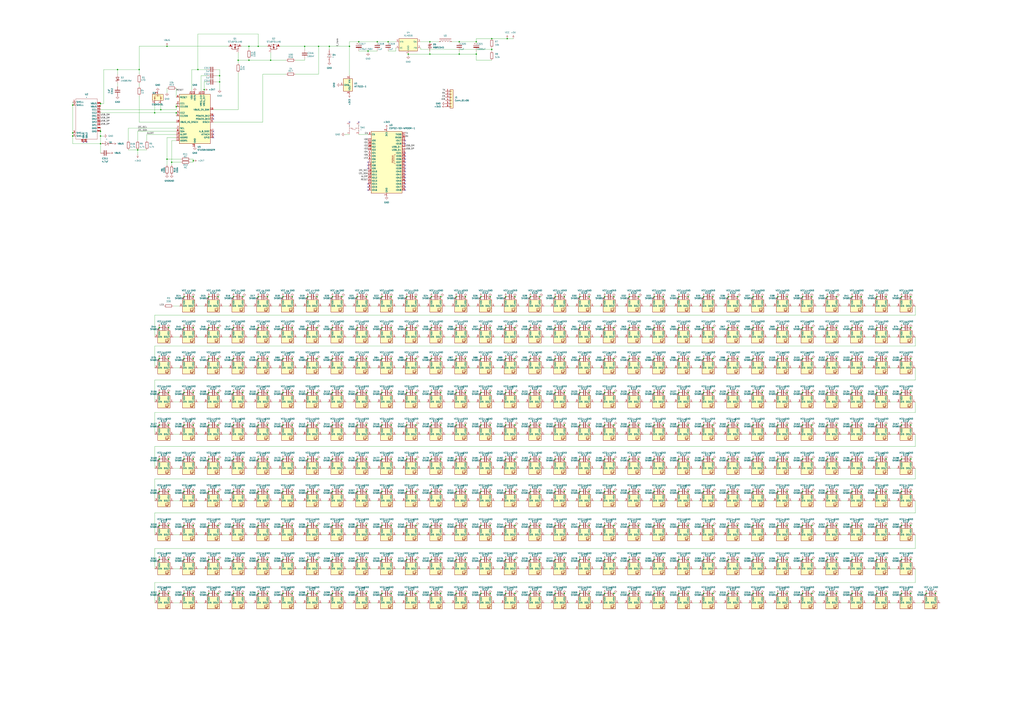
<source format=kicad_sch>
(kicad_sch (version 20250114) (generator "eeschema") (generator_version "9.0")
  (paper "A1")
  (junction (at 293.37 349.25))
  (junction (at 250.19 38.1))
  (junction (at 313.69 294.64))
  (junction (at 626.11 349.25))
  (junction (at 321.31 269.24))
  (junction (at 293.37 431.8))
  (junction (at 720.09 431.8))
  (junction (at 212.09 294.64))
  (junction (at 565.15 322.58))
  (junction (at 727.71 487.68))
  (junction (at 544.83 269.24))
  (junction (at 585.47 269.24))
  (junction (at 740.41 431.8))
  (junction (at 455.93 377.19))
  (junction (at 171.45 349.25))
  (junction (at 341.63 349.25))
  (junction (at 382.27 377.19))
  (junction (at 422.91 403.86))
  (junction (at 219.71 243.84))
  (junction (at 577.85 377.19))
  (junction (at 232.41 322.58))
  (junction (at 374.65 459.74))
  (junction (at 463.55 403.86))
  (junction (at 727.71 431.8))
  (junction (at 565.15 269.24))
  (junction (at 748.03 294.64))
  (junction (at 537.21 322.58))
  (junction (at 293.37 322.58))
  (junction (at 313.69 349.25))
  (junction (at 162.56 57.15))
  (junction (at 151.13 403.86))
  (junction (at 666.75 487.68))
  (junction (at 212.09 403.86))
  (junction (at 82.55 118.11))
  (junction (at 585.47 431.8))
  (junction (at 455.93 459.74))
  (junction (at 415.29 269.24))
  (junction (at 605.79 487.68))
  (junction (at 565.15 243.84))
  (junction (at 240.03 403.86))
  (junction (at 130.81 349.25))
  (junction (at 334.01 269.24))
  (junction (at 443.23 294.64))
  (junction (at 151.13 377.19))
  (junction (at 598.17 377.19))
  (junction (at 158.75 243.84))
  (junction (at 199.39 269.24))
  (junction (at 748.03 431.8))
  (junction (at 476.25 459.74))
  (junction (at 180.34 67.31))
  (junction (at 463.55 294.64))
  (junction (at 618.49 459.74))
  (junction (at 179.07 431.8))
  (junction (at 720.09 377.19))
  (junction (at 273.05 431.8))
  (junction (at 212.09 431.8))
  (junction (at 219.71 349.25))
  (junction (at 666.75 294.64))
  (junction (at 496.57 377.19))
  (junction (at 394.97 294.64))
  (junction (at 435.61 487.68))
  (junction (at 138.43 349.25))
  (junction (at 740.41 487.68))
  (junction (at 748.03 403.86))
  (junction (at 679.45 243.84))
  (junction (at 199.39 431.8))
  (junction (at 577.85 431.8))
  (junction (at 179.07 269.24))
  (junction (at 341.63 243.84))
  (junction (at 260.35 294.64))
  (junction (at 273.05 377.19))
  (junction (at 394.97 487.68))
  (junction (at 463.55 377.19))
  (junction (at 483.87 269.24))
  (junction (at 219.71 403.86))
  (junction (at 232.41 349.25))
  (junction (at 720.09 403.86))
  (junction (at 727.71 377.19))
  (junction (at 496.57 322.58))
  (junction (at 199.39 294.64))
  (junction (at 260.35 243.84))
  (junction (at 585.47 294.64))
  (junction (at 240.03 487.68))
  (junction (at 679.45 487.68))
  (junction (at 137.16 38.1))
  (junction (at 158.75 377.19))
  (junction (at 252.73 431.8))
  (junction (at 374.65 349.25))
  (junction (at 382.27 243.84))
  (junction (at 260.35 322.58))
  (junction (at 341.63 322.58))
  (junction (at 114.3 57.15))
  (junction (at 415.29 349.25))
  (junction (at 191.77 377.19))
  (junction (at 646.43 403.86))
  (junction (at 361.95 243.84))
  (junction (at 191.77 403.86))
  (junction (at 138.43 431.8))
  (junction (at 699.77 487.68))
  (junction (at 516.89 459.74))
  (junction (at 435.61 322.58))
  (junction (at 748.03 243.84))
  (junction (at 354.33 349.25))
  (junction (at 334.01 431.8))
  (junction (at 179.07 403.86))
  (junction (at 565.15 459.74))
  (junction (at 321.31 459.74))
  (junction (at 544.83 459.74))
  (junction (at 252.73 269.24))
  (junction (at 626.11 487.68))
  (junction (at 496.57 431.8))
  (junction (at 219.71 431.8))
  (junction (at 151.13 431.8))
  (junction (at 219.71 459.74))
  (junction (at 300.99 349.25))
  (junction (at 585.47 349.25))
  (junction (at 618.49 377.19))
  (junction (at 557.53 431.8))
  (junction (at 496.57 349.25))
  (junction (at 321.31 403.86))
  (junction (at 626.11 294.64))
  (junction (at 232.41 431.8))
  (junction (at 415.29 377.19))
  (junction (at 151.13 487.68))
  (junction (at 273.05 322.58))
  (junction (at 402.59 487.68))
  (junction (at 598.17 269.24))
  (junction (at 638.81 243.84))
  (junction (at 666.75 377.19))
  (junction (at 361.95 269.24))
  (junction (at 144.78 87.63))
  (junction (at 191.77 487.68))
  (junction (at 699.77 377.19))
  (junction (at 334.01 403.86))
  (junction (at 374.65 487.68))
  (junction (at 638.81 294.64))
  (junction (at 138.43 459.74))
  (junction (at 557.53 269.24))
  (junction (at 516.89 349.25))
  (junction (at 293.37 487.68))
  (junction (at 280.67 322.58))
  (junction (at 260.35 459.74))
  (junction (at 293.37 459.74))
  (junction (at 354.33 243.84))
  (junction (at 504.19 322.58))
  (junction (at 699.77 403.86))
  (junction (at 727.71 294.64))
  (junction (at 334.01 322.58))
  (junction (at 171.45 243.84))
  (junction (at 287.02 38.1))
  (junction (at 768.35 487.68))
  (junction (at 300.99 459.74))
  (junction (at 557.53 403.86))
  (junction (at 537.21 431.8))
  (junction (at 537.21 243.84))
  (junction (at 504.19 403.86))
  (junction (at 260.35 377.19))
  (junction (at 707.39 487.68))
  (junction (at 341.63 431.8))
  (junction (at 659.13 294.64))
  (junction (at 130.81 403.86))
  (junction (at 659.13 322.58))
  (junction (at 577.85 459.74))
  (junction (at 626.11 322.58))
  (junction (at 151.13 322.58))
  (junction (at 496.57 243.84))
  (junction (at 335.28 44.45))
  (junction (at 659.13 459.74))
  (junction (at 483.87 431.8))
  (junction (at 516.89 403.86))
  (junction (at 361.95 487.68))
  (junction (at 524.51 403.86))
  (junction (at 394.97 377.19))
  (junction (at 422.91 487.68))
  (junction (at 504.19 294.64))
  (junction (at 557.53 322.58))
  (junction (at 585.47 487.68))
  (junction (at 361.95 459.74))
  (junction (at 199.39 322.58))
  (junction (at 293.37 294.64))
  (junction (at 374.65 431.8))
  (junction (at 687.07 459.74))
  (junction (at 483.87 487.68))
  (junction (at 443.23 269.24))
  (junction (at 422.91 431.8))
  (junction (at 377.19 34.29))
  (junction (at 391.16 44.45))
  (junction (at 598.17 243.84))
  (junction (at 618.49 403.86))
  (junction (at 618.49 269.24))
  (junction (at 626.11 377.19))
  (junction (at 204.47 49.53))
  (junction (at 394.97 459.74))
  (junction (at 394.97 403.86))
  (junction (at 252.73 377.19))
  (junction (at 252.73 322.58))
  (junction (at 293.37 269.24))
  (junction (at 313.69 431.8))
  (junction (at 361.95 294.64))
  (junction (at 618.49 322.58))
  (junction (at 638.81 459.74))
  (junction (at 341.63 459.74))
  (junction (at 394.97 269.24))
  (junction (at 443.23 487.68))
  (junction (at 483.87 349.25))
  (junction (at 313.69 487.68))
  (junction (at 260.35 431.8))
  (junction (at 321.31 322.58))
  (junction (at 132.08 90.17))
  (junction (at 740.41 294.64))
  (junction (at 524.51 431.8))
  (junction (at 646.43 459.74))
  (junction (at 544.83 349.25))
  (junction (at 740.41 377.19))
  (junction (at 171.45 431.8))
  (junction (at 191.77 431.8))
  (junction (at 476.25 349.25))
  (junction (at 740.41 403.86))
  (junction (at 598.17 322.58))
  (junction (at 199.39 403.86))
  (junction (at 361.95 403.86))
  (junction (at 232.41 487.68))
  (junction (at 402.59 294.64))
  (junction (at 504.19 459.74))
  (junction (at 341.63 487.68))
  (junction (at 605.79 459.74))
  (junction (at 565.15 431.8))
  (junction (at 260.35 403.86))
  (junction (at 377.19 44.45))
  (junction (at 476.25 377.19))
  (junction (at 455.93 487.68))
  (junction (at 300.99 269.24))
  (junction (at 666.75 403.86))
  (junction (at 565.15 487.68))
  (junction (at 171.45 294.64))
  (junction (at 618.49 294.64))
  (junction (at 544.83 377.19))
  (junction (at 504.19 349.25))
  (junction (at 415.29 243.84))
  (junction (at 577.85 403.86))
  (junction (at 191.77 459.74))
  (junction (at 476.25 243.84))
  (junction (at 402.59 459.74))
  (junction (at 334.01 349.25))
  (junction (at 666.75 459.74))
  (junction (at 171.45 377.19))
  (junction (at 171.45 403.86))
  (junction (at 707.39 431.8))
  (junction (at 504.19 377.19))
  (junction (at 280.67 349.25))
  (junction (at 422.91 322.58))
  (junction (at 504.19 431.8))
  (junction (at 638.81 269.24))
  (junction (at 748.03 487.68))
  (junction (at 158.75 487.68))
  (junction (at 720.09 487.68))
  (junction (at 354.33 269.24))
  (junction (at 435.61 243.84))
  (junction (at 334.01 377.19))
  (junction (at 171.45 269.24))
  (junction (at 720.09 322.58))
  (junction (at 96.52 57.15))
  (junction (at 443.23 403.86))
  (junction (at 646.43 349.25))
  (junction (at 727.71 322.58))
  (junction (at 748.03 377.19))
  (junction (at 158.75 403.86))
  (junction (at 476.25 269.24))
  (junction (at 544.83 243.84))
  (junction (at 260.35 269.24))
  (junction (at 300.99 322.58))
  (junction (at 496.57 294.64))
  (junction (at 544.83 431.8))
  (junction (at 179.07 459.74))
  (junction (at 720.09 459.74))
  (junction (at 353.06 44.45))
  (junction (at 280.67 403.86))
  (junction (at 646.43 269.24))
  (junction (at 300.99 243.84))
  (junction (at 727.71 459.74))
  (junction (at 699.77 243.84))
  (junction (at 435.61 431.8))
  (junction (at 699.77 294.64))
  (junction (at 504.19 269.24))
  (junction (at 354.33 431.8))
  (junction (at 354.33 403.86))
  (junction (at 618.49 349.25))
  (junction (at 280.67 243.84))
  (junction (at 280.67 269.24))
  (junction (at 280.67 459.74))
  (junction (at 180.34 62.23))
  (junction (at 240.03 349.25))
  (junction (at 679.45 294.64))
  (junction (at 659.13 487.68))
  (junction (at 666.75 431.8))
  (junction (at 321.31 487.68))
  (junction (at 144.78 92.71))
  (junction (at 382.27 431.8))
  (junction (at 199.39 349.25))
  (junction (at 232.41 269.24))
  (junction (at 577.85 269.24))
  (junction (at 605.79 322.58))
  (junction (at 707.39 459.74))
  (junction (at 638.81 431.8))
  (junction (at 740.41 349.25))
  (junction (at 252.73 459.74))
  (junction (at 280.67 431.8))
  (junction (at 687.07 322.58))
  (junction (at 402.59 431.8))
  (junction (at 638.81 487.68))
  (junction (at 483.87 322.58))
  (junction (at 760.73 487.68))
  (junction (at 455.93 403.86))
  (junction (at 252.73 294.64))
  (junction (at 158.75 322.58))
  (junction (at 463.55 269.24))
  (junction (at 334.01 459.74))
  (junction (at 130.81 269.24))
  (junction (at 294.64 34.29))
  (junction (at 707.39 269.24))
  (junction (at 646.43 243.84))
  (junction (at 415.29 294.64))
  (junction (at 402.59 322.58))
  (junction (at 687.07 294.64))
  (junction (at 463.55 349.25))
  (junction (at 443.23 431.8))
  (junction (at 130.81 322.58))
  (junction (at 720.09 349.25))
  (junction (at 443.23 322.58))
  (junction (at 59.69 86.36))
  (junction (at 158.75 459.74))
  (junction (at 300.99 403.86))
  (junction (at 687.07 431.8))
  (junction (at 151.13 349.25))
  (junction (at 707.39 294.64))
  (junction (at 416.56 31.75))
  (junction (at 537.21 349.25))
  (junction (at 557.53 459.74))
  (junction (at 273.05 349.25))
  (junction (at 318.77 34.29))
  (junction (at 463.55 459.74))
  (junction (at 699.77 431.8))
  (junction (at 240.03 294.64))
  (junction (at 219.71 487.68))
  (junction (at 626.11 243.84))
  (junction (at 463.55 487.68))
  (junction (at 435.61 377.19))
  (junction (at 280.67 487.68))
  (junction (at 212.09 243.84))
  (junction (at 605.79 431.8))
  (junction (at 524.51 487.68))
  (junction (at 374.65 377.19))
  (junction (at 646.43 431.8))
  (junction (at 537.21 403.86))
  (junction (at 699.77 269.24))
  (junction (at 687.07 269.24))
  (junction (at 402.59 269.24))
  (junction (at 638.81 403.86))
  (junction (at 687.07 243.84))
  (junction (at 687.07 487.68))
  (junction (at 455.93 431.8))
  (junction (at 240.03 269.24))
  (junction (at 293.37 403.86))
  (junction (at 422.91 294.64))
  (junction (at 382.27 403.86))
  (junction (at 455.93 322.58))
  (junction (at 496.57 487.68))
  (junction (at 476.25 487.68))
  (junction (at 273.05 487.68))
  (junction (at 618.49 431.8))
  (junction (at 302.26 41.91))
  (junction (at 557.53 349.25))
  (junction (at 138.43 377.19))
  (junction (at 740.41 459.74))
  (junction (at 354.33 487.68))
  (junction (at 313.69 377.19))
  (junction (at 687.07 403.86))
  (junction (at 273.05 269.24))
  (junction (at 232.41 459.74))
  (junction (at 605.79 403.86))
  (junction (at 415.29 459.74))
  (junction (at 309.88 34.29))
  (junction (at 435.61 294.64))
  (junction (at 171.45 322.58))
  (junction (at 394.97 349.25))
  (junction (at 82.55 85.09))
  (junction (at 455.93 349.25))
  (junction (at 435.61 349.25))
  (junction (at 646.43 322.58))
  (junction (at 748.03 459.74))
  (junction (at 618.49 243.84))
  (junction (at 605.79 377.19))
  (junction (at 382.27 269.24))
  (junction (at 82.55 107.95))
  (junction (at 361.95 431.8))
  (junction (at 402.59 349.25))
  (junction (at 252.73 403.86))
  (junction (at 151.13 269.24))
  (junction (at 524.51 377.19))
  (junction (at 524.51 349.25))
  (junction (at 666.75 243.84))
  (junction (at 422.91 269.24))
  (junction (at 707.39 243.84))
  (junction (at 626.11 403.86))
  (junction (at 422.91 459.74))
  (junction (at 130.81 459.74))
  (junction (at 321.31 431.8))
  (junction (at 252.73 243.84))
  (junction (at 443.23 459.74))
  (junction (at 361.95 349.25))
  (junction (at 707.39 322.58))
  (junction (at 300.99 294.64))
  (junction (at 179.07 322.58))
  (junction (at 158.75 132.08))
  (junction (at 679.45 403.86))
  (junction (at 577.85 243.84))
  (junction (at 679.45 431.8))
  (junction (at 415.29 403.86))
  (junction (at 130.81 294.64))
  (junction (at 707.39 349.25))
  (junction (at 374.65 403.86))
  (junction (at 496.57 459.74))
  (junction (at 232.41 294.64))
  (junction (at 638.81 377.19))
  (junction (at 598.17 431.8))
  (junction (at 646.43 377.19))
  (junction (at 232.41 403.86))
  (junction (at 212.09 322.58))
  (junction (at 516.89 294.64))
  (junction (at 382.27 487.68))
  (junction (at 598.17 487.68))
  (junction (at 280.67 377.19))
  (junction (at 687.07 349.25))
  (junction (at 483.87 377.19))
  (junction (at 435.61 269.24))
  (junction (at 138.43 403.86))
  (junction (at 585.47 322.58))
  (junction (at 212.09 459.74))
  (junction (at 605.79 269.24))
  (junction (at 422.91 377.19))
  (junction (at 565.15 294.64))
  (junction (at 666.75 269.24))
  (junction (at 679.45 459.74))
  (junction (at 727.71 349.25))
  (junction (at 504.19 487.68))
  (junction (at 179.07 243.84))
  (junction (at 394.97 322.58))
  (junction (at 130.81 487.68))
  (junction (at 659.13 269.24))
  (junction (at 191.77 349.25))
  (junction (at 300.99 377.19))
  (junction (at 171.45 459.74))
  (junction (at 544.83 487.68))
  (junction (at 273.05 459.74))
  (junction (at 171.45 487.68))
  (junction (at 204.47 38.1))
  (junction (at 720.09 294.64))
  (junction (at 374.65 269.24))
  (junction (at 130.81 377.19))
  (junction (at 158.75 349.25))
  (junction (at 707.39 377.19))
  (junction (at 219.71 377.19))
  (junction (at 232.41 377.19))
  (junction (at 270.51 38.1))
  (junction (at 415.29 322.58))
  (junction (at 138.43 269.24))
  (junction (at 361.95 322.58))
  (junction (at 496.57 269.24))
  (junction (at 557.53 487.68))
  (junction (at 321.31 294.64))
  (junction (at 403.86 31.75))
  (junction (at 544.83 403.86))
  (junction (at 455.93 269.24))
  (junction (at 382.27 294.64))
  (junction (at 191.77 294.64))
  (junction (at 273.05 243.84))
  (junction (at 374.65 243.84))
  (junction (at 341.63 294.64))
  (junction (at 212.09 38.1))
  (junction (at 59.69 111.76))
  (junction (at 127 92.71))
  (junction (at 626.11 431.8))
  (junction (at 557.53 377.19))
  (junction (at 130.81 431.8))
  (junction (at 699.77 322.58))
  (junction (at 483.87 459.74))
  (junction (at 740.41 243.84))
  (junction (at 191.77 322.58))
  (junction (at 537.21 377.19))
  (junction (at 240.03 377.19))
  (junction (at 240.03 431.8))
  (junction (at 219.71 269.24))
  (junction (at 199.39 487.68))
  (junction (at 402.59 403.86))
  (junction (at 516.89 322.58))
  (junction (at 740.41 269.24))
  (junction (at 252.73 349.25))
  (junction (at 659.13 243.84))
  (junction (at 577.85 294.64))
  (junction (at 598.17 403.86))
  (junction (at 524.51 294.64))
  (junction (at 158.75 294.64))
  (junction (at 577.85 322.58))
  (junction (at 353.06 34.29))
  (junction (at 659.13 403.86))
  (junction (at 740.41 322.58))
  (junction (at 59.69 109.22))
  (junction (at 699.77 349.25))
  (junction (at 748.03 269.24))
  (junction (at 626.11 269.24))
  (junction (at 382.27 322.58))
  (junction (at 394.97 243.84))
  (junction (at 222.25 49.53))
  (junction (at 585.47 377.19))
  (junction (at 199.39 243.84))
  (junction (at 443.23 377.19))
  (junction (at 137.16 130.81))
  (junction (at 402.59 243.84))
  (junction (at 280.67 294.64))
  (junction (at 598.17 349.25))
  (junction (at 313.69 459.74))
  (junction (at 476.25 431.8))
  (junction (at 585.47 459.74))
  (junction (at 361.95 377.19))
  (junction (at 516.89 487.68))
  (junction (at 524.51 322.58))
  (junction (at 605.79 349.25))
  (junction (at 585.47 243.84))
  (junction (at 598.17 459.74))
  (junction (at 544.83 322.58))
  (junction (at 138.43 294.64))
  (junction (at 138.43 322.58))
  (junction (at 293.37 377.19))
  (junction (at 687.07 377.19))
  (junction (at 727.71 269.24))
  (junction (at 402.59 377.19))
  (junction (at 382.27 459.74))
  (junction (at 113.03 123.19))
  (junction (at 240.03 243.84))
  (junction (at 524.51 269.24))
  (junction (at 585.47 403.86))
  (junction (at 679.45 269.24))
  (junction (at 618.49 487.68))
  (junction (at 374.65 294.64))
  (junction (at 727.71 403.86))
  (junction (at 516.89 431.8))
  (junction (at 463.55 431.8))
  (junction (at 483.87 403.86))
  (junction (at 537.21 269.24))
  (junction (at 199.39 377.19))
  (junction (at 382.27 349.25))
  (junction (at 443.23 243.84))
  (junction (at 707.39 403.86))
  (junction (at 300.99 431.8))
  (junction (at 605.79 294.64))
  (junction (at 240.03 459.74))
  (junction (at 463.55 243.84))
  (junction (at 167.64 73.66))
  (junction (at 524.51 243.84))
  (junction (at 443.23 349.25))
  (junction (at 638.81 349.25))
  (junction (at 422.91 243.84))
  (junction (at 195.58 49.53))
  (junction (at 565.15 377.19))
  (junction (at 476.25 403.86))
  (junction (at 232.41 243.84))
  (junction (at 313.69 269.24))
  (junction (at 679.45 322.58))
  (junction (at 516.89 377.19))
  (junction (at 212.09 487.68))
  (junction (at 516.89 269.24))
  (junction (at 179.07 377.19))
  (junction (at 138.43 487.68))
  (junction (at 565.15 403.86))
  (junction (at 524.51 459.74))
  (junction (at 415.29 431.8))
  (junction (at 82.55 111.76))
  (junction (at 199.39 459.74))
  (junction (at 391.16 34.29))
  (junction (at 415.29 487.68))
  (junction (at 334.01 243.84))
  (junction (at 537.21 487.68))
  (junction (at 476.25 322.58))
  (junction (at 260.35 487.68))
  (junction (at 179.07 487.68))
  (junction (at 504.19 243.84))
  (junction (at 374.65 322.58))
  (junction (at 748.03 322.58))
  (junction (at 679.45 377.19))
  (junction (at 659.13 349.25))
  (junction (at 659.13 431.8))
  (junction (at 679.45 349.25))
  (junction (at 151.13 243.84))
  (junction (at 191.77 243.84))
  (junction (at 293.37 243.84))
  (junction (at 638.81 322.58))
  (junction (at 476.25 294.64))
  (junction (at 321.31 377.19))
  (junction (at 544.83 294.64))
  (junction (at 516.89 243.84))
  (junction (at 626.11 459.74))
  (junction (at 463.55 322.58))
  (junction (at 354.33 294.64))
  (junction (at 334.01 294.64))
  (junction (at 435.61 459.74))
  (junction (at 219.71 322.58))
  (junction (at 140.97 133.35))
  (junction (at 605.79 243.84))
  (junction (at 394.97 431.8))
  (junction (at 483.87 294.64))
  (junction (at 557.53 294.64))
  (junction (at 699.77 459.74))
  (junction (at 341.63 377.19))
  (junction (at 577.85 349.25))
  (junction (at 321.31 243.84))
  (junction (at 455.93 294.64))
  (junction (at 537.21 294.64))
  (junction (at 321.31 349.25))
  (junction (at 455.93 243.84))
  (junction (at 313.69 322.58))
  (junction (at 240.03 322.58))
  (junction (at 261.62 38.1))
  (junction (at 300.99 487.68))
  (junction (at 748.03 349.25))
  (junction (at 212.09 269.24))
  (junction (at 577.85 487.68))
  (junction (at 666.75 322.58))
  (junction (at 334.01 487.68))
  (junction (at 720.09 243.84))
  (junction (at 557.53 243.84))
  (junction (at 496.57 403.86))
  (junction (at 666.75 349.25))
  (junction (at 646.43 294.64))
  (junction (at 435.61 403.86))
  (junction (at 260.35 349.25))
  (junction (at 341.63 269.24))
  (junction (at 354.33 459.74))
  (junction (at 403.86 40.64))
  (junction (at 219.71 294.64))
  (junction (at 598.17 294.64))
  (junction (at 179.07 349.25))
  (junction (at 646.43 487.68))
  (junction (at 341.63 403.86))
  (junction (at 313.69 243.84))
  (junction (at 659.13 377.19))
  (junction (at 354.33 377.19))
  (junction (at 151.13 294.64))
  (junction (at 273.05 294.64))
  (junction (at 212.09 349.25))
  (junction (at 252.73 487.68))
  (junction (at 537.21 459.74))
  (junction (at 313.69 403.86))
  (junction (at 179.07 294.64))
  (junction (at 158.75 269.24))
  (junction (at 191.77 269.24))
  (junction (at 565.15 349.25))
  (junction (at 720.09 269.24))
  (junction (at 151.13 459.74))
  (junction (at 422.91 349.25))
  (junction (at 273.05 403.86))
  (junction (at 212.09 377.19))
  (junction (at 727.71 243.84))
  (junction (at 158.75 431.8))
  (junction (at 483.87 243.84))
  (junction (at 354.33 322.58))
  (no_connect (at 302.26 138.43))
  (no_connect (at 287.02 100.33))
  (no_connect (at 332.74 118.11))
  (no_connect (at 332.74 130.81))
  (no_connect (at 302.26 156.21))
  (no_connect (at 332.74 156.21))
  (no_connect (at 302.26 133.35))
  (no_connect (at 332.74 128.27))
  (no_connect (at 175.26 107.95))
  (no_connect (at 68.58 116.84))
  (no_connect (at 332.74 143.51))
  (no_connect (at 302.26 151.13))
  (no_connect (at 175.26 97.79))
  (no_connect (at 175.26 110.49))
  (no_connect (at 332.74 125.73))
  (no_connect (at 332.74 140.97))
  (no_connect (at 332.74 153.67))
  (no_connect (at 175.26 113.03))
  (no_connect (at 175.26 95.25))
  (no_connect (at 302.26 153.67))
  (no_connect (at 332.74 151.13))
  (no_connect (at 332.74 115.57))
  (no_connect (at 302.26 135.89))
  (no_connect (at 294.64 100.33))
  (no_connect (at 332.74 146.05))
  (no_connect (at 71.12 116.84))
  (no_connect (at 332.74 148.59))
  (no_connect (at 332.74 133.35))
  (no_connect (at 332.74 138.43))
  (no_connect (at 332.74 135.89))
  (wire (pts (xy 162.56 356.87) (xy 167.64 356.87)))
  (wire (pts (xy 731.52 439.42) (xy 736.6 439.42)))
  (wire (pts (xy 504.19 377.19) (xy 505.46 377.19)))
  (wire (pts (xy 182.88 356.87) (xy 187.96 356.87)))
  (wire (pts (xy 422.91 349.25) (xy 424.18 349.25)))
  (wire (pts (xy 127 339.09) (xy 751.84 339.09)))
  (wire (pts (xy 508 411.48) (xy 513.08 411.48)))
  (wire (pts (xy 284.48 467.36) (xy 289.56 467.36)))
  (wire (pts (xy 309.88 34.29) (xy 318.77 34.29)))
  (wire (pts (xy 548.64 439.42) (xy 553.72 439.42)))
  (wire (pts (xy 304.8 467.36) (xy 309.88 467.36)))
  (wire (pts (xy 304.8 439.42) (xy 309.88 439.42)))
  (wire (pts (xy 341.63 431.8) (xy 342.9 431.8)))
  (wire (pts (xy 504.19 403.86) (xy 505.46 403.86)))
  (wire (pts (xy 629.92 276.86) (xy 635 276.86)))
  (wire (pts (xy 223.52 495.3) (xy 228.6 495.3)))
  (wire (pts (xy 406.4 356.87) (xy 411.48 356.87)))
  (wire (pts (xy 568.96 467.36) (xy 574.04 467.36)))
  (wire (pts (xy 467.36 439.42) (xy 472.44 439.42)))
  (wire (pts (xy 304.8 302.26) (xy 309.88 302.26)))
  (wire (pts (xy 504.19 431.8) (xy 505.46 431.8)))
  (wire (pts (xy 666.75 269.24) (xy 668.02 269.24)))
  (wire (pts (xy 325.12 439.42) (xy 330.2 439.42)))
  (wire (pts (xy 345.44 40.64) (xy 403.86 40.64)))
  (wire (pts (xy 242.57 60.96) (xy 261.62 60.96)))
  (wire (pts (xy 609.6 302.26) (xy 614.68 302.26)))
  (wire (pts (xy 270.51 38.1) (xy 287.02 38.1)))
  (wire (pts (xy 182.88 467.36) (xy 187.96 467.36)))
  (wire (pts (xy 487.68 251.46) (xy 492.76 251.46)))
  (wire (pts (xy 670.56 356.87) (xy 675.64 356.87)))
  (wire (pts (xy 325.12 276.86) (xy 330.2 276.86)))
  (wire (pts (xy 365.76 302.26) (xy 370.84 302.26)))
  (wire (pts (xy 589.28 411.48) (xy 594.36 411.48)))
  (wire (pts (xy 666.75 487.68) (xy 668.02 487.68)))
  (wire (pts (xy 156.21 130.81) (xy 158.75 130.81)))
  (wire (pts (xy 670.56 251.46) (xy 675.64 251.46)))
  (wire (pts (xy 447.04 495.3) (xy 452.12 495.3)))
  (wire (pts (xy 524.51 243.84) (xy 525.78 243.84)))
  (wire (pts (xy 82.55 118.11) (xy 82.55 125.73)))
  (wire (pts (xy 215.9 100.33) (xy 215.9 60.96)))
  (wire (pts (xy 391.16 41.91) (xy 391.16 44.45)))
  (wire (pts (xy 179.07 431.8) (xy 180.34 431.8)))
  (wire (pts (xy 162.56 495.3) (xy 167.64 495.3)))
  (wire (pts (xy 140.97 115.57) (xy 140.97 133.35)))
  (wire (pts (xy 386.08 467.36) (xy 391.16 467.36)))
  (wire (pts (xy 487.68 495.3) (xy 492.76 495.3)))
  (wire (pts (xy 325.12 384.81) (xy 330.2 384.81)))
  (wire (pts (xy 670.56 276.86) (xy 675.64 276.86)))
  (wire (pts (xy 386.08 251.46) (xy 391.16 251.46)))
  (wire (pts (xy 426.72 495.3) (xy 431.8 495.3)))
  (wire (pts (xy 731.52 302.26) (xy 736.6 302.26)))
  (wire (pts (xy 751.84 421.64) (xy 751.84 411.48)))
  (wire (pts (xy 377.19 41.91) (xy 377.19 44.45)))
  (wire (pts (xy 751.84 312.42) (xy 751.84 302.26)))
  (wire (pts (xy 182.88 251.46) (xy 187.96 251.46)))
  (wire (pts (xy 96.52 57.15) (xy 85.09 57.15)))
  (wire (pts (xy 386.08 276.86) (xy 391.16 276.86)))
  (wire (pts (xy 203.2 495.3) (xy 208.28 495.3)))
  (wire (pts (xy 666.75 349.25) (xy 668.02 349.25)))
  (wire (pts (xy 528.32 495.3) (xy 533.4 495.3)))
  (wire (pts (xy 260.35 431.8) (xy 261.62 431.8)))
  (wire (pts (xy 751.84 478.79) (xy 751.84 467.36)))
  (wire (pts (xy 264.16 384.81) (xy 269.24 384.81)))
  (wire (pts (xy 345.44 411.48) (xy 350.52 411.48)))
  (wire (pts (xy 422.91 377.19) (xy 424.18 377.19)))
  (wire (pts (xy 264.16 276.86) (xy 269.24 276.86)))
  (wire (pts (xy 82.55 85.09) (xy 82.55 87.63)))
  (wire (pts (xy 179.07 349.25) (xy 180.34 349.25)))
  (wire (pts (xy 690.88 467.36) (xy 695.96 467.36)))
  (wire (pts (xy 711.2 276.86) (xy 716.28 276.86)))
  (wire (pts (xy 127 259.08) (xy 127 276.86)))
  (wire (pts (xy 223.52 276.86) (xy 228.6 276.86)))
  (wire (pts (xy 467.36 330.2) (xy 472.44 330.2)))
  (wire (pts (xy 142.24 411.48) (xy 147.32 411.48)))
  (wire (pts (xy 467.36 495.3) (xy 472.44 495.3)))
  (wire (pts (xy 260.35 403.86) (xy 261.62 403.86)))
  (wire (pts (xy 687.07 243.84) (xy 688.34 243.84)))
  (wire (pts (xy 345.44 34.29) (xy 353.06 34.29)))
  (wire (pts (xy 426.72 251.46) (xy 431.8 251.46)))
  (wire (pts (xy 223.52 251.46) (xy 228.6 251.46)))
  (wire (pts (xy 447.04 330.2) (xy 452.12 330.2)))
  (wire (pts (xy 243.84 411.48) (xy 248.92 411.48)))
  (wire (pts (xy 690.88 411.48) (xy 695.96 411.48)))
  (wire (pts (xy 180.34 57.15) (xy 180.34 62.23)))
  (wire (pts (xy 528.32 411.48) (xy 533.4 411.48)))
  (wire (pts (xy 528.32 276.86) (xy 533.4 276.86)))
  (wire (pts (xy 195.58 90.17) (xy 175.26 90.17)))
  (wire (pts (xy 59.69 86.36) (xy 59.69 109.22)))
  (wire (pts (xy 223.52 467.36) (xy 228.6 467.36)))
  (wire (pts (xy 422.91 294.64) (xy 424.18 294.64)))
  (wire (pts (xy 304.8 330.2) (xy 309.88 330.2)))
  (wire (pts (xy 260.35 377.19) (xy 261.62 377.19)))
  (wire (pts (xy 180.34 62.23) (xy 180.34 67.31)))
  (wire (pts (xy 195.58 43.18) (xy 195.58 49.53)))
  (wire (pts (xy 422.91 459.74) (xy 424.18 459.74)))
  (wire (pts (xy 222.25 43.18) (xy 222.25 49.53)))
  (wire (pts (xy 650.24 467.36) (xy 655.32 467.36)))
  (wire (pts (xy 467.36 384.81) (xy 472.44 384.81)))
  (wire (pts (xy 113.03 107.95) (xy 144.78 107.95)))
  (wire (pts (xy 589.28 356.87) (xy 594.36 356.87)))
  (wire (pts (xy 127 495.3) (xy 127 478.79)))
  (wire (pts (xy 751.84 393.7) (xy 127 393.7)))
  (wire (pts (xy 666.75 431.8) (xy 668.02 431.8)))
  (wire (pts (xy 528.32 467.36) (xy 533.4 467.36)))
  (wire (pts (xy 182.88 495.3) (xy 187.96 495.3)))
  (wire (pts (xy 345.44 467.36) (xy 350.52 467.36)))
  (wire (pts (xy 304.8 411.48) (xy 309.88 411.48)))
  (wire (pts (xy 82.55 92.71) (xy 127 92.71)))
  (wire (pts (xy 318.77 34.29) (xy 325.12 34.29)))
  (wire (pts (xy 177.8 62.23) (xy 180.34 62.23)))
  (wire (pts (xy 182.88 411.48) (xy 187.96 411.48)))
  (wire (pts (xy 127 85.09) (xy 127 92.71)))
  (wire (pts (xy 629.92 330.2) (xy 635 330.2)))
  (wire (pts (xy 167.64 74.93) (xy 167.64 73.66)))
  (wire (pts (xy 140.97 115.57) (xy 144.78 115.57)))
  (wire (pts (xy 650.24 330.2) (xy 655.32 330.2)))
  (wire (pts (xy 585.47 294.64) (xy 586.74 294.64)))
  (wire (pts (xy 585.47 322.58) (xy 586.74 322.58)))
  (wire (pts (xy 144.78 92.71) (xy 144.78 95.25)))
  (wire (pts (xy 504.19 487.68) (xy 505.46 487.68)))
  (wire (pts (xy 353.06 41.91) (xy 353.06 44.45)))
  (wire (pts (xy 670.56 411.48) (xy 675.64 411.48)))
  (wire (pts (xy 447.04 411.48) (xy 452.12 411.48)))
  (wire (pts (xy 711.2 330.2) (xy 716.28 330.2)))
  (wire (pts (xy 585.47 459.74) (xy 586.74 459.74)))
  (wire (pts (xy 114.3 68.58) (xy 114.3 71.12)))
  (wire (pts (xy 422.91 487.68) (xy 424.18 487.68)))
  (wire (pts (xy 294.64 110.49) (xy 302.26 110.49)))
  (wire (pts (xy 105.41 123.19) (xy 113.03 123.19)))
  (wire (pts (xy 223.52 302.26) (xy 228.6 302.26)))
  (wire (pts (xy 283.21 110.49) (xy 287.02 110.49)))
  (wire (pts (xy 690.88 384.81) (xy 695.96 384.81)))
  (wire (pts (xy 391.16 49.53) (xy 391.16 44.45)))
  (wire (pts (xy 731.52 330.2) (xy 736.6 330.2)))
  (wire (pts (xy 203.2 276.86) (xy 208.28 276.86)))
  (wire (pts (xy 177.8 57.15) (xy 180.34 57.15)))
  (wire (pts (xy 548.64 495.3) (xy 553.72 495.3)))
  (wire (pts (xy 144.78 85.09) (xy 144.78 87.63)))
  (wire (pts (xy 609.6 495.3) (xy 614.68 495.3)))
  (wire (pts (xy 711.2 411.48) (xy 716.28 411.48)))
  (wire (pts (xy 585.47 377.19) (xy 586.74 377.19)))
  (wire (pts (xy 406.4 467.36) (xy 411.48 467.36)))
  (wire (pts (xy 177.8 67.31) (xy 180.34 67.31)))
  (wire (pts (xy 264.16 251.46) (xy 269.24 251.46)))
  (wire (pts (xy 650.24 302.26) (xy 655.32 302.26)))
  (wire (pts (xy 127 367.03) (xy 751.84 367.03)))
  (wire (pts (xy 127 478.79) (xy 751.84 478.79)))
  (wire (pts (xy 650.24 384.81) (xy 655.32 384.81)))
  (wire (pts (xy 585.47 349.25) (xy 586.74 349.25)))
  (wire (pts (xy 195.58 49.53) (xy 204.47 49.53)))
  (wire (pts (xy 179.07 377.19) (xy 180.34 377.19)))
  (wire (pts (xy 287.02 38.1) (xy 287.02 62.23)))
  (wire (pts (xy 260.35 294.64) (xy 261.62 294.64)))
  (wire (pts (xy 284.48 439.42) (xy 289.56 439.42)))
  (wire (pts (xy 59.69 83.82) (xy 59.69 86.36)))
  (wire (pts (xy 504.19 294.64) (xy 505.46 294.64)))
  (wire (pts (xy 508 467.36) (xy 513.08 467.36)))
  (wire (pts (xy 589.28 495.3) (xy 594.36 495.3)))
  (wire (pts (xy 670.56 467.36) (xy 675.64 467.36)))
  (wire (pts (xy 179.07 269.24) (xy 180.34 269.24)))
  (wire (pts (xy 447.04 276.86) (xy 452.12 276.86)))
  (wire (pts (xy 650.24 411.48) (xy 655.32 411.48)))
  (wire (pts (xy 261.62 60.96) (xy 261.62 38.1)))
  (wire (pts (xy 386.08 439.42) (xy 391.16 439.42)))
  (wire (pts (xy 127 393.7) (xy 127 411.48)))
  (wire (pts (xy 377.19 34.29) (xy 391.16 34.29)))
  (wire (pts (xy 487.68 467.36) (xy 492.76 467.36)))
  (wire (pts (xy 302.26 43.18) (xy 302.26 41.91)))
  (wire (pts (xy 167.64 67.31) (xy 170.18 67.31)))
  (wire (pts (xy 403.86 31.75) (xy 416.56 31.75)))
  (wire (pts (xy 325.12 251.46) (xy 330.2 251.46)))
  (wire (pts (xy 162.56 57.15) (xy 170.18 57.15)))
  (wire (pts (xy 508 495.3) (xy 513.08 495.3)))
  (wire (pts (xy 589.28 276.86) (xy 594.36 276.86)))
  (wire (pts (xy 222.25 49.53) (xy 234.95 49.53)))
  (wire (pts (xy 568.96 439.42) (xy 574.04 439.42)))
  (wire (pts (xy 260.35 269.24) (xy 261.62 269.24)))
  (wire (pts (xy 114.3 57.15) (xy 114.3 60.96)))
  (wire (pts (xy 158.75 130.81) (xy 158.75 132.08)))
  (wire (pts (xy 447.04 439.42) (xy 452.12 439.42)))
  (wire (pts (xy 264.16 356.87) (xy 269.24 356.87)))
  (wire (pts (xy 605.79 243.84) (xy 607.06 243.84)))
  (wire (pts (xy 142.24 276.86) (xy 147.32 276.86)))
  (wire (pts (xy 148.59 133.35) (xy 140.97 133.35)))
  (wire (pts (xy 203.2 384.81) (xy 208.28 384.81)))
  (wire (pts (xy 711.2 384.81) (xy 716.28 384.81)))
  (wire (pts (xy 422.91 269.24) (xy 424.18 269.24)))
  (wire (pts (xy 487.68 356.87) (xy 492.76 356.87)))
  (wire (pts (xy 548.64 356.87) (xy 553.72 356.87)))
  (wire (pts (xy 204.47 49.53) (xy 222.25 49.53)))
  (wire (pts (xy 284.48 384.81) (xy 289.56 384.81)))
  (wire (pts (xy 182.88 302.26) (xy 187.96 302.26)))
  (wire (pts (xy 120.65 110.49) (xy 120.65 115.57)))
  (wire (pts (xy 447.04 467.36) (xy 452.12 467.36)))
  (wire (pts (xy 589.28 251.46) (xy 594.36 251.46)))
  (wire (pts (xy 609.6 251.46) (xy 614.68 251.46)))
  (wire (pts (xy 59.69 111.76) (xy 59.69 118.11)))
  (wire (pts (xy 127 450.85) (xy 127 467.36)))
  (wire (pts (xy 223.52 356.87) (xy 228.6 356.87)))
  (wire (pts (xy 528.32 251.46) (xy 533.4 251.46)))
  (wire (pts (xy 325.12 41.91) (xy 325.12 39.37)))
  (wire (pts (xy 365.76 330.2) (xy 370.84 330.2)))
  (wire (pts (xy 203.2 411.48) (xy 208.28 411.48)))
  (wire (pts (xy 589.28 384.81) (xy 594.36 384.81)))
  (wire (pts (xy 731.52 467.36) (xy 736.6 467.36)))
  (wire (pts (xy 229.87 38.1) (xy 250.19 38.1)))
  (wire (pts (xy 142.24 356.87) (xy 147.32 356.87)))
  (wire (pts (xy 142.24 302.26) (xy 147.32 302.26)))
  (wire (pts (xy 304.8 251.46) (xy 309.88 251.46)))
  (wire (pts (xy 609.6 276.86) (xy 614.68 276.86)))
  (wire (pts (xy 325.12 495.3) (xy 330.2 495.3)))
  (wire (pts (xy 666.75 459.74) (xy 668.02 459.74)))
  (wire (pts (xy 215.9 60.96) (xy 234.95 60.96)))
  (wire (pts (xy 403.86 49.53) (xy 391.16 49.53)))
  (wire (pts (xy 426.72 356.87) (xy 431.8 356.87)))
  (wire (pts (xy 280.67 243.84) (xy 281.94 243.84)))
  (wire (pts (xy 568.96 251.46) (xy 574.04 251.46)))
  (wire (pts (xy 629.92 251.46) (xy 635 251.46)))
  (wire (pts (xy 341.63 403.86) (xy 342.9 403.86)))
  (wire (pts (xy 204.47 49.53) (xy 204.47 48.26)))
  (wire (pts (xy 325.12 356.87) (xy 330.2 356.87)))
  (wire (pts (xy 105.41 105.41) (xy 144.78 105.41)))
  (wire (pts (xy 386.08 411.48) (xy 391.16 411.48)))
  (wire (pts (xy 341.63 349.25) (xy 342.9 349.25)))
  (wire (pts (xy 157.48 74.93) (xy 157.48 57.15)))
  (wire (pts (xy 447.04 356.87) (xy 452.12 356.87)))
  (wire (pts (xy 137.16 38.1) (xy 187.96 38.1)))
  (wire (pts (xy 731.52 411.48) (xy 736.6 411.48)))
  (wire (pts (xy 650.24 356.87) (xy 655.32 356.87)))
  (wire (pts (xy 260.35 487.68) (xy 261.62 487.68)))
  (wire (pts (xy 105.41 115.57) (xy 105.41 105.41)))
  (wire (pts (xy 260.35 459.74) (xy 261.62 459.74)))
  (wire (pts (xy 406.4 276.86) (xy 411.48 276.86)))
  (wire (pts (xy 589.28 467.36) (xy 594.36 467.36)))
  (wire (pts (xy 284.48 302.26) (xy 289.56 302.26)))
  (wire (pts (xy 504.19 322.58) (xy 505.46 322.58)))
  (wire (pts (xy 243.84 251.46) (xy 248.92 251.46)))
  (wire (pts (xy 243.84 302.26) (xy 248.92 302.26)))
  (wire (pts (xy 179.07 403.86) (xy 180.34 403.86)))
  (wire (pts (xy 345.44 356.87) (xy 350.52 356.87)))
  (wire (pts (xy 144.78 72.39) (xy 144.78 80.01)))
  (wire (pts (xy 629.92 384.81) (xy 635 384.81)))
  (wire (pts (xy 508 302.26) (xy 513.08 302.26)))
  (wire (pts (xy 304.8 384.81) (xy 309.88 384.81)))
  (wire (pts (xy 144.78 100.33) (xy 114.3 100.33)))
  (wire (pts (xy 137.16 130.81) (xy 137.16 135.89)))
  (wire (pts (xy 585.47 487.68) (xy 586.74 487.68)))
  (wire (pts (xy 365.76 251.46) (xy 370.84 251.46)))
  (wire (pts (xy 223.52 411.48) (xy 228.6 411.48)))
  (wire (pts (xy 711.2 467.36) (xy 716.28 467.36)))
  (wire (pts (xy 162.56 57.15) (xy 162.56 27.94)))
  (wire (pts (xy 690.88 495.3) (xy 695.96 495.3)))
  (wire (pts (xy 711.2 302.26) (xy 716.28 302.26)))
  (wire (pts (xy 341.63 377.19) (xy 342.9 377.19)))
  (wire (pts (xy 391.16 31.75) (xy 391.16 34.29)))
  (wire (pts (xy 179.07 294.64) (xy 180.34 294.64)))
  (wire (pts (xy 223.52 330.2) (xy 228.6 330.2)))
  (wire (pts (xy 96.52 57.15) (xy 96.52 60.96)))
  (wire (pts (xy 165.1 62.23) (xy 170.18 62.23)))
  (wire (pts (xy 467.36 356.87) (xy 472.44 356.87)))
  (wire (pts (xy 59.69 118.11) (xy 82.55 118.11)))
  (wire (pts (xy 175.26 100.33) (xy 215.9 100.33)))
  (wire (pts (xy 203.2 330.2) (xy 208.28 330.2)))
  (wire (pts (xy 114.3 38.1) (xy 137.16 38.1)))
  (wire (pts (xy 403.86 40.64) (xy 403.86 39.37)))
  (wire (pts (xy 443.23 243.84) (xy 444.5 243.84)))
  (wire (pts (xy 670.56 384.81) (xy 675.64 384.81)))
  (wire (pts (xy 341.63 294.64) (xy 342.9 294.64)))
  (wire (pts (xy 318.77 41.91) (xy 325.12 41.91)))
  (wire (pts (xy 666.75 403.86) (xy 668.02 403.86)))
  (wire (pts (xy 731.52 356.87) (xy 736.6 356.87)))
  (wire (pts (xy 751.84 450.85) (xy 127 450.85)))
  (wire (pts (xy 162.56 439.42) (xy 167.64 439.42)))
  (wire (pts (xy 386.08 495.3) (xy 391.16 495.3)))
  (wire (pts (xy 195.58 49.53) (xy 195.58 52.07)))
  (wire (pts (xy 548.64 330.2) (xy 553.72 330.2)))
  (wire (pts (xy 264.16 495.3) (xy 269.24 495.3)))
  (wire (pts (xy 528.32 439.42) (xy 533.4 439.42)))
  (wire (pts (xy 751.84 495.3) (xy 756.92 495.3)))
  (wire (pts (xy 198.12 38.1) (xy 204.47 38.1)))
  (wire (pts (xy 270.51 40.64) (xy 270.51 38.1)))
  (wire (pts (xy 403.86 40.64) (xy 403.86 41.91)))
  (wire (pts (xy 113.03 123.19) (xy 120.65 123.19)))
  (wire (pts (xy 195.58 59.69) (xy 195.58 90.17)))
  (wire (pts (xy 731.52 276.86) (xy 736.6 276.86)))
  (wire (pts (xy 302.26 41.91) (xy 309.88 41.91)))
  (wire (pts (xy 199.39 243.84) (xy 200.66 243.84)))
  (wire (pts (xy 345.44 276.86) (xy 350.52 276.86)))
  (wire (pts (xy 751.84 339.09) (xy 751.84 330.2)))
  (wire (pts (xy 609.6 384.81) (xy 614.68 384.81)))
  (wire (pts (xy 203.2 439.42) (xy 208.28 439.42)))
  (wire (pts (xy 132.08 90.17) (xy 144.78 90.17)))
  (wire (pts (xy 426.72 330.2) (xy 431.8 330.2)))
  (wire (pts (xy 179.07 459.74) (xy 180.34 459.74)))
  (wire (pts (xy 345.44 439.42) (xy 350.52 439.42)))
  (wire (pts (xy 426.72 439.42) (xy 431.8 439.42)))
  (wire (pts (xy 508 251.46) (xy 513.08 251.46)))
  (wire (pts (xy 113.03 123.19) (xy 113.03 127)))
  (wire (pts (xy 127 367.03) (xy 127 384.81)))
  (wire (pts (xy 406.4 495.3) (xy 411.48 495.3)))
  (wire (pts (xy 162.56 276.86) (xy 167.64 276.86)))
  (wire (pts (xy 487.68 439.42) (xy 492.76 439.42)))
  (wire (pts (xy 406.4 330.2) (xy 411.48 330.2)))
  (wire (pts (xy 341.63 459.74) (xy 342.9 459.74)))
  (wire (pts (xy 422.91 322.58) (xy 424.18 322.58)))
  (wire (pts (xy 243.84 439.42) (xy 248.92 439.42)))
  (wire (pts (xy 345.44 251.46) (xy 350.52 251.46)))
  (wire (pts (xy 127 421.64) (xy 751.84 421.64)))
  (wire (pts (xy 650.24 276.86) (xy 655.32 276.86)))
  (wire (pts (xy 162.56 384.81) (xy 167.64 384.81)))
  (wire (pts (xy 345.44 39.37) (xy 345.44 40.64)))
  (wire (pts (xy 568.96 276.86) (xy 574.04 276.86)))
  (wire (pts (xy 391.16 44.45) (xy 377.19 44.45)))
  (wire (pts (xy 386.08 302.26) (xy 391.16 302.26)))
  (wire (pts (xy 260.35 349.25) (xy 261.62 349.25)))
  (wire (pts (xy 284.48 495.3) (xy 289.56 495.3)))
  (wire (pts (xy 341.63 322.58) (xy 342.9 322.58)))
  (wire (pts (xy 264.16 439.42) (xy 269.24 439.42)))
  (wire (pts (xy 690.88 251.46) (xy 695.96 251.46)))
  (wire (pts (xy 508 330.2) (xy 513.08 330.2)))
  (wire (pts (xy 731.52 495.3) (xy 736.6 495.3)))
  (wire (pts (xy 96.52 68.58) (xy 96.52 71.12)))
  (wire (pts (xy 528.32 302.26) (xy 533.4 302.26)))
  (wire (pts (xy 264.16 411.48) (xy 269.24 411.48)))
  (wire (pts (xy 325.12 467.36) (xy 330.2 467.36)))
  (wire (pts (xy 294.64 34.29) (xy 309.88 34.29)))
  (wire (pts (xy 325.12 302.26) (xy 330.2 302.26)))
  (wire (pts (xy 467.36 302.26) (xy 472.44 302.26)))
  (wire (pts (xy 341.63 269.24) (xy 342.9 269.24)))
  (wire (pts (xy 585.47 269.24) (xy 586.74 269.24)))
  (wire (pts (xy 508 439.42) (xy 513.08 439.42)))
  (wire (pts (xy 243.84 495.3) (xy 248.92 495.3)))
  (wire (pts (xy 243.84 330.2) (xy 248.92 330.2)))
  (wire (pts (xy 82.55 111.76) (xy 82.55 118.11)))
  (wire (pts (xy 182.88 330.2) (xy 187.96 330.2)))
  (wire (pts (xy 204.47 38.1) (xy 204.47 40.64)))
  (wire (pts (xy 294.64 41.91) (xy 302.26 41.91)))
  (wire (pts (xy 487.68 411.48) (xy 492.76 411.48)))
  (wire (pts (xy 504.19 349.25) (xy 505.46 349.25)))
  (wire (pts (xy 528.32 384.81) (xy 533.4 384.81)))
  (wire (pts (xy 162.56 467.36) (xy 167.64 467.36)))
  (wire (pts (xy 96.52 57.15) (xy 114.3 57.15)))
  (wire (pts (xy 690.88 302.26) (xy 695.96 302.26)))
  (wire (pts (xy 487.68 330.2) (xy 492.76 330.2)))
  (wire (pts (xy 426.72 302.26) (xy 431.8 302.26)))
  (wire (pts (xy 287.02 34.29) (xy 294.64 34.29)))
  (wire (pts (xy 751.84 259.08) (xy 127 259.08)))
  (wire (pts (xy 341.63 487.68) (xy 342.9 487.68)))
  (wire (pts (xy 650.24 439.42) (xy 655.32 439.42)))
  (wire (pts (xy 284.48 251.46) (xy 289.56 251.46)))
  (wire (pts (xy 426.72 276.86) (xy 431.8 276.86)))
  (wire (pts (xy 548.64 276.86) (xy 553.72 276.86)))
  (wire (pts (xy 182.88 439.42) (xy 187.96 439.42)))
  (wire (pts (xy 447.04 251.46) (xy 452.12 251.46)))
  (wire (pts (xy 140.97 133.35) (xy 140.97 135.89)))
  (wire (pts (xy 751.84 251.46) (xy 751.84 259.08)))
  (wire (pts (xy 304.8 276.86) (xy 309.88 276.86)))
  (wire (pts (xy 137.16 130.81) (xy 148.59 130.81)))
  (wire (pts (xy 548.64 251.46) (xy 553.72 251.46)))
  (wire (pts (xy 426.72 467.36) (xy 431.8 467.36)))
  (wire (pts (xy 422.91 431.8) (xy 424.18 431.8)))
  (wire (pts (xy 426.72 411.48) (xy 431.8 411.48)))
  (wire (pts (xy 447.04 384.81) (xy 452.12 384.81)))
  (wire (pts (xy 585.47 403.86) (xy 586.74 403.86)))
  (wire (pts (xy 731.52 384.81) (xy 736.6 384.81)))
  (wire (pts (xy 243.84 384.81) (xy 248.92 384.81)))
  (wire (pts (xy 548.64 467.36) (xy 553.72 467.36)))
  (wire (pts (xy 162.56 27.94) (xy 212.09 27.94)))
  (wire (pts (xy 261.62 38.1) (xy 270.51 38.1)))
  (wire (pts (xy 264.16 330.2) (xy 269.24 330.2)))
  (wire (pts (xy 243.84 276.86) (xy 248.92 276.86)))
  (wire (pts (xy 127 339.09) (xy 127 356.87)))
  (wire (pts (xy 250.19 38.1) (xy 250.19 40.64)))
  (wire (pts (xy 212.09 27.94) (xy 212.09 38.1)))
  (wire (pts (xy 751.84 439.42) (xy 751.84 450.85)))
  (wire (pts (xy 467.36 411.48) (xy 472.44 411.48)))
  (wire (pts (xy 548.64 302.26) (xy 553.72 302.26)))
  (wire (pts (xy 426.72 384.81) (xy 431.8 384.81)))
  (wire (pts (xy 629.92 302.26) (xy 635 302.26)))
  (wire (pts (xy 260.35 322.58) (xy 261.62 322.58)))
  (wire (pts (xy 144.78 90.17) (xy 144.78 87.63)))
  (wire (pts (xy 711.2 495.3) (xy 716.28 495.3)))
  (wire (pts (xy 325.12 330.2) (xy 330.2 330.2)))
  (wire (pts (xy 158.75 132.08) (xy 158.75 133.35)))
  (wire (pts (xy 467.36 467.36) (xy 472.44 467.36)))
  (wire (pts (xy 82.55 111.76) (xy 85.09 111.76)))
  (wire (pts (xy 548.64 384.81) (xy 553.72 384.81)))
  (wire (pts (xy 508 276.86) (xy 513.08 276.86)))
  (wire (pts (xy 406.4 411.48) (xy 411.48 411.48)))
  (wire (pts (xy 377.19 44.45) (xy 353.06 44.45)))
  (wire (pts (xy 422.91 403.86) (xy 424.18 403.86)))
  (wire (pts (xy 304.8 495.3) (xy 309.88 495.3)))
  (wire (pts (xy 345.44 302.26) (xy 350.52 302.26)))
  (wire (pts (xy 666.75 377.19) (xy 668.02 377.19)))
  (wire (pts (xy 629.92 467.36) (xy 635 467.36)))
  (wire (pts (xy 182.88 384.81) (xy 187.96 384.81)))
  (wire (pts (xy 82.55 107.95) (xy 82.55 111.76)))
  (wire (pts (xy 568.96 356.87) (xy 574.04 356.87)))
  (wire (pts (xy 406.4 384.81) (xy 411.48 384.81)))
  (wire (pts (xy 142.24 330.2) (xy 147.32 330.2)))
  (wire (pts (xy 391.16 31.75) (xy 403.86 31.75)))
  (wire (pts (xy 589.28 302.26) (xy 594.36 302.26)))
  (wire (pts (xy 325.12 411.48) (xy 330.2 411.48)))
  (wire (pts (xy 345.44 384.81) (xy 350.52 384.81)))
  (wire (pts (xy 203.2 467.36) (xy 208.28 467.36)))
  (wire (pts (xy 670.56 439.42) (xy 675.64 439.42)))
  (wire (pts (xy 528.32 330.2) (xy 533.4 330.2)))
  (wire (pts (xy 416.56 31.75) (xy 421.64 31.75)))
  (wire (pts (xy 203.2 302.26) (xy 208.28 302.26)))
  (wire (pts (xy 127 284.48) (xy 751.84 284.48)))
  (wire (pts (xy 304.8 356.87) (xy 309.88 356.87)))
  (wire (pts (xy 114.3 38.1) (xy 114.3 57.15)))
  (wire (pts (xy 142.24 384.81) (xy 147.32 384.81)))
  (wire (pts (xy 365.76 439.42) (xy 370.84 439.42)))
  (wire (pts (xy 670.56 302.26) (xy 675.64 302.26)))
  (wire (pts (xy 711.2 251.46) (xy 716.28 251.46)))
  (wire (pts (xy 335.28 45.72) (xy 335.28 44.45)))
  (wire (pts (xy 568.96 330.2) (xy 574.04 330.2)))
  (wire (pts (xy 487.68 276.86) (xy 492.76 276.86)))
  (wire (pts (xy 690.88 439.42) (xy 695.96 439.42)))
  (wire (pts (xy 82.55 105.41) (xy 82.55 107.95)))
  (wire (pts (xy 406.4 302.26) (xy 411.48 302.26)))
  (wire (pts (xy 261.62 38.1) (xy 250.19 38.1)))
  (wire (pts (xy 250.19 49.53) (xy 250.19 48.26)))
  (wire (pts (xy 223.52 384.81) (xy 228.6 384.81)))
  (wire (pts (xy 650.24 495.3) (xy 655.32 495.3)))
  (wire (pts (xy 212.09 38.1) (xy 204.47 38.1)))
  (wire (pts (xy 670.56 330.2) (xy 675.64 330.2)))
  (wire (pts (xy 180.34 67.31) (xy 180.34 73.66)))
  (wire (pts (xy 162.56 302.26) (xy 167.64 302.26)))
  (wire (pts (xy 731.52 251.46) (xy 736.6 251.46)))
  (wire (pts (xy 142.24 251.46) (xy 147.32 251.46)))
  (wire (pts (xy 137.16 113.03) (xy 137.16 130.81)))
  (wire (pts (xy 345.44 495.3) (xy 350.52 495.3)))
  (wire (pts (xy 162.56 330.2) (xy 167.64 330.2)))
  (wire (pts (xy 365.76 276.86) (xy 370.84 276.86)))
  (wire (pts (xy 751.84 367.03) (xy 751.84 356.87)))
  (wire (pts (xy 629.92 439.42) (xy 635 439.42)))
  (wire (pts (xy 386.08 330.2) (xy 391.16 330.2)))
  (wire (pts (xy 127 312.42) (xy 127 330.2)))
  (wire (pts (xy 203.2 251.46) (xy 208.28 251.46)))
  (wire (pts (xy 82.55 90.17) (xy 132.08 90.17)))
  (wire (pts (xy 59.69 109.22) (xy 59.69 111.76)))
  (wire (pts (xy 650.24 251.46) (xy 655.32 251.46)))
  (wire (pts (xy 589.28 439.42) (xy 594.36 439.42)))
  (wire (pts (xy 158.75 133.35) (xy 156.21 133.35)))
  (wire (pts (xy 386.08 384.81) (xy 391.16 384.81)))
  (wire (pts (xy 113.03 107.95) (xy 113.03 115.57)))
  (wire (pts (xy 284.48 276.86) (xy 289.56 276.86)))
  (wire (pts (xy 365.76 495.3) (xy 370.84 495.3)))
  (wire (pts (xy 568.96 384.81) (xy 574.04 384.81)))
  (wire (pts (xy 504.19 269.24) (xy 505.46 269.24)))
  (wire (pts (xy 487.68 384.81) (xy 492.76 384.81)))
  (wire (pts (xy 751.84 284.48) (xy 751.84 276.86)))
  (wire (pts (xy 365.76 384.81) (xy 370.84 384.81)))
  (wire (pts (xy 132.08 85.09) (xy 132.08 90.17)))
  (wire (pts (xy 142.24 467.36) (xy 147.32 467.36)))
  (wire (pts (xy 179.07 487.68) (xy 180.34 487.68)))
  (wire (pts (xy 386.08 356.87) (xy 391.16 356.87)))
  (wire (pts (xy 179.07 322.58) (xy 180.34 322.58)))
  (wire (pts (xy 353.06 34.29) (xy 360.68 34.29)))
  (wire (pts (xy 127 284.48) (xy 127 302.26)))
  (wire (pts (xy 137.16 72.39) (xy 137.16 76.2)))
  (wire (pts (xy 365.76 467.36) (xy 370.84 467.36)))
  (wire (pts (xy 203.2 356.87) (xy 208.28 356.87)))
  (wire (pts (xy 212.09 38.1) (xy 219.71 38.1)))
  (wire (pts (xy 182.88 276.86) (xy 187.96 276.86)))
  (wire (pts (xy 585.47 431.8) (xy 586.74 431.8)))
  (wire (pts (xy 406.4 439.42) (xy 411.48 439.42)))
  (wire (pts (xy 528.32 356.87) (xy 533.4 356.87)))
  (wire (pts (xy 406.4 251.46) (xy 411.48 251.46)))
  (wire (pts (xy 243.84 467.36) (xy 248.92 467.36)))
  (wire (pts (xy 162.56 411.48) (xy 167.64 411.48)))
  (wire (pts (xy 690.88 356.87) (xy 695.96 356.87)))
  (wire (pts (xy 370.84 34.29) (xy 377.19 34.29)))
  (wire (pts (xy 589.28 330.2) (xy 594.36 330.2)))
  (wire (pts (xy 666.75 322.58) (xy 668.02 322.58)))
  (wire (pts (xy 127 92.71) (xy 144.78 92.71)))
  (wire (pts (xy 629.92 411.48) (xy 635 411.48)))
  (wire (pts (xy 264.16 467.36) (xy 269.24 467.36)))
  (wire (pts (xy 345.44 330.2) (xy 350.52 330.2)))
  (wire (pts (xy 508 356.87) (xy 513.08 356.87)))
  (wire (pts (xy 690.88 276.86) (xy 695.96 276.86)))
  (wire (pts (xy 223.52 439.42) (xy 228.6 439.42)))
  (wire (pts (xy 361.95 243.84) (xy 363.22 243.84)))
  (wire (pts (xy 751.84 384.81) (xy 751.84 393.7)))
  (wire (pts (xy 142.24 439.42) (xy 147.32 439.42)))
  (wire (pts (xy 609.6 439.42) (xy 614.68 439.42)))
  (wire (pts (xy 629.92 495.3) (xy 635 495.3)))
  (wire (pts (xy 353.06 44.45) (xy 335.28 44.45)))
  (wire (pts (xy 508 384.81) (xy 513.08 384.81)))
  (wire (pts (xy 127 312.42) (xy 751.84 312.42)))
  (wire (pts (xy 666.75 294.64) (xy 668.02 294.64)))
  (wire (pts (xy 120.65 110.49) (xy 144.78 110.49)))
  (wire (pts (xy 157.48 57.15) (xy 162.56 57.15)))
  (wire (pts (xy 167.64 73.66) (xy 167.64 67.31)))
  (wire (pts (xy 284.48 356.87) (xy 289.56 356.87)))
  (wire (pts (xy 114.3 100.33) (xy 114.3 78.74)))
  (wire (pts (xy 609.6 356.87) (xy 614.68 356.87)))
  (wire (pts (xy 142.24 495.3) (xy 147.32 495.3)))
  (wire (pts (xy 711.2 439.42) (xy 716.28 439.42)))
  (wire (pts (xy 287.02 34.29) (xy 287.02 38.1)))
  (wire (pts (xy 467.36 251.46) (xy 472.44 251.46)))
  (wire (pts (xy 127 421.64) (xy 127 439.42)))
  (wire (pts (xy 284.48 411.48) (xy 289.56 411.48)))
  (wire (pts (xy 243.84 356.87) (xy 248.92 356.87)))
  (wire (pts (xy 162.56 251.46) (xy 167.64 251.46)))
  (wire (pts (xy 467.36 276.86) (xy 472.44 276.86)))
  (wire (pts (xy 609.6 411.48) (xy 614.68 411.48)))
  (wire (pts (xy 365.76 356.87) (xy 370.84 356.87)))
  (wire (pts (xy 137.16 113.03) (xy 144.78 113.03)))
  (wire (pts (xy 82.55 85.09) (xy 85.09 85.09)))
  (wire (pts (xy 504.19 459.74) (xy 505.46 459.74)))
  (wire (pts (xy 165.1 74.93) (xy 165.1 62.23)))
  (wire (pts (xy 711.2 356.87) (xy 716.28 356.87)))
  (wire (pts (xy 487.68 302.26) (xy 492.76 302.26)))
  (wire (pts (xy 690.88 330.2) (xy 695.96 330.2)))
  (wire (pts (xy 568.96 495.3) (xy 574.04 495.3)))
  (wire (pts (xy 670.56 495.3) (xy 675.64 495.3)))
  (wire (pts (xy 609.6 330.2) (xy 614.68 330.2)))
  (wire (pts (xy 365.76 411.48) (xy 370.84 411.48)))
  (wire (pts (xy 609.6 467.36) (xy 614.68 467.36)))
  (wire (pts (xy 629.92 356.87) (xy 635 356.87)))
  (wire (pts (xy 264.16 302.26) (xy 269.24 302.26)))
  (wire (pts (xy 447.04 302.26) (xy 452.12 302.26)))
  (wire (pts (xy 85.09 57.15) (xy 85.09 85.09)))
  (wire (pts (xy 242.57 49.53) (xy 250.19 49.53)))
  (wire (pts (xy 284.48 330.2) (xy 289.56 330.2)))
  (wire (pts (xy 548.64 411.48) (xy 553.72 411.48)))
  (wire (pts (xy 568.96 411.48) (xy 574.04 411.48)))
  (wire (pts (xy 568.96 302.26) (xy 574.04 302.26)))
  (label "USB_DP" (at 332.74 123.19 0))
  (label "IO0" (at 302.26 115.57 180))
  (label "ALERT" (at 302.26 146.05 180))
  (label "I2C_SCL" (at 113.03 105.41 0))
  (label "USB_DM" (at 82.55 97.79 0))
  (label "IO5" (at 302.26 128.27 180))
  (label "IO0" (at 365.76 82.55 180))
  (label "IO3" (at 302.26 123.19 180))
  (label "RX" (at 332.74 113.03 0))
  (label "EN" (at 365.76 80.01 180))
  (label "USB_DM" (at 82.55 95.25 0))
  (label "USB_DP" (at 82.55 102.87 0))
  (label "USB_DM" (at 332.74 120.65 0))
  (label "LED" (at 302.26 130.81 180))
  (label "LED" (at 134.62 251.46 180))
  (label "IO4" (at 302.26 125.73 180))
  (label "RESET" (at 302.26 148.59 180))
  (label "I2C_SDA" (at 302.26 143.51 180))
  (label "IO2" (at 302.26 120.65 180))
  (label "RESET" (at 144.78 74.93 0))
  (label "RX" (at 365.76 77.47 180))
  (label "TX" (at 332.74 110.49 0))
  (label "EN" (at 302.26 110.49 180))
  (label "ALERT" (at 120.65 110.49 0))
  (label "C_Vsnk" (at 278.13 38.1 90))
  (label "I2C_SCL" (at 302.26 140.97 180))
  (label "IO1" (at 302.26 118.11 180))
  (label "I2C_SDA" (at 113.03 107.95 0))
  (label "USB_DP" (at 82.55 100.33 0))
  (label "TX" (at 365.76 74.93 180))
  (symbol (lib_id "power:VCC") (at 638.81 377.19 0) (unit 1)
    (property "Reference" "#PWR0370" (effects (hide yes)))
    (property "Value" "VCC" (at 638.81 372.11 0))
    (property "Description" "Power symbol creates a global label with name \"VCC\"" (effects (hide yes)))
  )
  (symbol (lib_id "power:GND") (at 443.23 322.58 180) (unit 1)
    (property "Reference" "#PWR0227" (effects (hide yes)))
    (property "Value" "GND" (at 443.23 317.5 0))
    (property "Description" "Power symbol creates a global label with name \"GND\" , ground" (effects (hide yes)))
  )
  (symbol (lib_id "power:GND") (at 180.34 403.86 180) (unit 1)
    (property "Reference" "#PWR0387" (effects (hide yes)))
    (property "Value" "GND" (at 179.07 398.78 0))
    (property "Description" "Power symbol creates a global label with name \"GND\" , ground" (effects (hide yes)))
  )
  (symbol (lib_id "neopixel:SK6812MINI") (at 297.18 439.42 0) (unit 1)
    (property "Reference" "D238" (at 288.798 431.038 0))
    (property "Value" "SK6812" (at 289.56 433.07 0))
    (property "Footprint" "Components:LED_SK6812MINI_PLCC4_3.5x3.5mm_P1.75mm" (effects (hide yes)))
    (property "Datasheet" "https://cdn-shop.adafruit.com/product-files/2686/SK6812MINI_REV.01-1-2.pdf" (effects (hide yes)))
    (property "Description" "RGB LED with integrated controller" (effects (hide yes)))
  )
  (symbol (lib_id "power:VCC") (at 699.77 269.24 0) (unit 1)
    (property "Reference" "#PWR0128" (effects (hide yes)))
    (property "Value" "VCC" (at 699.77 264.16 0))
    (property "Description" "Power symbol creates a global label with name \"VCC\"" (effects (hide yes)))
  )
  (symbol (lib_id "neopixel:SK6812MINI") (at 642.62 276.86 0) (unit 1)
    (property "Reference" "D69" (at 634.238 268.478 0))
    (property "Value" "SK6812" (at 635 270.51 0))
    (property "Footprint" "Components:LED_SK6812MINI_PLCC4_3.5x3.5mm_P1.75mm" (effects (hide yes)))
    (property "Datasheet" "https://cdn-shop.adafruit.com/product-files/2686/SK6812MINI_REV.01-1-2.pdf" (effects (hide yes)))
    (property "Description" "RGB LED with integrated controller" (effects (hide yes)))
  )
  (symbol (lib_id "power:GND") (at 668.02 431.8 180) (unit 1)
    (property "Reference" "#PWR0497" (effects (hide yes)))
    (property "Value" "GND" (at 666.75 426.72 0))
    (property "Description" "Power symbol creates a global label with name \"GND\" , ground" (effects (hide yes)))
  )
  (symbol (lib_id "power:VCC") (at 273.05 487.68 0) (unit 1)
    (property "Reference" "#PWR0582" (effects (hide yes)))
    (property "Value" "VCC" (at 273.05 482.6 0))
    (property "Description" "Power symbol creates a global label with name \"VCC\"" (effects (hide yes)))
  )
  (symbol (lib_id "power:VCC") (at 293.37 269.24 0) (unit 1)
    (property "Reference" "#PWR088" (effects (hide yes)))
    (property "Value" "VCC" (at 293.37 264.16 0))
    (property "Description" "Power symbol creates a global label with name \"VCC\"" (effects (hide yes)))
  )
  (symbol (lib_id "power:VCC") (at 252.73 294.64 0) (unit 1)
    (property "Reference" "#PWR0146" (effects (hide yes)))
    (property "Value" "VCC" (at 252.73 289.56 0))
    (property "Description" "Power symbol creates a global label with name \"VCC\"" (effects (hide yes)))
  )
  (symbol (lib_id "neopixel:SK6812MINI") (at 561.34 276.86 0) (unit 1)
    (property "Reference" "D65" (at 552.958 268.478 0))
    (property "Value" "SK6812" (at 553.72 270.51 0))
    (property "Footprint" "Components:LED_SK6812MINI_PLCC4_3.5x3.5mm_P1.75mm" (effects (hide yes)))
    (property "Datasheet" "https://cdn-shop.adafruit.com/product-files/2686/SK6812MINI_REV.01-1-2.pdf" (effects (hide yes)))
    (property "Description" "RGB LED with integrated controller" (effects (hide yes)))
  )
  (symbol (lib_id "power:GND") (at 137.16 76.2 0) (unit 1)
    (property "Reference" "#PWR0639" (effects (hide yes)))
    (property "Value" "GND" (at 137.16 81.28 0))
    (property "Description" "Power symbol creates a global label with name \"GND\" , ground" (effects (hide yes)))
  )
  (symbol (lib_id "Device:C") (at 86.36 125.73 270) (unit 1)
    (property "Reference" "C311" (at 86.36 130.302 90))
    (property "Value" "4.7uF" (at 86.36 132.842 90))
    (property "Footprint" "Capacitor_SMD:C_1206_3216Metric" (effects (hide yes)))
    (property "Description" "Unpolarized capacitor" (effects (hide yes)))
  )
  (symbol (lib_id "power:GND") (at 158.75 322.58 180) (unit 1)
    (property "Reference" "#PWR0199" (effects (hide yes)))
    (property "Value" "GND" (at 158.75 317.5 0))
    (property "Description" "Power symbol creates a global label with name \"GND\" , ground" (effects (hide yes)))
  )
  (symbol (lib_id "neopixel:SK6812MINI") (at 195.58 495.3 0) (unit 1)
    (property "Reference" "D295" (at 187.198 486.918 0))
    (property "Value" "SK6812" (at 187.96 488.95 0))
    (property "Footprint" "Components:LED_SK6812MINI_PLCC4_3.5x3.5mm_P1.75mm" (effects (hide yes)))
    (property "Datasheet" "https://cdn-shop.adafruit.com/product-files/2686/SK6812MINI_REV.01-1-2.pdf" (effects (hide yes)))
    (property "Description" "RGB LED with integrated controller" (effects (hide yes)))
  )
  (symbol (lib_id "Device:C") (at 256.54 269.24 90) (unit 1)
    (property "Reference" "C38" (at 256.54 264.668 90))
    (property "Value" "0.1uF" (at 256.54 266.192 90))
    (property "Footprint" "Capacitor_SMD:C_0402_1005Metric" (effects (hide yes)))
    (property "Description" "Unpolarized capacitor" (effects (hide yes)))
  )
  (symbol (lib_id "Device:R") (at 113.03 119.38 0) (unit 1)
    (property "Reference" "R9" (at 114.554 118.11 0) (effects (justify left)))
    (property "Value" "4.7k" (at 114.554 120.65 0) (effects (justify left)))
    (property "Footprint" "Resistor_SMD:R_1206_3216Metric" (effects (hide yes)))
    (property "Description" "Resistor" (effects (hide yes)))
  )
  (symbol (lib_id "power:VCC") (at 354.33 243.84 0) (unit 1)
    (property "Reference" "#PWR032" (effects (hide yes)))
    (property "Value" "VCC" (at 354.33 238.76 0))
    (property "Description" "Power symbol creates a global label with name \"VCC\"" (effects (hide yes)))
  )
  (symbol (lib_id "power:VCC") (at 720.09 243.84 0) (unit 1)
    (property "Reference" "#PWR068" (effects (hide yes)))
    (property "Value" "VCC" (at 720.09 238.76 0))
    (property "Description" "Power symbol creates a global label with name \"VCC\"" (effects (hide yes)))
  )
  (symbol (lib_id "power:GND") (at 361.95 403.86 180) (unit 1)
    (property "Reference" "#PWR0405" (effects (hide yes)))
    (property "Value" "GND" (at 361.95 398.78 0))
    (property "Description" "Power symbol creates a global label with name \"GND\" , ground" (effects (hide yes)))
  )
  (symbol (lib_id "Device:C") (at 276.86 431.8 90) (unit 1)
    (property "Reference" "C225" (at 276.86 427.228 90))
    (property "Value" "0.1uF" (at 276.86 428.752 90))
    (property "Footprint" "Capacitor_SMD:C_0402_1005Metric" (effects (hide yes)))
    (property "Description" "Unpolarized capacitor" (effects (hide yes)))
  )
  (symbol (lib_id "Device:C") (at 398.78 322.58 90) (unit 1)
    (property "Reference" "C107" (at 398.78 318.008 90))
    (property "Value" "0.1uF" (at 398.78 319.532 90))
    (property "Footprint" "Capacitor_SMD:C_0402_1005Metric" (effects (hide yes)))
    (property "Description" "Unpolarized capacitor" (effects (hide yes)))
  )
  (symbol (lib_id "neopixel:SK6812MINI") (at 358.14 330.2 0) (unit 1)
    (property "Reference" "D117" (at 349.758 321.818 0))
    (property "Value" "SK6812" (at 350.52 323.85 0))
    (property "Footprint" "Components:LED_SK6812MINI_PLCC4_3.5x3.5mm_P1.75mm" (effects (hide yes)))
    (property "Datasheet" "https://cdn-shop.adafruit.com/product-files/2686/SK6812MINI_REV.01-1-2.pdf" (effects (hide yes)))
    (property "Description" "RGB LED with integrated controller" (effects (hide yes)))
  )
  (symbol (lib_id "power:VCC") (at 679.45 403.86 0) (unit 1)
    (property "Reference" "#PWR0436" (effects (hide yes)))
    (property "Value" "VCC" (at 679.45 398.78 0))
    (property "Description" "Power symbol creates a global label with name \"VCC\"" (effects (hide yes)))
  )
  (symbol (lib_id "neopixel:SK6812MINI") (at 317.5 251.46 0) (unit 1)
    (property "Reference" "D22" (at 309.118 243.078 0))
    (property "Value" "SK6812" (at 309.88 245.11 0))
    (property "Footprint" "Components:LED_SK6812MINI_PLCC4_3.5x3.5mm_P1.75mm" (effects (hide yes)))
    (property "Datasheet" "https://cdn-shop.adafruit.com/product-files/2686/SK6812MINI_REV.01-1-2.pdf" (effects (hide yes)))
    (property "Description" "RGB LED with integrated controller" (effects (hide yes)))
  )
  (symbol (lib_id "Device:C") (at 358.14 294.64 90) (unit 1)
    (property "Reference" "C74" (at 358.14 290.068 90))
    (property "Value" "0.1uF" (at 358.14 291.592 90))
    (property "Footprint" "Capacitor_SMD:C_0402_1005Metric" (effects (hide yes)))
    (property "Description" "Unpolarized capacitor" (effects (hide yes)))
  )
  (symbol (lib_id "neopixel:SK6812MINI") (at 215.9 356.87 0) (unit 1)
    (property "Reference" "D141" (at 207.518 348.488 0))
    (property "Value" "SK6812" (at 208.28 350.52 0))
    (property "Footprint" "Components:LED_SK6812MINI_PLCC4_3.5x3.5mm_P1.75mm" (effects (hide yes)))
    (property "Datasheet" "https://cdn-shop.adafruit.com/product-files/2686/SK6812MINI_REV.01-1-2.pdf" (effects (hide yes)))
    (property "Description" "RGB LED with integrated controller" (effects (hide yes)))
  )
  (symbol (lib_id "power:GND") (at 158.75 377.19 180) (unit 1)
    (property "Reference" "#PWR0323" (effects (hide yes)))
    (property "Value" "GND" (at 158.75 372.11 0))
    (property "Description" "Power symbol creates a global label with name \"GND\" , ground" (effects (hide yes)))
  )
  (symbol (lib_id "power:VCC") (at 699.77 487.68 0) (unit 1)
    (property "Reference" "#PWR0624" (effects (hide yes)))
    (property "Value" "VCC" (at 699.77 482.6 0))
    (property "Description" "Power symbol creates a global label with name \"VCC\"" (effects (hide yes)))
  )
  (symbol (lib_id "power:VCC") (at 496.57 349.25 0) (unit 1)
    (property "Reference" "#PWR0294" (effects (hide yes)))
    (property "Value" "VCC" (at 496.57 344.17 0))
    (property "Description" "Power symbol creates a global label with name \"VCC\"" (effects (hide yes)))
  )
  (symbol (lib_id "power:+3V3") (at 287.02 77.47 180) (unit 1)
    (property "Reference" "#PWR07" (effects (hide yes)))
    (property "Value" "+3V3" (at 287.0201 81.28 90) (effects (justify left)))
    (property "Description" "Power symbol creates a global label with name \"+3V3\"" (effects (hide yes)))
  )
  (symbol (lib_id "neopixel:SK6812MINI") (at 276.86 302.26 0) (unit 1)
    (property "Reference" "D82" (at 268.478 293.878 0))
    (property "Value" "SK6812" (at 269.24 295.91 0))
    (property "Footprint" "Components:LED_SK6812MINI_PLCC4_3.5x3.5mm_P1.75mm" (effects (hide yes)))
    (property "Datasheet" "https://cdn-shop.adafruit.com/product-files/2686/SK6812MINI_REV.01-1-2.pdf" (effects (hide yes)))
    (property "Description" "RGB LED with integrated controller" (effects (hide yes)))
  )
  (symbol (lib_id "power:GND") (at 158.75 403.86 180) (unit 1)
    (property "Reference" "#PWR0385" (effects (hide yes)))
    (property "Value" "GND" (at 158.75 398.78 0))
    (property "Description" "Power symbol creates a global label with name \"GND\" , ground" (effects (hide yes)))
  )
  (symbol (lib_id "power:VCC") (at 638.81 349.25 0) (unit 1)
    (property "Reference" "#PWR0308" (effects (hide yes)))
    (property "Value" "VCC" (at 638.81 344.17 0))
    (property "Description" "Power symbol creates a global label with name \"VCC\"" (effects (hide yes)))
  )
  (symbol (lib_id "power:VCC") (at 334.01 403.86 0) (unit 1)
    (property "Reference" "#PWR0402" (effects (hide yes)))
    (property "Value" "VCC" (at 334.01 398.78 0))
    (property "Description" "Power symbol creates a global label with name \"VCC\"" (effects (hide yes)))
  )
  (symbol (lib_id "power:GND") (at 463.55 294.64 180) (unit 1)
    (property "Reference" "#PWR0167" (effects (hide yes)))
    (property "Value" "GND" (at 463.55 289.56 0))
    (property "Description" "Power symbol creates a global label with name \"GND\" , ground" (effects (hide yes)))
  )
  (symbol (lib_id "neopixel:SK6812MINI") (at 337.82 276.86 0) (unit 1)
    (property "Reference" "D54" (at 329.438 268.478 0))
    (property "Value" "SK6812" (at 330.2 270.51 0))
    (property "Footprint" "Components:LED_SK6812MINI_PLCC4_3.5x3.5mm_P1.75mm" (effects (hide yes)))
    (property "Datasheet" "https://cdn-shop.adafruit.com/product-files/2686/SK6812MINI_REV.01-1-2.pdf" (effects (hide yes)))
    (property "Description" "RGB LED with integrated controller" (effects (hide yes)))
  )
  (symbol (lib_id "neopixel:SK6812MINI") (at 683.26 302.26 0) (unit 1)
    (property "Reference" "D102" (at 674.878 293.878 0))
    (property "Value" "SK6812" (at 675.64 295.91 0))
    (property "Footprint" "Components:LED_SK6812MINI_PLCC4_3.5x3.5mm_P1.75mm" (effects (hide yes)))
    (property "Datasheet" "https://cdn-shop.adafruit.com/product-files/2686/SK6812MINI_REV.01-1-2.pdf" (effects (hide yes)))
    (property "Description" "RGB LED with integrated controller" (effects (hide yes)))
  )
  (symbol (lib_id "neopixel:SK6812MINI") (at 500.38 330.2 0) (unit 1)
    (property "Reference" "D124" (at 491.998 321.818 0))
    (property "Value" "SK6812" (at 492.76 323.85 0))
    (property "Footprint" "Components:LED_SK6812MINI_PLCC4_3.5x3.5mm_P1.75mm" (effects (hide yes)))
    (property "Datasheet" "https://cdn-shop.adafruit.com/product-files/2686/SK6812MINI_REV.01-1-2.pdf" (effects (hide yes)))
    (property "Description" "RGB LED with integrated controller" (effects (hide yes)))
  )
  (symbol (lib_id "power:GND") (at 280.67 294.64 180) (unit 1)
    (property "Reference" "#PWR0149" (effects (hide yes)))
    (property "Value" "GND" (at 280.67 289.56 0))
    (property "Description" "Power symbol creates a global label with name \"GND\" , ground" (effects (hide yes)))
  )
  (symbol (lib_id "power:GND") (at 727.71 487.68 180) (unit 1)
    (property "Reference" "#PWR0627" (effects (hide yes)))
    (property "Value" "GND" (at 727.71 482.6 0))
    (property "Description" "Power symbol creates a global label with name \"GND\" , ground" (effects (hide yes)))
  )
  (symbol (lib_id "Device:C") (at 419.1 403.86 90) (unit 1)
    (property "Reference" "C201" (at 419.1 399.288 90))
    (property "Value" "0.1uF" (at 419.1 400.812 90))
    (property "Footprint" "Capacitor_SMD:C_0402_1005Metric" (effects (hide yes)))
    (property "Description" "Unpolarized capacitor" (effects (hide yes)))
  )
  (symbol (lib_id "neopixel:SK6812MINI") (at 744.22 467.36 0) (unit 1)
    (property "Reference" "D291" (at 735.838 458.978 0))
    (property "Value" "SK6812" (at 736.6 461.01 0))
    (property "Footprint" "Components:LED_SK6812MINI_PLCC4_3.5x3.5mm_P1.75mm" (effects (hide yes)))
    (property "Datasheet" "https://cdn-shop.adafruit.com/product-files/2686/SK6812MINI_REV.01-1-2.pdf" (effects (hide yes)))
    (property "Description" "RGB LED with integrated controller" (effects (hide yes)))
  )
  (symbol (lib_id "Device:C") (at 154.94 269.24 90) (unit 1)
    (property "Reference" "C33" (at 154.94 264.668 90))
    (property "Value" "0.1uF" (at 154.94 266.192 90))
    (property "Footprint" "Capacitor_SMD:C_0402_1005Metric" (effects (hide yes)))
    (property "Description" "Unpolarized capacitor" (effects (hide yes)))
  )
  (symbol (lib_id "power:VCC") (at 212.09 431.8 0) (unit 1)
    (property "Reference" "#PWR0452" (effects (hide yes)))
    (property "Value" "VCC" (at 212.09 426.72 0))
    (property "Description" "Power symbol creates a global label with name \"VCC\"" (effects (hide yes)))
  )
  (symbol (lib_id "Device:C") (at 378.46 322.58 90) (unit 1)
    (property "Reference" "C106" (at 378.46 318.008 90))
    (property "Value" "0.1uF" (at 378.46 319.532 90))
    (property "Footprint" "Capacitor_SMD:C_0402_1005Metric" (effects (hide yes)))
    (property "Description" "Unpolarized capacitor" (effects (hide yes)))
  )
  (symbol (lib_id "Device:C") (at 215.9 459.74 90) (unit 1)
    (property "Reference" "C253" (at 215.9 455.168 90))
    (property "Value" "0.1uF" (at 215.9 456.692 90))
    (property "Footprint" "Capacitor_SMD:C_0402_1005Metric" (effects (hide yes)))
    (property "Description" "Unpolarized capacitor" (effects (hide yes)))
  )
  (symbol (lib_id "Device:C") (at 581.66 322.58 90) (unit 1)
    (property "Reference" "C116" (at 581.66 318.008 90))
    (property "Value" "0.1uF" (at 581.66 319.532 90))
    (property "Footprint" "Capacitor_SMD:C_0402_1005Metric" (effects (hide yes)))
    (property "Description" "Unpolarized capacitor" (effects (hide yes)))
  )
  (symbol (lib_id "power:GND") (at 463.55 243.84 180) (unit 1)
    (property "Reference" "#PWR043" (effects (hide yes)))
    (property "Value" "GND" (at 463.55 238.76 0))
    (property "Description" "Power symbol creates a global label with name \"GND\" , ground" (effects (hide yes)))
  )
  (symbol (lib_id "power:GND") (at 321.31 294.64 180) (unit 1)
    (property "Reference" "#PWR0153" (effects (hide yes)))
    (property "Value" "GND" (at 321.31 289.56 0))
    (property "Description" "Power symbol creates a global label with name \"GND\" , ground" (effects (hide yes)))
  )
  (symbol (lib_id "power:GND") (at 240.03 377.19 180) (unit 1)
    (property "Reference" "#PWR0331" (effects (hide yes)))
    (property "Value" "GND" (at 240.03 372.11 0))
    (property "Description" "Power symbol creates a global label with name \"GND\" , ground" (effects (hide yes)))
  )
  (symbol (lib_id "Device:C") (at 642.62 269.24 90) (unit 1)
    (property "Reference" "C57" (at 642.62 264.668 90))
    (property "Value" "0.1uF" (at 642.62 266.192 90))
    (property "Footprint" "Capacitor_SMD:C_0402_1005Metric" (effects (hide yes)))
    (property "Description" "Unpolarized capacitor" (effects (hide yes)))
  )
  (symbol (lib_id "power:GND") (at 668.02 269.24 180) (unit 1)
    (property "Reference" "#PWR0125" (effects (hide yes)))
    (property "Value" "GND" (at 666.75 264.16 0))
    (property "Description" "Power symbol creates a global label with name \"GND\" , ground" (effects (hide yes)))
  )
  (symbol (lib_id "power:VCC") (at 415.29 487.68 0) (unit 1)
    (property "Reference" "#PWR0596" (effects (hide yes)))
    (property "Value" "VCC" (at 415.29 482.6 0))
    (property "Description" "Power symbol creates a global label with name \"VCC\"" (effects (hide yes)))
  )
  (symbol (lib_id "power:GND") (at 707.39 243.84 180) (unit 1)
    (property "Reference" "#PWR067" (effects (hide yes)))
    (property "Value" "GND" (at 707.39 238.76 0))
    (property "Description" "Power symbol creates a global label with name \"GND\" , ground" (effects (hide yes)))
  )
  (symbol (lib_id "power:GND") (at 261.62 487.68 180) (unit 1)
    (property "Reference" "#PWR0581" (effects (hide yes)))
    (property "Value" "GND" (at 260.35 482.6 0))
    (property "Description" "Power symbol creates a global label with name \"GND\" , ground" (effects (hide yes)))
  )
  (symbol (lib_id "neopixel:SK6812MINI") (at 439.42 495.3 0) (unit 1)
    (property "Reference" "D307" (at 431.038 486.918 0))
    (property "Value" "SK6812" (at 431.8 488.95 0))
    (property "Footprint" "Components:LED_SK6812MINI_PLCC4_3.5x3.5mm_P1.75mm" (effects (hide yes)))
    (property "Datasheet" "https://cdn-shop.adafruit.com/product-files/2686/SK6812MINI_REV.01-1-2.pdf" (effects (hide yes)))
    (property "Description" "RGB LED with integrated controller" (effects (hide yes)))
  )
  (symbol (lib_id "neopixel:SK6812MINI") (at 276.86 251.46 0) (unit 1)
    (property "Reference" "D20" (at 268.478 243.078 0))
    (property "Value" "SK6812" (at 269.24 245.11 0))
    (property "Footprint" "Components:LED_SK6812MINI_PLCC4_3.5x3.5mm_P1.75mm" (effects (hide yes)))
    (property "Datasheet" "https://cdn-shop.adafruit.com/product-files/2686/SK6812MINI_REV.01-1-2.pdf" (effects (hide yes)))
    (property "Description" "RGB LED with integrated controller" (effects (hide yes)))
  )
  (symbol (lib_id "neopixel:SK6812MINI") (at 601.98 411.48 0) (unit 1)
    (property "Reference" "D222" (at 593.598 403.098 0))
    (property "Value" "SK6812" (at 594.36 405.13 0))
    (property "Footprint" "Components:LED_SK6812MINI_PLCC4_3.5x3.5mm_P1.75mm" (effects (hide yes)))
    (property "Datasheet" "https://cdn-shop.adafruit.com/product-files/2686/SK6812MINI_REV.01-1-2.pdf" (effects (hide yes)))
    (property "Description" "RGB LED with integrated controller" (effects (hide yes)))
  )
  (symbol (lib_id "power:GND") (at 626.11 269.24 180) (unit 1)
    (property "Reference" "#PWR0121" (effects (hide yes)))
    (property "Value" "GND" (at 626.11 264.16 0))
    (property "Description" "Power symbol creates a global label with name \"GND\" , ground" (effects (hide yes)))
  )
  (symbol (lib_id "neopixel:SK6812MINI") (at 337.82 411.48 0) (unit 1)
    (property "Reference" "D209" (at 329.438 403.098 0))
    (property "Value" "SK6812" (at 330.2 405.13 0))
    (property "Footprint" "Components:LED_SK6812MINI_PLCC4_3.5x3.5mm_P1.75mm" (effects (hide yes)))
    (property "Datasheet" "https://cdn-shop.adafruit.com/product-files/2686/SK6812MINI_REV.01-1-2.pdf" (effects (hide yes)))
    (property "Description" "RGB LED with integrated controller" (effects (hide yes)))
  )
  (symbol (lib_id "power:GND") (at 300.99 349.25 180) (unit 1)
    (property "Reference" "#PWR0275" (effects (hide yes)))
    (property "Value" "GND" (at 300.99 344.17 0))
    (property "Description" "Power symbol creates a global label with name \"GND\" , ground" (effects (hide yes)))
  )
  (symbol (lib_id "neopixel:SK6812MINI") (at 561.34 495.3 0) (unit 1)
    (property "Reference" "D313" (at 552.958 486.918 0))
    (property "Value" "SK6812" (at 553.72 488.95 0))
    (property "Footprint" "Components:LED_SK6812MINI_PLCC4_3.5x3.5mm_P1.75mm" (effects (hide yes)))
    (property "Datasheet" "https://cdn-shop.adafruit.com/product-files/2686/SK6812MINI_REV.01-1-2.pdf" (effects (hide yes)))
    (property "Description" "RGB LED with integrated controller" (effects (hide yes)))
  )
  (symbol (lib_id "power:VCC") (at 435.61 349.25 0) (unit 1)
    (property "Reference" "#PWR0288" (effects (hide yes)))
    (property "Value" "VCC" (at 435.61 344.17 0))
    (property "Description" "Power symbol creates a global label with name \"VCC\"" (effects (hide yes)))
  )
  (symbol (lib_id "power:VCC") (at 354.33 459.74 0) (unit 1)
    (property "Reference" "#PWR0528" (effects (hide yes)))
    (property "Value" "VCC" (at 354.33 454.66 0))
    (property "Description" "Power symbol creates a global label with name \"VCC\"" (effects (hide yes)))
  )
  (symbol (lib_id "neopixel:SK6812MINI") (at 236.22 330.2 0) (unit 1)
    (property "Reference" "D111" (at 227.838 321.818 0))
    (property "Value" "SK6812" (at 228.6 323.85 0))
    (property "Footprint" "Components:LED_SK6812MINI_PLCC4_3.5x3.5mm_P1.75mm" (effects (hide yes)))
    (property "Datasheet" "https://cdn-shop.adafruit.com/product-files/2686/SK6812MINI_REV.01-1-2.pdf" (effects (hide yes)))
    (property "Description" "RGB LED with integrated controller" (effects (hide yes)))
  )
  (symbol (lib_id "Device:C") (at 317.5 294.64 90) (unit 1)
    (property "Reference" "C72" (at 317.5 290.068 90))
    (property "Value" "0.1uF" (at 317.5 291.592 90))
    (property "Footprint" "Capacitor_SMD:C_0402_1005Metric" (effects (hide yes)))
    (property "Description" "Unpolarized capacitor" (effects (hide yes)))
  )
  (symbol (lib_id "power:GND") (at 240.03 403.86 180) (unit 1)
    (property "Reference" "#PWR0393" (effects (hide yes)))
    (property "Value" "GND" (at 240.03 398.78 0))
    (property "Description" "Power symbol creates a global label with name \"GND\" , ground" (effects (hide yes)))
  )
  (symbol (lib_id "power:GND") (at 300.99 459.74 180) (unit 1)
    (property "Reference" "#PWR0523" (effects (hide yes)))
    (property "Value" "GND" (at 300.99 454.66 0))
    (property "Description" "Power symbol creates a global label with name \"GND\" , ground" (effects (hide yes)))
  )
  (symbol (lib_id "Device:C") (at 297.18 377.19 90) (unit 1)
    (property "Reference" "C164" (at 297.18 372.618 90))
    (property "Value" "0.1uF" (at 297.18 374.142 90))
    (property "Footprint" "Capacitor_SMD:C_0402_1005Metric" (effects (hide yes)))
    (property "Description" "Unpolarized capacitor" (effects (hide yes)))
  )
  (symbol (lib_id "Device:C") (at 96.52 74.93 180) (unit 1)
    (property "Reference" "C312" (at 91.948 74.93 90))
    (property "Value" "1uF" (at 89.408 74.93 90))
    (property "Footprint" "Capacitor_SMD:C_1206_3216Metric" (effects (hide yes)))
    (property "Description" "Unpolarized capacitor" (effects (hide yes)))
  )
  (symbol (lib_id "power:VCC") (at 252.73 487.68 0) (unit 1)
    (property "Reference" "#PWR0580" (effects (hide yes)))
    (property "Value" "VCC" (at 252.73 482.6 0))
    (property "Description" "Power symbol creates a global label with name \"VCC\"" (effects (hide yes)))
  )
  (symbol (lib_id "power:VCC") (at 354.33 349.25 0) (unit 1)
    (property "Reference" "#PWR0280" (effects (hide yes)))
    (property "Value" "VCC" (at 354.33 344.17 0))
    (property "Description" "Power symbol creates a global label with name \"VCC\"" (effects (hide yes)))
  )
  (symbol (lib_id "power:VCC") (at 455.93 322.58 0) (unit 1)
    (property "Reference" "#PWR0228" (effects (hide yes)))
    (property "Value" "VCC" (at 455.93 317.5 0))
    (property "Description" "Power symbol creates a global label with name \"VCC\"" (effects (hide yes)))
  )
  (symbol (lib_id "power:GND") (at 444.5 243.84 180) (unit 1)
    (property "Reference" "#PWR041" (effects (hide yes)))
    (property "Value" "GND" (at 443.23 238.76 0))
    (property "Description" "Power symbol creates a global label with name \"GND\" , ground" (effects (hide yes)))
  )
  (symbol (lib_id "Device:C") (at 561.34 403.86 90) (unit 1)
    (property "Reference" "C208" (at 561.34 399.288 90))
    (property "Value" "0.1uF" (at 561.34 400.812 90))
    (property "Footprint" "Capacitor_SMD:C_0402_1005Metric" (effects (hide yes)))
    (property "Description" "Unpolarized capacitor" (effects (hide yes)))
  )
  (symbol (lib_id "neopixel:SK6812MINI") (at 703.58 302.26 0) (unit 1)
    (property "Reference" "D103" (at 695.198 293.878 0))
    (property "Value" "SK6812" (at 695.96 295.91 0))
    (property "Footprint" "Components:LED_SK6812MINI_PLCC4_3.5x3.5mm_P1.75mm" (effects (hide yes)))
    (property "Datasheet" "https://cdn-shop.adafruit.com/product-files/2686/SK6812MINI_REV.01-1-2.pdf" (effects (hide yes)))
    (property "Description" "RGB LED with integrated controller" (effects (hide yes)))
  )
  (symbol (lib_id "power:VCC") (at 273.05 459.74 0) (unit 1)
    (property "Reference" "#PWR0520" (effects (hide yes)))
    (property "Value" "VCC" (at 273.05 454.66 0))
    (property "Description" "Power symbol creates a global label with name \"VCC\"" (effects (hide yes)))
  )
  (symbol (lib_id "power:VCC") (at 679.45 322.58 0) (unit 1)
    (property "Reference" "#PWR0250" (effects (hide yes)))
    (property "Value" "VCC" (at 679.45 317.5 0))
    (property "Description" "Power symbol creates a global label with name \"VCC\"" (effects (hide yes)))
  )
  (symbol (lib_id "Device:C") (at 358.14 459.74 90) (unit 1)
    (property "Reference" "C260" (at 358.14 455.168 90))
    (property "Value" "0.1uF" (at 358.14 456.692 90))
    (property "Footprint" "Capacitor_SMD:C_0402_1005Metric" (effects (hide yes)))
    (property "Description" "Unpolarized capacitor" (effects (hide yes)))
  )
  (symbol (lib_id "power:GND") (at 505.46 294.64 180) (unit 1)
    (property "Reference" "#PWR0171" (effects (hide yes)))
    (property "Value" "GND" (at 504.19 289.56 0))
    (property "Description" "Power symbol creates a global label with name \"GND\" , ground" (effects (hide yes)))
  )
  (symbol (lib_id "power:GND") (at 727.71 377.19 180) (unit 1)
    (property "Reference" "#PWR0379" (effects (hide yes)))
    (property "Value" "GND" (at 727.71 372.11 0))
    (property "Description" "Power symbol creates a global label with name \"GND\" , ground" (effects (hide yes)))
  )
  (symbol (lib_id "neopixel:SK6812MINI") (at 236.22 276.86 0) (unit 1)
    (property "Reference" "D49" (at 227.838 268.478 0))
    (property "Value" "SK6812" (at 228.6 270.51 0))
    (property "Footprint" "Components:LED_SK6812MINI_PLCC4_3.5x3.5mm_P1.75mm" (effects (hide yes)))
    (property "Datasheet" "https://cdn-shop.adafruit.com/product-files/2686/SK6812MINI_REV.01-1-2.pdf" (effects (hide yes)))
    (property "Description" "RGB LED with integrated controller" (effects (hide yes)))
  )
  (symbol (lib_id "power:GND") (at 261.62 377.19 180) (unit 1)
    (property "Reference" "#PWR0333" (effects (hide yes)))
    (property "Value" "GND" (at 260.35 372.11 0))
    (property "Description" "Power symbol creates a global label with name \"GND\" , ground" (effects (hide yes)))
  )
  (symbol (lib_id "neopixel:SK6812MINI") (at 215.9 467.36 0) (unit 1)
    (property "Reference" "D265" (at 207.518 458.978 0))
    (property "Value" "SK6812" (at 208.28 461.01 0))
    (property "Footprint" "Components:LED_SK6812MINI_PLCC4_3.5x3.5mm_P1.75mm" (effects (hide yes)))
    (property "Datasheet" "https://cdn-shop.adafruit.com/product-files/2686/SK6812MINI_REV.01-1-2.pdf" (effects (hide yes)))
    (property "Description" "RGB LED with integrated controller" (effects (hide yes)))
  )
  (symbol (lib_id "power:VCC") (at 516.89 431.8 0) (unit 1)
    (property "Reference" "#PWR0482" (effects (hide yes)))
    (property "Value" "VCC" (at 516.89 426.72 0))
    (property "Description" "Power symbol creates a global label with name \"VCC\"" (effects (hide yes)))
  )
  (symbol (lib_id "power:VCC") (at 293.37 431.8 0) (unit 1)
    (property "Reference" "#PWR0460" (effects (hide yes)))
    (property "Value" "VCC" (at 293.37 426.72 0))
    (property "Description" "Power symbol creates a global label with name \"VCC\"" (effects (hide yes)))
  )
  (symbol (lib_id "power:VCC") (at 516.89 459.74 0) (unit 1)
    (property "Reference" "#PWR0544" (effects (hide yes)))
    (property "Value" "VCC" (at 516.89 454.66 0))
    (property "Description" "Power symbol creates a global label with name \"VCC\"" (effects (hide yes)))
  )
  (symbol (lib_id "power:GND") (at 748.03 349.25 180) (unit 1)
    (property "Reference" "#PWR0319" (effects (hide yes)))
    (property "Value" "GND" (at 748.03 344.17 0))
    (property "Description" "Power symbol creates a global label with name \"GND\" , ground" (effects (hide yes)))
  )
  (symbol (lib_id "power:GND") (at 261.62 322.58 180) (unit 1)
    (property "Reference" "#PWR0209" (effects (hide yes)))
    (property "Value" "GND" (at 260.35 317.5 0))
    (property "Description" "Power symbol creates a global label with name \"GND\" , ground" (effects (hide yes)))
  )
  (symbol (lib_id "power:VCC") (at 455.93 294.64 0) (unit 1)
    (property "Reference" "#PWR0166" (effects (hide yes)))
    (property "Value" "VCC" (at 455.93 289.56 0))
    (property "Description" "Power symbol creates a global label with name \"VCC\"" (effects (hide yes)))
  )
  (symbol (lib_id "Device:C") (at 500.38 269.24 90) (unit 1)
    (property "Reference" "C50" (at 500.38 264.668 90))
    (property "Value" "0.1uF" (at 500.38 266.192 90))
    (property "Footprint" "Capacitor_SMD:C_0402_1005Metric" (effects (hide yes)))
    (property "Description" "Unpolarized capacitor" (effects (hide yes)))
  )
  (symbol (lib_id "power:VCC") (at 151.13 322.58 0) (unit 1)
    (property "Reference" "#PWR0198" (effects (hide yes)))
    (property "Value" "VCC" (at 151.13 317.5 0))
    (property "Description" "Power symbol creates a global label with name \"VCC\"" (effects (hide yes)))
  )
  (symbol (lib_id "Device:C") (at 622.3 294.64 90) (unit 1)
    (property "Reference" "C87" (at 622.3 290.068 90))
    (property "Value" "0.1uF" (at 622.3 291.592 90))
    (property "Footprint" "Capacitor_SMD:C_0402_1005Metric" (effects (hide yes)))
    (property "Description" "Unpolarized capacitor" (effects (hide yes)))
  )
  (symbol (lib_id "neopixel:SK6812MINI") (at 175.26 251.46 0) (unit 1)
    (property "Reference" "D15" (at 166.878 243.078 0))
    (property "Value" "SK6812" (at 167.64 245.11 0))
    (property "Footprint" "Components:LED_SK6812MINI_PLCC4_3.5x3.5mm_P1.75mm" (effects (hide yes)))
    (property "Datasheet" "https://cdn-shop.adafruit.com/product-files/2686/SK6812MINI_REV.01-1-2.pdf" (effects (hide yes)))
    (property "Description" "RGB LED with integrated controller" (effects (hide yes)))
  )
  (symbol (lib_id "power:VCC") (at 232.41 243.84 0) (unit 1)
    (property "Reference" "#PWR020" (effects (hide yes)))
    (property "Value" "VCC" (at 232.41 238.76 0))
    (property "Description" "Power symbol creates a global label with name \"VCC\"" (effects (hide yes)))
  )
  (symbol (lib_id "power:GND") (at 605.79 459.74 180) (unit 1)
    (property "Reference" "#PWR0553" (effects (hide yes)))
    (property "Value" "GND" (at 605.79 454.66 0))
    (property "Description" "Power symbol creates a global label with name \"GND\" , ground" (effects (hide yes)))
  )
  (symbol (lib_id "neopixel:SK6812MINI") (at 622.3 384.81 0) (unit 1)
    (property "Reference" "D192" (at 613.918 376.428 0))
    (property "Value" "SK6812" (at 614.68 378.46 0))
    (property "Footprint" "Components:LED_SK6812MINI_PLCC4_3.5x3.5mm_P1.75mm" (effects (hide yes)))
    (property "Datasheet" "https://cdn-shop.adafruit.com/product-files/2686/SK6812MINI_REV.01-1-2.pdf" (effects (hide yes)))
    (property "Description" "RGB LED with integrated controller" (effects (hide yes)))
  )
  (symbol (lib_id "power:GND") (at 748.03 243.84 180) (unit 1)
    (property "Reference" "#PWR071" (effects (hide yes)))
    (property "Value" "GND" (at 748.03 238.76 0))
    (property "Description" "Power symbol creates a global label with name \"GND\" , ground" (effects (hide yes)))
  )
  (symbol (lib_id "power:GND") (at 200.66 243.84 180) (unit 1)
    (property "Reference" "#PWR017" (effects (hide yes)))
    (property "Value" "GND" (at 199.39 238.76 0))
    (property "Description" "Power symbol creates a global label with name \"GND\" , ground" (effects (hide yes)))
  )
  (symbol (lib_id "Device:R") (at 105.41 119.38 0) (unit 1)
    (property "Reference" "R18" (at 106.934 118.364 0) (effects (justify left)))
    (property "Value" "4.7k" (at 106.934 120.65 0) (effects (justify left)))
    (property "Footprint" "Resistor_SMD:R_1206_3216Metric" (effects (hide yes)))
    (property "Description" "Resistor" (effects (hide yes)))
  )
  (symbol (lib_id "neopixel:SK6812MINI") (at 601.98 302.26 0) (unit 1)
    (property "Reference" "D98" (at 593.598 293.878 0))
    (property "Value" "SK6812" (at 594.36 295.91 0))
    (property "Footprint" "Components:LED_SK6812MINI_PLCC4_3.5x3.5mm_P1.75mm" (effects (hide yes)))
    (property "Datasheet" "https://cdn-shop.adafruit.com/product-files/2686/SK6812MINI_REV.01-1-2.pdf" (effects (hide yes)))
    (property "Description" "RGB LED with integrated controller" (effects (hide yes)))
  )
  (symbol (lib_id "neopixel:SK6812MINI") (at 195.58 384.81 0) (unit 1)
    (property "Reference" "D171" (at 187.198 376.428 0))
    (property "Value" "SK6812" (at 187.96 378.46 0))
    (property "Footprint" "Components:LED_SK6812MINI_PLCC4_3.5x3.5mm_P1.75mm" (effects (hide yes)))
    (property "Datasheet" "https://cdn-shop.adafruit.com/product-files/2686/SK6812MINI_REV.01-1-2.pdf" (effects (hide yes)))
    (property "Description" "RGB LED with integrated controller" (effects (hide yes)))
  )
  (symbol (lib_id "Device:C") (at 601.98 403.86 90) (unit 1)
    (property "Reference" "C210" (at 601.98 399.288 90))
    (property "Value" "0.1uF" (at 601.98 400.812 90))
    (property "Footprint" "Capacitor_SMD:C_0402_1005Metric" (effects (hide yes)))
    (property "Description" "Unpolarized capacitor" (effects (hide yes)))
  )
  (symbol (lib_id "Device:C") (at 622.3 487.68 90) (unit 1)
    (property "Reference" "C304" (at 622.3 483.108 90))
    (property "Value" "0.1uF" (at 622.3 484.632 90))
    (property "Footprint" "Capacitor_SMD:C_0402_1005Metric" (effects (hide yes)))
    (property "Description" "Unpolarized capacitor" (effects (hide yes)))
  )
  (symbol (lib_id "power:+3V3") (at 317.5 105.41 0) (unit 1)
    (property "Reference" "#PWR08" (effects (hide yes)))
    (property "Value" "+3V3" (at 317.5 100.33 0))
    (property "Description" "Power symbol creates a global label with name \"+3V3\"" (effects (hide yes)))
  )
  (symbol (lib_id "Device:C") (at 723.9 377.19 90) (unit 1)
    (property "Reference" "C185" (at 723.9 372.618 90))
    (property "Value" "0.1uF" (at 723.9 374.142 90))
    (property "Footprint" "Capacitor_SMD:C_0402_1005Metric" (effects (hide yes)))
    (property "Description" "Unpolarized capacitor" (effects (hide yes)))
  )
  (symbol (lib_id "Device:C") (at 581.66 294.64 90) (unit 1)
    (property "Reference" "C85" (at 581.66 290.068 90))
    (property "Value" "0.1uF" (at 581.66 291.592 90))
    (property "Footprint" "Capacitor_SMD:C_0402_1005Metric" (effects (hide yes)))
    (property "Description" "Unpolarized capacitor" (effects (hide yes)))
  )
  (symbol (lib_id "neopixel:SK6812MINI") (at 601.98 384.81 0) (unit 1)
    (property "Reference" "D191" (at 593.598 376.428 0))
    (property "Value" "SK6812" (at 594.36 378.46 0))
    (property "Footprint" "Components:LED_SK6812MINI_PLCC4_3.5x3.5mm_P1.75mm" (effects (hide yes)))
    (property "Datasheet" "https://cdn-shop.adafruit.com/product-files/2686/SK6812MINI_REV.01-1-2.pdf" (effects (hide yes)))
    (property "Description" "RGB LED with integrated controller" (effects (hide yes)))
  )
  (symbol (lib_id "power:GND") (at 129.54 74.93 180) (unit 1)
    (property "Reference" "#PWR0638" (effects (hide yes)))
    (property "Value" "GND" (at 129.54 69.85 0))
    (property "Description" "Power symbol creates a global label with name \"GND\" , ground" (effects (hide yes)))
  )
  (symbol (lib_id "neopixel:SK6812MINI") (at 662.94 251.46 0) (unit 1)
    (property "Reference" "D39" (at 654.558 243.078 0))
    (property "Value" "SK6812" (at 655.32 245.11 0))
    (property "Footprint" "Components:LED_SK6812MINI_PLCC4_3.5x3.5mm_P1.75mm" (effects (hide yes)))
    (property "Datasheet" "https://cdn-shop.adafruit.com/product-files/2686/SK6812MINI_REV.01-1-2.pdf" (effects (hide yes)))
    (property "Description" "RGB LED with integrated controller" (effects (hide yes)))
  )
  (symbol (lib_id "power:GND") (at 382.27 377.19 180) (unit 1)
    (property "Reference" "#PWR0345" (effects (hide yes)))
    (property "Value" "GND" (at 382.27 372.11 0))
    (property "Description" "Power symbol creates a global label with name \"GND\" , ground" (effects (hide yes)))
  )
  (symbol (lib_id "power:GND") (at 668.02 377.19 180) (unit 1)
    (property "Reference" "#PWR0373" (effects (hide yes)))
    (property "Value" "GND" (at 666.75 372.11 0))
    (property "Description" "Power symbol creates a global label with name \"GND\" , ground" (effects (hide yes)))
  )
  (symbol (lib_id "Device:C") (at 378.46 487.68 90) (unit 1)
    (property "Reference" "C292" (at 378.46 483.108 90))
    (property "Value" "0.1uF" (at 378.46 484.632 90))
    (property "Footprint" "Capacitor_SMD:C_0402_1005Metric" (effects (hide yes)))
    (property "Description" "Unpolarized capacitor" (effects (hide yes)))
  )
  (symbol (lib_id "power:VCC") (at 577.85 269.24 0) (unit 1)
    (property "Reference" "#PWR0116" (effects (hide yes)))
    (property "Value" "VCC" (at 577.85 264.16 0))
    (property "Description" "Power symbol creates a global label with name \"VCC\"" (effects (hide yes)))
  )
  (symbol (lib_id "power:GND") (at 138.43 487.68 180) (unit 1)
    (property "Reference" "#PWR0569" (effects (hide yes)))
    (property "Value" "GND" (at 138.43 482.6 0))
    (property "Description" "Power symbol creates a global label with name \"GND\" , ground" (effects (hide yes)))
  )
  (symbol (lib_id "power:VCC") (at 577.85 487.68 0) (unit 1)
    (property "Reference" "#PWR0612" (effects (hide yes)))
    (property "Value" "VCC" (at 577.85 482.6 0))
    (property "Description" "Power symbol creates a global label with name \"VCC\"" (effects (hide yes)))
  )
  (symbol (lib_id "Device:C") (at 378.46 269.24 90) (unit 1)
    (property "Reference" "C44" (at 378.46 264.668 90))
    (property "Value" "0.1uF" (at 378.46 266.192 90))
    (property "Footprint" "Capacitor_SMD:C_0402_1005Metric" (effects (hide yes)))
    (property "Description" "Unpolarized capacitor" (effects (hide yes)))
  )
  (symbol (lib_id "power:VCC") (at 293.37 487.68 0) (unit 1)
    (property "Reference" "#PWR0584" (effects (hide yes)))
    (property "Value" "VCC" (at 293.37 482.6 0))
    (property "Description" "Power symbol creates a global label with name \"VCC\"" (effects (hide yes)))
  )
  (symbol (lib_id "neopixel:SK6812MINI") (at 744.22 495.3 0) (unit 1)
    (property "Reference" "D322" (at 735.838 486.918 0))
    (property "Value" "SK6812" (at 736.6 488.95 0))
    (property "Footprint" "Components:LED_SK6812MINI_PLCC4_3.5x3.5mm_P1.75mm" (effects (hide yes)))
    (property "Datasheet" "https://cdn-shop.adafruit.com/product-files/2686/SK6812MINI_REV.01-1-2.pdf" (effects (hide yes)))
    (property "Description" "RGB LED with integrated controller" (effects (hide yes)))
  )
  (symbol (lib_id "Device:C") (at 317.5 269.24 90) (unit 1)
    (property "Reference" "C41" (at 317.5 264.668 90))
    (property "Value" "0.1uF" (at 317.5 266.192 90))
    (property "Footprint" "Capacitor_SMD:C_0402_1005Metric" (effects (hide yes)))
    (property "Description" "Unpolarized capacitor" (effects (hide yes)))
  )
  (symbol (lib_id "neopixel:SK6812MINI") (at 236.22 356.87 0) (unit 1)
    (property "Reference" "D142" (at 227.838 348.488 0))
    (property "Value" "SK6812" (at 228.6 350.52 0))
    (property "Footprint" "Components:LED_SK6812MINI_PLCC4_3.5x3.5mm_P1.75mm" (effects (hide yes)))
    (property "Datasheet" "https://cdn-shop.adafruit.com/product-files/2686/SK6812MINI_REV.01-1-2.pdf" (effects (hide yes)))
    (property "Description" "RGB LED with integrated controller" (effects (hide yes)))
  )
  (symbol (lib_id "Device:C") (at 561.34 487.68 90) (unit 1)
    (property "Reference" "C301" (at 561.34 483.108 90))
    (property "Value" "0.1uF" (at 561.34 484.632 90))
    (property "Footprint" "Capacitor_SMD:C_0402_1005Metric" (effects (hide yes)))
    (property "Description" "Unpolarized capacitor" (effects (hide yes)))
  )
  (symbol (lib_id "neopixel:SK6812MINI") (at 581.66 411.48 0) (unit 1)
    (property "Reference" "D221" (at 573.278 403.098 0))
    (property "Value" "SK6812" (at 574.04 405.13 0))
    (property "Footprint" "Components:LED_SK6812MINI_PLCC4_3.5x3.5mm_P1.75mm" (effects (hide yes)))
    (property "Datasheet" "https://cdn-shop.adafruit.com/product-files/2686/SK6812MINI_REV.01-1-2.pdf" (effects (hide yes)))
    (property "Description" "RGB LED with integrated controller" (effects (hide yes)))
  )
  (symbol (lib_id "power:GND") (at 586.74 459.74 180) (unit 1)
    (property "Reference" "#PWR0551" (effects (hide yes)))
    (property "Value" "GND" (at 585.47 454.66 0))
    (property "Description" "Power symbol creates a global label with name \"GND\" , ground" (effects (hide yes)))
  )
  (symbol (lib_id "neopixel:SK6812MINI") (at 480.06 276.86 0) (unit 1)
    (property "Reference" "D61" (at 471.678 268.478 0))
    (property "Value" "SK6812" (at 472.44 270.51 0))
    (property "Footprint" "Components:LED_SK6812MINI_PLCC4_3.5x3.5mm_P1.75mm" (effects (hide yes)))
    (property "Datasheet" "https://cdn-shop.adafruit.com/product-files/2686/SK6812MINI_REV.01-1-2.pdf" (effects (hide yes)))
    (property "Description" "RGB LED with integrated controller" (effects (hide yes)))
  )
  (symbol (lib_id "Device:C") (at 256.54 487.68 90) (unit 1)
    (property "Reference" "C286" (at 256.54 483.108 90))
    (property "Value" "0.1uF" (at 256.54 484.632 90))
    (property "Footprint" "Capacitor_SMD:C_0402_1005Metric" (effects (hide yes)))
    (property "Description" "Unpolarized capacitor" (effects (hide yes)))
  )
  (symbol (lib_id "neopixel:SK6812MINI") (at 297.18 411.48 0) (unit 1)
    (property "Reference" "D207" (at 288.798 403.098 0))
    (property "Value" "SK6812" (at 289.56 405.13 0))
    (property "Footprint" "Components:LED_SK6812MINI_PLCC4_3.5x3.5mm_P1.75mm" (effects (hide yes)))
    (property "Datasheet" "https://cdn-shop.adafruit.com/product-files/2686/SK6812MINI_REV.01-1-2.pdf" (effects (hide yes)))
    (property "Description" "RGB LED with integrated controller" (effects (hide yes)))
  )
  (symbol (lib_id "power:GND") (at 422.91 243.84 180) (unit 1)
    (property "Reference" "#PWR039" (effects (hide yes)))
    (property "Value" "GND" (at 422.91 238.76 0))
    (property "Description" "Power symbol creates a global label with name \"GND\" , ground" (effects (hide yes)))
  )
  (symbol (lib_id "power:GND") (at 524.51 487.68 180) (unit 1)
    (property "Reference" "#PWR0607" (effects (hide yes)))
    (property "Value" "GND" (at 524.51 482.6 0))
    (property "Description" "Power symbol creates a global label with name \"GND\" , ground" (effects (hide yes)))
  )
  (symbol (lib_id "power:GND") (at 219.71 269.24 180) (unit 1)
    (property "Reference" "#PWR081" (effects (hide yes)))
    (property "Value" "GND" (at 219.71 264.16 0))
    (property "Description" "Power symbol creates a global label with name \"GND\" , ground" (effects (hide yes)))
  )
  (symbol (lib_id "power:GND") (at 505.46 349.25 180) (unit 1)
    (property "Reference" "#PWR0295" (effects (hide yes)))
    (property "Value" "GND" (at 504.19 344.17 0))
    (property "Description" "Power symbol creates a global label with name \"GND\" , ground" (effects (hide yes)))
  )
  (symbol (lib_id "power:VCC") (at 171.45 431.8 0) (unit 1)
    (property "Reference" "#PWR0448" (effects (hide yes)))
    (property "Value" "VCC" (at 171.45 426.72 0))
    (property "Description" "Power symbol creates a global label with name \"VCC\"" (effects (hide yes)))
  )
  (symbol (lib_id "neopixel:SK6812MINI") (at 581.66 439.42 0) (unit 1)
    (property "Reference" "D252" (at 573.278 431.038 0))
    (property "Value" "SK6812" (at 574.04 433.07 0))
    (property "Footprint" "Components:LED_SK6812MINI_PLCC4_3.5x3.5mm_P1.75mm" (effects (hide yes)))
    (property "Datasheet" "https://cdn-shop.adafruit.com/product-files/2686/SK6812MINI_REV.01-1-2.pdf" (effects (hide yes)))
    (property "Description" "RGB LED with integrated controller" (effects (hide yes)))
  )
  (symbol (lib_id "Device:C") (at 419.1 487.68 90) (unit 1)
    (property "Reference" "C294" (at 419.1 483.108 90))
    (property "Value" "0.1uF" (at 419.1 484.632 90))
    (property "Footprint" "Capacitor_SMD:C_0402_1005Metric" (effects (hide yes)))
    (property "Description" "Unpolarized capacitor" (effects (hide yes)))
  )
  (symbol (lib_id "neopixel:SK6812MINI") (at 134.62 411.48 0) (unit 1)
    (property "Reference" "D199" (at 126.238 403.098 0))
    (property "Value" "SK6812" (at 127 405.13 0))
    (property "Footprint" "Components:LED_SK6812MINI_PLCC4_3.5x3.5mm_P1.75mm" (effects (hide yes)))
    (property "Datasheet" "https://cdn-shop.adafruit.com/product-files/2686/SK6812MINI_REV.01-1-2.pdf" (effects (hide yes)))
    (property "Description" "RGB LED with integrated controller" (effects (hide yes)))
  )
  (symbol (lib_id "Device:C") (at 154.94 294.64 90) (unit 1)
    (property "Reference" "C64" (at 154.94 290.068 90))
    (property "Value" "0.1uF" (at 154.94 291.592 90))
    (property "Footprint" "Capacitor_SMD:C_0402_1005Metric" (effects (hide yes)))
    (property "Description" "Unpolarized capacitor" (effects (hide yes)))
  )
  (symbol (lib_id "power:VCC") (at 659.13 487.68 0) (unit 1)
    (property "Reference" "#PWR0620" (effects (hide yes)))
    (property "Value" "VCC" (at 659.13 482.6 0))
    (property "Description" "Power symbol creates a global label with name \"VCC\"" (effects (hide yes)))
  )
  (symbol (lib_id "power:VCC") (at 476.25 349.25 0) (unit 1)
    (property "Reference" "#PWR0292" (effects (hide yes)))
    (property "Value" "VCC" (at 476.25 344.17 0))
    (property "Description" "Power symbol creates a global label with name \"VCC\"" (effects (hide yes)))
  )
  (symbol (lib_id "neopixel:SK6812MINI") (at 215.9 330.2 0) (unit 1)
    (property "Reference" "D110" (at 207.518 321.818 0))
    (property "Value" "SK6812" (at 208.28 323.85 0))
    (property "Footprint" "Components:LED_SK6812MINI_PLCC4_3.5x3.5mm_P1.75mm" (effects (hide yes)))
    (property "Datasheet" "https://cdn-shop.adafruit.com/product-files/2686/SK6812MINI_REV.01-1-2.pdf" (effects (hide yes)))
    (property "Description" "RGB LED with integrated controller" (effects (hide yes)))
  )
  (symbol (lib_id "power:VBUS") (at 137.16 38.1 0) (unit 1)
    (property "Reference" "#PWR0647" (effects (hide yes)))
    (property "Value" "VBUS" (at 137.16 33.02 0))
    (property "Description" "Power symbol creates a global label with name \"VBUS\"" (effects (hide yes)))
  )
  (symbol (lib_id "power:VCC") (at 212.09 459.74 0) (unit 1)
    (property "Reference" "#PWR0514" (effects (hide yes)))
    (property "Value" "VCC" (at 212.09 454.66 0))
    (property "Description" "Power symbol creates a global label with name \"VCC\"" (effects (hide yes)))
  )
  (symbol (lib_id "neopixel:SK6812MINI") (at 154.94 411.48 0) (unit 1)
    (property "Reference" "D200" (at 146.558 403.098 0))
    (property "Value" "SK6812" (at 147.32 405.13 0))
    (property "Footprint" "Components:LED_SK6812MINI_PLCC4_3.5x3.5mm_P1.75mm" (effects (hide yes)))
    (property "Datasheet" "https://cdn-shop.adafruit.com/product-files/2686/SK6812MINI_REV.01-1-2.pdf" (effects (hide yes)))
    (property "Description" "RGB LED with integrated controller" (effects (hide yes)))
  )
  (symbol (lib_id "power:VCC") (at 394.97 269.24 0) (unit 1)
    (property "Reference" "#PWR098" (effects (hide yes)))
    (property "Value" "VCC" (at 394.97 264.16 0))
    (property "Description" "Power symbol creates a global label with name \"VCC\"" (effects (hide yes)))
  )
  (symbol (lib_id "power:GND") (at 321.31 349.25 180) (unit 1)
    (property "Reference" "#PWR0277" (effects (hide yes)))
    (property "Value" "GND" (at 321.31 344.17 0))
    (property "Description" "Power symbol creates a global label with name \"GND\" , ground" (effects (hide yes)))
  )
  (symbol (lib_id "power:VCC") (at 313.69 349.25 0) (unit 1)
    (property "Reference" "#PWR0276" (effects (hide yes)))
    (property "Value" "VCC" (at 313.69 344.17 0))
    (property "Description" "Power symbol creates a global label with name \"VCC\"" (effects (hide yes)))
  )
  (symbol (lib_id "Device:C") (at 134.62 431.8 90) (unit 1)
    (property "Reference" "C218" (at 134.62 427.228 90))
    (property "Value" "0.1uF" (at 134.62 428.752 90))
    (property "Footprint" "Capacitor_SMD:C_0402_1005Metric" (effects (hide yes)))
    (property "Description" "Unpolarized capacitor" (effects (hide yes)))
  )
  (symbol (lib_id "neopixel:SK6812MINI") (at 154.94 251.46 0) (unit 1)
    (property "Reference" "D14" (at 146.558 243.078 0))
    (property "Value" "SK6812" (at 147.32 245.11 0))
    (property "Footprint" "Components:LED_SK6812MINI_PLCC4_3.5x3.5mm_P1.75mm" (effects (hide yes)))
    (property "Datasheet" "https://cdn-shop.adafruit.com/product-files/2686/SK6812MINI_REV.01-1-2.pdf" (effects (hide yes)))
    (property "Description" "RGB LED with integrated controller" (effects (hide yes)))
  )
  (symbol (lib_id "power:VCC") (at 252.73 431.8 0) (unit 1)
    (property "Reference" "#PWR0456" (effects (hide yes)))
    (property "Value" "VCC" (at 252.73 426.72 0))
    (property "Description" "Power symbol creates a global label with name \"VCC\"" (effects (hide yes)))
  )
  (symbol (lib_id "neopixel:SK6812MINI") (at 134.62 330.2 0) (unit 1)
    (property "Reference" "D106" (at 126.238 321.818 0))
    (property "Value" "SK6812" (at 127 323.85 0))
    (property "Footprint" "Components:LED_SK6812MINI_PLCC4_3.5x3.5mm_P1.75mm" (effects (hide yes)))
    (property "Datasheet" "https://cdn-shop.adafruit.com/product-files/2686/SK6812MINI_REV.01-1-2.pdf" (effects (hide yes)))
    (property "Description" "RGB LED with integrated controller" (effects (hide yes)))
  )
  (symbol (lib_id "power:GND") (at 565.15 377.19 180) (unit 1)
    (property "Reference" "#PWR0363" (effects (hide yes)))
    (property "Value" "GND" (at 565.15 372.11 0))
    (property "Description" "Power symbol creates a global label with name \"GND\" , ground" (effects (hide yes)))
  )
  (symbol (lib_id "Device:C") (at 134.62 403.86 90) (unit 1)
    (property "Reference" "C187" (at 134.62 399.288 90))
    (property "Value" "0.1uF" (at 134.62 400.812 90))
    (property "Footprint" "Capacitor_SMD:C_0402_1005Metric" (effects (hide yes)))
    (property "Description" "Unpolarized capacitor" (effects (hide yes)))
  )
  (symbol (lib_id "neopixel:SK6812MINI") (at 744.22 276.86 0) (unit 1)
    (property "Reference" "D74" (at 735.838 268.478 0))
    (property "Value" "SK6812" (at 736.6 270.51 0))
    (property "Footprint" "Components:LED_SK6812MINI_PLCC4_3.5x3.5mm_P1.75mm" (effects (hide yes)))
    (property "Datasheet" "https://cdn-shop.adafruit.com/product-files/2686/SK6812MINI_REV.01-1-2.pdf" (effects (hide yes)))
    (property "Description" "RGB LED with integrated controller" (effects (hide yes)))
  )
  (symbol (lib_id "Device:C") (at 337.82 294.64 90) (unit 1)
    (property "Reference" "C73" (at 337.82 290.068 90))
    (property "Value" "0.1uF" (at 337.82 291.592 90))
    (property "Footprint" "Capacitor_SMD:C_0402_1005Metric" (effects (hide yes)))
    (property "Description" "Unpolarized capacitor" (effects (hide yes)))
  )
  (symbol (lib_id "Device:C") (at 581.66 349.25 90) (unit 1)
    (property "Reference" "C147" (at 581.66 344.678 90))
    (property "Value" "0.1uF" (at 581.66 346.202 90))
    (property "Footprint" "Capacitor_SMD:C_0402_1005Metric" (effects (hide yes)))
    (property "Description" "Unpolarized capacitor" (effects (hide yes)))
  )
  (symbol (lib_id "power:GND") (at 544.83 269.24 180) (unit 1)
    (property "Reference" "#PWR0113" (effects (hide yes)))
    (property "Value" "GND" (at 544.83 264.16 0))
    (property "Description" "Power symbol creates a global label with name \"GND\" , ground" (effects (hide yes)))
  )
  (symbol (lib_id "neopixel:SK6812MINI") (at 175.26 330.2 0) (unit 1)
    (property "Reference" "D108" (at 166.878 321.818 0))
    (property "Value" "SK6812" (at 167.64 323.85 0))
    (property "Footprint" "Components:LED_SK6812MINI_PLCC4_3.5x3.5mm_P1.75mm" (effects (hide yes)))
    (property "Datasheet" "https://cdn-shop.adafruit.com/product-files/2686/SK6812MINI_REV.01-1-2.pdf" (effects (hide yes)))
    (property "Description" "RGB LED with integrated controller" (effects (hide yes)))
  )
  (symbol (lib_id "power:VCC") (at 334.01 294.64 0) (unit 1)
    (property "Reference" "#PWR0154" (effects (hide yes)))
    (property "Value" "VCC" (at 334.01 289.56 0))
    (property "Description" "Power symbol creates a global label with name \"VCC\"" (effects (hide yes)))
  )
  (symbol (lib_id "Device:C") (at 703.58 269.24 90) (unit 1)
    (property "Reference" "C60" (at 703.58 264.668 90))
    (property "Value" "0.1uF" (at 703.58 266.192 90))
    (property "Footprint" "Capacitor_SMD:C_0402_1005Metric" (effects (hide yes)))
    (property "Description" "Unpolarized capacitor" (effects (hide yes)))
  )
  (symbol (lib_id "power:VCC") (at 130.81 431.8 0) (unit 1)
    (property "Reference" "#PWR0444" (effects (hide yes)))
    (property "Value" "VCC" (at 130.81 426.72 0))
    (property "Description" "Power symbol creates a global label with name \"VCC\"" (effects (hide yes)))
  )
  (symbol (lib_id "power:GND") (at 321.31 269.24 180) (unit 1)
    (property "Reference" "#PWR091" (effects (hide yes)))
    (property "Value" "GND" (at 321.31 264.16 0))
    (property "Description" "Power symbol creates a global label with name \"GND\" , ground" (effects (hide yes)))
  )
  (symbol (lib_id "power:VCC") (at 455.93 459.74 0) (unit 1)
    (property "Reference" "#PWR0538" (effects (hide yes)))
    (property "Value" "VCC" (at 455.93 454.66 0))
    (property "Description" "Power symbol creates a global label with name \"VCC\"" (effects (hide yes)))
  )
  (symbol (lib_id "C1974707:ESDA25P35-1U1M") (at 270.51 46.99 270) (unit 1)
    (property "Reference" "D4" (at 273.05 45.0849 90) (effects (justify left)))
    (property "Value" "~" (at 273.05 46.99 90) (effects (justify left)))
    (property "Footprint" "Components:DFN1610-2_L1.6-W1.0-P1.05-RD" (effects (hide yes)))
    (property "Datasheet" "https://atta.szlcsc.com/upload/public/pdf/source/20210601/49D034E3356B5DC05DB33530BEA776A7.pdf" (effects (hide yes)))
    (property "Description" "Reverse Stand-Off Voltage (Vrwm):22V Maximum Clamping Voltage:41V Peak Pulse Current (Ipp)@10/1000us:35A@(8/20us) Peak Pulse Power Dissipation (Ppp)@10/1000us:1.4kW Breakdown Voltage:23.3V Number of Lines:单路 Operating Temperature:-55°C~+150°C@(Tj) Operating" (effects (hide yes)))
    (property "Manufacturer Part" "ESDA25P35-1U1M" (effects (hide yes)))
    (property "Manufacturer" "ST(意法半导体)" (effects (hide yes)))
    (property "Supplier Part" "C1974707" (effects (hide yes)))
    (property "Supplier" "LCSC" (effects (hide yes)))
    (property "LCSC Part Name" "ESDA25P35-1U1M" (effects (hide yes)))
  )
  (symbol (lib_id "power:VCC") (at 537.21 403.86 0) (unit 1)
    (property "Reference" "#PWR0422" (effects (hide yes)))
    (property "Value" "VCC" (at 537.21 398.78 0))
    (property "Description" "Power symbol creates a global label with name \"VCC\"" (effects (hide yes)))
  )
  (symbol (lib_id "Device:C") (at 622.3 403.86 90) (unit 1)
    (property "Reference" "C211" (at 622.3 399.288 90))
    (property "Value" "0.1uF" (at 622.3 400.812 90))
    (property "Footprint" "Capacitor_SMD:C_0402_1005Metric" (effects (hide yes)))
    (property "Description" "Unpolarized capacitor" (effects (hide yes)))
  )
  (symbol (lib_id "Device:C") (at 398.78 459.74 90) (unit 1)
    (property "Reference" "C262" (at 398.78 455.168 90))
    (property "Value" "0.1uF" (at 398.78 456.692 90))
    (property "Footprint" "Capacitor_SMD:C_0402_1005Metric" (effects (hide yes)))
    (property "Description" "Unpolarized capacitor" (effects (hide yes)))
  )
  (symbol (lib_id "power:VCC") (at 598.17 431.8 0) (unit 1)
    (property "Reference" "#PWR0490" (effects (hide yes)))
    (property "Value" "VCC" (at 598.17 426.72 0))
    (property "Description" "Power symbol creates a global label with name \"VCC\"" (effects (hide yes)))
  )
  (symbol (lib_id "neopixel:SK6812MINI") (at 398.78 384.81 0) (unit 1)
    (property "Reference" "D181" (at 390.398 376.428 0))
    (property "Value" "SK6812" (at 391.16 378.46 0))
    (property "Footprint" "Components:LED_SK6812MINI_PLCC4_3.5x3.5mm_P1.75mm" (effects (hide yes)))
    (property "Datasheet" "https://cdn-shop.adafruit.com/product-files/2686/SK6812MINI_REV.01-1-2.pdf" (effects (hide yes)))
    (property "Description" "RGB LED with integrated controller" (effects (hide yes)))
  )
  (symbol (lib_id "power:GND") (at 180.34 377.19 180) (unit 1)
    (property "Reference" "#PWR0325" (effects (hide yes)))
    (property "Value" "GND" (at 179.07 372.11 0))
    (property "Description" "Power symbol creates a global label with name \"GND\" , ground" (effects (hide yes)))
  )
  (symbol (lib_id "power:VCC") (at 374.65 243.84 0) (unit 1)
    (property "Reference" "#PWR034" (effects (hide yes)))
    (property "Value" "VCC" (at 374.65 238.76 0))
    (property "Description" "Power symbol creates a global label with name \"VCC\"" (effects (hide yes)))
  )
  (symbol (lib_id "Device:C") (at 459.74 294.64 90) (unit 1)
    (property "Reference" "C79" (at 459.74 290.068 90))
    (property "Value" "0.1uF" (at 459.74 291.592 90))
    (property "Footprint" "Capacitor_SMD:C_0402_1005Metric" (effects (hide yes)))
    (property "Description" "Unpolarized capacitor" (effects (hide yes)))
  )
  (symbol (lib_id "power:GND") (at 361.95 349.25 180) (unit 1)
    (property "Reference" "#PWR0281" (effects (hide yes)))
    (property "Value" "GND" (at 361.95 344.17 0))
    (property "Description" "Power symbol creates a global label with name \"GND\" , ground" (effects (hide yes)))
  )
  (symbol (lib_id "neopixel:SK6812MINI") (at 683.26 356.87 0) (unit 1)
    (property "Reference" "D164" (at 674.878 348.488 0))
    (property "Value" "SK6812" (at 675.64 350.52 0))
    (property "Footprint" "Components:LED_SK6812MINI_PLCC4_3.5x3.5mm_P1.75mm" (effects (hide yes)))
    (property "Datasheet" "https://cdn-shop.adafruit.com/product-files/2686/SK6812MINI_REV.01-1-2.pdf" (effects (hide yes)))
    (property "Description" "RGB LED with integrated controller" (effects (hide yes)))
  )
  (symbol (lib_id "neopixel:SK6812MINI") (at 601.98 356.87 0) (unit 1)
    (property "Reference" "D160" (at 593.598 348.488 0))
    (property "Value" "SK6812" (at 594.36 350.52 0))
    (property "Footprint" "Components:LED_SK6812MINI_PLCC4_3.5x3.5mm_P1.75mm" (effects (hide yes)))
    (property "Datasheet" "https://cdn-shop.adafruit.com/product-files/2686/SK6812MINI_REV.01-1-2.pdf" (effects (hide yes)))
    (property "Description" "RGB LED with integrated controller" (effects (hide yes)))
  )
  (symbol (lib_id "power:GND") (at 646.43 294.64 180) (unit 1)
    (property "Reference" "#PWR0185" (effects (hide yes)))
    (property "Value" "GND" (at 646.43 289.56 0))
    (property "Description" "Power symbol creates a global label with name \"GND\" , ground" (effects (hide yes)))
  )
  (symbol (lib_id "power:VCC") (at 455.93 349.25 0) (unit 1)
    (property "Reference" "#PWR0290" (effects (hide yes)))
    (property "Value" "VCC" (at 455.93 344.17 0))
    (property "Description" "Power symbol creates a global label with name \"VCC\"" (effects (hide yes)))
  )
  (symbol (lib_id "neopixel:SK6812MINI") (at 622.3 356.87 0) (unit 1)
    (property "Reference" "D161" (at 613.918 348.488 0))
    (property "Value" "SK6812" (at 614.68 350.52 0))
    (property "Footprint" "Components:LED_SK6812MINI_PLCC4_3.5x3.5mm_P1.75mm" (effects (hide yes)))
    (property "Datasheet" "https://cdn-shop.adafruit.com/product-files/2686/SK6812MINI_REV.01-1-2.pdf" (effects (hide yes)))
    (property "Description" "RGB LED with integrated controller" (effects (hide yes)))
  )
  (symbol (lib_id "Device:C") (at 358.14 487.68 90) (unit 1)
    (property "Reference" "C291" (at 358.14 483.108 90))
    (property "Value" "0.1uF" (at 358.14 484.632 90))
    (property "Footprint" "Capacitor_SMD:C_0402_1005Metric" (effects (hide yes)))
    (property "Description" "Unpolarized capacitor" (effects (hide yes)))
  )
  (symbol (lib_id "power:GND") (at 199.39 403.86 180) (unit 1)
    (property "Reference" "#PWR0389" (effects (hide yes)))
    (property "Value" "GND" (at 199.39 398.78 0))
    (property "Description" "Power symbol creates a global label with name \"GND\" , ground" (effects (hide yes)))
  )
  (symbol (lib_id "Device:C") (at 683.26 459.74 90) (unit 1)
    (property "Reference" "C276" (at 683.26 455.168 90))
    (property "Value" "0.1uF" (at 683.26 456.692 90))
    (property "Footprint" "Capacitor_SMD:C_0402_1005Metric" (effects (hide yes)))
    (property "Description" "Unpolarized capacitor" (effects (hide yes)))
  )
  (symbol (lib_id "power:VCC") (at 598.17 459.74 0) (unit 1)
    (property "Reference" "#PWR0552" (effects (hide yes)))
    (property "Value" "VCC" (at 598.17 454.66 0))
    (property "Description" "Power symbol creates a global label with name \"VCC\"" (effects (hide yes)))
  )
  (symbol (lib_id "neopixel:SK6812MINI") (at 642.62 439.42 0) (unit 1)
    (property "Reference" "D255" (at 634.238 431.038 0))
    (property "Value" "SK6812" (at 635 433.07 0))
    (property "Footprint" "Components:LED_SK6812MINI_PLCC4_3.5x3.5mm_P1.75mm" (effects (hide yes)))
    (property "Datasheet" "https://cdn-shop.adafruit.com/product-files/2686/SK6812MINI_REV.01-1-2.pdf" (effects (hide yes)))
    (property "Description" "RGB LED with integrated controller" (effects (hide yes)))
  )
  (symbol (lib_id "Device:C") (at 154.94 377.19 90) (unit 1)
    (property "Reference" "C157" (at 154.94 372.618 90))
    (property "Value" "0.1uF" (at 154.94 374.142 90))
    (property "Footprint" "Capacitor_SMD:C_0402_1005Metric" (effects (hide yes)))
    (property "Description" "Unpolarized capacitor" (effects (hide yes)))
  )
  (symbol (lib_id "neopixel:SK6812MINI") (at 480.06 384.81 0) (unit 1)
    (property "Reference" "D185" (at 471.678 376.428 0))
    (property "Value" "SK6812" (at 472.44 378.46 0))
    (property "Footprint" "Components:LED_SK6812MINI_PLCC4_3.5x3.5mm_P1.75mm" (effects (hide yes)))
    (property "Datasheet" "https://cdn-shop.adafruit.com/product-files/2686/SK6812MINI_REV.01-1-2.pdf" (effects (hide yes)))
    (property "Description" "RGB LED with integrated controller" (effects (hide yes)))
  )
  (symbol (lib_id "power:VCC") (at 455.93 269.24 0) (unit 1)
    (property "Reference" "#PWR0104" (effects (hide yes)))
    (property "Value" "VCC" (at 455.93 264.16 0))
    (property "Description" "Power symbol creates a global label with name \"VCC\"" (effects (hide yes)))
  )
  (symbol (lib_id "neopixel:SK6812MINI") (at 520.7 356.87 0) (unit 1)
    (property "Reference" "D156" (at 512.318 348.488 0))
    (property "Value" "SK6812" (at 513.08 350.52 0))
    (property "Footprint" "Components:LED_SK6812MINI_PLCC4_3.5x3.5mm_P1.75mm" (effects (hide yes)))
    (property "Datasheet" "https://cdn-shop.adafruit.com/product-files/2686/SK6812MINI_REV.01-1-2.pdf" (effects (hide yes)))
    (property "Description" "RGB LED with integrated controller" (effects (hide yes)))
  )
  (symbol (lib_id "power:GND") (at 382.27 322.58 180) (unit 1)
    (property "Reference" "#PWR0221" (effects (hide yes)))
    (property "Value" "GND" (at 382.27 317.5 0))
    (property "Description" "Power symbol creates a global label with name \"GND\" , ground" (effects (hide yes)))
  )
  (symbol (lib_id "Device:C") (at 703.58 459.74 90) (unit 1)
    (property "Reference" "C277" (at 703.58 455.168 90))
    (property "Value" "0.1uF" (at 703.58 456.692 90))
    (property "Footprint" "Capacitor_SMD:C_0402_1005Metric" (effects (hide yes)))
    (property "Description" "Unpolarized capacitor" (effects (hide yes)))
  )
  (symbol (lib_id "power:GND") (at 300.99 431.8 180) (unit 1)
    (property "Reference" "#PWR0461" (effects (hide yes)))
    (property "Value" "GND" (at 300.99 426.72 0))
    (property "Description" "Power symbol creates a global label with name \"GND\" , ground" (effects (hide yes)))
  )
  (symbol (lib_id "power:GND") (at 707.39 403.86 180) (unit 1)
    (property "Reference" "#PWR0439" (effects (hide yes)))
    (property "Value" "GND" (at 707.39 398.78 0))
    (property "Description" "Power symbol creates a global label with name \"GND\" , ground" (effects (hide yes)))
  )
  (symbol (lib_id "power:GND") (at 687.07 322.58 180) (unit 1)
    (property "Reference" "#PWR0251" (effects (hide yes)))
    (property "Value" "GND" (at 687.07 317.5 0))
    (property "Description" "Power symbol creates a global label with name \"GND\" , ground" (effects (hide yes)))
  )
  (symbol (lib_id "Device:C") (at 744.22 322.58 90) (unit 1)
    (property "Reference" "C124" (at 744.22 318.008 90))
    (property "Value" "0.1uF" (at 744.22 319.532 90))
    (property "Footprint" "Capacitor_SMD:C_0402_1005Metric" (effects (hide yes)))
    (property "Description" "Unpolarized capacitor" (effects (hide yes)))
  )
  (symbol (lib_id "neopixel:SK6812MINI") (at 500.38 251.46 0) (unit 1)
    (property "Reference" "D31" (at 491.998 243.078 0))
    (property "Value" "SK6812" (at 492.76 245.11 0))
    (property "Footprint" "Components:LED_SK6812MINI_PLCC4_3.5x3.5mm_P1.75mm" (effects (hide yes)))
    (property "Datasheet" "https://cdn-shop.adafruit.com/product-files/2686/SK6812MINI_REV.01-1-2.pdf" (effects (hide yes)))
    (property "Description" "RGB LED with integrated controller" (effects (hide yes)))
  )
  (symbol (lib_id "Device:R") (at 195.58 55.88 180) (unit 1)
    (property "Reference" "R14" (at 198.12 55.88 90))
    (property "Value" "22k" (at 200.152 55.88 90))
    (property "Footprint" "Resistor_SMD:R_1206_3216Metric" (effects (hide yes)))
    (property "Description" "Resistor" (effects (hide yes)))
  )
  (symbol (lib_id "power:GND") (at 382.27 349.25 180) (unit 1)
    (property "Reference" "#PWR0283" (effects (hide yes)))
    (property "Value" "GND" (at 382.27 344.17 0))
    (property "Description" "Power symbol creates a global label with name \"GND\" , ground" (effects (hide yes)))
  )
  (symbol (lib_id "neopixel:SK6812MINI") (at 195.58 411.48 0) (unit 1)
    (property "Reference" "D202" (at 187.198 403.098 0))
    (property "Value" "SK6812" (at 187.96 405.13 0))
    (property "Footprint" "Components:LED_SK6812MINI_PLCC4_3.5x3.5mm_P1.75mm" (effects (hide yes)))
    (property "Datasheet" "https://cdn-shop.adafruit.com/product-files/2686/SK6812MINI_REV.01-1-2.pdf" (effects (hide yes)))
    (property "Description" "RGB LED with integrated controller" (effects (hide yes)))
  )
  (symbol (lib_id "neopixel:SK6812MINI") (at 378.46 330.2 0) (unit 1)
    (property "Reference" "D118" (at 370.078 321.818 0))
    (property "Value" "SK6812" (at 370.84 323.85 0))
    (property "Footprint" "Components:LED_SK6812MINI_PLCC4_3.5x3.5mm_P1.75mm" (effects (hide yes)))
    (property "Datasheet" "https://cdn-shop.adafruit.com/product-files/2686/SK6812MINI_REV.01-1-2.pdf" (effects (hide yes)))
    (property "Description" "RGB LED with integrated controller" (effects (hide yes)))
  )
  (symbol (lib_id "neopixel:SK6812MINI") (at 195.58 467.36 0) (unit 1)
    (property "Reference" "D264" (at 187.198 458.978 0))
    (property "Value" "SK6812" (at 187.96 461.01 0))
    (property "Footprint" "Components:LED_SK6812MINI_PLCC4_3.5x3.5mm_P1.75mm" (effects (hide yes)))
    (property "Datasheet" "https://cdn-shop.adafruit.com/product-files/2686/SK6812MINI_REV.01-1-2.pdf" (effects (hide yes)))
    (property "Description" "RGB LED with integrated controller" (effects (hide yes)))
  )
  (symbol (lib_id "power:VCC") (at 679.45 431.8 0) (unit 1)
    (property "Reference" "#PWR0498" (effects (hide yes)))
    (property "Value" "VCC" (at 679.45 426.72 0))
    (property "Description" "Power symbol creates a global label with name \"VCC\"" (effects (hide yes)))
  )
  (symbol (lib_id "Device:C_Polarized") (at 391.16 38.1 0) (unit 1)
    (property "Reference" "C321" (at 391.668 36.068 0) (effects (justify left)))
    (property "Value" "1000uF" (at 391.668 40.386 0) (effects (justify left)))
    (property "Footprint" "Capacitor_THT:CP_Radial_D10.0mm_P5.00mm" (effects (hide yes)))
    (property "Description" "Polarized capacitor" (effects (hide yes)))
  )
  (symbol (lib_id "neopixel:SK6812MINI") (at 601.98 276.86 0) (unit 1)
    (property "Reference" "D67" (at 593.598 268.478 0))
    (property "Value" "SK6812" (at 594.36 270.51 0))
    (property "Footprint" "Components:LED_SK6812MINI_PLCC4_3.5x3.5mm_P1.75mm" (effects (hide yes)))
    (property "Datasheet" "https://cdn-shop.adafruit.com/product-files/2686/SK6812MINI_REV.01-1-2.pdf" (effects (hide yes)))
    (property "Description" "RGB LED with integrated controller" (effects (hide yes)))
  )
  (symbol (lib_id "Device:C") (at 256.54 403.86 90) (unit 1)
    (property "Reference" "C193" (at 256.54 399.288 90))
    (property "Value" "0.1uF" (at 256.54 400.812 90))
    (property "Footprint" "Capacitor_SMD:C_0402_1005Metric" (effects (hide yes)))
    (property "Description" "Unpolarized capacitor" (effects (hide yes)))
  )
  (symbol (lib_id "power:GND") (at 565.15 487.68 180) (unit 1)
    (property "Reference" "#PWR0611" (effects (hide yes)))
    (property "Value" "GND" (at 565.15 482.6 0))
    (property "Description" "Power symbol creates a global label with name \"GND\" , ground" (effects (hide yes)))
  )
  (symbol (lib_id "Device:C") (at 215.9 294.64 90) (unit 1)
    (property "Reference" "C67" (at 215.9 290.068 90))
    (property "Value" "0.1uF" (at 215.9 291.592 90))
    (property "Footprint" "Capacitor_SMD:C_0402_1005Metric" (effects (hide yes)))
    (property "Description" "Unpolarized capacitor" (effects (hide yes)))
  )
  (symbol (lib_id "Device:C") (at 703.58 403.86 90) (unit 1)
    (property "Reference" "C215" (at 703.58 399.288 90))
    (property "Value" "0.1uF" (at 703.58 400.812 90))
    (property "Footprint" "Capacitor_SMD:C_0402_1005Metric" (effects (hide yes)))
    (property "Description" "Unpolarized capacitor" (effects (hide yes)))
  )
  (symbol (lib_id "Device:C") (at 173.99 67.31 90) (unit 1)
    (property "Reference" "C315" (at 170.18 66.294 90))
    (property "Value" "1uF" (at 170.942 68.834 90))
    (property "Footprint" "Capacitor_SMD:C_1206_3216Metric" (effects (hide yes)))
    (property "Description" "Unpolarized capacitor" (effects (hide yes)))
  )
  (symbol (lib_id "Device:C") (at 561.34 243.84 90) (unit 1)
    (property "Reference" "C22" (at 561.34 239.268 90))
    (property "Value" "0.1uF" (at 561.34 240.792 90))
    (property "Footprint" "Capacitor_SMD:C_0402_1005Metric" (effects (hide yes)))
    (property "Description" "Unpolarized capacitor" (effects (hide yes)))
  )
  (symbol (lib_id "power:VCC") (at 212.09 243.84 0) (unit 1)
    (property "Reference" "#PWR018" (effects (hide yes)))
    (property "Value" "VCC" (at 212.09 238.76 0))
    (property "Description" "Power symbol creates a global label with name \"VCC\"" (effects (hide yes)))
  )
  (symbol (lib_id "power:GND") (at 342.9 487.68 180) (unit 1)
    (property "Reference" "#PWR0589" (effects (hide yes)))
    (property "Value" "GND" (at 341.63 482.6 0))
    (property "Description" "Power symbol creates a global label with name \"GND\" , ground" (effects (hide yes)))
  )
  (symbol (lib_id "Device:C") (at 520.7 269.24 90) (unit 1)
    (property "Reference" "C51" (at 520.7 264.668 90))
    (property "Value" "0.1uF" (at 520.7 266.192 90))
    (property "Footprint" "Capacitor_SMD:C_0402_1005Metric" (effects (hide yes)))
    (property "Description" "Unpolarized capacitor" (effects (hide yes)))
  )
  (symbol (lib_id "power:GND") (at 586.74 487.68 180) (unit 1)
    (property "Reference" "#PWR0613" (effects (hide yes)))
    (property "Value" "GND" (at 585.47 482.6 0))
    (property "Description" "Power symbol creates a global label with name \"GND\" , ground" (effects (hide yes)))
  )
  (symbol (lib_id "Device:C") (at 378.46 377.19 90) (unit 1)
    (property "Reference" "C168" (at 378.46 372.618 90))
    (property "Value" "0.1uF" (at 378.46 374.142 90))
    (property "Footprint" "Capacitor_SMD:C_0402_1005Metric" (effects (hide yes)))
    (property "Description" "Unpolarized capacitor" (effects (hide yes)))
  )
  (symbol (lib_id "neopixel:SK6812MINI") (at 175.26 467.36 0) (unit 1)
    (property "Reference" "D263" (at 166.878 458.978 0))
    (property "Value" "SK6812" (at 167.64 461.01 0))
    (property "Footprint" "Components:LED_SK6812MINI_PLCC4_3.5x3.5mm_P1.75mm" (effects (hide yes)))
    (property "Datasheet" "https://cdn-shop.adafruit.com/product-files/2686/SK6812MINI_REV.01-1-2.pdf" (effects (hide yes)))
    (property "Description" "RGB LED with integrated controller" (effects (hide yes)))
  )
  (symbol (lib_id "power:VCC") (at 659.13 377.19 0) (unit 1)
    (property "Reference" "#PWR0372" (effects (hide yes)))
    (property "Value" "VCC" (at 659.13 372.11 0))
    (property "Description" "Power symbol creates a global label with name \"VCC\"" (effects (hide yes)))
  )
  (symbol (lib_id "Device:C") (at 276.86 377.19 90) (unit 1)
    (property "Reference" "C163" (at 276.86 372.618 90))
    (property "Value" "0.1uF" (at 276.86 374.142 90))
    (property "Footprint" "Capacitor_SMD:C_0402_1005Metric" (effects (hide yes)))
    (property "Description" "Unpolarized capacitor" (effects (hide yes)))
  )
  (symbol (lib_id "power:GND") (at 443.23 431.8 180) (unit 1)
    (property "Reference" "#PWR0475" (effects (hide yes)))
    (property "Value" "GND" (at 443.23 426.72 0))
    (property "Description" "Power symbol creates a global label with name \"GND\" , ground" (effects (hide yes)))
  )
  (symbol (lib_id "power:VCC") (at 334.01 431.8 0) (unit 1)
    (property "Reference" "#PWR0464" (effects (hide yes)))
    (property "Value" "VCC" (at 334.01 426.72 0))
    (property "Description" "Power symbol creates a global label with name \"VCC\"" (effects (hide yes)))
  )
  (symbol (lib_id "Device:C") (at 378.46 243.84 90) (unit 1)
    (property "Reference" "C13" (at 378.46 239.268 90))
    (property "Value" "0.1uF" (at 378.46 240.792 90))
    (property "Footprint" "Capacitor_SMD:C_0402_1005Metric" (effects (hide yes)))
    (property "Description" "Unpolarized capacitor" (effects (hide yes)))
  )
  (symbol (lib_id "neopixel:SK6812MINI") (at 561.34 251.46 0) (unit 1)
    (property "Reference" "D34" (at 552.958 243.078 0))
    (property "Value" "SK6812" (at 553.72 245.11 0))
    (property "Footprint" "Components:LED_SK6812MINI_PLCC4_3.5x3.5mm_P1.75mm" (effects (hide yes)))
    (property "Datasheet" "https://cdn-shop.adafruit.com/product-files/2686/SK6812MINI_REV.01-1-2.pdf" (effects (hide yes)))
    (property "Description" "RGB LED with integrated controller" (effects (hide yes)))
  )
  (symbol (lib_id "power:GND") (at 646.43 349.25 180) (unit 1)
    (property "Reference" "#PWR0309" (effects (hide yes)))
    (property "Value" "GND" (at 646.43 344.17 0))
    (property "Description" "Power symbol creates a global label with name \"GND\" , ground" (effects (hide yes)))
  )
  (symbol (lib_id "Device:C") (at 215.9 377.19 90) (unit 1)
    (property "Reference" "C160" (at 215.9 372.618 90))
    (property "Value" "0.1uF" (at 215.9 374.142 90))
    (property "Footprint" "Capacitor_SMD:C_0402_1005Metric" (effects (hide yes)))
    (property "Description" "Unpolarized capacitor" (effects (hide yes)))
  )
  (symbol (lib_id "Device:C") (at 561.34 294.64 90) (unit 1)
    (property "Reference" "C84" (at 561.34 290.068 90))
    (property "Value" "0.1uF" (at 561.34 291.592 90))
    (property "Footprint" "Capacitor_SMD:C_0402_1005Metric" (effects (hide yes)))
    (property "Description" "Unpolarized capacitor" (effects (hide yes)))
  )
  (symbol (lib_id "power:GND") (at 382.27 459.74 180) (unit 1)
    (property "Reference" "#PWR0531" (effects (hide yes)))
    (property "Value" "GND" (at 382.27 454.66 0))
    (property "Description" "Power symbol creates a global label with name \"GND\" , ground" (effects (hide yes)))
  )
  (symbol (lib_id "neopixel:SK6812MINI") (at 358.14 302.26 0) (unit 1)
    (property "Reference" "D86" (at 349.758 293.878 0))
    (property "Value" "SK6812" (at 350.52 295.91 0))
    (property "Footprint" "Components:LED_SK6812MINI_PLCC4_3.5x3.5mm_P1.75mm" (effects (hide yes)))
    (property "Datasheet" "https://cdn-shop.adafruit.com/product-files/2686/SK6812MINI_REV.01-1-2.pdf" (effects (hide yes)))
    (property "Description" "RGB LED with integrated controller" (effects (hide yes)))
  )
  (symbol (lib_id "power:VCC") (at 313.69 459.74 0) (unit 1)
    (property "Reference" "#PWR0524" (effects (hide yes)))
    (property "Value" "VCC" (at 313.69 454.66 0))
    (property "Description" "Power symbol creates a global label with name \"VCC\"" (effects (hide yes)))
  )
  (symbol (lib_id "Device:C") (at 601.98 322.58 90) (unit 1)
    (property "Reference" "C117" (at 601.98 318.008 90))
    (property "Value" "0.1uF" (at 601.98 319.532 90))
    (property "Footprint" "Capacitor_SMD:C_0402_1005Metric" (effects (hide yes)))
    (property "Description" "Unpolarized capacitor" (effects (hide yes)))
  )
  (symbol (lib_id "neopixel:SK6812MINI") (at 723.9 439.42 0) (unit 1)
    (property "Reference" "D259" (at 715.518 431.038 0))
    (property "Value" "SK6812" (at 716.28 433.07 0))
    (property "Footprint" "Components:LED_SK6812MINI_PLCC4_3.5x3.5mm_P1.75mm" (effects (hide yes)))
    (property "Datasheet" "https://cdn-shop.adafruit.com/product-files/2686/SK6812MINI_REV.01-1-2.pdf" (effects (hide yes)))
    (property "Description" "RGB LED with integrated controller" (effects (hide yes)))
  )
  (symbol (lib_id "power:VCC") (at 232.41 377.19 0) (unit 1)
    (property "Reference" "#PWR0330" (effects (hide yes)))
    (property "Value" "VCC" (at 232.41 372.11 0))
    (property "Description" "Power symbol creates a global label with name \"VCC\"" (effects (hide yes)))
  )
  (symbol (lib_id "power:GND") (at 748.03 459.74 180) (unit 1)
    (property "Reference" "#PWR0567" (effects (hide yes)))
    (property "Value" "GND" (at 748.03 454.66 0))
    (property "Description" "Power symbol creates a global label with name \"GND\" , ground" (effects (hide yes)))
  )
  (symbol (lib_id "power:VCC") (at 740.41 243.84 0) (unit 1)
    (property "Reference" "#PWR070" (effects (hide yes)))
    (property "Value" "VCC" (at 740.41 238.76 0))
    (property "Description" "Power symbol creates a global label with name \"VCC\"" (effects (hide yes)))
  )
  (symbol (lib_id "Device:C") (at 439.42 487.68 90) (unit 1)
    (property "Reference" "C295" (at 439.42 483.108 90))
    (property "Value" "0.1uF" (at 439.42 484.632 90))
    (property "Footprint" "Capacitor_SMD:C_0402_1005Metric" (effects (hide yes)))
    (property "Description" "Unpolarized capacitor" (effects (hide yes)))
  )
  (symbol (lib_id "neopixel:SK6812MINI") (at 439.42 330.2 0) (unit 1)
    (property "Reference" "D121" (at 431.038 321.818 0))
    (property "Value" "SK6812" (at 431.8 323.85 0))
    (property "Footprint" "Components:LED_SK6812MINI_PLCC4_3.5x3.5mm_P1.75mm" (effects (hide yes)))
    (property "Datasheet" "https://cdn-shop.adafruit.com/product-files/2686/SK6812MINI_REV.01-1-2.pdf" (effects (hide yes)))
    (property "Description" "RGB LED with integrated controller" (effects (hide yes)))
  )
  (symbol (lib_id "power:VCC") (at 598.17 322.58 0) (unit 1)
    (property "Reference" "#PWR0242" (effects (hide yes)))
    (property "Value" "VCC" (at 598.17 317.5 0))
    (property "Description" "Power symbol creates a global label with name \"VCC\"" (effects (hide yes)))
  )
  (symbol (lib_id "power:VCC") (at 638.81 459.74 0) (unit 1)
    (property "Reference" "#PWR0556" (effects (hide yes)))
    (property "Value" "VCC" (at 638.81 454.66 0))
    (property "Description" "Power symbol creates a global label with name \"VCC\"" (effects (hide yes)))
  )
  (symbol (lib_id "neopixel:SK6812MINI") (at 419.1 251.46 0) (unit 1)
    (property "Reference" "D27" (at 410.718 243.078 0))
    (property "Value" "SK6812" (at 411.48 245.11 0))
    (property "Footprint" "Components:LED_SK6812MINI_PLCC4_3.5x3.5mm_P1.75mm" (effects (hide yes)))
    (property "Datasheet" "https://cdn-shop.adafruit.com/product-files/2686/SK6812MINI_REV.01-1-2.pdf" (effects (hide yes)))
    (property "Description" "RGB LED with integrated controller" (effects (hide yes)))
  )
  (symbol (lib_id "neopixel:SK6812MINI") (at 480.06 330.2 0) (unit 1)
    (property "Reference" "D123" (at 471.678 321.818 0))
    (property "Value" "SK6812" (at 472.44 323.85 0))
    (property "Footprint" "Components:LED_SK6812MINI_PLCC4_3.5x3.5mm_P1.75mm" (effects (hide yes)))
    (property "Datasheet" "https://cdn-shop.adafruit.com/product-files/2686/SK6812MINI_REV.01-1-2.pdf" (effects (hide yes)))
    (property "Description" "RGB LED with integrated controller" (effects (hide yes)))
  )
  (symbol (lib_id "power:GND") (at 748.03 269.24 180) (unit 1)
    (property "Reference" "#PWR0133" (effects (hide yes)))
    (property "Value" "GND" (at 748.03 264.16 0))
    (property "Description" "Power symbol creates a global label with name \"GND\" , ground" (effects (hide yes)))
  )
  (symbol (lib_id "neopixel:SK6812MINI") (at 337.82 356.87 0) (unit 1)
    (property "Reference" "D147" (at 329.438 348.488 0))
    (property "Value" "SK6812" (at 330.2 350.52 0))
    (property "Footprint" "Components:LED_SK6812MINI_PLCC4_3.5x3.5mm_P1.75mm" (effects (hide yes)))
    (property "Datasheet" "https://cdn-shop.adafruit.com/product-files/2686/SK6812MINI_REV.01-1-2.pdf" (effects (hide yes)))
    (property "Description" "RGB LED with integrated controller" (effects (hide yes)))
  )
  (symbol (lib_id "power:VCC") (at 679.45 243.84 0) (unit 1)
    (property "Reference" "#PWR064" (effects (hide yes)))
    (property "Value" "VCC" (at 679.45 238.76 0))
    (property "Description" "Power symbol creates a global label with name \"VCC\"" (effects (hide yes)))
  )
  (symbol (lib_id "power:VCC") (at 130.81 377.19 0) (unit 1)
    (property "Reference" "#PWR0320" (effects (hide yes)))
    (property "Value" "VCC" (at 130.81 372.11 0))
    (property "Description" "Power symbol creates a global label with name \"VCC\"" (effects (hide yes)))
  )
  (symbol (lib_id "neopixel:SK6812MINI") (at 175.26 439.42 0) (unit 1)
    (property "Reference" "D232" (at 166.878 431.038 0))
    (property "Value" "SK6812" (at 167.64 433.07 0))
    (property "Footprint" "Components:LED_SK6812MINI_PLCC4_3.5x3.5mm_P1.75mm" (effects (hide yes)))
    (property "Datasheet" "https://cdn-shop.adafruit.com/product-files/2686/SK6812MINI_REV.01-1-2.pdf" (effects (hide yes)))
    (property "Description" "RGB LED with integrated controller" (effects (hide yes)))
  )
  (symbol (lib_id "neopixel:SK6812MINI") (at 744.22 439.42 0) (unit 1)
    (property "Reference" "D260" (at 735.838 431.038 0))
    (property "Value" "SK6812" (at 736.6 433.07 0))
    (property "Footprint" "Components:LED_SK6812MINI_PLCC4_3.5x3.5mm_P1.75mm" (effects (hide yes)))
    (property "Datasheet" "https://cdn-shop.adafruit.com/product-files/2686/SK6812MINI_REV.01-1-2.pdf" (effects (hide yes)))
    (property "Description" "RGB LED with integrated controller" (effects (hide yes)))
  )
  (symbol (lib_id "power:VCC") (at 699.77 243.84 0) (unit 1)
    (property "Reference" "#PWR066" (effects (hide yes)))
    (property "Value" "VCC" (at 699.77 238.76 0))
    (property "Description" "Power symbol creates a global label with name \"VCC\"" (effects (hide yes)))
  )
  (symbol (lib_id "Device:C") (at 723.9 322.58 90) (unit 1)
    (property "Reference" "C123" (at 723.9 318.008 90))
    (property "Value" "0.1uF" (at 723.9 319.532 90))
    (property "Footprint" "Capacitor_SMD:C_0402_1005Metric" (effects (hide yes)))
    (property "Description" "Unpolarized capacitor" (effects (hide yes)))
  )
  (symbol (lib_id "power:VCC") (at 577.85 243.84 0) (unit 1)
    (property "Reference" "#PWR054" (effects (hide yes)))
    (property "Value" "VCC" (at 577.85 238.76 0))
    (property "Description" "Power symbol creates a global label with name \"VCC\"" (effects (hide yes)))
  )
  (symbol (lib_id "power:VCC") (at 455.93 243.84 0) (unit 1)
    (property "Reference" "#PWR042" (effects (hide yes)))
    (property "Value" "VCC" (at 455.93 238.76 0))
    (property "Description" "Power symbol creates a global label with name \"VCC\"" (effects (hide yes)))
  )
  (symbol (lib_id "power:GND") (at 707.39 294.64 180) (unit 1)
    (property "Reference" "#PWR0191" (effects (hide yes)))
    (property "Value" "GND" (at 707.39 289.56 0))
    (property "Description" "Power symbol creates a global label with name \"GND\" , ground" (effects (hide yes)))
  )
  (symbol (lib_id "power:VCC") (at 394.97 431.8 0) (unit 1)
    (property "Reference" "#PWR0470" (effects (hide yes)))
    (property "Value" "VCC" (at 394.97 426.72 0))
    (property "Description" "Power symbol creates a global label with name \"VCC\"" (effects (hide yes)))
  )
  (symbol (lib_id "power:VCC") (at 394.97 459.74 0) (unit 1)
    (property "Reference" "#PWR0532" (effects (hide yes)))
    (property "Value" "VCC" (at 394.97 454.66 0))
    (property "Description" "Power symbol creates a global label with name \"VCC\"" (effects (hide yes)))
  )
  (symbol (lib_id "neopixel:SK6812MINI") (at 317.5 330.2 0) (unit 1)
    (property "Reference" "D115" (at 309.118 321.818 0))
    (property "Value" "SK6812" (at 309.88 323.85 0))
    (property "Footprint" "Components:LED_SK6812MINI_PLCC4_3.5x3.5mm_P1.75mm" (effects (hide yes)))
    (property "Datasheet" "https://cdn-shop.adafruit.com/product-files/2686/SK6812MINI_REV.01-1-2.pdf" (effects (hide yes)))
    (property "Description" "RGB LED with integrated controller" (effects (hide yes)))
  )
  (symbol (lib_id "Device:C") (at 480.06 294.64 90) (unit 1)
    (property "Reference" "C80" (at 480.06 290.068 90))
    (property "Value" "0.1uF" (at 480.06 291.592 90))
    (property "Footprint" "Capacitor_SMD:C_0402_1005Metric" (effects (hide yes)))
    (property "Description" "Unpolarized capacitor" (effects (hide yes)))
  )
  (symbol (lib_id "power:GND") (at 463.55 349.25 180) (unit 1)
    (property "Reference" "#PWR0291" (effects (hide yes)))
    (property "Value" "GND" (at 463.55 344.17 0))
    (property "Description" "Power symbol creates a global label with name \"GND\" , ground" (effects (hide yes)))
  )
  (symbol (lib_id "power:VCC") (at 720.09 487.68 0) (unit 1)
    (property "Reference" "#PWR0626" (effects (hide yes)))
    (property "Value" "VCC" (at 720.09 482.6 0))
    (property "Description" "Power symbol creates a global label with name \"VCC\"" (effects (hide yes)))
  )
  (symbol (lib_id "power:GND") (at 483.87 269.24 180) (unit 1)
    (property "Reference" "#PWR0107" (effects (hide yes)))
    (property "Value" "GND" (at 483.87 264.16 0))
    (property "Description" "Power symbol creates a global label with name \"GND\" , ground" (effects (hide yes)))
  )
  (symbol (lib_id "power:GND") (at 261.62 403.86 180) (unit 1)
    (property "Reference" "#PWR0395" (effects (hide yes)))
    (property "Value" "GND" (at 260.35 398.78 0))
    (property "Description" "Power symbol creates a global label with name \"GND\" , ground" (effects (hide yes)))
  )
  (symbol (lib_id "power:GND") (at 687.07 377.19 180) (unit 1)
    (property "Reference" "#PWR0375" (effects (hide yes)))
    (property "Value" "GND" (at 687.07 372.11 0))
    (property "Description" "Power symbol creates a global label with name \"GND\" , ground" (effects (hide yes)))
  )
  (symbol (lib_id "Device:C") (at 358.14 243.84 90) (unit 1)
    (property "Reference" "C12" (at 358.14 239.268 90))
    (property "Value" "0.1uF" (at 358.14 240.792 90))
    (property "Footprint" "Capacitor_SMD:C_0402_1005Metric" (effects (hide yes)))
    (property "Description" "Unpolarized capacitor" (effects (hide yes)))
  )
  (symbol (lib_id "Device:C") (at 256.54 431.8 90) (unit 1)
    (property "Reference" "C224" (at 256.54 427.228 90))
    (property "Value" "0.1uF" (at 256.54 428.752 90))
    (property "Footprint" "Capacitor_SMD:C_0402_1005Metric" (effects (hide yes)))
    (property "Description" "Unpolarized capacitor" (effects (hide yes)))
  )
  (symbol (lib_id "power:GND") (at 626.11 459.74 180) (unit 1)
    (property "Reference" "#PWR0555" (effects (hide yes)))
    (property "Value" "GND" (at 626.11 454.66 0))
    (property "Description" "Power symbol creates a global label with name \"GND\" , ground" (effects (hide yes)))
  )
  (symbol (lib_id "power:GND") (at 707.39 431.8 180) (unit 1)
    (property "Reference" "#PWR0501" (effects (hide yes)))
    (property "Value" "GND" (at 707.39 426.72 0))
    (property "Description" "Power symbol creates a global label with name \"GND\" , ground" (effects (hide yes)))
  )
  (symbol (lib_id "power:+5V") (at 421.64 31.75 0) (unit 1)
    (property "Reference" "#PWR0636" (effects (hide yes)))
    (property "Value" "+5V" (at 421.64 26.67 0))
    (property "Description" "Power symbol creates a global label with name \"+5V\"" (effects (hide yes)))
  )
  (symbol (lib_id "Device:C") (at 215.9 349.25 90) (unit 1)
    (property "Reference" "C129" (at 215.9 344.678 90))
    (property "Value" "0.1uF" (at 215.9 346.202 90))
    (property "Footprint" "Capacitor_SMD:C_0402_1005Metric" (effects (hide yes)))
    (property "Description" "Unpolarized capacitor" (effects (hide yes)))
  )
  (symbol (lib_id "power:VCC") (at 618.49 377.19 0) (unit 1)
    (property "Reference" "#PWR0368" (effects (hide yes)))
    (property "Value" "VCC" (at 618.49 372.11 0))
    (property "Description" "Power symbol creates a global label with name \"VCC\"" (effects (hide yes)))
  )
  (symbol (lib_id "power:VCC") (at 191.77 269.24 0) (unit 1)
    (property "Reference" "#PWR078" (effects (hide yes)))
    (property "Value" "VCC" (at 191.77 264.16 0))
    (property "Description" "Power symbol creates a global label with name \"VCC\"" (effects (hide yes)))
  )
  (symbol (lib_id "power:VCC") (at 374.65 487.68 0) (unit 1)
    (property "Reference" "#PWR0592" (effects (hide yes)))
    (property "Value" "VCC" (at 374.65 482.6 0))
    (property "Description" "Power symbol creates a global label with name \"VCC\"" (effects (hide yes)))
  )
  (symbol (lib_id "Device:C") (at 500.38 377.19 90) (unit 1)
    (property "Reference" "C174" (at 500.38 372.618 90))
    (property "Value" "0.1uF" (at 500.38 374.142 90))
    (property "Footprint" "Capacitor_SMD:C_0402_1005Metric" (effects (hide yes)))
    (property "Description" "Unpolarized capacitor" (effects (hide yes)))
  )
  (symbol (lib_id "neopixel:SK6812MINI") (at 642.62 251.46 0) (unit 1)
    (property "Reference" "D38" (at 634.238 243.078 0))
    (property "Value" "SK6812" (at 635 245.11 0))
    (property "Footprint" "Components:LED_SK6812MINI_PLCC4_3.5x3.5mm_P1.75mm" (effects (hide yes)))
    (property "Datasheet" "https://cdn-shop.adafruit.com/product-files/2686/SK6812MINI_REV.01-1-2.pdf" (effects (hide yes)))
    (property "Description" "RGB LED with integrated controller" (effects (hide yes)))
  )
  (symbol (lib_id "Device:C") (at 419.1 269.24 90) (unit 1)
    (property "Reference" "C46" (at 419.1 264.668 90))
    (property "Value" "0.1uF" (at 419.1 266.192 90))
    (property "Footprint" "Capacitor_SMD:C_0402_1005Metric" (effects (hide yes)))
    (property "Description" "Unpolarized capacitor" (effects (hide yes)))
  )
  (symbol (lib_id "power:VCC") (at 720.09 349.25 0) (unit 1)
    (property "Reference" "#PWR0316" (effects (hide yes)))
    (property "Value" "VCC" (at 720.09 344.17 0))
    (property "Description" "Power symbol creates a global label with name \"VCC\"" (effects (hide yes)))
  )
  (symbol (lib_id "power:VCC") (at 374.65 459.74 0) (unit 1)
    (property "Reference" "#PWR0530" (effects (hide yes)))
    (property "Value" "VCC" (at 374.65 454.66 0))
    (property "Description" "Power symbol creates a global label with name \"VCC\"" (effects (hide yes)))
  )
  (symbol (lib_id "power:GND") (at 586.74 377.19 180) (unit 1)
    (property "Reference" "#PWR0365" (effects (hide yes)))
    (property "Value" "GND" (at 585.47 372.11 0))
    (property "Description" "Power symbol creates a global label with name \"GND\" , ground" (effects (hide yes)))
  )
  (symbol (lib_id "power:VCC") (at 374.65 403.86 0) (unit 1)
    (property "Reference" "#PWR0406" (effects (hide yes)))
    (property "Value" "VCC" (at 374.65 398.78 0))
    (property "Description" "Power symbol creates a global label with name \"VCC\"" (effects (hide yes)))
  )
  (symbol (lib_id "power:VCC") (at 394.97 243.84 0) (unit 1)
    (property "Reference" "#PWR036" (effects (hide yes)))
    (property "Value" "VCC" (at 394.97 238.76 0))
    (property "Description" "Power symbol creates a global label with name \"VCC\"" (effects (hide yes)))
  )
  (symbol (lib_id "neopixel:SK6812MINI") (at 154.94 467.36 0) (unit 1)
    (property "Reference" "D262" (at 146.558 458.978 0))
    (property "Value" "SK6812" (at 147.32 461.01 0))
    (property "Footprint" "Components:LED_SK6812MINI_PLCC4_3.5x3.5mm_P1.75mm" (effects (hide yes)))
    (property "Datasheet" "https://cdn-shop.adafruit.com/product-files/2686/SK6812MINI_REV.01-1-2.pdf" (effects (hide yes)))
    (property "Description" "RGB LED with integrated controller" (effects (hide yes)))
  )
  (symbol (lib_id "power:GND") (at 646.43 322.58 180) (unit 1)
    (property "Reference" "#PWR0247" (effects (hide yes)))
    (property "Value" "GND" (at 646.43 317.5 0))
    (property "Description" "Power symbol creates a global label with name \"GND\" , ground" (effects (hide yes)))
  )
  (symbol (lib_id "Device:C") (at 581.66 269.24 90) (unit 1)
    (property "Reference" "C54" (at 581.66 264.668 90))
    (property "Value" "0.1uF" (at 581.66 266.192 90))
    (property "Footprint" "Capacitor_SMD:C_0402_1005Metric" (effects (hide yes)))
    (property "Description" "Unpolarized capacitor" (effects (hide yes)))
  )
  (symbol (lib_id "neopixel:SK6812MINI") (at 459.74 495.3 0) (unit 1)
    (property "Reference" "D308" (at 451.358 486.918 0))
    (property "Value" "SK6812" (at 452.12 488.95 0))
    (property "Footprint" "Components:LED_SK6812MINI_PLCC4_3.5x3.5mm_P1.75mm" (effects (hide yes)))
    (property "Datasheet" "https://cdn-shop.adafruit.com/product-files/2686/SK6812MINI_REV.01-1-2.pdf" (effects (hide yes)))
    (property "Description" "RGB LED with integrated controller" (effects (hide yes)))
  )
  (symbol (lib_id "power:VCC") (at 537.21 459.74 0) (unit 1)
    (property "Reference" "#PWR0546" (effects (hide yes)))
    (property "Value" "VCC" (at 537.21 454.66 0))
    (property "Description" "Power symbol creates a global label with name \"VCC\"" (effects (hide yes)))
  )
  (symbol (lib_id "power:GND") (at 199.39 431.8 180) (unit 1)
    (property "Reference" "#PWR0451" (effects (hide yes)))
    (property "Value" "GND" (at 199.39 426.72 0))
    (property "Description" "Power symbol creates a global label with name \"GND\" , ground" (effects (hide yes)))
  )
  (symbol (lib_id "neopixel:SK6812MINI") (at 703.58 276.86 0) (unit 1)
    (property "Reference" "D72" (at 695.198 268.478 0))
    (property "Value" "SK6812" (at 695.96 270.51 0))
    (property "Footprint" "Components:LED_SK6812MINI_PLCC4_3.5x3.5mm_P1.75mm" (effects (hide yes)))
    (property "Datasheet" "https://cdn-shop.adafruit.com/product-files/2686/SK6812MINI_REV.01-1-2.pdf" (effects (hide yes)))
    (property "Description" "RGB LED with integrated controller" (effects (hide yes)))
  )
  (symbol (lib_id "Device:R") (at 138.43 251.46 90) (unit 1)
    (property "Reference" "R3" (at 138.43 245.11 90))
    (property "Value" "330" (at 138.43 247.65 90))
    (property "Footprint" "Resistor_SMD:R_1206_3216Metric" (effects (hide yes)))
    (property "Description" "Resistor" (effects (hide yes)))
  )
  (symbol (lib_id "neopixel:SK6812MINI") (at 317.5 495.3 0) (unit 1)
    (property "Reference" "D301" (at 309.118 486.918 0))
    (property "Value" "SK6812" (at 309.88 488.95 0))
    (property "Footprint" "Components:LED_SK6812MINI_PLCC4_3.5x3.5mm_P1.75mm" (effects (hide yes)))
    (property "Datasheet" "https://cdn-shop.adafruit.com/product-files/2686/SK6812MINI_REV.01-1-2.pdf" (effects (hide yes)))
    (property "Description" "RGB LED with integrated controller" (effects (hide yes)))
  )
  (symbol (lib_id "power:VCC") (at 699.77 349.25 0) (unit 1)
    (property "Reference" "#PWR0314" (effects (hide yes)))
    (property "Value" "VCC" (at 699.77 344.17 0))
    (property "Description" "Power symbol creates a global label with name \"VCC\"" (effects (hide yes)))
  )
  (symbol (lib_id "power:GND") (at 524.51 431.8 180) (unit 1)
    (property "Reference" "#PWR0483" (effects (hide yes)))
    (property "Value" "GND" (at 524.51 426.72 0))
    (property "Description" "Power symbol creates a global label with name \"GND\" , ground" (effects (hide yes)))
  )
  (symbol (lib_id "Device:C") (at 561.34 322.58 90) (unit 1)
    (property "Reference" "C115" (at 561.34 318.008 90))
    (property "Value" "0.1uF" (at 561.34 319.532 90))
    (property "Footprint" "Capacitor_SMD:C_0402_1005Metric" (effects (hide yes)))
    (property "Description" "Unpolarized capacitor" (effects (hide yes)))
  )
  (symbol (lib_id "Device:C") (at 500.38 487.68 90) (unit 1)
    (property "Reference" "C298" (at 500.38 483.108 90))
    (property "Value" "0.1uF" (at 500.38 484.632 90))
    (property "Footprint" "Capacitor_SMD:C_0402_1005Metric" (effects (hide yes)))
    (property "Description" "Unpolarized capacitor" (effects (hide yes)))
  )
  (symbol (lib_id "neopixel:SK6812MINI") (at 154.94 384.81 0) (unit 1)
    (property "Reference" "D169" (at 146.558 376.428 0))
    (property "Value" "SK6812" (at 147.32 378.46 0))
    (property "Footprint" "Components:LED_SK6812MINI_PLCC4_3.5x3.5mm_P1.75mm" (effects (hide yes)))
    (property "Datasheet" "https://cdn-shop.adafruit.com/product-files/2686/SK6812MINI_REV.01-1-2.pdf" (effects (hide yes)))
    (property "Description" "RGB LED with integrated controller" (effects (hide yes)))
  )
  (symbol (lib_id "neopixel:SK6812MINI") (at 744.22 356.87 0) (unit 1)
    (property "Reference" "D167" (at 735.838 348.488 0))
    (property "Value" "SK6812" (at 736.6 350.52 0))
    (property "Footprint" "Components:LED_SK6812MINI_PLCC4_3.5x3.5mm_P1.75mm" (effects (hide yes)))
    (property "Datasheet" "https://cdn-shop.adafruit.com/product-files/2686/SK6812MINI_REV.01-1-2.pdf" (effects (hide yes)))
    (property "Description" "RGB LED with integrated controller" (effects (hide yes)))
  )
  (symbol (lib_id "power:VCC") (at 151.13 377.19 0) (unit 1)
    (property "Reference" "#PWR0322" (effects (hide yes)))
    (property "Value" "VCC" (at 151.13 372.11 0))
    (property "Description" "Power symbol creates a global label with name \"VCC\"" (effects (hide yes)))
  )
  (symbol (lib_id "power:GND") (at 463.55 431.8 180) (unit 1)
    (property "Reference" "#PWR0477" (effects (hide yes)))
    (property "Value" "GND" (at 463.55 426.72 0))
    (property "Description" "Power symbol creates a global label with name \"GND\" , ground" (effects (hide yes)))
  )
  (symbol (lib_id "Device:C") (at 398.78 243.84 90) (unit 1)
    (property "Reference" "C14" (at 398.78 239.268 90))
    (property "Value" "0.1uF" (at 398.78 240.792 90))
    (property "Footprint" "Capacitor_SMD:C_0402_1005Metric" (effects (hide yes)))
    (property "Description" "Unpolarized capacitor" (effects (hide yes)))
  )
  (symbol (lib_id "power:VCC") (at 374.65 294.64 0) (unit 1)
    (property "Reference" "#PWR0158" (effects (hide yes)))
    (property "Value" "VCC" (at 374.65 289.56 0))
    (property "Description" "Power symbol creates a global label with name \"VCC\"" (effects (hide yes)))
  )
  (symbol (lib_id "power:VCC") (at 334.01 349.25 0) (unit 1)
    (property "Reference" "#PWR0278" (effects (hide yes)))
    (property "Value" "VCC" (at 334.01 344.17 0))
    (property "Description" "Power symbol creates a global label with name \"VCC\"" (effects (hide yes)))
  )
  (symbol (lib_id "Device:C") (at 520.7 431.8 90) (unit 1)
    (property "Reference" "C237" (at 520.7 427.228 90))
    (property "Value" "0.1uF" (at 520.7 428.752 90))
    (property "Footprint" "Capacitor_SMD:C_0402_1005Metric" (effects (hide yes)))
    (property "Description" "Unpolarized capacitor" (effects (hide yes)))
  )
  (symbol (lib_id "Device:R") (at 238.76 49.53 270) (unit 1)
    (property "Reference" "R16" (at 238.76 46.99 90))
    (property "Value" "100" (at 238.76 44.958 90))
    (property "Footprint" "Resistor_SMD:R_1206_3216Metric" (effects (hide yes)))
    (property "Description" "Resistor" (effects (hide yes)))
  )
  (symbol (lib_id "neopixel:SK6812MINI") (at 642.62 411.48 0) (unit 1)
    (property "Reference" "D224" (at 634.238 403.098 0))
    (property "Value" "SK6812" (at 635 405.13 0))
    (property "Footprint" "Components:LED_SK6812MINI_PLCC4_3.5x3.5mm_P1.75mm" (effects (hide yes)))
    (property "Datasheet" "https://cdn-shop.adafruit.com/product-files/2686/SK6812MINI_REV.01-1-2.pdf" (effects (hide yes)))
    (property "Description" "RGB LED with integrated controller" (effects (hide yes)))
  )
  (symbol (lib_id "power:GND") (at 505.46 403.86 180) (unit 1)
    (property "Reference" "#PWR0419" (effects (hide yes)))
    (property "Value" "GND" (at 504.19 398.78 0))
    (property "Description" "Power symbol creates a global label with name \"GND\" , ground" (effects (hide yes)))
  )
  (symbol (lib_id "power:VCC") (at 273.05 377.19 0) (unit 1)
    (property "Reference" "#PWR0334" (effects (hide yes)))
    (property "Value" "VCC" (at 273.05 372.11 0))
    (property "Description" "Power symbol creates a global label with name \"VCC\"" (effects (hide yes)))
  )
  (symbol (lib_id "power:GND") (at 727.71 403.86 180) (unit 1)
    (property "Reference" "#PWR0441" (effects (hide yes)))
    (property "Value" "GND" (at 727.71 398.78 0))
    (property "Description" "Power symbol creates a global label with name \"GND\" , ground" (effects (hide yes)))
  )
  (symbol (lib_id "power:GND") (at 402.59 294.64 180) (unit 1)
    (property "Reference" "#PWR0161" (effects (hide yes)))
    (property "Value" "GND" (at 402.59 289.56 0))
    (property "Description" "Power symbol creates a global label with name \"GND\" , ground" (effects (hide yes)))
  )
  (symbol (lib_id "neopixel:SK6812MINI") (at 215.9 384.81 0) (unit 1)
    (property "Reference" "D172" (at 207.518 376.428 0))
    (property "Value" "SK6812" (at 208.28 378.46 0))
    (property "Footprint" "Components:LED_SK6812MINI_PLCC4_3.5x3.5mm_P1.75mm" (effects (hide yes)))
    (property "Datasheet" "https://cdn-shop.adafruit.com/product-files/2686/SK6812MINI_REV.01-1-2.pdf" (effects (hide yes)))
    (property "Description" "RGB LED with integrated controller" (effects (hide yes)))
  )
  (symbol (lib_id "Device:C") (at 337.82 243.84 90) (unit 1)
    (property "Reference" "C11" (at 337.82 239.268 90))
    (property "Value" "0.1uF" (at 337.82 240.792 90))
    (property "Footprint" "Capacitor_SMD:C_0402_1005Metric" (effects (hide yes)))
    (property "Description" "Unpolarized capacitor" (effects (hide yes)))
  )
  (symbol (lib_id "neopixel:SK6812MINI") (at 683.26 439.42 0) (unit 1)
    (property "Reference" "D257" (at 674.878 431.038 0))
    (property "Value" "SK6812" (at 675.64 433.07 0))
    (property "Footprint" "Components:LED_SK6812MINI_PLCC4_3.5x3.5mm_P1.75mm" (effects (hide yes)))
    (property "Datasheet" "https://cdn-shop.adafruit.com/product-files/2686/SK6812MINI_REV.01-1-2.pdf" (effects (hide yes)))
    (property "Description" "RGB LED with integrated controller" (effects (hide yes)))
  )
  (symbol (lib_id "power:GND") (at 199.39 294.64 180) (unit 1)
    (property "Reference" "#PWR0141" (effects (hide yes)))
    (property "Value" "GND" (at 199.39 289.56 0))
    (property "Description" "Power symbol creates a global label with name \"GND\" , ground" (effects (hide yes)))
  )
  (symbol (lib_id "Device:C") (at 297.18 459.74 90) (unit 1)
    (property "Reference" "C257" (at 297.18 455.168 90))
    (property "Value" "0.1uF" (at 297.18 456.692 90))
    (property "Footprint" "Capacitor_SMD:C_0402_1005Metric" (effects (hide yes)))
    (property "Description" "Unpolarized capacitor" (effects (hide yes)))
  )
  (symbol (lib_id "power:GND") (at 666.75 243.84 180) (unit 1)
    (property "Reference" "#PWR063" (effects (hide yes)))
    (property "Value" "GND" (at 666.75 238.76 0))
    (property "Description" "Power symbol creates a global label with name \"GND\" , ground" (effects (hide yes)))
  )
  (symbol (lib_id "power:VCC") (at 496.57 243.84 0) (unit 1)
    (property "Reference" "#PWR046" (effects (hide yes)))
    (property "Value" "VCC" (at 496.57 238.76 0))
    (property "Description" "Power symbol creates a global label with name \"VCC\"" (effects (hide yes)))
  )
  (symbol (lib_id "neopixel:SK6812MINI") (at 581.66 384.81 0) (unit 1)
    (property "Reference" "D190" (at 573.278 376.428 0))
    (property "Value" "SK6812" (at 574.04 378.46 0))
    (property "Footprint" "Components:LED_SK6812MINI_PLCC4_3.5x3.5mm_P1.75mm" (effects (hide yes)))
    (property "Datasheet" "https://cdn-shop.adafruit.com/product-files/2686/SK6812MINI_REV.01-1-2.pdf" (effects (hide yes)))
    (property "Description" "RGB LED with integrated controller" (effects (hide yes)))
  )
  (symbol (lib_id "neopixel:SK6812MINI") (at 723.9 384.81 0) (unit 1)
    (property "Reference" "D197" (at 715.518 376.428 0))
    (property "Value" "SK6812" (at 716.28 378.46 0))
    (property "Footprint" "Components:LED_SK6812MINI_PLCC4_3.5x3.5mm_P1.75mm" (effects (hide yes)))
    (property "Datasheet" "https://cdn-shop.adafruit.com/product-files/2686/SK6812MINI_REV.01-1-2.pdf" (effects (hide yes)))
    (property "Description" "RGB LED with integrated controller" (effects (hide yes)))
  )
  (symbol (lib_id "power:VCC") (at 557.53 349.25 0) (unit 1)
    (property "Reference" "#PWR0300" (effects (hide yes)))
    (property "Value" "VCC" (at 557.53 344.17 0))
    (property "Description" "Power symbol creates a global label with name \"VCC\"" (effects (hide yes)))
  )
  (symbol (lib_id "neopixel:SK6812MINI") (at 561.34 467.36 0) (unit 1)
    (property "Reference" "D282" (at 552.958 458.978 0))
    (property "Value" "SK6812" (at 553.72 461.01 0))
    (property "Footprint" "Components:LED_SK6812MINI_PLCC4_3.5x3.5mm_P1.75mm" (effects (hide yes)))
    (property "Datasheet" "https://cdn-shop.adafruit.com/product-files/2686/SK6812MINI_REV.01-1-2.pdf" (effects (hide yes)))
    (property "Description" "RGB LED with integrated controller" (effects (hide yes)))
  )
  (symbol (lib_id "power:VCC") (at 435.61 322.58 0) (unit 1)
    (property "Reference" "#PWR0226" (effects (hide yes)))
    (property "Value" "VCC" (at 435.61 317.5 0))
    (property "Description" "Power symbol creates a global label with name \"VCC\"" (effects (hide yes)))
  )
  (symbol (lib_id "power:VCC") (at 273.05 243.84 0) (unit 1)
    (property "Reference" "#PWR024" (effects (hide yes)))
    (property "Value" "VCC" (at 273.05 238.76 0))
    (property "Description" "Power symbol creates a global label with name \"VCC\"" (effects (hide yes)))
  )
  (symbol (lib_id "neopixel:SK6812MINI") (at 154.94 302.26 0) (unit 1)
    (property "Reference" "D76" (at 146.558 293.878 0))
    (property "Value" "SK6812" (at 147.32 295.91 0))
    (property "Footprint" "Components:LED_SK6812MINI_PLCC4_3.5x3.5mm_P1.75mm" (effects (hide yes)))
    (property "Datasheet" "https://cdn-shop.adafruit.com/product-files/2686/SK6812MINI_REV.01-1-2.pdf" (effects (hide yes)))
    (property "Description" "RGB LED with integrated controller" (effects (hide yes)))
  )
  (symbol (lib_id "Device:C") (at 601.98 459.74 90) (unit 1)
    (property "Reference" "C272" (at 601.98 455.168 90))
    (property "Value" "0.1uF" (at 601.98 456.692 90))
    (property "Footprint" "Capacitor_SMD:C_0402_1005Metric" (effects (hide yes)))
    (property "Description" "Unpolarized capacitor" (effects (hide yes)))
  )
  (symbol (lib_id "power:GND") (at 605.79 487.68 180) (unit 1)
    (property "Reference" "#PWR0615" (effects (hide yes)))
    (property "Value" "GND" (at 605.79 482.6 0))
    (property "Description" "Power symbol creates a global label with name \"GND\" , ground" (effects (hide yes)))
  )
  (symbol (lib_id "power:VCC") (at 252.73 269.24 0) (unit 1)
    (property "Reference" "#PWR084" (effects (hide yes)))
    (property "Value" "VCC" (at 252.73 264.16 0))
    (property "Description" "Power symbol creates a global label with name \"VCC\"" (effects (hide yes)))
  )
  (symbol (lib_id "Device:C") (at 459.74 431.8 90) (unit 1)
    (property "Reference" "C234" (at 459.74 427.228 90))
    (property "Value" "0.1uF" (at 459.74 428.752 90))
    (property "Footprint" "Capacitor_SMD:C_0402_1005Metric" (effects (hide yes)))
    (property "Description" "Unpolarized capacitor" (effects (hide yes)))
  )
  (symbol (lib_id "power:GND") (at 342.9 403.86 180) (unit 1)
    (property "Reference" "#PWR0403" (effects (hide yes)))
    (property "Value" "GND" (at 341.63 398.78 0))
    (property "Description" "Power symbol creates a global label with name \"GND\" , ground" (effects (hide yes)))
  )
  (symbol (lib_id "power:GND") (at 565.15 431.8 180) (unit 1)
    (property "Reference" "#PWR0487" (effects (hide yes)))
    (property "Value" "GND" (at 565.15 426.72 0))
    (property "Description" "Power symbol creates a global label with name \"GND\" , ground" (effects (hide yes)))
  )
  (symbol (lib_id "Device:C") (at 520.7 487.68 90) (unit 1)
    (property "Reference" "C299" (at 520.7 483.108 90))
    (property "Value" "0.1uF" (at 520.7 484.632 90))
    (property "Footprint" "Capacitor_SMD:C_0402_1005Metric" (effects (hide yes)))
    (property "Description" "Unpolarized capacitor" (effects (hide yes)))
  )
  (symbol (lib_id "power:VCC") (at 476.25 459.74 0) (unit 1)
    (property "Reference" "#PWR0540" (effects (hide yes)))
    (property "Value" "VCC" (at 476.25 454.66 0))
    (property "Description" "Power symbol creates a global label with name \"VCC\"" (effects (hide yes)))
  )
  (symbol (lib_id "power:GND") (at 443.23 487.68 180) (unit 1)
    (property "Reference" "#PWR0599" (effects (hide yes)))
    (property "Value" "GND" (at 443.23 482.6 0))
    (property "Description" "Power symbol creates a global label with name \"GND\" , ground" (effects (hide yes)))
  )
  (symbol (lib_id "Device:C") (at 377.19 38.1 0) (unit 1)
    (property "Reference" "C320" (at 377.698 36.068 0) (effects (justify left)))
    (property "Value" "1uF" (at 377.698 40.386 0) (effects (justify left)))
    (property "Footprint" "Capacitor_SMD:C_0805_2012Metric" (effects (hide yes)))
    (property "Description" "Unpolarized capacitor" (effects (hide yes)))
  )
  (symbol (lib_id "Device:C") (at 276.86 403.86 90) (unit 1)
    (property "Reference" "C194" (at 276.86 399.288 90))
    (property "Value" "0.1uF" (at 276.86 400.812 90))
    (property "Footprint" "Capacitor_SMD:C_0402_1005Metric" (effects (hide yes)))
    (property "Description" "Unpolarized capacitor" (effects (hide yes)))
  )
  (symbol (lib_id "power:GND") (at 138.43 403.86 180) (unit 1)
    (property "Reference" "#PWR0383" (effects (hide yes)))
    (property "Value" "GND" (at 138.43 398.78 0))
    (property "Description" "Power symbol creates a global label with name \"GND\" , ground" (effects (hide yes)))
  )
  (symbol (lib_id "power:GND") (at 668.02 487.68 180) (unit 1)
    (property "Reference" "#PWR0621" (effects (hide yes)))
    (property "Value" "GND" (at 666.75 482.6 0))
    (property "Description" "Power symbol creates a global label with name \"GND\" , ground" (effects (hide yes)))
  )
  (symbol (lib_id "Device:R") (at 114.3 64.77 0) (unit 1)
    (property "Reference" "R1" (at 117.856 63.754 0))
    (property "Value" "470" (at 117.602 65.786 0))
    (property "Footprint" "Resistor_SMD:R_1206_3216Metric" (effects (hide yes)))
    (property "Description" "Resistor" (effects (hide yes)))
  )
  (symbol (lib_id "neopixel:SK6812MINI") (at 622.3 411.48 0) (unit 1)
    (property "Reference" "D223" (at 613.918 403.098 0))
    (property "Value" "SK6812" (at 614.68 405.13 0))
    (property "Footprint" "Components:LED_SK6812MINI_PLCC4_3.5x3.5mm_P1.75mm" (effects (hide yes)))
    (property "Datasheet" "https://cdn-shop.adafruit.com/product-files/2686/SK6812MINI_REV.01-1-2.pdf" (effects (hide yes)))
    (property "Description" "RGB LED with integrated controller" (effects (hide yes)))
  )
  (symbol (lib_id "power:GND") (at 687.07 431.8 180) (unit 1)
    (property "Reference" "#PWR0499" (effects (hide yes)))
    (property "Value" "GND" (at 687.07 426.72 0))
    (property "Description" "Power symbol creates a global label with name \"GND\" , ground" (effects (hide yes)))
  )
  (symbol (lib_id "neopixel:SK6812MINI") (at 683.26 467.36 0) (unit 1)
    (property "Reference" "D288" (at 674.878 458.978 0))
    (property "Value" "SK6812" (at 675.64 461.01 0))
    (property "Footprint" "Components:LED_SK6812MINI_PLCC4_3.5x3.5mm_P1.75mm" (effects (hide yes)))
    (property "Datasheet" "https://cdn-shop.adafruit.com/product-files/2686/SK6812MINI_REV.01-1-2.pdf" (effects (hide yes)))
    (property "Description" "RGB LED with integrated controller" (effects (hide yes)))
  )
  (symbol (lib_id "power:VCC") (at 476.25 269.24 0) (unit 1)
    (property "Reference" "#PWR0106" (effects (hide yes)))
    (property "Value" "VCC" (at 476.25 264.16 0))
    (property "Description" "Power symbol creates a global label with name \"VCC\"" (effects (hide yes)))
  )
  (symbol (lib_id "Device:C") (at 581.66 487.68 90) (unit 1)
    (property "Reference" "C302" (at 581.66 483.108 90))
    (property "Value" "0.1uF" (at 581.66 484.632 90))
    (property "Footprint" "Capacitor_SMD:C_0402_1005Metric" (effects (hide yes)))
    (property "Description" "Unpolarized capacitor" (effects (hide yes)))
  )
  (symbol (lib_id "Device:C") (at 723.9 243.84 90) (unit 1)
    (property "Reference" "C30" (at 723.9 239.268 90))
    (property "Value" "0.1uF" (at 723.9 240.792 90))
    (property "Footprint" "Capacitor_SMD:C_0402_1005Metric" (effects (hide yes)))
    (property "Description" "Unpolarized capacitor" (effects (hide yes)))
  )
  (symbol (lib_id "neopixel:SK6812MINI") (at 358.14 384.81 0) (unit 1)
    (property "Reference" "D179" (at 349.758 376.428 0))
    (property "Value" "SK6812" (at 350.52 378.46 0))
    (property "Footprint" "Components:LED_SK6812MINI_PLCC4_3.5x3.5mm_P1.75mm" (effects (hide yes)))
    (property "Datasheet" "https://cdn-shop.adafruit.com/product-files/2686/SK6812MINI_REV.01-1-2.pdf" (effects (hide yes)))
    (property "Description" "RGB LED with integrated controller" (effects (hide yes)))
  )
  (symbol (lib_id "power:GND") (at 483.87 243.84 180) (unit 1)
    (property "Reference" "#PWR045" (effects (hide yes)))
    (property "Value" "GND" (at 483.87 238.76 0))
    (property "Description" "Power symbol creates a global label with name \"GND\" , ground" (effects (hide yes)))
  )
  (symbol (lib_id "Device:C") (at 358.14 269.24 90) (unit 1)
    (property "Reference" "C43" (at 358.14 264.668 90))
    (property "Value" "0.1uF" (at 358.14 266.192 90))
    (property "Footprint" "Capacitor_SMD:C_0402_1005Metric" (effects (hide yes)))
    (property "Description" "Unpolarized capacitor" (effects (hide yes)))
  )
  (symbol (lib_id "power:VCC") (at 130.81 487.68 0) (unit 1)
    (property "Reference" "#PWR0568" (effects (hide yes)))
    (property "Value" "VCC" (at 130.81 482.6 0))
    (property "Description" "Power symbol creates a global label with name \"VCC\"" (effects (hide yes)))
  )
  (symbol (lib_id "power:VCC") (at 435.61 431.8 0) (unit 1)
    (property "Reference" "#PWR0474" (effects (hide yes)))
    (property "Value" "VCC" (at 435.61 426.72 0))
    (property "Description" "Power symbol creates a global label with name \"VCC\"" (effects (hide yes)))
  )
  (symbol (lib_id "power:VCC") (at 171.45 294.64 0) (unit 1)
    (property "Reference" "#PWR0138" (effects (hide yes)))
    (property "Value" "VCC" (at 171.45 289.56 0))
    (property "Description" "Power symbol creates a global label with name \"VCC\"" (effects (hide yes)))
  )
  (symbol (lib_id "neopixel:SK6812MINI") (at 419.1 384.81 0) (unit 1)
    (property "Reference" "D182" (at 410.718 376.428 0))
    (property "Value" "SK6812" (at 411.48 378.46 0))
    (property "Footprint" "Components:LED_SK6812MINI_PLCC4_3.5x3.5mm_P1.75mm" (effects (hide yes)))
    (property "Datasheet" "https://cdn-shop.adafruit.com/product-files/2686/SK6812MINI_REV.01-1-2.pdf" (effects (hide yes)))
    (property "Description" "RGB LED with integrated controller" (effects (hide yes)))
  )
  (symbol (lib_id "power:VCC") (at 191.77 294.64 0) (unit 1)
    (property "Reference" "#PWR0140" (effects (hide yes)))
    (property "Value" "VCC" (at 191.77 289.56 0))
    (property "Description" "Power symbol creates a global label with name \"VCC\"" (effects (hide yes)))
  )
  (symbol (lib_id "Device:C") (at 642.62 431.8 90) (unit 1)
    (property "Reference" "C243" (at 642.62 427.228 90))
    (property "Value" "0.1uF" (at 642.62 428.752 90))
    (property "Footprint" "Capacitor_SMD:C_0402_1005Metric" (effects (hide yes)))
    (property "Description" "Unpolarized capacitor" (effects (hide yes)))
  )
  (symbol (lib_id "Device:C") (at 317.5 431.8 90) (unit 1)
    (property "Reference" "C227" (at 317.5 427.228 90))
    (property "Value" "0.1uF" (at 317.5 428.752 90))
    (property "Footprint" "Capacitor_SMD:C_0402_1005Metric" (effects (hide yes)))
    (property "Description" "Unpolarized capacitor" (effects (hide yes)))
  )
  (symbol (lib_id "neopixel:SK6812MINI") (at 419.1 356.87 0) (unit 1)
    (property "Reference" "D151" (at 410.718 348.488 0))
    (property "Value" "SK6812" (at 411.48 350.52 0))
    (property "Footprint" "Components:LED_SK6812MINI_PLCC4_3.5x3.5mm_P1.75mm" (effects (hide yes)))
    (property "Datasheet" "https://cdn-shop.adafruit.com/product-files/2686/SK6812MINI_REV.01-1-2.pdf" (effects (hide yes)))
    (property "Description" "RGB LED with integrated controller" (effects (hide yes)))
  )
  (symbol (lib_id "power:GND") (at 261.62 269.24 180) (unit 1)
    (property "Reference" "#PWR085" (effects (hide yes)))
    (property "Value" "GND" (at 260.35 264.16 0))
    (property "Description" "Power symbol creates a global label with name \"GND\" , ground" (effects (hide yes)))
  )
  (symbol (lib_id "Device:C") (at 683.26 322.58 90) (unit 1)
    (property "Reference" "C121" (at 683.26 318.008 90))
    (property "Value" "0.1uF" (at 683.26 319.532 90))
    (property "Footprint" "Capacitor_SMD:C_0402_1005Metric" (effects (hide yes)))
    (property "Description" "Unpolarized capacitor" (effects (hide yes)))
  )
  (symbol (lib_id "power:GND") (at 586.74 349.25 180) (unit 1)
    (property "Reference" "#PWR0303" (effects (hide yes)))
    (property "Value" "GND" (at 585.47 344.17 0))
    (property "Description" "Power symbol creates a global label with name \"GND\" , ground" (effects (hide yes)))
  )
  (symbol (lib_id "Device:C") (at 703.58 349.25 90) (unit 1)
    (property "Reference" "C153" (at 703.58 344.678 90))
    (property "Value" "0.1uF" (at 703.58 346.202 90))
    (property "Footprint" "Capacitor_SMD:C_0402_1005Metric" (effects (hide yes)))
    (property "Description" "Unpolarized capacitor" (effects (hide yes)))
  )
  (symbol (lib_id "Device:C") (at 459.74 349.25 90) (unit 1)
    (property "Reference" "C141" (at 459.74 344.678 90))
    (property "Value" "0.1uF" (at 459.74 346.202 90))
    (property "Footprint" "Capacitor_SMD:C_0402_1005Metric" (effects (hide yes)))
    (property "Description" "Unpolarized capacitor" (effects (hide yes)))
  )
  (symbol (lib_id "Device:C") (at 215.9 487.68 90) (unit 1)
    (property "Reference" "C284" (at 215.9 483.108 90))
    (property "Value" "0.1uF" (at 215.9 484.632 90))
    (property "Footprint" "Capacitor_SMD:C_0402_1005Metric" (effects (hide yes)))
    (property "Description" "Unpolarized capacitor" (effects (hide yes)))
  )
  (symbol (lib_id "Device:C") (at 337.82 269.24 90) (unit 1)
    (property "Reference" "C42" (at 337.82 264.668 90))
    (property "Value" "0.1uF" (at 337.82 266.192 90))
    (property "Footprint" "Capacitor_SMD:C_0402_1005Metric" (effects (hide yes)))
    (property "Description" "Unpolarized capacitor" (effects (hide yes)))
  )
  (symbol (lib_id "power:GND") (at 361.95 322.58 180) (unit 1)
    (property "Reference" "#PWR0219" (effects (hide yes)))
    (property "Value" "GND" (at 361.95 317.5 0))
    (property "Description" "Power symbol creates a global label with name \"GND\" , ground" (effects (hide yes)))
  )
  (symbol (lib_id "neopixel:SK6812MINI") (at 662.94 276.86 0) (unit 1)
    (property "Reference" "D70" (at 654.558 268.478 0))
    (property "Value" "SK6812" (at 655.32 270.51 0))
    (property "Footprint" "Components:LED_SK6812MINI_PLCC4_3.5x3.5mm_P1.75mm" (effects (hide yes)))
    (property "Datasheet" "https://cdn-shop.adafruit.com/product-files/2686/SK6812MINI_REV.01-1-2.pdf" (effects (hide yes)))
    (property "Description" "RGB LED with integrated controller" (effects (hide yes)))
  )
  (symbol (lib_id "power:GND") (at 261.62 349.25 180) (unit 1)
    (property "Reference" "#PWR0271" (effects (hide yes)))
    (property "Value" "GND" (at 260.35 344.17 0))
    (property "Description" "Power symbol creates a global label with name \"GND\" , ground" (effects (hide yes)))
  )
  (symbol (lib_id "power:VCC") (at 537.21 487.68 0) (unit 1)
    (property "Reference" "#PWR0608" (effects (hide yes)))
    (property "Value" "VCC" (at 537.21 482.6 0))
    (property "Description" "Power symbol creates a global label with name \"VCC\"" (effects (hide yes)))
  )
  (symbol (lib_id "power:GND") (at 748.03 322.58 180) (unit 1)
    (property "Reference" "#PWR0257" (effects (hide yes)))
    (property "Value" "GND" (at 748.03 317.5 0))
    (property "Description" "Power symbol creates a global label with name \"GND\" , ground" (effects (hide yes)))
  )
  (symbol (lib_id "power:VCC") (at 313.69 269.24 0) (unit 1)
    (property "Reference" "#PWR090" (effects (hide yes)))
    (property "Value" "VCC" (at 313.69 264.16 0))
    (property "Description" "Power symbol creates a global label with name \"VCC\"" (effects (hide yes)))
  )
  (symbol (lib_id "power:GND") (at 335.28 45.72 0) (unit 1)
    (property "Reference" "#PWR0635" (effects (hide yes)))
    (property "Value" "GND" (at 335.28 50.8 0))
    (property "Description" "Power symbol creates a global label with name \"GND\" , ground" (effects (hide yes)))
  )
  (symbol (lib_id "Device:C") (at 744.22 403.86 90) (unit 1)
    (property "Reference" "C217" (at 744.22 399.288 90))
    (property "Value" "0.1uF" (at 744.22 400.812 90))
    (property "Footprint" "Capacitor_SMD:C_0402_1005Metric" (effects (hide yes)))
    (property "Description" "Unpolarized capacitor" (effects (hide yes)))
  )
  (symbol (lib_id "neopixel:SK6812MINI") (at 520.7 330.2 0) (unit 1)
    (property "Reference" "D125" (at 512.318 321.818 0))
    (property "Value" "SK6812" (at 513.08 323.85 0))
    (property "Footprint" "Components:LED_SK6812MINI_PLCC4_3.5x3.5mm_P1.75mm" (effects (hide yes)))
    (property "Datasheet" "https://cdn-shop.adafruit.com/product-files/2686/SK6812MINI_REV.01-1-2.pdf" (effects (hide yes)))
    (property "Description" "RGB LED with integrated controller" (effects (hide yes)))
  )
  (symbol (lib_id "Device:R") (at 152.4 133.35 90) (unit 1)
    (property "Reference" "R12" (at 152.4 135.636 90))
    (property "Value" "NC" (at 152.4 137.668 90))
    (property "Footprint" "Resistor_SMD:R_1206_3216Metric" (effects (hide yes)))
    (property "Description" "Resistor" (effects (hide yes)))
  )
  (symbol (lib_id "power:GND") (at 605.79 294.64 180) (unit 1)
    (property "Reference" "#PWR0181" (effects (hide yes)))
    (property "Value" "GND" (at 605.79 289.56 0))
    (property "Description" "Power symbol creates a global label with name \"GND\" , ground" (effects (hide yes)))
  )
  (symbol (lib_id "Device:C") (at 134.62 377.19 90) (unit 1)
    (property "Reference" "C156" (at 134.62 372.618 90))
    (property "Value" "0.1uF" (at 134.62 374.142 90))
    (property "Footprint" "Capacitor_SMD:C_0402_1005Metric" (effects (hide yes)))
    (property "Description" "Unpolarized capacitor" (effects (hide yes)))
  )
  (symbol (lib_id "power:GND") (at 505.46 377.19 180) (unit 1)
    (property "Reference" "#PWR0357" (effects (hide yes)))
    (property "Value" "GND" (at 504.19 372.11 0))
    (property "Description" "Power symbol creates a global label with name \"GND\" , ground" (effects (hide yes)))
  )
  (symbol (lib_id "neopixel:SK6812MINI") (at 297.18 251.46 0) (unit 1)
    (property "Reference" "D21" (at 288.798 243.078 0))
    (property "Value" "SK6812" (at 289.56 245.11 0))
    (property "Footprint" "Components:LED_SK6812MINI_PLCC4_3.5x3.5mm_P1.75mm" (effects (hide yes)))
    (property "Datasheet" "https://cdn-shop.adafruit.com/product-files/2686/SK6812MINI_REV.01-1-2.pdf" (effects (hide yes)))
    (property "Description" "RGB LED with integrated controller" (effects (hide yes)))
  )
  (symbol (lib_id "Device:C") (at 297.18 322.58 90) (unit 1)
    (property "Reference" "C102" (at 297.18 318.008 90))
    (property "Value" "0.1uF" (at 297.18 319.532 90))
    (property "Footprint" "Capacitor_SMD:C_0402_1005Metric" (effects (hide yes)))
    (property "Description" "Unpolarized capacitor" (effects (hide yes)))
  )
  (symbol (lib_id "power:GND") (at 280.67 487.68 180) (unit 1)
    (property "Reference" "#PWR0583" (effects (hide yes)))
    (property "Value" "GND" (at 280.67 482.6 0))
    (property "Description" "Power symbol creates a global label with name \"GND\" , ground" (effects (hide yes)))
  )
  (symbol (lib_id "power:VCC") (at 435.61 487.68 0) (unit 1)
    (property "Reference" "#PWR0598" (effects (hide yes)))
    (property "Value" "VCC" (at 435.61 482.6 0))
    (property "Description" "Power symbol creates a global label with name \"VCC\"" (effects (hide yes)))
  )
  (symbol (lib_id "power:GND") (at 321.31 322.58 180) (unit 1)
    (property "Reference" "#PWR0215" (effects (hide yes)))
    (property "Value" "GND" (at 321.31 317.5 0))
    (property "Description" "Power symbol creates a global label with name \"GND\" , ground" (effects (hide yes)))
  )
  (symbol (lib_id "power:VCC") (at 313.69 487.68 0) (unit 1)
    (property "Reference" "#PWR0586" (effects (hide yes)))
    (property "Value" "VCC" (at 313.69 482.6 0))
    (property "Description" "Power symbol creates a global label with name \"VCC\"" (effects (hide yes)))
  )
  (symbol (lib_id "Device:C") (at 236.22 459.74 90) (unit 1)
    (property "Reference" "C254" (at 236.22 455.168 90))
    (property "Value" "0.1uF" (at 236.22 456.692 90))
    (property "Footprint" "Capacitor_SMD:C_0402_1005Metric" (effects (hide yes)))
    (property "Description" "Unpolarized capacitor" (effects (hide yes)))
  )
  (symbol (lib_id "power:GND") (at 463.55 269.24 180) (unit 1)
    (property "Reference" "#PWR0105" (effects (hide yes)))
    (property "Value" "GND" (at 463.55 264.16 0))
    (property "Description" "Power symbol creates a global label with name \"GND\" , ground" (effects (hide yes)))
  )
  (symbol (lib_id "power:VCC") (at 679.45 349.25 0) (unit 1)
    (property "Reference" "#PWR0312" (effects (hide yes)))
    (property "Value" "VCC" (at 679.45 344.17 0))
    (property "Description" "Power symbol creates a global label with name \"VCC\"" (effects (hide yes)))
  )
  (symbol (lib_id "neopixel:SK6812MINI") (at 662.94 356.87 0) (unit 1)
    (property "Reference" "D163" (at 654.558 348.488 0))
    (property "Value" "SK6812" (at 655.32 350.52 0))
    (property "Footprint" "Components:LED_SK6812MINI_PLCC4_3.5x3.5mm_P1.75mm" (effects (hide yes)))
    (property "Datasheet" "https://cdn-shop.adafruit.com/product-files/2686/SK6812MINI_REV.01-1-2.pdf" (effects (hide yes)))
    (property "Description" "RGB LED with integrated controller" (effects (hide yes)))
  )
  (symbol (lib_id "Device:C") (at 642.62 487.68 90) (unit 1)
    (property "Reference" "C305" (at 642.62 483.108 90))
    (property "Value" "0.1uF" (at 642.62 484.632 90))
    (property "Footprint" "Capacitor_SMD:C_0402_1005Metric" (effects (hide yes)))
    (property "Description" "Unpolarized capacitor" (effects (hide yes)))
  )
  (symbol (lib_id "neopixel:SK6812MINI") (at 398.78 495.3 0) (unit 1)
    (property "Reference" "D305" (at 390.398 486.918 0))
    (property "Value" "SK6812" (at 391.16 488.95 0))
    (property "Footprint" "Components:LED_SK6812MINI_PLCC4_3.5x3.5mm_P1.75mm" (effects (hide yes)))
    (property "Datasheet" "https://cdn-shop.adafruit.com/product-files/2686/SK6812MINI_REV.01-1-2.pdf" (effects (hide yes)))
    (property "Description" "RGB LED with integrated controller" (effects (hide yes)))
  )
  (symbol (lib_id "power:GND") (at 219.71 487.68 180) (unit 1)
    (property "Reference" "#PWR0577" (effects (hide yes)))
    (property "Value" "GND" (at 219.71 482.6 0))
    (property "Description" "Power symbol creates a global label with name \"GND\" , ground" (effects (hide yes)))
  )
  (symbol (lib_id "power:GND") (at 240.03 431.8 180) (unit 1)
    (property "Reference" "#PWR0455" (effects (hide yes)))
    (property "Value" "GND" (at 240.03 426.72 0))
    (property "Description" "Power symbol creates a global label with name \"GND\" , ground" (effects (hide yes)))
  )
  (symbol (lib_id "neopixel:SK6812MINI") (at 134.62 384.81 0) (unit 1)
    (property "Reference" "D168" (at 126.238 376.428 0))
    (property "Value" "SK6812" (at 127 378.46 0))
    (property "Footprint" "Components:LED_SK6812MINI_PLCC4_3.5x3.5mm_P1.75mm" (effects (hide yes)))
    (property "Datasheet" "https://cdn-shop.adafruit.com/product-files/2686/SK6812MINI_REV.01-1-2.pdf" (effects (hide yes)))
    (property "Description" "RGB LED with integrated controller" (effects (hide yes)))
  )
  (symbol (lib_id "power:GND") (at 199.39 322.58 180) (unit 1)
    (property "Reference" "#PWR0203" (effects (hide yes)))
    (property "Value" "GND" (at 199.39 317.5 0))
    (property "Description" "Power symbol creates a global label with name \"GND\" , ground" (effects (hide yes)))
  )
  (symbol (lib_id "power:GND") (at 402.59 269.24 180) (unit 1)
    (property "Reference" "#PWR099" (effects (hide yes)))
    (property "Value" "GND" (at 402.59 264.16 0))
    (property "Description" "Power symbol creates a global label with name \"GND\" , ground" (effects (hide yes)))
  )
  (symbol (lib_id "Device:C") (at 195.58 403.86 90) (unit 1)
    (property "Reference" "C190" (at 195.58 399.288 90))
    (property "Value" "0.1uF" (at 195.58 400.812 90))
    (property "Footprint" "Capacitor_SMD:C_0402_1005Metric" (effects (hide yes)))
    (property "Description" "Unpolarized capacitor" (effects (hide yes)))
  )
  (symbol (lib_id "power:VCC") (at 476.25 322.58 0) (unit 1)
    (property "Reference" "#PWR0230" (effects (hide yes)))
    (property "Value" "VCC" (at 476.25 317.5 0))
    (property "Description" "Power symbol creates a global label with name \"VCC\"" (effects (hide yes)))
  )
  (symbol (lib_id "Device:C") (at 419.1 459.74 90) (unit 1)
    (property "Reference" "C263" (at 419.1 455.168 90))
    (property "Value" "0.1uF" (at 419.1 456.692 90))
    (property "Footprint" "Capacitor_SMD:C_0402_1005Metric" (effects (hide yes)))
    (property "Description" "Unpolarized capacitor" (effects (hide yes)))
  )
  (symbol (lib_id "Device:C") (at 236.22 294.64 90) (unit 1)
    (property "Reference" "C68" (at 236.22 290.068 90))
    (property "Value" "0.1uF" (at 236.22 291.592 90))
    (property "Footprint" "Capacitor_SMD:C_0402_1005Metric" (effects (hide yes)))
    (property "Description" "Unpolarized capacitor" (effects (hide yes)))
  )
  (symbol (lib_id "power:VCC") (at 171.45 487.68 0) (unit 1)
    (property "Reference" "#PWR0572" (effects (hide yes)))
    (property "Value" "VCC" (at 171.45 482.6 0))
    (property "Description" "Power symbol creates a global label with name \"VCC\"" (effects (hide yes)))
  )
  (symbol (lib_id "neopixel:SK6812MINI") (at 236.22 302.26 0) (unit 1)
    (property "Reference" "D80" (at 227.838 293.878 0))
    (property "Value" "SK6812" (at 228.6 295.91 0))
    (property "Footprint" "Components:LED_SK6812MINI_PLCC4_3.5x3.5mm_P1.75mm" (effects (hide yes)))
    (property "Datasheet" "https://cdn-shop.adafruit.com/product-files/2686/SK6812MINI_REV.01-1-2.pdf" (effects (hide yes)))
    (property "Description" "RGB LED with integrated controller" (effects (hide yes)))
  )
  (symbol (lib_id "power:GND") (at 524.51 377.19 180) (unit 1)
    (property "Reference" "#PWR0359" (effects (hide yes)))
    (property "Value" "GND" (at 524.51 372.11 0))
    (property "Description" "Power symbol creates a global label with name \"GND\" , ground" (effects (hide yes)))
  )
  (symbol (lib_id "power:GND") (at 199.39 459.74 180) (unit 1)
    (property "Reference" "#PWR0513" (effects (hide yes)))
    (property "Value" "GND" (at 199.39 454.66 0))
    (property "Description" "Power symbol creates a global label with name \"GND\" , ground" (effects (hide yes)))
  )
  (symbol (lib_id "power:VCC") (at 598.17 269.24 0) (unit 1)
    (property "Reference" "#PWR0118" (effects (hide yes)))
    (property "Value" "VCC" (at 598.17 264.16 0))
    (property "Description" "Power symbol creates a global label with name \"VCC\"" (effects (hide yes)))
  )
  (symbol (lib_id "power:GND") (at 646.43 459.74 180) (unit 1)
    (property "Reference" "#PWR0557" (effects (hide yes)))
    (property "Value" "GND" (at 646.43 454.66 0))
    (property "Description" "Power symbol creates a global label with name \"GND\" , ground" (effects (hide yes)))
  )
  (symbol (lib_id "power:VCC") (at 516.89 269.24 0) (unit 1)
    (property "Reference" "#PWR0110" (effects (hide yes)))
    (property "Value" "VCC" (at 516.89 264.16 0))
    (property "Description" "Power symbol creates a global label with name \"VCC\"" (effects (hide yes)))
  )
  (symbol (lib_id "neopixel:SK6812MINI") (at 622.3 467.36 0) (unit 1)
    (property "Reference" "D285" (at 613.918 458.978 0))
    (property "Value" "SK6812" (at 614.68 461.01 0))
    (property "Footprint" "Components:LED_SK6812MINI_PLCC4_3.5x3.5mm_P1.75mm" (effects (hide yes)))
    (property "Datasheet" "https://cdn-shop.adafruit.com/product-files/2686/SK6812MINI_REV.01-1-2.pdf" (effects (hide yes)))
    (property "Description" "RGB LED with integrated controller" (effects (hide yes)))
  )
  (symbol (lib_id "Connector_Generic:Conn_01x06") (at 370.84 80.01 0) (unit 1)
    (property "Reference" "J1" (at 373.38 80.0099 0) (effects (justify left)))
    (property "Value" "Conn_01x06" (at 373.38 82.5499 0) (effects (justify left)))
    (property "Footprint" "Connector_PinSocket_2.54mm:PinSocket_1x06_P2.54mm_Vertical" (effects (hide yes)))
    (property "Description" "Generic connector, single row, 01x06, script generated (kicad-library-utils/schlib/autogen/connector/)" (effects (hide yes)))
  )
  (symbol (lib_id "neopixel:SK6812MINI") (at 520.7 251.46 0) (unit 1)
    (property "Reference" "D32" (at 512.318 243.078 0))
    (property "Value" "SK6812" (at 513.08 245.11 0))
    (property "Footprint" "Components:LED_SK6812MINI_PLCC4_3.5x3.5mm_P1.75mm" (effects (hide yes)))
    (property "Datasheet" "https://cdn-shop.adafruit.com/product-files/2686/SK6812MINI_REV.01-1-2.pdf" (effects (hide yes)))
    (property "Description" "RGB LED with integrated controller" (effects (hide yes)))
  )
  (symbol (lib_id "Device:C") (at 378.46 431.8 90) (unit 1)
    (property "Reference" "C230" (at 378.46 427.228 90))
    (property "Value" "0.1uF" (at 378.46 428.752 90))
    (property "Footprint" "Capacitor_SMD:C_0402_1005Metric" (effects (hide yes)))
    (property "Description" "Unpolarized capacitor" (effects (hide yes)))
  )
  (symbol (lib_id "power:VCC") (at 151.13 487.68 0) (unit 1)
    (property "Reference" "#PWR0570" (effects (hide yes)))
    (property "Value" "VCC" (at 151.13 482.6 0))
    (property "Description" "Power symbol creates a global label with name \"VCC\"" (effects (hide yes)))
  )
  (symbol (lib_name "STL6P3LLH6_1") (lib_id "STL6P3LLH6:STL6P3LLH6") (at 224.79 40.64 90) (unit 1)
    (property "Reference" "Q2" (at 224.79 31.75 90))
    (property "Value" "STL6P3LLH6" (at 224.79 34.29 90))
    (property "Footprint" "Components:STL6P3LLH6" (effects (hide yes)))
    (property "MF" "STMicroelectronics" (effects (hide yes)))
    (property "MAXIMUM_PACKAGE_HEIGHT" "0.9 mm" (effects (hide yes)))
    (property "Package" "None" (effects (hide yes)))
    (property "Price" "None" (effects (hide yes)))
    (property "Check_prices" "https://www.snapeda.com/parts/STL6P3LLH6/STMicroelectronics/view-part/?ref=eda" (effects (hide yes)))
    (property "STANDARD" "Manufacturer Recommendations" (effects (hide yes)))
    (property "PARTREV" "4" (effects (hide yes)))
    (property "SnapEDA_Link" "https://www.snapeda.com/parts/STL6P3LLH6/STMicroelectronics/view-part/?ref=snap" (effects (hide yes)))
    (property "MP" "STL6P3LLH6" (effects (hide yes)))
    (property "Description_1" "P-Channel 30 V 6A (Tc) 2.9W (Tc) Surface Mount PowerFlat™ (3.3x3.3)" (effects (hide yes)))
    (property "Availability" "In Stock" (effects (hide yes)))
    (property "MANUFACTURER" "STMicroelectronics" (effects (hide yes)))
  )
  (symbol (lib_id "power:GND") (at 321.31 243.84 180) (unit 1)
    (property "Reference" "#PWR029" (effects (hide yes)))
    (property "Value" "GND" (at 321.31 238.76 0))
    (property "Description" "Power symbol creates a global label with name \"GND\" , ground" (effects (hide yes)))
  )
  (symbol (lib_id "power:GND") (at 748.03 377.19 180) (unit 1)
    (property "Reference" "#PWR0381" (effects (hide yes)))
    (property "Value" "GND" (at 748.03 372.11 0))
    (property "Description" "Power symbol creates a global label with name \"GND\" , ground" (effects (hide yes)))
  )
  (symbol (lib_id "Device:C") (at 500.38 243.84 90) (unit 1)
    (property "Reference" "C19" (at 500.38 239.268 90))
    (property "Value" "0.1uF" (at 500.38 240.792 90))
    (property "Footprint" "Capacitor_SMD:C_0402_1005Metric" (effects (hide yes)))
    (property "Description" "Unpolarized capacitor" (effects (hide yes)))
  )
  (symbol (lib_id "power:GND") (at 687.07 487.68 180) (unit 1)
    (property "Reference" "#PWR0623" (effects (hide yes)))
    (property "Value" "GND" (at 687.07 482.6 0))
    (property "Description" "Power symbol creates a global label with name \"GND\" , ground" (effects (hide yes)))
  )
  (symbol (lib_id "neopixel:SK6812MINI") (at 154.94 439.42 0) (unit 1)
    (property "Reference" "D231" (at 146.558 431.038 0))
    (property "Value" "SK6812" (at 147.32 433.07 0))
    (property "Footprint" "Components:LED_SK6812MINI_PLCC4_3.5x3.5mm_P1.75mm" (effects (hide yes)))
    (property "Datasheet" "https://cdn-shop.adafruit.com/product-files/2686/SK6812MINI_REV.01-1-2.pdf" (effects (hide yes)))
    (property "Description" "RGB LED with integrated controller" (effects (hide yes)))
  )
  (symbol (lib_id "power:GND") (at 280.67 403.86 180) (unit 1)
    (property "Reference" "#PWR0397" (effects (hide yes)))
    (property "Value" "GND" (at 280.67 398.78 0))
    (property "Description" "Power symbol creates a global label with name \"GND\" , ground" (effects (hide yes)))
  )
  (symbol (lib_id "neopixel:SK6812MINI") (at 642.62 302.26 0) (unit 1)
    (property "Reference" "D100" (at 634.238 293.878 0))
    (property "Value" "SK6812" (at 635 295.91 0))
    (property "Footprint" "Components:LED_SK6812MINI_PLCC4_3.5x3.5mm_P1.75mm" (effects (hide yes)))
    (property "Datasheet" "https://cdn-shop.adafruit.com/product-files/2686/SK6812MINI_REV.01-1-2.pdf" (effects (hide yes)))
    (property "Description" "RGB LED with integrated controller" (effects (hide yes)))
  )
  (symbol (lib_id "power:VCC") (at 313.69 322.58 0) (unit 1)
    (property "Reference" "#PWR0214" (effects (hide yes)))
    (property "Value" "VCC" (at 313.69 317.5 0))
    (property "Description" "Power symbol creates a global label with name \"VCC\"" (effects (hide yes)))
  )
  (symbol (lib_id "Device:C") (at 398.78 431.8 90) (unit 1)
    (property "Reference" "C231" (at 398.78 427.228 90))
    (property "Value" "0.1uF" (at 398.78 428.752 90))
    (property "Footprint" "Capacitor_SMD:C_0402_1005Metric" (effects (hide yes)))
    (property "Description" "Unpolarized capacitor" (effects (hide yes)))
  )
  (symbol (lib_id "power:VCC") (at 577.85 403.86 0) (unit 1)
    (property "Reference" "#PWR0426" (effects (hide yes)))
    (property "Value" "VCC" (at 577.85 398.78 0))
    (property "Description" "Power symbol creates a global label with name \"VCC\"" (effects (hide yes)))
  )
  (symbol (lib_id "power:GND") (at 463.55 459.74 180) (unit 1)
    (property "Reference" "#PWR0539" (effects (hide yes)))
    (property "Value" "GND" (at 463.55 454.66 0))
    (property "Description" "Power symbol creates a global label with name \"GND\" , ground" (effects (hide yes)))
  )
  (symbol (lib_id "neopixel:SK6812MINI") (at 500.38 356.87 0) (unit 1)
    (property "Reference" "D155" (at 491.998 348.488 0))
    (property "Value" "SK6812" (at 492.76 350.52 0))
    (property "Footprint" "Components:LED_SK6812MINI_PLCC4_3.5x3.5mm_P1.75mm" (effects (hide yes)))
    (property "Datasheet" "https://cdn-shop.adafruit.com/product-files/2686/SK6812MINI_REV.01-1-2.pdf" (effects (hide yes)))
    (property "Description" "RGB LED with integrated controller" (effects (hide yes)))
  )
  (symbol (lib_id "power:GND") (at 707.39 377.19 180) (unit 1)
    (property "Reference" "#PWR0377" (effects (hide yes)))
    (property "Value" "GND" (at 707.39 372.11 0))
    (property "Description" "Power symbol creates a global label with name \"GND\" , ground" (effects (hide yes)))
  )
  (symbol (lib_id "power:VCC") (at 252.73 403.86 0) (unit 1)
    (property "Reference" "#PWR0394" (effects (hide yes)))
    (property "Value" "VCC" (at 252.73 398.78 0))
    (property "Description" "Power symbol creates a global label with name \"VCC\"" (effects (hide yes)))
  )
  (symbol (lib_id "power:VCC") (at 740.41 459.74 0) (unit 1)
    (property "Reference" "#PWR0566" (effects (hide yes)))
    (property "Value" "VCC" (at 740.41 454.66 0))
    (property "Description" "Power symbol creates a global label with name \"VCC\"" (effects (hide yes)))
  )
  (symbol (lib_id "power:VCC") (at 638.81 294.64 0) (unit 1)
    (property "Reference" "#PWR0184" (effects (hide yes)))
    (property "Value" "VCC" (at 638.81 289.56 0))
    (property "Description" "Power symbol creates a global label with name \"VCC\"" (effects (hide yes)))
  )
  (symbol (lib_id "power:VCC") (at 151.13 349.25 0) (unit 1)
    (property "Reference" "#PWR0260" (effects (hide yes)))
    (property "Value" "VCC" (at 151.13 344.17 0))
    (property "Description" "Power symbol creates a global label with name \"VCC\"" (effects (hide yes)))
  )
  (symbol (lib_id "power:GND") (at 668.02 322.58 180) (unit 1)
    (property "Reference" "#PWR0249" (effects (hide yes)))
    (property "Value" "GND" (at 666.75 317.5 0))
    (property "Description" "Power symbol creates a global label with name \"GND\" , ground" (effects (hide yes)))
  )
  (symbol (lib_id "Device:C") (at 581.66 403.86 90) (unit 1)
    (property "Reference" "C209" (at 581.66 399.288 90))
    (property "Value" "0.1uF" (at 581.66 400.812 90))
    (property "Footprint" "Capacitor_SMD:C_0402_1005Metric" (effects (hide yes)))
    (property "Description" "Unpolarized capacitor" (effects (hide yes)))
  )
  (symbol (lib_id "neopixel:SK6812MINI") (at 317.5 276.86 0) (unit 1)
    (property "Reference" "D53" (at 309.118 268.478 0))
    (property "Value" "SK6812" (at 309.88 270.51 0))
    (property "Footprint" "Components:LED_SK6812MINI_PLCC4_3.5x3.5mm_P1.75mm" (effects (hide yes)))
    (property "Datasheet" "https://cdn-shop.adafruit.com/product-files/2686/SK6812MINI_REV.01-1-2.pdf" (effects (hide yes)))
    (property "Description" "RGB LED with integrated controller" (effects (hide yes)))
  )
  (symbol (lib_id "power:VCC") (at 496.57 459.74 0) (unit 1)
    (property "Reference" "#PWR0542" (effects (hide yes)))
    (property "Value" "VCC" (at 496.57 454.66 0))
    (property "Description" "Power symbol creates a global label with name \"VCC\"" (effects (hide yes)))
  )
  (symbol (lib_id "Device:C_Polarized") (at 294.64 38.1 0) (unit 1)
    (property "Reference" "C317" (at 295.148 36.068 0) (effects (justify left)))
    (property "Value" "470uF/50V" (at 295.148 40.386 0) (effects (justify left)))
    (property "Footprint" "Capacitor_THT:CP_Radial_D10.0mm_P5.00mm" (effects (hide yes)))
    (property "Description" "Polarized capacitor" (effects (hide yes)))
  )
  (symbol (lib_id "power:VCC") (at 415.29 294.64 0) (unit 1)
    (property "Reference" "#PWR0162" (effects (hide yes)))
    (property "Value" "VCC" (at 415.29 289.56 0))
    (property "Description" "Power symbol creates a global label with name \"VCC\"" (effects (hide yes)))
  )
  (symbol (lib_id "Device:C") (at 195.58 431.8 90) (unit 1)
    (property "Reference" "C221" (at 195.58 427.228 90))
    (property "Value" "0.1uF" (at 195.58 428.752 90))
    (property "Footprint" "Capacitor_SMD:C_0402_1005Metric" (effects (hide yes)))
    (property "Description" "Unpolarized capacitor" (effects (hide yes)))
  )
  (symbol (lib_id "Device:C") (at 337.82 377.19 90) (unit 1)
    (property "Reference" "C166" (at 337.82 372.618 90))
    (property "Value" "0.1uF" (at 337.82 374.142 90))
    (property "Footprint" "Capacitor_SMD:C_0402_1005Metric" (effects (hide yes)))
    (property "Description" "Unpolarized capacitor" (effects (hide yes)))
  )
  (symbol (lib_id "Device:C") (at 439.42 269.24 90) (unit 1)
    (property "Reference" "C47" (at 439.42 264.668 90))
    (property "Value" "0.1uF" (at 439.42 266.192 90))
    (property "Footprint" "Capacitor_SMD:C_0402_1005Metric" (effects (hide yes)))
    (property "Description" "Unpolarized capacitor" (effects (hide yes)))
  )
  (symbol (lib_id "power:VCC") (at 537.21 294.64 0) (unit 1)
    (property "Reference" "#PWR0174" (effects (hide yes)))
    (property "Value" "VCC" (at 537.21 289.56 0))
    (property "Description" "Power symbol creates a global label with name \"VCC\"" (effects (hide yes)))
  )
  (symbol (lib_id "power:GND") (at 402.59 487.68 180) (unit 1)
    (property "Reference" "#PWR0595" (effects (hide yes)))
    (property "Value" "GND" (at 402.59 482.6 0))
    (property "Description" "Power symbol creates a global label with name \"GND\" , ground" (effects (hide yes)))
  )
  (symbol (lib_id "power:VCC") (at 598.17 349.25 0) (unit 1)
    (property "Reference" "#PWR0304" (effects (hide yes)))
    (property "Value" "VCC" (at 598.17 344.17 0))
    (property "Description" "Power symbol creates a global label with name \"VCC\"" (effects (hide yes)))
  )
  (symbol (lib_id "power:VCC") (at 618.49 431.8 0) (unit 1)
    (property "Reference" "#PWR0492" (effects (hide yes)))
    (property "Value" "VCC" (at 618.49 426.72 0))
    (property "Description" "Power symbol creates a global label with name \"VCC\"" (effects (hide yes)))
  )
  (symbol (lib_id "power:VCC") (at 659.13 349.25 0) (unit 1)
    (property "Reference" "#PWR0310" (effects (hide yes)))
    (property "Value" "VCC" (at 659.13 344.17 0))
    (property "Description" "Power symbol creates a global label with name \"VCC\"" (effects (hide yes)))
  )
  (symbol (lib_id "Device:C") (at 297.18 349.25 90) (unit 1)
    (property "Reference" "C133" (at 297.18 344.678 90))
    (property "Value" "0.1uF" (at 297.18 346.202 90))
    (property "Footprint" "Capacitor_SMD:C_0402_1005Metric" (effects (hide yes)))
    (property "Description" "Unpolarized capacitor" (effects (hide yes)))
  )
  (symbol (lib_id "power:GND") (at 85.09 111.76 90) (unit 1)
    (property "Reference" "#PWR0632" (effects (hide yes)))
    (property "Value" "GND" (at 88.9 111.7599 90) (effects (justify right)))
    (property "Description" "Power symbol creates a global label with name \"GND\" , ground" (effects (hide yes)))
  )
  (symbol (lib_id "power:GND") (at 483.87 431.8 180) (unit 1)
    (property "Reference" "#PWR0479" (effects (hide yes)))
    (property "Value" "GND" (at 483.87 426.72 0))
    (property "Description" "Power symbol creates a global label with name \"GND\" , ground" (effects (hide yes)))
  )
  (symbol (lib_id "power:VCC") (at 699.77 403.86 0) (unit 1)
    (property "Reference" "#PWR0438" (effects (hide yes)))
    (property "Value" "VCC" (at 699.77 398.78 0))
    (property "Description" "Power symbol creates a global label with name \"VCC\"" (effects (hide yes)))
  )
  (symbol (lib_id "power:VCC") (at 496.57 377.19 0) (unit 1)
    (property "Reference" "#PWR0356" (effects (hide yes)))
    (property "Value" "VCC" (at 496.57 372.11 0))
    (property "Description" "Power symbol creates a global label with name \"VCC\"" (effects (hide yes)))
  )
  (symbol (lib_id "Device:C") (at 256.54 243.84 90) (unit 1)
    (property "Reference" "C7" (at 256.54 239.268 90))
    (property "Value" "0.1uF" (at 256.54 240.792 90))
    (property "Footprint" "Capacitor_SMD:C_0402_1005Metric" (effects (hide yes)))
    (property "Description" "Unpolarized capacitor" (effects (hide yes)))
  )
  (symbol (lib_id "neopixel:SK6812MINI") (at 195.58 302.26 0) (unit 1)
    (property "Reference" "D78" (at 187.198 293.878 0))
    (property "Value" "SK6812" (at 187.96 295.91 0))
    (property "Footprint" "Components:LED_SK6812MINI_PLCC4_3.5x3.5mm_P1.75mm" (effects (hide yes)))
    (property "Datasheet" "https://cdn-shop.adafruit.com/product-files/2686/SK6812MINI_REV.01-1-2.pdf" (effects (hide yes)))
    (property "Description" "RGB LED with integrated controller" (effects (hide yes)))
  )
  (symbol (lib_id "Device:C") (at 419.1 322.58 90) (unit 1)
    (property "Reference" "C108" (at 419.1 318.008 90))
    (property "Value" "0.1uF" (at 419.1 319.532 90))
    (property "Footprint" "Capacitor_SMD:C_0402_1005Metric" (effects (hide yes)))
    (property "Description" "Unpolarized capacitor" (effects (hide yes)))
  )
  (symbol (lib_id "power:VCC") (at 273.05 349.25 0) (unit 1)
    (property "Reference" "#PWR0272" (effects (hide yes)))
    (property "Value" "VCC" (at 273.05 344.17 0))
    (property "Description" "Power symbol creates a global label with name \"VCC\"" (effects (hide yes)))
  )
  (symbol (lib_id "Device:R") (at 238.76 60.96 270) (unit 1)
    (property "Reference" "R17" (at 238.76 58.42 90))
    (property "Value" "1k" (at 238.76 56.388 90))
    (property "Footprint" "Resistor_SMD:R_1206_3216Metric" (effects (hide yes)))
    (property "Description" "Resistor" (effects (hide yes)))
  )
  (symbol (lib_id "power:GND") (at 261.62 294.64 180) (unit 1)
    (property "Reference" "#PWR0147" (effects (hide yes)))
    (property "Value" "GND" (at 260.35 289.56 0))
    (property "Description" "Power symbol creates a global label with name \"GND\" , ground" (effects (hide yes)))
  )
  (symbol (lib_id "Device:C") (at 683.26 403.86 90) (unit 1)
    (property "Reference" "C214" (at 683.26 399.288 90))
    (property "Value" "0.1uF" (at 683.26 400.812 90))
    (property "Footprint" "Capacitor_SMD:C_0402_1005Metric" (effects (hide yes)))
    (property "Description" "Unpolarized capacitor" (effects (hide yes)))
  )
  (symbol (lib_id "power:VCC") (at 191.77 243.84 0) (unit 1)
    (property "Reference" "#PWR016" (effects (hide yes)))
    (property "Value" "VCC" (at 191.77 238.76 0))
    (property "Description" "Power symbol creates a global label with name \"VCC\"" (effects (hide yes)))
  )
  (symbol (lib_id "power:GND") (at 668.02 349.25 180) (unit 1)
    (property "Reference" "#PWR0311" (effects (hide yes)))
    (property "Value" "GND" (at 666.75 344.17 0))
    (property "Description" "Power symbol creates a global label with name \"GND\" , ground" (effects (hide yes)))
  )
  (symbol (lib_id "Device:C") (at 480.06 487.68 90) (unit 1)
    (property "Reference" "C297" (at 480.06 483.108 90))
    (property "Value" "0.1uF" (at 480.06 484.632 90))
    (property "Footprint" "Capacitor_SMD:C_0402_1005Metric" (effects (hide yes)))
    (property "Description" "Unpolarized capacitor" (effects (hide yes)))
  )
  (symbol (lib_id "power:GND") (at 463.55 322.58 180) (unit 1)
    (property "Reference" "#PWR0229" (effects (hide yes)))
    (property "Value" "GND" (at 463.55 317.5 0))
    (property "Description" "Power symbol creates a global label with name \"GND\" , ground" (effects (hide yes)))
  )
  (symbol (lib_id "power:GND") (at 424.18 349.25 180) (unit 1)
    (property "Reference" "#PWR0287" (effects (hide yes)))
    (property "Value" "GND" (at 422.91 344.17 0))
    (property "Description" "Power symbol creates a global label with name \"GND\" , ground" (effects (hide yes)))
  )
  (symbol (lib_id "Device:C") (at 134.62 459.74 90) (unit 1)
    (property "Reference" "C249" (at 134.62 455.168 90))
    (property "Value" "0.1uF" (at 134.62 456.692 90))
    (property "Footprint" "Capacitor_SMD:C_0402_1005Metric" (effects (hide yes)))
    (property "Description" "Unpolarized capacitor" (effects (hide yes)))
  )
  (symbol (lib_id "power:GND") (at 382.27 243.84 180) (unit 1)
    (property "Reference" "#PWR035" (effects (hide yes)))
    (property "Value" "GND" (at 382.27 238.76 0))
    (property "Description" "Power symbol creates a global label with name \"GND\" , ground" (effects (hide yes)))
  )
  (symbol (lib_id "neopixel:SK6812MINI") (at 337.82 467.36 0) (unit 1)
    (property "Reference" "D271" (at 329.438 458.978 0))
    (property "Value" "SK6812" (at 330.2 461.01 0))
    (property "Footprint" "Components:LED_SK6812MINI_PLCC4_3.5x3.5mm_P1.75mm" (effects (hide yes)))
    (property "Datasheet" "https://cdn-shop.adafruit.com/product-files/2686/SK6812MINI_REV.01-1-2.pdf" (effects (hide yes)))
    (property "Description" "RGB LED with integrated controller" (effects (hide yes)))
  )
  (symbol (lib_id "power:GND") (at 586.74 431.8 180) (unit 1)
    (property "Reference" "#PWR0489" (effects (hide yes)))
    (property "Value" "GND" (at 585.47 426.72 0))
    (property "Description" "Power symbol creates a global label with name \"GND\" , ground" (effects (hide yes)))
  )
  (symbol (lib_id "Device:C") (at 520.7 403.86 90) (unit 1)
    (property "Reference" "C206" (at 520.7 399.288 90))
    (property "Value" "0.1uF" (at 520.7 400.812 90))
    (property "Footprint" "Capacitor_SMD:C_0402_1005Metric" (effects (hide yes)))
    (property "Description" "Unpolarized capacitor" (effects (hide yes)))
  )
  (symbol (lib_id "power:GND") (at 525.78 243.84 180) (unit 1)
    (property "Reference" "#PWR049" (effects (hide yes)))
    (property "Value" "GND" (at 524.51 238.76 0))
    (property "Description" "Power symbol creates a global label with name \"GND\" , ground" (effects (hide yes)))
  )
  (symbol (lib_id "neopixel:SK6812MINI") (at 297.18 467.36 0) (unit 1)
    (property "Reference" "D269" (at 288.798 458.978 0))
    (property "Value" "SK6812" (at 289.56 461.01 0))
    (property "Footprint" "Components:LED_SK6812MINI_PLCC4_3.5x3.5mm_P1.75mm" (effects (hide yes)))
    (property "Datasheet" "https://cdn-shop.adafruit.com/product-files/2686/SK6812MINI_REV.01-1-2.pdf" (effects (hide yes)))
    (property "Description" "RGB LED with integrated controller" (effects (hide yes)))
  )
  (symbol (lib_id "Device:C") (at 622.3 243.84 90) (unit 1)
    (property "Reference" "C25" (at 622.3 239.268 90))
    (property "Value" "0.1uF" (at 622.3 240.792 90))
    (property "Footprint" "Capacitor_SMD:C_0402_1005Metric" (effects (hide yes)))
    (property "Description" "Unpolarized capacitor" (effects (hide yes)))
  )
  (symbol (lib_id "Device:C") (at 317.5 403.86 90) (unit 1)
    (property "Reference" "C196" (at 317.5 399.288 90))
    (property "Value" "0.1uF" (at 317.5 400.812 90))
    (property "Footprint" "Capacitor_SMD:C_0402_1005Metric" (effects (hide yes)))
    (property "Description" "Unpolarized capacitor" (effects (hide yes)))
  )
  (symbol (lib_id "power:GND") (at 424.18 377.19 180) (unit 1)
    (property "Reference" "#PWR0349" (effects (hide yes)))
    (property "Value" "GND" (at 422.91 372.11 0))
    (property "Description" "Power symbol creates a global label with name \"GND\" , ground" (effects (hide yes)))
  )
  (symbol (lib_id "power:VCC") (at 679.45 294.64 0) (unit 1)
    (property "Reference" "#PWR0188" (effects (hide yes)))
    (property "Value" "VCC" (at 679.45 289.56 0))
    (property "Description" "Power symbol creates a global label with name \"VCC\"" (effects (hide yes)))
  )
  (symbol (lib_id "Device:C") (at 683.26 431.8 90) (unit 1)
    (property "Reference" "C245" (at 683.26 427.228 90))
    (property "Value" "0.1uF" (at 683.26 428.752 90))
    (property "Footprint" "Capacitor_SMD:C_0402_1005Metric" (effects (hide yes)))
    (property "Description" "Unpolarized capacitor" (effects (hide yes)))
  )
  (symbol (lib_id "Device:C") (at 317.5 322.58 90) (unit 1)
    (property "Reference" "C103" (at 317.5 318.008 90))
    (property "Value" "0.1uF" (at 317.5 319.532 90))
    (property "Footprint" "Capacitor_SMD:C_0402_1005Metric" (effects (hide yes)))
    (property "Description" "Unpolarized capacitor" (effects (hide yes)))
  )
  (symbol (lib_id "power:VCC") (at 374.65 269.24 0) (unit 1)
    (property "Reference" "#PWR096" (effects (hide yes)))
    (property "Value" "VCC" (at 374.65 264.16 0))
    (property "Description" "Power symbol creates a global label with name \"VCC\"" (effects (hide yes)))
  )
  (symbol (lib_id "Device:C") (at 541.02 294.64 90) (unit 1)
    (property "Reference" "C83" (at 541.02 290.068 90))
    (property "Value" "0.1uF" (at 541.02 291.592 90))
    (property "Footprint" "Capacitor_SMD:C_0402_1005Metric" (effects (hide yes)))
    (property "Description" "Unpolarized capacitor" (effects (hide yes)))
  )
  (symbol (lib_id "power:VCC") (at 659.13 269.24 0) (unit 1)
    (property "Reference" "#PWR0124" (effects (hide yes)))
    (property "Value" "VCC" (at 659.13 264.16 0))
    (property "Description" "Power symbol creates a global label with name \"VCC\"" (effects (hide yes)))
  )
  (symbol (lib_id "Device:C") (at 683.26 487.68 90) (unit 1)
    (property "Reference" "C307" (at 683.26 483.108 90))
    (property "Value" "0.1uF" (at 683.26 484.632 90))
    (property "Footprint" "Capacitor_SMD:C_0402_1005Metric" (effects (hide yes)))
    (property "Description" "Unpolarized capacitor" (effects (hide yes)))
  )
  (symbol (lib_id "Device:C") (at 662.94 377.19 90) (unit 1)
    (property "Reference" "C182" (at 662.94 372.618 90))
    (property "Value" "0.1uF" (at 662.94 374.142 90))
    (property "Footprint" "Capacitor_SMD:C_0402_1005Metric" (effects (hide yes)))
    (property "Description" "Unpolarized capacitor" (effects (hide yes)))
  )
  (symbol (lib_id "neopixel:SK6812MINI") (at 134.62 276.86 0) (unit 1)
    (property "Reference" "D44" (at 126.238 268.478 0))
    (property "Value" "SK6812" (at 127 270.51 0))
    (property "Footprint" "Components:LED_SK6812MINI_PLCC4_3.5x3.5mm_P1.75mm" (effects (hide yes)))
    (property "Datasheet" "https://cdn-shop.adafruit.com/product-files/2686/SK6812MINI_REV.01-1-2.pdf" (effects (hide yes)))
    (property "Description" "RGB LED with integrated controller" (effects (hide yes)))
  )
  (symbol (lib_id "neopixel:SK6812MINI") (at 703.58 356.87 0) (unit 1)
    (property "Reference" "D165" (at 695.198 348.488 0))
    (property "Value" "SK6812" (at 695.96 350.52 0))
    (property "Footprint" "Components:LED_SK6812MINI_PLCC4_3.5x3.5mm_P1.75mm" (effects (hide yes)))
    (property "Datasheet" "https://cdn-shop.adafruit.com/product-files/2686/SK6812MINI_REV.01-1-2.pdf" (effects (hide yes)))
    (property "Description" "RGB LED with integrated controller" (effects (hide yes)))
  )
  (symbol (lib_id "neopixel:SK6812MINI") (at 500.38 302.26 0) (unit 1)
    (property "Reference" "D93" (at 491.998 293.878 0))
    (property "Value" "SK6812" (at 492.76 295.91 0))
    (property "Footprint" "Components:LED_SK6812MINI_PLCC4_3.5x3.5mm_P1.75mm" (effects (hide yes)))
    (property "Datasheet" "https://cdn-shop.adafruit.com/product-files/2686/SK6812MINI_REV.01-1-2.pdf" (effects (hide yes)))
    (property "Description" "RGB LED with integrated controller" (effects (hide yes)))
  )
  (symbol (lib_id "power:GND") (at 365.76 85.09 270) (unit 1)
    (property "Reference" "#PWR02" (effects (hide yes)))
    (property "Value" "GND" (at 361.95 85.0899 90) (effects (justify right)))
    (property "Description" "Power symbol creates a global label with name \"GND\" , ground" (effects (hide yes)))
  )
  (symbol (lib_id "Device:C") (at 154.94 431.8 90) (unit 1)
    (property "Reference" "C219" (at 154.94 427.228 90))
    (property "Value" "0.1uF" (at 154.94 428.752 90))
    (property "Footprint" "Capacitor_SMD:C_0402_1005Metric" (effects (hide yes)))
    (property "Description" "Unpolarized capacitor" (effects (hide yes)))
  )
  (symbol (lib_id "power:VCC") (at 516.89 243.84 0) (unit 1)
    (property "Reference" "#PWR048" (effects (hide yes)))
    (property "Value" "VCC" (at 516.89 238.76 0))
    (property "Description" "Power symbol creates a global label with name \"VCC\"" (effects (hide yes)))
  )
  (symbol (lib_id "power:VCC") (at 293.37 243.84 0) (unit 1)
    (property "Reference" "#PWR026" (effects (hide yes)))
    (property "Value" "VCC" (at 293.37 238.76 0))
    (property "Description" "Power symbol creates a global label with name \"VCC\"" (effects (hide yes)))
  )
  (symbol (lib_id "power:GND") (at 402.59 431.8 180) (unit 1)
    (property "Reference" "#PWR0471" (effects (hide yes)))
    (property "Value" "GND" (at 402.59 426.72 0))
    (property "Description" "Power symbol creates a global label with name \"GND\" , ground" (effects (hide yes)))
  )
  (symbol (lib_id "neopixel:SK6812MINI") (at 520.7 384.81 0) (unit 1)
    (property "Reference" "D187" (at 512.318 376.428 0))
    (property "Value" "SK6812" (at 513.08 378.46 0))
    (property "Footprint" "Components:LED_SK6812MINI_PLCC4_3.5x3.5mm_P1.75mm" (effects (hide yes)))
    (property "Datasheet" "https://cdn-shop.adafruit.com/product-files/2686/SK6812MINI_REV.01-1-2.pdf" (effects (hide yes)))
    (property "Description" "RGB LED with integrated controller" (effects (hide yes)))
  )
  (symbol (lib_id "power:VCC") (at 130.81 294.64 0) (unit 1)
    (property "Reference" "#PWR0134" (effects (hide yes)))
    (property "Value" "VCC" (at 130.81 289.56 0))
    (property "Description" "Power symbol creates a global label with name \"VCC\"" (effects (hide yes)))
  )
  (symbol (lib_id "neopixel:SK6812MINI") (at 195.58 251.46 0) (unit 1)
    (property "Reference" "D16" (at 187.198 243.078 0))
    (property "Value" "SK6812" (at 187.96 245.11 0))
    (property "Footprint" "Components:LED_SK6812MINI_PLCC4_3.5x3.5mm_P1.75mm" (effects (hide yes)))
    (property "Datasheet" "https://cdn-shop.adafruit.com/product-files/2686/SK6812MINI_REV.01-1-2.pdf" (effects (hide yes)))
    (property "Description" "RGB LED with integrated controller" (effects (hide yes)))
  )
  (symbol (lib_id "Device:C") (at 215.9 243.84 90) (unit 1)
    (property "Reference" "C5" (at 215.9 239.268 90))
    (property "Value" "0.1uF" (at 215.9 240.792 90))
    (property "Footprint" "Capacitor_SMD:C_0402_1005Metric" (effects (hide yes)))
    (property "Description" "Unpolarized capacitor" (effects (hide yes)))
  )
  (symbol (lib_id "neopixel:SK6812MINI") (at 480.06 302.26 0) (unit 1)
    (property "Reference" "D92" (at 471.678 293.878 0))
    (property "Value" "SK6812" (at 472.44 295.91 0))
    (property "Footprint" "Components:LED_SK6812MINI_PLCC4_3.5x3.5mm_P1.75mm" (effects (hide yes)))
    (property "Datasheet" "https://cdn-shop.adafruit.com/product-files/2686/SK6812MINI_REV.01-1-2.pdf" (effects (hide yes)))
    (property "Description" "RGB LED with integrated controller" (effects (hide yes)))
  )
  (symbol (lib_id "neopixel:SK6812MINI") (at 520.7 439.42 0) (unit 1)
    (property "Reference" "D249" (at 512.318 431.038 0))
    (property "Value" "SK6812" (at 513.08 433.07 0))
    (property "Footprint" "Components:LED_SK6812MINI_PLCC4_3.5x3.5mm_P1.75mm" (effects (hide yes)))
    (property "Datasheet" "https://cdn-shop.adafruit.com/product-files/2686/SK6812MINI_REV.01-1-2.pdf" (effects (hide yes)))
    (property "Description" "RGB LED with integrated controller" (effects (hide yes)))
  )
  (symbol (lib_id "power:GND") (at 179.07 243.84 180) (unit 1)
    (property "Reference" "#PWR015" (effects (hide yes)))
    (property "Value" "GND" (at 179.07 238.76 0))
    (property "Description" "Power symbol creates a global label with name \"GND\" , ground" (effects (hide yes)))
  )
  (symbol (lib_id "power:VCC") (at 557.53 294.64 0) (unit 1)
    (property "Reference" "#PWR0176" (effects (hide yes)))
    (property "Value" "VCC" (at 557.53 289.56 0))
    (property "Description" "Power symbol creates a global label with name \"VCC\"" (effects (hide yes)))
  )
  (symbol (lib_id "neopixel:SK6812MINI") (at 297.18 330.2 0) (unit 1)
    (property "Reference" "D114" (at 288.798 321.818 0))
    (property "Value" "SK6812" (at 289.56 323.85 0))
    (property "Footprint" "Components:LED_SK6812MINI_PLCC4_3.5x3.5mm_P1.75mm" (effects (hide yes)))
    (property "Datasheet" "https://cdn-shop.adafruit.com/product-files/2686/SK6812MINI_REV.01-1-2.pdf" (effects (hide yes)))
    (property "Description" "RGB LED with integrated controller" (effects (hide yes)))
  )
  (symbol (lib_id "Device:C") (at 662.94 459.74 90) (unit 1)
    (property "Reference" "C275" (at 662.94 455.168 90))
    (property "Value" "0.1uF" (at 662.94 456.692 90))
    (property "Footprint" "Capacitor_SMD:C_0402_1005Metric" (effects (hide yes)))
    (property "Description" "Unpolarized capacitor" (effects (hide yes)))
  )
  (symbol (lib_id "Device:C") (at 276.86 487.68 90) (unit 1)
    (property "Reference" "C287" (at 276.86 483.108 90))
    (property "Value" "0.1uF" (at 276.86 484.632 90))
    (property "Footprint" "Capacitor_SMD:C_0402_1005Metric" (effects (hide yes)))
    (property "Description" "Unpolarized capacitor" (effects (hide yes)))
  )
  (symbol (lib_id "Device:C") (at 520.7 349.25 90) (unit 1)
    (property "Reference" "C144" (at 520.7 344.678 90))
    (property "Value" "0.1uF" (at 520.7 346.202 90))
    (property "Footprint" "Capacitor_SMD:C_0402_1005Metric" (effects (hide yes)))
    (property "Description" "Unpolarized capacitor" (effects (hide yes)))
  )
  (symbol (lib_id "power:VCC") (at 537.21 269.24 0) (unit 1)
    (property "Reference" "#PWR0112" (effects (hide yes)))
    (property "Value" "VCC" (at 537.21 264.16 0))
    (property "Description" "Power symbol creates a global label with name \"VCC\"" (effects (hide yes)))
  )
  (symbol (lib_id "power:VCC") (at 191.77 349.25 0) (unit 1)
    (property "Reference" "#PWR0264" (effects (hide yes)))
    (property "Value" "VCC" (at 191.77 344.17 0))
    (property "Description" "Power symbol creates a global label with name \"VCC\"" (effects (hide yes)))
  )
  (symbol (lib_id "neopixel:SK6812MINI") (at 317.5 302.26 0) (unit 1)
    (property "Reference" "D84" (at 309.118 293.878 0))
    (property "Value" "SK6812" (at 309.88 295.91 0))
    (property "Footprint" "Components:LED_SK6812MINI_PLCC4_3.5x3.5mm_P1.75mm" (effects (hide yes)))
    (property "Datasheet" "https://cdn-shop.adafruit.com/product-files/2686/SK6812MINI_REV.01-1-2.pdf" (effects (hide yes)))
    (property "Description" "RGB LED with integrated controller" (effects (hide yes)))
  )
  (symbol (lib_id "neopixel:SK6812MINI") (at 419.1 411.48 0) (unit 1)
    (property "Reference" "D213" (at 410.718 403.098 0))
    (property "Value" "SK6812" (at 411.48 405.13 0))
    (property "Footprint" "Components:LED_SK6812MINI_PLCC4_3.5x3.5mm_P1.75mm" (effects (hide yes)))
    (property "Datasheet" "https://cdn-shop.adafruit.com/product-files/2686/SK6812MINI_REV.01-1-2.pdf" (effects (hide yes)))
    (property "Description" "RGB LED with integrated controller" (effects (hide yes)))
  )
  (symbol (lib_id "power:VCC") (at 354.33 487.68 0) (unit 1)
    (property "Reference" "#PWR0590" (effects (hide yes)))
    (property "Value" "VCC" (at 354.33 482.6 0))
    (property "Description" "Power symbol creates a global label with name \"VCC\"" (effects (hide yes)))
  )
  (symbol (lib_id "power:GND") (at 605.79 431.8 180) (unit 1)
    (property "Reference" "#PWR0491" (effects (hide yes)))
    (property "Value" "GND" (at 605.79 426.72 0))
    (property "Description" "Power symbol creates a global label with name \"GND\" , ground" (effects (hide yes)))
  )
  (symbol (lib_id "Device:R") (at 137.16 139.7 180) (unit 1)
    (property "Reference" "R6" (at 133.096 139.7 90))
    (property "Value" "100k" (at 134.874 139.7 90))
    (property "Footprint" "Resistor_SMD:R_1206_3216Metric" (effects (hide yes)))
    (property "Description" "Resistor" (effects (hide yes)))
  )
  (symbol (lib_id "Device:C") (at 154.94 487.68 90) (unit 1)
    (property "Reference" "C281" (at 154.94 483.108 90))
    (property "Value" "0.1uF" (at 154.94 484.632 90))
    (property "Footprint" "Capacitor_SMD:C_0402_1005Metric" (effects (hide yes)))
    (property "Description" "Unpolarized capacitor" (effects (hide yes)))
  )
  (symbol (lib_id "neopixel:SK6812MINI") (at 358.14 356.87 0) (unit 1)
    (property "Reference" "D148" (at 349.758 348.488 0))
    (property "Value" "SK6812" (at 350.52 350.52 0))
    (property "Footprint" "Components:LED_SK6812MINI_PLCC4_3.5x3.5mm_P1.75mm" (effects (hide yes)))
    (property "Datasheet" "https://cdn-shop.adafruit.com/product-files/2686/SK6812MINI_REV.01-1-2.pdf" (effects (hide yes)))
    (property "Description" "RGB LED with integrated controller" (effects (hide yes)))
  )
  (symbol (lib_id "power:GND") (at 342.9 431.8 180) (unit 1)
    (property "Reference" "#PWR0465" (effects (hide yes)))
    (property "Value" "GND" (at 341.63 426.72 0))
    (property "Description" "Power symbol creates a global label with name \"GND\" , ground" (effects (hide yes)))
  )
  (symbol (lib_id "Device:C") (at 601.98 431.8 90) (unit 1)
    (property "Reference" "C241" (at 601.98 427.228 90))
    (property "Value" "0.1uF" (at 601.98 428.752 90))
    (property "Footprint" "Capacitor_SMD:C_0402_1005Metric" (effects (hide yes)))
    (property "Description" "Unpolarized capacitor" (effects (hide yes)))
  )
  (symbol (lib_id "power:VCC") (at 455.93 431.8 0) (unit 1)
    (property "Reference" "#PWR0476" (effects (hide yes)))
    (property "Value" "VCC" (at 455.93 426.72 0))
    (property "Description" "Power symbol creates a global label with name \"VCC\"" (effects (hide yes)))
  )
  (symbol (lib_id "Device:C") (at 662.94 243.84 90) (unit 1)
    (property "Reference" "C27" (at 662.94 239.268 90))
    (property "Value" "0.1uF" (at 662.94 240.792 90))
    (property "Footprint" "Capacitor_SMD:C_0402_1005Metric" (effects (hide yes)))
    (property "Description" "Unpolarized capacitor" (effects (hide yes)))
  )
  (symbol (lib_id "Device:C") (at 173.99 57.15 90) (unit 1)
    (property "Reference" "C313" (at 170.18 55.88 90))
    (property "Value" "1uF" (at 170.942 58.42 90))
    (property "Footprint" "Capacitor_SMD:C_1206_3216Metric" (effects (hide yes)))
    (property "Description" "Unpolarized capacitor" (effects (hide yes)))
  )
  (symbol (lib_id "Device:C") (at 459.74 459.74 90) (unit 1)
    (property "Reference" "C265" (at 459.74 455.168 90))
    (property "Value" "0.1uF" (at 459.74 456.692 90))
    (property "Footprint" "Capacitor_SMD:C_0402_1005Metric" (effects (hide yes)))
    (property "Description" "Unpolarized capacitor" (effects (hide yes)))
  )
  (symbol (lib_id "power:GND") (at 382.27 403.86 180) (unit 1)
    (property "Reference" "#PWR0407" (effects (hide yes)))
    (property "Value" "GND" (at 382.27 398.78 0))
    (property "Description" "Power symbol creates a global label with name \"GND\" , ground" (effects (hide yes)))
  )
  (symbol (lib_name "STL6P3LLH6_2") (lib_id "STL6P3LLH6:STL6P3LLH6") (at 193.04 40.64 270) (mirror x) (unit 1)
    (property "Reference" "Q1" (at 193.04 31.75 90))
    (property "Value" "STL6P3LLH6" (at 193.04 34.29 90))
    (property "Footprint" "Components:STL6P3LLH6" (effects (hide yes)))
    (property "MF" "STMicroelectronics" (effects (hide yes)))
    (property "MAXIMUM_PACKAGE_HEIGHT" "0.9 mm" (effects (hide yes)))
    (property "Package" "None" (effects (hide yes)))
    (property "Price" "None" (effects (hide yes)))
    (property "Check_prices" "https://www.snapeda.com/parts/STL6P3LLH6/STMicroelectronics/view-part/?ref=eda" (effects (hide yes)))
    (property "STANDARD" "Manufacturer Recommendations" (effects (hide yes)))
    (property "PARTREV" "4" (effects (hide yes)))
    (property "SnapEDA_Link" "https://www.snapeda.com/parts/STL6P3LLH6/STMicroelectronics/view-part/?ref=snap" (effects (hide yes)))
    (property "MP" "STL6P3LLH6" (effects (hide yes)))
    (property "Description_1" "P-Channel 30 V 6A (Tc) 2.9W (Tc) Surface Mount PowerFlat™ (3.3x3.3)" (effects (hide yes)))
    (property "Availability" "In Stock" (effects (hide yes)))
    (property "MANUFACTURER" "STMicroelectronics" (effects (hide yes)))
  )
  (symbol (lib_id "power:GND") (at 505.46 431.8 180) (unit 1)
    (property "Reference" "#PWR0481" (effects (hide yes)))
    (property "Value" "GND" (at 504.19 426.72 0))
    (property "Description" "Power symbol creates a global label with name \"GND\" , ground" (effects (hide yes)))
  )
  (symbol (lib_id "power:GND") (at 158.75 459.74 180) (unit 1)
    (property "Reference" "#PWR0509" (effects (hide yes)))
    (property "Value" "GND" (at 158.75 454.66 0))
    (property "Description" "Power symbol creates a global label with name \"GND\" , ground" (effects (hide yes)))
  )
  (symbol (lib_id "power:VBUS") (at 92.71 118.11 270) (unit 1)
    (property "Reference" "#PWR0648" (effects (hide yes)))
    (property "Value" "VBUS" (at 96.52 118.1099 90) (effects (justify left)))
    (property "Description" "Power symbol creates a global label with name \"VBUS\"" (effects (hide yes)))
  )
  (symbol (lib_id "Device:R") (at 403.86 45.72 0) (unit 1)
    (property "Reference" "R8" (at 406.4 44.4499 0) (effects (justify left)))
    (property "Value" "3.3k" (at 406.4 46.9899 0) (effects (justify left)))
    (property "Footprint" "Resistor_SMD:R_1206_3216Metric" (effects (hide yes)))
    (property "Description" "Resistor" (effects (hide yes)))
  )
  (symbol (lib_id "Device:C") (at 419.1 294.64 90) (unit 1)
    (property "Reference" "C77" (at 419.1 290.068 90))
    (property "Value" "0.1uF" (at 419.1 291.592 90))
    (property "Footprint" "Capacitor_SMD:C_0402_1005Metric" (effects (hide yes)))
    (property "Description" "Unpolarized capacitor" (effects (hide yes)))
  )
  (symbol (lib_id "neopixel:SK6812MINI") (at 256.54 276.86 0) (unit 1)
    (property "Reference" "D50" (at 248.158 268.478 0))
    (property "Value" "SK6812" (at 248.92 270.51 0))
    (property "Footprint" "Components:LED_SK6812MINI_PLCC4_3.5x3.5mm_P1.75mm" (effects (hide yes)))
    (property "Datasheet" "https://cdn-shop.adafruit.com/product-files/2686/SK6812MINI_REV.01-1-2.pdf" (effects (hide yes)))
    (property "Description" "RGB LED with integrated controller" (effects (hide yes)))
  )
  (symbol (lib_id "power:VCC") (at 720.09 294.64 0) (unit 1)
    (property "Reference" "#PWR0192" (effects (hide yes)))
    (property "Value" "VCC" (at 720.09 289.56 0))
    (property "Description" "Power symbol creates a global label with name \"VCC\"" (effects (hide yes)))
  )
  (symbol (lib_id "power:GND") (at 280.67 431.8 180) (unit 1)
    (property "Reference" "#PWR0459" (effects (hide yes)))
    (property "Value" "GND" (at 280.67 426.72 0))
    (property "Description" "Power symbol creates a global label with name \"GND\" , ground" (effects (hide yes)))
  )
  (symbol (lib_id "neopixel:SK6812MINI") (at 154.94 330.2 0) (unit 1)
    (property "Reference" "D107" (at 146.558 321.818 0))
    (property "Value" "SK6812" (at 147.32 323.85 0))
    (property "Footprint" "Components:LED_SK6812MINI_PLCC4_3.5x3.5mm_P1.75mm" (effects (hide yes)))
    (property "Datasheet" "https://cdn-shop.adafruit.com/product-files/2686/SK6812MINI_REV.01-1-2.pdf" (effects (hide yes)))
    (property "Description" "RGB LED with integrated controller" (effects (hide yes)))
  )
  (symbol (lib_id "power:GND") (at 140.97 143.51 0) (unit 1)
    (property "Reference" "#PWR0651" (effects (hide yes)))
    (property "Value" "GND" (at 140.97 148.59 0))
    (property "Description" "Power symbol creates a global label with name \"GND\" , ground" (effects (hide yes)))
  )
  (symbol (lib_id "power:VCC") (at 151.13 294.64 0) (unit 1)
    (property "Reference" "#PWR0136" (effects (hide yes)))
    (property "Value" "VCC" (at 151.13 289.56 0))
    (property "Description" "Power symbol creates a global label with name \"VCC\"" (effects (hide yes)))
  )
  (symbol (lib_id "neopixel:SK6812MINI") (at 134.62 439.42 0) (unit 1)
    (property "Reference" "D230" (at 126.238 431.038 0))
    (property "Value" "SK6812" (at 127 433.07 0))
    (property "Footprint" "Components:LED_SK6812MINI_PLCC4_3.5x3.5mm_P1.75mm" (effects (hide yes)))
    (property "Datasheet" "https://cdn-shop.adafruit.com/product-files/2686/SK6812MINI_REV.01-1-2.pdf" (effects (hide yes)))
    (property "Description" "RGB LED with integrated controller" (effects (hide yes)))
  )
  (symbol (lib_id "power:GND") (at 687.07 269.24 180) (unit 1)
    (property "Reference" "#PWR0127" (effects (hide yes)))
    (property "Value" "GND" (at 687.07 264.16 0))
    (property "Description" "Power symbol creates a global label with name \"GND\" , ground" (effects (hide yes)))
  )
  (symbol (lib_id "neopixel:SK6812MINI") (at 459.74 384.81 0) (unit 1)
    (property "Reference" "D184" (at 451.358 376.428 0))
    (property "Value" "SK6812" (at 452.12 378.46 0))
    (property "Footprint" "Components:LED_SK6812MINI_PLCC4_3.5x3.5mm_P1.75mm" (effects (hide yes)))
    (property "Datasheet" "https://cdn-shop.adafruit.com/product-files/2686/SK6812MINI_REV.01-1-2.pdf" (effects (hide yes)))
    (property "Description" "RGB LED with integrated controller" (effects (hide yes)))
  )
  (symbol (lib_id "power:GND") (at 424.18 459.74 180) (unit 1)
    (property "Reference" "#PWR0535" (effects (hide yes)))
    (property "Value" "GND" (at 422.91 454.66 0))
    (property "Description" "Power symbol creates a global label with name \"GND\" , ground" (effects (hide yes)))
  )
  (symbol (lib_id "Device:C") (at 195.58 459.74 90) (unit 1)
    (property "Reference" "C252" (at 195.58 455.168 90))
    (property "Value" "0.1uF" (at 195.58 456.692 90))
    (property "Footprint" "Capacitor_SMD:C_0402_1005Metric" (effects (hide yes)))
    (property "Description" "Unpolarized capacitor" (effects (hide yes)))
  )
  (symbol (lib_id "power:GND") (at 219.71 322.58 180) (unit 1)
    (property "Reference" "#PWR0205" (effects (hide yes)))
    (property "Value" "GND" (at 219.71 317.5 0))
    (property "Description" "Power symbol creates a global label with name \"GND\" , ground" (effects (hide yes)))
  )
  (symbol (lib_id "neopixel:SK6812MINI") (at 276.86 439.42 0) (unit 1)
    (property "Reference" "D237" (at 268.478 431.038 0))
    (property "Value" "SK6812" (at 269.24 433.07 0))
    (property "Footprint" "Components:LED_SK6812MINI_PLCC4_3.5x3.5mm_P1.75mm" (effects (hide yes)))
    (property "Datasheet" "https://cdn-shop.adafruit.com/product-files/2686/SK6812MINI_REV.01-1-2.pdf" (effects (hide yes)))
    (property "Description" "RGB LED with integrated controller" (effects (hide yes)))
  )
  (symbol (lib_id "neopixel:SK6812MINI") (at 154.94 276.86 0) (unit 1)
    (property "Reference" "D45" (at 146.558 268.478 0))
    (property "Value" "SK6812" (at 147.32 270.51 0))
    (property "Footprint" "Components:LED_SK6812MINI_PLCC4_3.5x3.5mm_P1.75mm" (effects (hide yes)))
    (property "Datasheet" "https://cdn-shop.adafruit.com/product-files/2686/SK6812MINI_REV.01-1-2.pdf" (effects (hide yes)))
    (property "Description" "RGB LED with integrated controller" (effects (hide yes)))
  )
  (symbol (lib_id "power:VCC") (at 618.49 294.64 0) (unit 1)
    (property "Reference" "#PWR0182" (effects (hide yes)))
    (property "Value" "VCC" (at 618.49 289.56 0))
    (property "Description" "Power symbol creates a global label with name \"VCC\"" (effects (hide yes)))
  )
  (symbol (lib_id "power:VCC") (at 516.89 403.86 0) (unit 1)
    (property "Reference" "#PWR0420" (effects (hide yes)))
    (property "Value" "VCC" (at 516.89 398.78 0))
    (property "Description" "Power symbol creates a global label with name \"VCC\"" (effects (hide yes)))
  )
  (symbol (lib_id "Device:C") (at 337.82 403.86 90) (unit 1)
    (property "Reference" "C197" (at 337.82 399.288 90))
    (property "Value" "0.1uF" (at 337.82 400.812 90))
    (property "Footprint" "Capacitor_SMD:C_0402_1005Metric" (effects (hide yes)))
    (property "Description" "Unpolarized capacitor" (effects (hide yes)))
  )
  (symbol (lib_id "Device:C") (at 236.22 243.84 90) (unit 1)
    (property "Reference" "C6" (at 236.22 239.268 90))
    (property "Value" "0.1uF" (at 236.22 240.792 90))
    (property "Footprint" "Capacitor_SMD:C_0402_1005Metric" (effects (hide yes)))
    (property "Description" "Unpolarized capacitor" (effects (hide yes)))
  )
  (symbol (lib_id "Device:C") (at 459.74 487.68 90) (unit 1)
    (property "Reference" "C296" (at 459.74 483.108 90))
    (property "Value" "0.1uF" (at 459.74 484.632 90))
    (property "Footprint" "Capacitor_SMD:C_0402_1005Metric" (effects (hide yes)))
    (property "Description" "Unpolarized capacitor" (effects (hide yes)))
  )
  (symbol (lib_id "neopixel:SK6812MINI") (at 541.02 251.46 0) (unit 1)
    (property "Reference" "D33" (at 532.638 243.078 0))
    (property "Value" "SK6812" (at 533.4 245.11 0))
    (property "Footprint" "Components:LED_SK6812MINI_PLCC4_3.5x3.5mm_P1.75mm" (effects (hide yes)))
    (property "Datasheet" "https://cdn-shop.adafruit.com/product-files/2686/SK6812MINI_REV.01-1-2.pdf" (effects (hide yes)))
    (property "Description" "RGB LED with integrated controller" (effects (hide yes)))
  )
  (symbol (lib_id "neopixel:SK6812MINI") (at 662.94 495.3 0) (unit 1)
    (property "Reference" "D318" (at 654.558 486.918 0))
    (property "Value" "SK6812" (at 655.32 488.95 0))
    (property "Footprint" "Components:LED_SK6812MINI_PLCC4_3.5x3.5mm_P1.75mm" (effects (hide yes)))
    (property "Datasheet" "https://cdn-shop.adafruit.com/product-files/2686/SK6812MINI_REV.01-1-2.pdf" (effects (hide yes)))
    (property "Description" "RGB LED with integrated controller" (effects (hide yes)))
  )
  (symbol (lib_id "power:GND") (at 687.07 294.64 180) (unit 1)
    (property "Reference" "#PWR0189" (effects (hide yes)))
    (property "Value" "GND" (at 687.07 289.56 0))
    (property "Description" "Power symbol creates a global label with name \"GND\" , ground" (effects (hide yes)))
  )
  (symbol (lib_id "power:GND") (at 748.03 431.8 180) (unit 1)
    (property "Reference" "#PWR0505" (effects (hide yes)))
    (property "Value" "GND" (at 748.03 426.72 0))
    (property "Description" "Power symbol creates a global label with name \"GND\" , ground" (effects (hide yes)))
  )
  (symbol (lib_id "power:VCC") (at 171.45 349.25 0) (unit 1)
    (property "Reference" "#PWR0262" (effects (hide yes)))
    (property "Value" "VCC" (at 171.45 344.17 0))
    (property "Description" "Power symbol creates a global label with name \"VCC\"" (effects (hide yes)))
  )
  (symbol (lib_id "power:GND") (at 586.74 294.64 180) (unit 1)
    (property "Reference" "#PWR0179" (effects (hide yes)))
    (property "Value" "GND" (at 585.47 289.56 0))
    (property "Description" "Power symbol creates a global label with name \"GND\" , ground" (effects (hide yes)))
  )
  (symbol (lib_id "neopixel:SK6812MINI") (at 378.46 251.46 0) (unit 1)
    (property "Reference" "D25" (at 370.078 243.078 0))
    (property "Value" "SK6812" (at 370.84 245.11 0))
    (property "Footprint" "Components:LED_SK6812MINI_PLCC4_3.5x3.5mm_P1.75mm" (effects (hide yes)))
    (property "Datasheet" "https://cdn-shop.adafruit.com/product-files/2686/SK6812MINI_REV.01-1-2.pdf" (effects (hide yes)))
    (property "Description" "RGB LED with integrated controller" (effects (hide yes)))
  )
  (symbol (lib_id "power:GND") (at 321.31 431.8 180) (unit 1)
    (property "Reference" "#PWR0463" (effects (hide yes)))
    (property "Value" "GND" (at 321.31 426.72 0))
    (property "Description" "Power symbol creates a global label with name \"GND\" , ground" (effects (hide yes)))
  )
  (symbol (lib_id "Device:C") (at 134.62 269.24 90) (unit 1)
    (property "Reference" "C32" (at 134.62 264.668 90))
    (property "Value" "0.1uF" (at 134.62 266.192 90))
    (property "Footprint" "Capacitor_SMD:C_0402_1005Metric" (effects (hide yes)))
    (property "Description" "Unpolarized capacitor" (effects (hide yes)))
  )
  (symbol (lib_id "Device:C") (at 195.58 322.58 90) (unit 1)
    (property "Reference" "C97" (at 195.58 318.008 90))
    (property "Value" "0.1uF" (at 195.58 319.532 90))
    (property "Footprint" "Capacitor_SMD:C_0402_1005Metric" (effects (hide yes)))
    (property "Description" "Unpolarized capacitor" (effects (hide yes)))
  )
  (symbol (lib_id "Device:C") (at 764.54 487.68 90) (unit 1)
    (property "Reference" "C1" (at 764.54 483.108 90))
    (property "Value" "0.1uF" (at 764.54 484.632 90))
    (property "Footprint" "Capacitor_SMD:C_0402_1005Metric" (effects (hide yes)))
    (property "Description" "Unpolarized capacitor" (effects (hide yes)))
  )
  (symbol (lib_id "neopixel:SK6812MINI") (at 561.34 411.48 0) (unit 1)
    (property "Reference" "D220" (at 552.958 403.098 0))
    (property "Value" "SK6812" (at 553.72 405.13 0))
    (property "Footprint" "Components:LED_SK6812MINI_PLCC4_3.5x3.5mm_P1.75mm" (effects (hide yes)))
    (property "Datasheet" "https://cdn-shop.adafruit.com/product-files/2686/SK6812MINI_REV.01-1-2.pdf" (effects (hide yes)))
    (property "Description" "RGB LED with integrated controller" (effects (hide yes)))
  )
  (symbol (lib_id "power:GND") (at 342.9 294.64 180) (unit 1)
    (property "Reference" "#PWR0155" (effects (hide yes)))
    (property "Value" "GND" (at 341.63 289.56 0))
    (property "Description" "Power symbol creates a global label with name \"GND\" , ground" (effects (hide yes)))
  )
  (symbol (lib_id "power:GND") (at 160.02 120.65 0) (unit 1)
    (property "Reference" "#PWR0643" (effects (hide yes)))
    (property "Value" "GND" (at 160.02 125.73 0))
    (property "Description" "Power symbol creates a global label with name \"GND\" , ground" (effects (hide yes)))
  )
  (symbol (lib_id "power:GND") (at 402.59 243.84 180) (unit 1)
    (property "Reference" "#PWR037" (effects (hide yes)))
    (property "Value" "GND" (at 402.59 238.76 0))
    (property "Description" "Power symbol creates a global label with name \"GND\" , ground" (effects (hide yes)))
  )
  (symbol (lib_id "power:GND") (at 361.95 269.24 180) (unit 1)
    (property "Reference" "#PWR095" (effects (hide yes)))
    (property "Value" "GND" (at 361.95 264.16 0))
    (property "Description" "Power symbol creates a global label with name \"GND\" , ground" (effects (hide yes)))
  )
  (symbol (lib_id "neopixel:SK6812MINI") (at 297.18 276.86 0) (unit 1)
    (property "Reference" "D52" (at 288.798 268.478 0))
    (property "Value" "SK6812" (at 289.56 270.51 0))
    (property "Footprint" "Components:LED_SK6812MINI_PLCC4_3.5x3.5mm_P1.75mm" (effects (hide yes)))
    (property "Datasheet" "https://cdn-shop.adafruit.com/product-files/2686/SK6812MINI_REV.01-1-2.pdf" (effects (hide yes)))
    (property "Description" "RGB LED with integrated controller" (effects (hide yes)))
  )
  (symbol (lib_id "power:VCC") (at 618.49 322.58 0) (unit 1)
    (property "Reference" "#PWR0244" (effects (hide yes)))
    (property "Value" "VCC" (at 618.49 317.5 0))
    (property "Description" "Power symbol creates a global label with name \"VCC\"" (effects (hide yes)))
  )
  (symbol (lib_id "Device:C") (at 276.86 294.64 90) (unit 1)
    (property "Reference" "C70" (at 276.86 290.068 90))
    (property "Value" "0.1uF" (at 276.86 291.592 90))
    (property "Footprint" "Capacitor_SMD:C_0402_1005Metric" (effects (hide yes)))
    (property "Description" "Unpolarized capacitor" (effects (hide yes)))
  )
  (symbol (lib_id "Device:C") (at 256.54 377.19 90) (unit 1)
    (property "Reference" "C162" (at 256.54 372.618 90))
    (property "Value" "0.1uF" (at 256.54 374.142 90))
    (property "Footprint" "Capacitor_SMD:C_0402_1005Metric" (effects (hide yes)))
    (property "Description" "Unpolarized capacitor" (effects (hide yes)))
  )
  (symbol (lib_id "power:VCC") (at 679.45 377.19 0) (unit 1)
    (property "Reference" "#PWR0374" (effects (hide yes)))
    (property "Value" "VCC" (at 679.45 372.11 0))
    (property "Description" "Power symbol creates a global label with name \"VCC\"" (effects (hide yes)))
  )
  (symbol (lib_id "neopixel:SK6812MINI") (at 683.26 276.86 0) (unit 1)
    (property "Reference" "D71" (at 674.878 268.478 0))
    (property "Value" "SK6812" (at 675.64 270.51 0))
    (property "Footprint" "Components:LED_SK6812MINI_PLCC4_3.5x3.5mm_P1.75mm" (effects (hide yes)))
    (property "Datasheet" "https://cdn-shop.adafruit.com/product-files/2686/SK6812MINI_REV.01-1-2.pdf" (effects (hide yes)))
    (property "Description" "RGB LED with integrated controller" (effects (hide yes)))
  )
  (symbol (lib_id "power:VCC") (at 496.57 269.24 0) (unit 1)
    (property "Reference" "#PWR0108" (effects (hide yes)))
    (property "Value" "VCC" (at 496.57 264.16 0))
    (property "Description" "Power symbol creates a global label with name \"VCC\"" (effects (hide yes)))
  )
  (symbol (lib_id "power:GND") (at 565.15 459.74 180) (unit 1)
    (property "Reference" "#PWR0549" (effects (hide yes)))
    (property "Value" "GND" (at 565.15 454.66 0))
    (property "Description" "Power symbol creates a global label with name \"GND\" , ground" (effects (hide yes)))
  )
  (symbol (lib_id "Device:C") (at 236.22 431.8 90) (unit 1)
    (property "Reference" "C223" (at 236.22 427.228 90))
    (property "Value" "0.1uF" (at 236.22 428.752 90))
    (property "Footprint" "Capacitor_SMD:C_0402_1005Metric" (effects (hide yes)))
    (property "Description" "Unpolarized capacitor" (effects (hide yes)))
  )
  (symbol (lib_id "Device:C") (at 297.18 269.24 90) (unit 1)
    (property "Reference" "C40" (at 297.18 264.668 90))
    (property "Value" "0.1uF" (at 297.18 266.192 90))
    (property "Footprint" "Capacitor_SMD:C_0402_1005Metric" (effects (hide yes)))
    (property "Description" "Unpolarized capacitor" (effects (hide yes)))
  )
  (symbol (lib_id "neopixel:SK6812MINI") (at 439.42 276.86 0) (unit 1)
    (property "Reference" "D59" (at 431.038 268.478 0))
    (property "Value" "SK6812" (at 431.8 270.51 0))
    (property "Footprint" "Components:LED_SK6812MINI_PLCC4_3.5x3.5mm_P1.75mm" (effects (hide yes)))
    (property "Datasheet" "https://cdn-shop.adafruit.com/product-files/2686/SK6812MINI_REV.01-1-2.pdf" (effects (hide yes)))
    (property "Description" "RGB LED with integrated controller" (effects (hide yes)))
  )
  (symbol (lib_id "power:GND") (at 544.83 294.64 180) (unit 1)
    (property "Reference" "#PWR0175" (effects (hide yes)))
    (property "Value" "GND" (at 544.83 289.56 0))
    (property "Description" "Power symbol creates a global label with name \"GND\" , ground" (effects (hide yes)))
  )
  (symbol (lib_id "power:GND") (at 240.03 322.58 180) (unit 1)
    (property "Reference" "#PWR0207" (effects (hide yes)))
    (property "Value" "GND" (at 240.03 317.5 0))
    (property "Description" "Power symbol creates a global label with name \"GND\" , ground" (effects (hide yes)))
  )
  (symbol (lib_id "XR106125TS470MV1L5:XR106125TS470MV1L5") (at 365.76 34.29 0) (unit 1)
    (property "Reference" "L1" (at 365.76 29.21 0))
    (property "Value" "47uH/12A" (effects (hide yes)))
    (property "Footprint" "Components:IND-TH_L33.0-W15.6-P15.00-D1.5" (effects (hide yes)))
    (property "Datasheet" "https://atta.szlcsc.com/upload/public/pdf/source/20240313/975BD6823DE6C304357683F4CE864895.pdf" (effects (hide yes)))
    (property "Description" "Inductance: Tolerance:±10% Tolerance:±10% Current Rating:12A Type:Magnetic ring inductance Wire Diameter:1.5mm" (effects (hide yes)))
    (property "Manufacturer Part" "XR106125TS470MV1L5" (effects (hide yes)))
    (property "Manufacturer" "XR(祥如)" (effects (hide yes)))
    (property "Supplier Part" "C22358529" (effects (hide yes)))
    (property "Supplier" "LCSC" (effects (hide yes)))
    (property "LCSC Part Name" "带热缩套管" (effects (hide yes)))
  )
  (symbol (lib_id "power:VCC") (at 537.21 377.19 0) (unit 1)
    (property "Reference" "#PWR0360" (effects (hide yes)))
    (property "Value" "VCC" (at 537.21 372.11 0))
    (property "Description" "Power symbol creates a global label with name \"VCC\"" (effects (hide yes)))
  )
  (symbol (lib_id "Device:C") (at 541.02 243.84 90) (unit 1)
    (property "Reference" "C21" (at 541.02 239.268 90))
    (property "Value" "0.1uF" (at 541.02 240.792 90))
    (property "Footprint" "Capacitor_SMD:C_0402_1005Metric" (effects (hide yes)))
    (property "Description" "Unpolarized capacitor" (effects (hide yes)))
  )
  (symbol (lib_id "neopixel:SK6812MINI") (at 276.86 384.81 0) (unit 1)
    (property "Reference" "D175" (at 268.478 376.428 0))
    (property "Value" "SK6812" (at 269.24 378.46 0))
    (property "Footprint" "Components:LED_SK6812MINI_PLCC4_3.5x3.5mm_P1.75mm" (effects (hide yes)))
    (property "Datasheet" "https://cdn-shop.adafruit.com/product-files/2686/SK6812MINI_REV.01-1-2.pdf" (effects (hide yes)))
    (property "Description" "RGB LED with integrated controller" (effects (hide yes)))
  )
  (symbol (lib_id "power:GND") (at 505.46 322.58 180) (unit 1)
    (property "Reference" "#PWR0233" (effects (hide yes)))
    (property "Value" "GND" (at 504.19 317.5 0))
    (property "Description" "Power symbol creates a global label with name \"GND\" , ground" (effects (hide yes)))
  )
  (symbol (lib_id "power:GND") (at 382.27 269.24 180) (unit 1)
    (property "Reference" "#PWR097" (effects (hide yes)))
    (property "Value" "GND" (at 382.27 264.16 0))
    (property "Description" "Power symbol creates a global label with name \"GND\" , ground" (effects (hide yes)))
  )
  (symbol (lib_id "neopixel:SK6812MINI") (at 500.38 439.42 0) (unit 1)
    (property "Reference" "D248" (at 491.998 431.038 0))
    (property "Value" "SK6812" (at 492.76 433.07 0))
    (property "Footprint" "Components:LED_SK6812MINI_PLCC4_3.5x3.5mm_P1.75mm" (effects (hide yes)))
    (property "Datasheet" "https://cdn-shop.adafruit.com/product-files/2686/SK6812MINI_REV.01-1-2.pdf" (effects (hide yes)))
    (property "Description" "RGB LED with integrated controller" (effects (hide yes)))
  )
  (symbol (lib_id "power:VCC") (at 191.77 403.86 0) (unit 1)
    (property "Reference" "#PWR0388" (effects (hide yes)))
    (property "Value" "VCC" (at 191.77 398.78 0))
    (property "Description" "Power symbol creates a global label with name \"VCC\"" (effects (hide yes)))
  )
  (symbol (lib_id "power:GND") (at 158.75 243.84 180) (unit 1)
    (property "Reference" "#PWR013" (effects (hide yes)))
    (property "Value" "GND" (at 158.75 238.76 0))
    (property "Description" "Power symbol creates a global label with name \"GND\" , ground" (effects (hide yes)))
  )
  (symbol (lib_id "neopixel:SK6812MINI") (at 662.94 302.26 0) (unit 1)
    (property "Reference" "D101" (at 654.558 293.878 0))
    (property "Value" "SK6812" (at 655.32 295.91 0))
    (property "Footprint" "Components:LED_SK6812MINI_PLCC4_3.5x3.5mm_P1.75mm" (effects (hide yes)))
    (property "Datasheet" "https://cdn-shop.adafruit.com/product-files/2686/SK6812MINI_REV.01-1-2.pdf" (effects (hide yes)))
    (property "Description" "RGB LED with integrated controller" (effects (hide yes)))
  )
  (symbol (lib_id "neopixel:SK6812MINI") (at 317.5 439.42 0) (unit 1)
    (property "Reference" "D239" (at 309.118 431.038 0))
    (property "Value" "SK6812" (at 309.88 433.07 0))
    (property "Footprint" "Components:LED_SK6812MINI_PLCC4_3.5x3.5mm_P1.75mm" (effects (hide yes)))
    (property "Datasheet" "https://cdn-shop.adafruit.com/product-files/2686/SK6812MINI_REV.01-1-2.pdf" (effects (hide yes)))
    (property "Description" "RGB LED with integrated controller" (effects (hide yes)))
  )
  (symbol (lib_id "neopixel:SK6812MINI") (at 723.9 467.36 0) (unit 1)
    (property "Reference" "D290" (at 715.518 458.978 0))
    (property "Value" "SK6812" (at 716.28 461.01 0))
    (property "Footprint" "Components:LED_SK6812MINI_PLCC4_3.5x3.5mm_P1.75mm" (effects (hide yes)))
    (property "Datasheet" "https://cdn-shop.adafruit.com/product-files/2686/SK6812MINI_REV.01-1-2.pdf" (effects (hide yes)))
    (property "Description" "RGB LED with integrated controller" (effects (hide yes)))
  )
  (symbol (lib_id "power:VCC") (at 435.61 294.64 0) (unit 1)
    (property "Reference" "#PWR0164" (effects (hide yes)))
    (property "Value" "VCC" (at 435.61 289.56 0))
    (property "Description" "Power symbol creates a global label with name \"VCC\"" (effects (hide yes)))
  )
  (symbol (lib_id "power:VCC") (at 476.25 294.64 0) (unit 1)
    (property "Reference" "#PWR0168" (effects (hide yes)))
    (property "Value" "VCC" (at 476.25 289.56 0))
    (property "Description" "Power symbol creates a global label with name \"VCC\"" (effects (hide yes)))
  )
  (symbol (lib_id "neopixel:SK6812MINI") (at 500.38 467.36 0) (unit 1)
    (property "Reference" "D279" (at 491.998 458.978 0))
    (property "Value" "SK6812" (at 492.76 461.01 0))
    (property "Footprint" "Components:LED_SK6812MINI_PLCC4_3.5x3.5mm_P1.75mm" (effects (hide yes)))
    (property "Datasheet" "https://cdn-shop.adafruit.com/product-files/2686/SK6812MINI_REV.01-1-2.pdf" (effects (hide yes)))
    (property "Description" "RGB LED with integrated controller" (effects (hide yes)))
  )
  (symbol (lib_id "power:VCC") (at 659.13 431.8 0) (unit 1)
    (property "Reference" "#PWR0496" (effects (hide yes)))
    (property "Value" "VCC" (at 659.13 426.72 0))
    (property "Description" "Power symbol creates a global label with name \"VCC\"" (effects (hide yes)))
  )
  (symbol (lib_id "power:GND") (at 138.43 377.19 180) (unit 1)
    (property "Reference" "#PWR0321" (effects (hide yes)))
    (property "Value" "GND" (at 138.43 372.11 0))
    (property "Description" "Power symbol creates a global label with name \"GND\" , ground" (effects (hide yes)))
  )
  (symbol (lib_id "neopixel:SK6812MINI") (at 439.42 411.48 0) (unit 1)
    (property "Reference" "D214" (at 431.038 403.098 0))
    (property "Value" "SK6812" (at 431.8 405.13 0))
    (property "Footprint" "Components:LED_SK6812MINI_PLCC4_3.5x3.5mm_P1.75mm" (effects (hide yes)))
    (property "Datasheet" "https://cdn-shop.adafruit.com/product-files/2686/SK6812MINI_REV.01-1-2.pdf" (effects (hide yes)))
    (property "Description" "RGB LED with integrated controller" (effects (hide yes)))
  )
  (symbol (lib_id "Device:C") (at 419.1 349.25 90) (unit 1)
    (property "Reference" "C139" (at 419.1 344.678 90))
    (property "Value" "0.1uF" (at 419.1 346.202 90))
    (property "Footprint" "Capacitor_SMD:C_0402_1005Metric" (effects (hide yes)))
    (property "Description" "Unpolarized capacitor" (effects (hide yes)))
  )
  (symbol (lib_id "neopixel:SK6812MINI") (at 134.62 356.87 0) (unit 1)
    (property "Reference" "D137" (at 126.238 348.488 0))
    (property "Value" "SK6812" (at 127 350.52 0))
    (property "Footprint" "Components:LED_SK6812MINI_PLCC4_3.5x3.5mm_P1.75mm" (effects (hide yes)))
    (property "Datasheet" "https://cdn-shop.adafruit.com/product-files/2686/SK6812MINI_REV.01-1-2.pdf" (effects (hide yes)))
    (property "Description" "RGB LED with integrated controller" (effects (hide yes)))
  )
  (symbol (lib_id "power:VCC") (at 557.53 377.19 0) (unit 1)
    (property "Reference" "#PWR0362" (effects (hide yes)))
    (property "Value" "VCC" (at 557.53 372.11 0))
    (property "Description" "Power symbol creates a global label with name \"VCC\"" (effects (hide yes)))
  )
  (symbol (lib_id "neopixel:SK6812MINI") (at 601.98 439.42 0) (unit 1)
    (property "Reference" "D253" (at 593.598 431.038 0))
    (property "Value" "SK6812" (at 594.36 433.07 0))
    (property "Footprint" "Components:LED_SK6812MINI_PLCC4_3.5x3.5mm_P1.75mm" (effects (hide yes)))
    (property "Datasheet" "https://cdn-shop.adafruit.com/product-files/2686/SK6812MINI_REV.01-1-2.pdf" (effects (hide yes)))
    (property "Description" "RGB LED with integrated controller" (effects (hide yes)))
  )
  (symbol (lib_id "power:GND") (at 483.87 349.25 180) (unit 1)
    (property "Reference" "#PWR0293" (effects (hide yes)))
    (property "Value" "GND" (at 483.87 344.17 0))
    (property "Description" "Power symbol creates a global label with name \"GND\" , ground" (effects (hide yes)))
  )
  (symbol (lib_id "power:VCC") (at 273.05 431.8 0) (unit 1)
    (property "Reference" "#PWR0458" (effects (hide yes)))
    (property "Value" "VCC" (at 273.05 426.72 0))
    (property "Description" "Power symbol creates a global label with name \"VCC\"" (effects (hide yes)))
  )
  (symbol (lib_id "neopixel:SK6812MINI") (at 378.46 356.87 0) (unit 1)
    (property "Reference" "D149" (at 370.078 348.488 0))
    (property "Value" "SK6812" (at 370.84 350.52 0))
    (property "Footprint" "Components:LED_SK6812MINI_PLCC4_3.5x3.5mm_P1.75mm" (effects (hide yes)))
    (property "Datasheet" "https://cdn-shop.adafruit.com/product-files/2686/SK6812MINI_REV.01-1-2.pdf" (effects (hide yes)))
    (property "Description" "RGB LED with integrated controller" (effects (hide yes)))
  )
  (symbol (lib_id "power:VCC") (at 151.13 431.8 0) (unit 1)
    (property "Reference" "#PWR0446" (effects (hide yes)))
    (property "Value" "VCC" (at 151.13 426.72 0))
    (property "Description" "Power symbol creates a global label with name \"VCC\"" (effects (hide yes)))
  )
  (symbol (lib_id "power:GND") (at 544.83 322.58 180) (unit 1)
    (property "Reference" "#PWR0237" (effects (hide yes)))
    (property "Value" "GND" (at 544.83 317.5 0))
    (property "Description" "Power symbol creates a global label with name \"GND\" , ground" (effects (hide yes)))
  )
  (symbol (lib_id "power:VCC") (at 334.01 377.19 0) (unit 1)
    (property "Reference" "#PWR0340" (effects (hide yes)))
    (property "Value" "VCC" (at 334.01 372.11 0))
    (property "Description" "Power symbol creates a global label with name \"VCC\"" (effects (hide yes)))
  )
  (symbol (lib_id "power:GND") (at 463.55 403.86 180) (unit 1)
    (property "Reference" "#PWR0415" (effects (hide yes)))
    (property "Value" "GND" (at 463.55 398.78 0))
    (property "Description" "Power symbol creates a global label with name \"GND\" , ground" (effects (hide yes)))
  )
  (symbol (lib_id "power:VCC") (at 415.29 459.74 0) (unit 1)
    (property "Reference" "#PWR0534" (effects (hide yes)))
    (property "Value" "VCC" (at 415.29 454.66 0))
    (property "Description" "Power symbol creates a global label with name \"VCC\"" (effects (hide yes)))
  )
  (symbol (lib_id "power:VCC") (at 293.37 377.19 0) (unit 1)
    (property "Reference" "#PWR0336" (effects (hide yes)))
    (property "Value" "VCC" (at 293.37 372.11 0))
    (property "Description" "Power symbol creates a global label with name \"VCC\"" (effects (hide yes)))
  )
  (symbol (lib_id "power:GND") (at 361.95 431.8 180) (unit 1)
    (property "Reference" "#PWR0467" (effects (hide yes)))
    (property "Value" "GND" (at 361.95 426.72 0))
    (property "Description" "Power symbol creates a global label with name \"GND\" , ground" (effects (hide yes)))
  )
  (symbol (lib_id "power:VCC") (at 130.81 269.24 0) (unit 1)
    (property "Reference" "#PWR072" (effects (hide yes)))
    (property "Value" "VCC" (at 130.81 264.16 0))
    (property "Description" "Power symbol creates a global label with name \"VCC\"" (effects (hide yes)))
  )
  (symbol (lib_id "power:VCC") (at 476.25 377.19 0) (unit 1)
    (property "Reference" "#PWR0354" (effects (hide yes)))
    (property "Value" "VCC" (at 476.25 372.11 0))
    (property "Description" "Power symbol creates a global label with name \"VCC\"" (effects (hide yes)))
  )
  (symbol (lib_id "neopixel:SK6812MINI") (at 601.98 467.36 0) (unit 1)
    (property "Reference" "D284" (at 593.598 458.978 0))
    (property "Value" "SK6812" (at 594.36 461.01 0))
    (property "Footprint" "Components:LED_SK6812MINI_PLCC4_3.5x3.5mm_P1.75mm" (effects (hide yes)))
    (property "Datasheet" "https://cdn-shop.adafruit.com/product-files/2686/SK6812MINI_REV.01-1-2.pdf" (effects (hide yes)))
    (property "Description" "RGB LED with integrated controller" (effects (hide yes)))
  )
  (symbol (lib_id "neopixel:SK6812MINI") (at 236.22 467.36 0) (unit 1)
    (property "Reference" "D266" (at 227.838 458.978 0))
    (property "Value" "SK6812" (at 228.6 461.01 0))
    (property "Footprint" "Components:LED_SK6812MINI_PLCC4_3.5x3.5mm_P1.75mm" (effects (hide yes)))
    (property "Datasheet" "https://cdn-shop.adafruit.com/product-files/2686/SK6812MINI_REV.01-1-2.pdf" (effects (hide yes)))
    (property "Description" "RGB LED with integrated controller" (effects (hide yes)))
  )
  (symbol (lib_id "neopixel:SK6812MINI") (at 215.9 439.42 0) (unit 1)
    (property "Reference" "D234" (at 207.518 431.038 0))
    (property "Value" "SK6812" (at 208.28 433.07 0))
    (property "Footprint" "Components:LED_SK6812MINI_PLCC4_3.5x3.5mm_P1.75mm" (effects (hide yes)))
    (property "Datasheet" "https://cdn-shop.adafruit.com/product-files/2686/SK6812MINI_REV.01-1-2.pdf" (effects (hide yes)))
    (property "Description" "RGB LED with integrated controller" (effects (hide yes)))
  )
  (symbol (lib_id "power:GND") (at 219.71 349.25 180) (unit 1)
    (property "Reference" "#PWR0267" (effects (hide yes)))
    (property "Value" "GND" (at 219.71 344.17 0))
    (property "Description" "Power symbol creates a global label with name \"GND\" , ground" (effects (hide yes)))
  )
  (symbol (lib_id "power:GND") (at 668.02 459.74 180) (unit 1)
    (property "Reference" "#PWR0559" (effects (hide yes)))
    (property "Value" "GND" (at 666.75 454.66 0))
    (property "Description" "Power symbol creates a global label with name \"GND\" , ground" (effects (hide yes)))
  )
  (symbol (lib_id "Device:C") (at 500.38 349.25 90) (unit 1)
    (property "Reference" "C143" (at 500.38 344.678 90))
    (property "Value" "0.1uF" (at 500.38 346.202 90))
    (property "Footprint" "Capacitor_SMD:C_0402_1005Metric" (effects (hide yes)))
    (property "Description" "Unpolarized capacitor" (effects (hide yes)))
  )
  (symbol (lib_id "power:GND") (at 585.47 243.84 180) (unit 1)
    (property "Reference" "#PWR055" (effects (hide yes)))
    (property "Value" "GND" (at 585.47 238.76 0))
    (property "Description" "Power symbol creates a global label with name \"GND\" , ground" (effects (hide yes)))
  )
  (symbol (lib_id "power:GND") (at 138.43 431.8 180) (unit 1)
    (property "Reference" "#PWR0445" (effects (hide yes)))
    (property "Value" "GND" (at 138.43 426.72 0))
    (property "Description" "Power symbol creates a global label with name \"GND\" , ground" (effects (hide yes)))
  )
  (symbol (lib_id "Device:C") (at 195.58 269.24 90) (unit 1)
    (property "Reference" "C35" (at 195.58 264.668 90))
    (property "Value" "0.1uF" (at 195.58 266.192 90))
    (property "Footprint" "Capacitor_SMD:C_0402_1005Metric" (effects (hide yes)))
    (property "Description" "Unpolarized capacitor" (effects (hide yes)))
  )
  (symbol (lib_id "Device:C") (at 581.66 243.84 90) (unit 1)
    (property "Reference" "C23" (at 581.66 239.268 90))
    (property "Value" "0.1uF" (at 581.66 240.792 90))
    (property "Footprint" "Capacitor_SMD:C_0402_1005Metric" (effects (hide yes)))
    (property "Description" "Unpolarized capacitor" (effects (hide yes)))
  )
  (symbol (lib_id "Device:C") (at 703.58 431.8 90) (unit 1)
    (property "Reference" "C246" (at 703.58 427.228 90))
    (property "Value" "0.1uF" (at 703.58 428.752 90))
    (property "Footprint" "Capacitor_SMD:C_0402_1005Metric" (effects (hide yes)))
    (property "Description" "Unpolarized capacitor" (effects (hide yes)))
  )
  (symbol (lib_id "power:GND") (at 219.71 459.74 180) (unit 1)
    (property "Reference" "#PWR0515" (effects (hide yes)))
    (property "Value" "GND" (at 219.71 454.66 0))
    (property "Description" "Power symbol creates a global label with name \"GND\" , ground" (effects (hide yes)))
  )
  (symbol (lib_id "power:VCC") (at 313.69 377.19 0) (unit 1)
    (property "Reference" "#PWR0338" (effects (hide yes)))
    (property "Value" "VCC" (at 313.69 372.11 0))
    (property "Description" "Power symbol creates a global label with name \"VCC\"" (effects (hide yes)))
  )
  (symbol (lib_id "power:GND") (at 626.11 431.8 180) (unit 1)
    (property "Reference" "#PWR0493" (effects (hide yes)))
    (property "Value" "GND" (at 626.11 426.72 0))
    (property "Description" "Power symbol creates a global label with name \"GND\" , ground" (effects (hide yes)))
  )
  (symbol (lib_id "neopixel:SK6812MINI") (at 723.9 276.86 0) (unit 1)
    (property "Reference" "D73" (at 715.518 268.478 0))
    (property "Value" "SK6812" (at 716.28 270.51 0))
    (property "Footprint" "Components:LED_SK6812MINI_PLCC4_3.5x3.5mm_P1.75mm" (effects (hide yes)))
    (property "Datasheet" "https://cdn-shop.adafruit.com/product-files/2686/SK6812MINI_REV.01-1-2.pdf" (effects (hide yes)))
    (property "Description" "RGB LED with integrated controller" (effects (hide yes)))
  )
  (symbol (lib_id "Device:C") (at 175.26 322.58 90) (unit 1)
    (property "Reference" "C96" (at 175.26 318.008 90))
    (property "Value" "0.1uF" (at 175.26 319.532 90))
    (property "Footprint" "Capacitor_SMD:C_0402_1005Metric" (effects (hide yes)))
    (property "Description" "Unpolarized capacitor" (effects (hide yes)))
  )
  (symbol (lib_id "neopixel:SK6812MINI") (at 703.58 439.42 0) (unit 1)
    (property "Reference" "D258" (at 695.198 431.038 0))
    (property "Value" "SK6812" (at 695.96 433.07 0))
    (property "Footprint" "Components:LED_SK6812MINI_PLCC4_3.5x3.5mm_P1.75mm" (effects (hide yes)))
    (property "Datasheet" "https://cdn-shop.adafruit.com/product-files/2686/SK6812MINI_REV.01-1-2.pdf" (effects (hide yes)))
    (property "Description" "RGB LED with integrated controller" (effects (hide yes)))
  )
  (symbol (lib_id "neopixel:SK6812MINI") (at 398.78 439.42 0) (unit 1)
    (property "Reference" "D243" (at 390.398 431.038 0))
    (property "Value" "SK6812" (at 391.16 433.07 0))
    (property "Footprint" "Components:LED_SK6812MINI_PLCC4_3.5x3.5mm_P1.75mm" (effects (hide yes)))
    (property "Datasheet" "https://cdn-shop.adafruit.com/product-files/2686/SK6812MINI_REV.01-1-2.pdf" (effects (hide yes)))
    (property "Description" "RGB LED with integrated controller" (effects (hide yes)))
  )
  (symbol (lib_id "power:VCC") (at 191.77 487.68 0) (unit 1)
    (property "Reference" "#PWR0574" (effects (hide yes)))
    (property "Value" "VCC" (at 191.77 482.6 0))
    (property "Description" "Power symbol creates a global label with name \"VCC\"" (effects (hide yes)))
  )
  (symbol (lib_id "Device:R") (at 140.97 139.7 180) (unit 1)
    (property "Reference" "R10" (at 143.51 139.7 90))
    (property "Value" "100k" (at 145.542 139.7 90))
    (property "Footprint" "Resistor_SMD:R_1206_3216Metric" (effects (hide yes)))
    (property "Description" "Resistor" (effects (hide yes)))
  )
  (symbol (lib_id "Device:C") (at 175.26 377.19 90) (unit 1)
    (property "Reference" "C158" (at 175.26 372.618 90))
    (property "Value" "0.1uF" (at 175.26 374.142 90))
    (property "Footprint" "Capacitor_SMD:C_0402_1005Metric" (effects (hide yes)))
    (property "Description" "Unpolarized capacitor" (effects (hide yes)))
  )
  (symbol (lib_id "neopixel:SK6812MINI") (at 500.38 411.48 0) (unit 1)
    (property "Reference" "D217" (at 491.998 403.098 0))
    (property "Value" "SK6812" (at 492.76 405.13 0))
    (property "Footprint" "Components:LED_SK6812MINI_PLCC4_3.5x3.5mm_P1.75mm" (effects (hide yes)))
    (property "Datasheet" "https://cdn-shop.adafruit.com/product-files/2686/SK6812MINI_REV.01-1-2.pdf" (effects (hide yes)))
    (property "Description" "RGB LED with integrated controller" (effects (hide yes)))
  )
  (symbol (lib_id "power:GND") (at 565.15 294.64 180) (unit 1)
    (property "Reference" "#PWR0177" (effects (hide yes)))
    (property "Value" "GND" (at 565.15 289.56 0))
    (property "Description" "Power symbol creates a global label with name \"GND\" , ground" (effects (hide yes)))
  )
  (symbol (lib_id "power:GND") (at 219.71 243.84 180) (unit 1)
    (property "Reference" "#PWR019" (effects (hide yes)))
    (property "Value" "GND" (at 219.71 238.76 0))
    (property "Description" "Power symbol creates a global label with name \"GND\" , ground" (effects (hide yes)))
  )
  (symbol (lib_id "power:GND") (at 565.15 403.86 180) (unit 1)
    (property "Reference" "#PWR0425" (effects (hide yes)))
    (property "Value" "GND" (at 565.15 398.78 0))
    (property "Description" "Power symbol creates a global label with name \"GND\" , ground" (effects (hide yes)))
  )
  (symbol (lib_id "power:VCC") (at 577.85 294.64 0) (unit 1)
    (property "Reference" "#PWR0178" (effects (hide yes)))
    (property "Value" "VCC" (at 577.85 289.56 0))
    (property "Description" "Power symbol creates a global label with name \"VCC\"" (effects (hide yes)))
  )
  (symbol (lib_id "Device:C") (at 439.42 431.8 90) (unit 1)
    (property "Reference" "C233" (at 439.42 427.228 90))
    (property "Value" "0.1uF" (at 439.42 428.752 90))
    (property "Footprint" "Capacitor_SMD:C_0402_1005Metric" (effects (hide yes)))
    (property "Description" "Unpolarized capacitor" (effects (hide yes)))
  )
  (symbol (lib_id "Device:C") (at 744.22 459.74 90) (unit 1)
    (property "Reference" "C279" (at 744.22 455.168 90))
    (property "Value" "0.1uF" (at 744.22 456.692 90))
    (property "Footprint" "Capacitor_SMD:C_0402_1005Metric" (effects (hide yes)))
    (property "Description" "Unpolarized capacitor" (effects (hide yes)))
  )
  (symbol (lib_id "Device:C") (at 236.22 487.68 90) (unit 1)
    (property "Reference" "C285" (at 236.22 483.108 90))
    (property "Value" "0.1uF" (at 236.22 484.632 90))
    (property "Footprint" "Capacitor_SMD:C_0402_1005Metric" (effects (hide yes)))
    (property "Description" "Unpolarized capacitor" (effects (hide yes)))
  )
  (symbol (lib_id "neopixel:SK6812MINI") (at 480.06 495.3 0) (unit 1)
    (property "Reference" "D309" (at 471.678 486.918 0))
    (property "Value" "SK6812" (at 472.44 488.95 0))
    (property "Footprint" "Components:LED_SK6812MINI_PLCC4_3.5x3.5mm_P1.75mm" (effects (hide yes)))
    (property "Datasheet" "https://cdn-shop.adafruit.com/product-files/2686/SK6812MINI_REV.01-1-2.pdf" (effects (hide yes)))
    (property "Description" "RGB LED with integrated controller" (effects (hide yes)))
  )
  (symbol (lib_id "power:VCC") (at 496.57 322.58 0) (unit 1)
    (property "Reference" "#PWR0232" (effects (hide yes)))
    (property "Value" "VCC" (at 496.57 317.5 0))
    (property "Description" "Power symbol creates a global label with name \"VCC\"" (effects (hide yes)))
  )
  (symbol (lib_id "power:VCC") (at 415.29 269.24 0) (unit 1)
    (property "Reference" "#PWR0100" (effects (hide yes)))
    (property "Value" "VCC" (at 415.29 264.16 0))
    (property "Description" "Power symbol creates a global label with name \"VCC\"" (effects (hide yes)))
  )
  (symbol (lib_id "power:GND") (at 646.43 431.8 180) (unit 1)
    (property "Reference" "#PWR0495" (effects (hide yes)))
    (property "Value" "GND" (at 646.43 426.72 0))
    (property "Description" "Power symbol creates a global label with name \"GND\" , ground" (effects (hide yes)))
  )
  (symbol (lib_id "power:VCC") (at 496.57 294.64 0) (unit 1)
    (property "Reference" "#PWR0170" (effects (hide yes)))
    (property "Value" "VCC" (at 496.57 289.56 0))
    (property "Description" "Power symbol creates a global label with name \"VCC\"" (effects (hide yes)))
  )
  (symbol (lib_id "Device:C") (at 398.78 269.24 90) (unit 1)
    (property "Reference" "C45" (at 398.78 264.668 90))
    (property "Value" "0.1uF" (at 398.78 266.192 90))
    (property "Footprint" "Capacitor_SMD:C_0402_1005Metric" (effects (hide yes)))
    (property "Description" "Unpolarized capacitor" (effects (hide yes)))
  )
  (symbol (lib_id "Device:C") (at 398.78 294.64 90) (unit 1)
    (property "Reference" "C76" (at 398.78 290.068 90))
    (property "Value" "0.1uF" (at 398.78 291.592 90))
    (property "Footprint" "Capacitor_SMD:C_0402_1005Metric" (effects (hide yes)))
    (property "Description" "Unpolarized capacitor" (effects (hide yes)))
  )
  (symbol (lib_id "power:VCC") (at 212.09 377.19 0) (unit 1)
    (property "Reference" "#PWR0328" (effects (hide yes)))
    (property "Value" "VCC" (at 212.09 372.11 0))
    (property "Description" "Power symbol creates a global label with name \"VCC\"" (effects (hide yes)))
  )
  (symbol (lib_id "power:VCC") (at 273.05 322.58 0) (unit 1)
    (property "Reference" "#PWR0210" (effects (hide yes)))
    (property "Value" "VCC" (at 273.05 317.5 0))
    (property "Description" "Power symbol creates a global label with name \"VCC\"" (effects (hide yes)))
  )
  (symbol (lib_id "power:GND") (at 707.39 349.25 180) (unit 1)
    (property "Reference" "#PWR0315" (effects (hide yes)))
    (property "Value" "GND" (at 707.39 344.17 0))
    (property "Description" "Power symbol creates a global label with name \"GND\" , ground" (effects (hide yes)))
  )
  (symbol (lib_id "power:GND") (at 138.43 349.25 180) (unit 1)
    (property "Reference" "#PWR0259" (effects (hide yes)))
    (property "Value" "GND" (at 138.43 344.17 0))
    (property "Description" "Power symbol creates a global label with name \"GND\" , ground" (effects (hide yes)))
  )
  (symbol (lib_id "neopixel:SK6812MINI") (at 459.74 276.86 0) (unit 1)
    (property "Reference" "D60" (at 451.358 268.478 0))
    (property "Value" "SK6812" (at 452.12 270.51 0))
    (property "Footprint" "Components:LED_SK6812MINI_PLCC4_3.5x3.5mm_P1.75mm" (effects (hide yes)))
    (property "Datasheet" "https://cdn-shop.adafruit.com/product-files/2686/SK6812MINI_REV.01-1-2.pdf" (effects (hide yes)))
    (property "Description" "RGB LED with integrated controller" (effects (hide yes)))
  )
  (symbol (lib_id "power:VCC") (at 740.41 269.24 0) (unit 1)
    (property "Reference" "#PWR0132" (effects (hide yes)))
    (property "Value" "VCC" (at 740.41 264.16 0))
    (property "Description" "Power symbol creates a global label with name \"VCC\"" (effects (hide yes)))
  )
  (symbol (lib_id "neopixel:SK6812MINI") (at 744.22 384.81 0) (unit 1)
    (property "Reference" "D198" (at 735.838 376.428 0))
    (property "Value" "SK6812" (at 736.6 378.46 0))
    (property "Footprint" "Components:LED_SK6812MINI_PLCC4_3.5x3.5mm_P1.75mm" (effects (hide yes)))
    (property "Datasheet" "https://cdn-shop.adafruit.com/product-files/2686/SK6812MINI_REV.01-1-2.pdf" (effects (hide yes)))
    (property "Description" "RGB LED with integrated controller" (effects (hide yes)))
  )
  (symbol (lib_id "power:VCC") (at 232.41 349.25 0) (unit 1)
    (property "Reference" "#PWR0268" (effects (hide yes)))
    (property "Value" "VCC" (at 232.41 344.17 0))
    (property "Description" "Power symbol creates a global label with name \"VCC\"" (effects (hide yes)))
  )
  (symbol (lib_id "power:VCC") (at 679.45 487.68 0) (unit 1)
    (property "Reference" "#PWR0622" (effects (hide yes)))
    (property "Value" "VCC" (at 679.45 482.6 0))
    (property "Description" "Power symbol creates a global label with name \"VCC\"" (effects (hide yes)))
  )
  (symbol (lib_id "power:VCC") (at 130.81 403.86 0) (unit 1)
    (property "Reference" "#PWR0382" (effects (hide yes)))
    (property "Value" "VCC" (at 130.81 398.78 0))
    (property "Description" "Power symbol creates a global label with name \"VCC\"" (effects (hide yes)))
  )
  (symbol (lib_id "power:GND") (at 240.03 459.74 180) (unit 1)
    (property "Reference" "#PWR0517" (effects (hide yes)))
    (property "Value" "GND" (at 240.03 454.66 0))
    (property "Description" "Power symbol creates a global label with name \"GND\" , ground" (effects (hide yes)))
  )
  (symbol (lib_id "power:GND") (at 240.03 269.24 180) (unit 1)
    (property "Reference" "#PWR083" (effects (hide yes)))
    (property "Value" "GND" (at 240.03 264.16 0))
    (property "Description" "Power symbol creates a global label with name \"GND\" , ground" (effects (hide yes)))
  )
  (symbol (lib_id "power:VCC") (at 496.57 487.68 0) (unit 1)
    (property "Reference" "#PWR0604" (effects (hide yes)))
    (property "Value" "VCC" (at 496.57 482.6 0))
    (property "Description" "Power symbol creates a global label with name \"VCC\"" (effects (hide yes)))
  )
  (symbol (lib_id "Device:C") (at 520.7 322.58 90) (unit 1)
    (property "Reference" "C113" (at 520.7 318.008 90))
    (property "Value" "0.1uF" (at 520.7 319.532 90))
    (property "Footprint" "Capacitor_SMD:C_0402_1005Metric" (effects (hide yes)))
    (property "Description" "Unpolarized capacitor" (effects (hide yes)))
  )
  (symbol (lib_id "power:VCC") (at 516.89 487.68 0) (unit 1)
    (property "Reference" "#PWR0606" (effects (hide yes)))
    (property "Value" "VCC" (at 516.89 482.6 0))
    (property "Description" "Power symbol creates a global label with name \"VCC\"" (effects (hide yes)))
  )
  (symbol (lib_id "neopixel:SK6812MINI") (at 236.22 411.48 0) (unit 1)
    (property "Reference" "D204" (at 227.838 403.098 0))
    (property "Value" "SK6812" (at 228.6 405.13 0))
    (property "Footprint" "Components:LED_SK6812MINI_PLCC4_3.5x3.5mm_P1.75mm" (effects (hide yes)))
    (property "Datasheet" "https://cdn-shop.adafruit.com/product-files/2686/SK6812MINI_REV.01-1-2.pdf" (effects (hide yes)))
    (property "Description" "RGB LED with integrated controller" (effects (hide yes)))
  )
  (symbol (lib_id "Device:C") (at 439.42 403.86 90) (unit 1)
    (property "Reference" "C202" (at 439.42 399.288 90))
    (property "Value" "0.1uF" (at 439.42 400.812 90))
    (property "Footprint" "Capacitor_SMD:C_0402_1005Metric" (effects (hide yes)))
    (property "Description" "Unpolarized capacitor" (effects (hide yes)))
  )
  (symbol (lib_id "power:GND") (at 646.43 403.86 180) (unit 1)
    (property "Reference" "#PWR0433" (effects (hide yes)))
    (property "Value" "GND" (at 646.43 398.78 0))
    (property "Description" "Power symbol creates a global label with name \"GND\" , ground" (effects (hide yes)))
  )
  (symbol (lib_id "power:GND") (at 300.99 487.68 180) (unit 1)
    (property "Reference" "#PWR0585" (effects (hide yes)))
    (property "Value" "GND" (at 300.99 482.6 0))
    (property "Description" "Power symbol creates a global label with name \"GND\" , ground" (effects (hide yes)))
  )
  (symbol (lib_id "power:VCC") (at 476.25 487.68 0) (unit 1)
    (property "Reference" "#PWR0602" (effects (hide yes)))
    (property "Value" "VCC" (at 476.25 482.6 0))
    (property "Description" "Power symbol creates a global label with name \"VCC\"" (effects (hide yes)))
  )
  (symbol (lib_id "power:VCC") (at 394.97 377.19 0) (unit 1)
    (property "Reference" "#PWR0346" (effects (hide yes)))
    (property "Value" "VCC" (at 394.97 372.11 0))
    (property "Description" "Power symbol creates a global label with name \"VCC\"" (effects (hide yes)))
  )
  (symbol (lib_id "neopixel:SK6812MINI") (at 541.02 356.87 0) (unit 1)
    (property "Reference" "D157" (at 532.638 348.488 0))
    (property "Value" "SK6812" (at 533.4 350.52 0))
    (property "Footprint" "Components:LED_SK6812MINI_PLCC4_3.5x3.5mm_P1.75mm" (effects (hide yes)))
    (property "Datasheet" "https://cdn-shop.adafruit.com/product-files/2686/SK6812MINI_REV.01-1-2.pdf" (effects (hide yes)))
    (property "Description" "RGB LED with integrated controller" (effects (hide yes)))
  )
  (symbol (lib_id "power:VCC") (at 191.77 459.74 0) (unit 1)
    (property "Reference" "#PWR0512" (effects (hide yes)))
    (property "Value" "VCC" (at 191.77 454.66 0))
    (property "Description" "Power symbol creates a global label with name \"VCC\"" (effects (hide yes)))
  )
  (symbol (lib_id "power:VCC") (at 720.09 459.74 0) (unit 1)
    (property "Reference" "#PWR0564" (effects (hide yes)))
    (property "Value" "VCC" (at 720.09 454.66 0))
    (property "Description" "Power symbol creates a global label with name \"VCC\"" (effects (hide yes)))
  )
  (symbol (lib_id "power:GND") (at 524.51 349.25 180) (unit 1)
    (property "Reference" "#PWR0297" (effects (hide yes)))
    (property "Value" "GND" (at 524.51 344.17 0))
    (property "Description" "Power symbol creates a global label with name \"GND\" , ground" (effects (hide yes)))
  )
  (symbol (lib_id "Device:C") (at 541.02 377.19 90) (unit 1)
    (property "Reference" "C176" (at 541.02 372.618 90))
    (property "Value" "0.1uF" (at 541.02 374.142 90))
    (property "Footprint" "Capacitor_SMD:C_0402_1005Metric" (effects (hide yes)))
    (property "Description" "Unpolarized capacitor" (effects (hide yes)))
  )
  (symbol (lib_id "power:VCC") (at 740.41 487.68 0) (unit 1)
    (property "Reference" "#PWR0628" (effects (hide yes)))
    (property "Value" "VCC" (at 740.41 482.6 0))
    (property "Description" "Power symbol creates a global label with name \"VCC\"" (effects (hide yes)))
  )
  (symbol (lib_id "power:GND") (at 342.9 269.24 180) (unit 1)
    (property "Reference" "#PWR093" (effects (hide yes)))
    (property "Value" "GND" (at 341.63 264.16 0))
    (property "Description" "Power symbol creates a global label with name \"GND\" , ground" (effects (hide yes)))
  )
  (symbol (lib_id "neopixel:SK6812MINI") (at 236.22 251.46 0) (unit 1)
    (property "Reference" "D18" (at 227.838 243.078 0))
    (property "Value" "SK6812" (at 228.6 245.11 0))
    (property "Footprint" "Components:LED_SK6812MINI_PLCC4_3.5x3.5mm_P1.75mm" (effects (hide yes)))
    (property "Datasheet" "https://cdn-shop.adafruit.com/product-files/2686/SK6812MINI_REV.01-1-2.pdf" (effects (hide yes)))
    (property "Description" "RGB LED with integrated controller" (effects (hide yes)))
  )
  (symbol (lib_id "power:VCC") (at 374.65 349.25 0) (unit 1)
    (property "Reference" "#PWR0282" (effects (hide yes)))
    (property "Value" "VCC" (at 374.65 344.17 0))
    (property "Description" "Power symbol creates a global label with name \"VCC\"" (effects (hide yes)))
  )
  (symbol (lib_id "Device:C") (at 317.5 377.19 90) (unit 1)
    (property "Reference" "C165" (at 317.5 372.618 90))
    (property "Value" "0.1uF" (at 317.5 374.142 90))
    (property "Footprint" "Capacitor_SMD:C_0402_1005Metric" (effects (hide yes)))
    (property "Description" "Unpolarized capacitor" (effects (hide yes)))
  )
  (symbol (lib_id "power:GND") (at 382.27 431.8 180) (unit 1)
    (property "Reference" "#PWR0469" (effects (hide yes)))
    (property "Value" "GND" (at 382.27 426.72 0))
    (property "Description" "Power symbol creates a global label with name \"GND\" , ground" (effects (hide yes)))
  )
  (symbol (lib_id "neopixel:SK6812MINI") (at 459.74 302.26 0) (unit 1)
    (property "Reference" "D91" (at 451.358 293.878 0))
    (property "Value" "SK6812" (at 452.12 295.91 0))
    (property "Footprint" "Components:LED_SK6812MINI_PLCC4_3.5x3.5mm_P1.75mm" (effects (hide yes)))
    (property "Datasheet" "https://cdn-shop.adafruit.com/product-files/2686/SK6812MINI_REV.01-1-2.pdf" (effects (hide yes)))
    (property "Description" "RGB LED with integrated controller" (effects (hide yes)))
  )
  (symbol (lib_id "power:VCC") (at 252.73 349.25 0) (unit 1)
    (property "Reference" "#PWR0270" (effects (hide yes)))
    (property "Value" "VCC" (at 252.73 344.17 0))
    (property "Description" "Power symbol creates a global label with name \"VCC\"" (effects (hide yes)))
  )
  (symbol (lib_id "power:VCC") (at 659.13 459.74 0) (unit 1)
    (property "Reference" "#PWR0558" (effects (hide yes)))
    (property "Value" "VCC" (at 659.13 454.66 0))
    (property "Description" "Power symbol creates a global label with name \"VCC\"" (effects (hide yes)))
  )
  (symbol (lib_id "power:VCC") (at 354.33 269.24 0) (unit 1)
    (property "Reference" "#PWR094" (effects (hide yes)))
    (property "Value" "VCC" (at 354.33 264.16 0))
    (property "Description" "Power symbol creates a global label with name \"VCC\"" (effects (hide yes)))
  )
  (symbol (lib_id "Device:C") (at 134.62 487.68 90) (unit 1)
    (property "Reference" "C280" (at 134.62 483.108 90))
    (property "Value" "0.1uF" (at 134.62 484.632 90))
    (property "Footprint" "Capacitor_SMD:C_0402_1005Metric" (effects (hide yes)))
    (property "Description" "Unpolarized capacitor" (effects (hide yes)))
  )
  (symbol (lib_id "power:GND") (at 707.39 459.74 180) (unit 1)
    (property "Reference" "#PWR0563" (effects (hide yes)))
    (property "Value" "GND" (at 707.39 454.66 0))
    (property "Description" "Power symbol creates a global label with name \"GND\" , ground" (effects (hide yes)))
  )
  (symbol (lib_id "power:VCC") (at 293.37 322.58 0) (unit 1)
    (property "Reference" "#PWR0212" (effects (hide yes)))
    (property "Value" "VCC" (at 293.37 317.5 0))
    (property "Description" "Power symbol creates a global label with name \"VCC\"" (effects (hide yes)))
  )
  (symbol (lib_id "Device:C") (at 378.46 349.25 90) (unit 1)
    (property "Reference" "C137" (at 378.46 344.678 90))
    (property "Value" "0.1uF" (at 378.46 346.202 90))
    (property "Footprint" "Capacitor_SMD:C_0402_1005Metric" (effects (hide yes)))
    (property "Description" "Unpolarized capacitor" (effects (hide yes)))
  )
  (symbol (lib_id "power:VCC") (at 435.61 459.74 0) (unit 1)
    (property "Reference" "#PWR0536" (effects (hide yes)))
    (property "Value" "VCC" (at 435.61 454.66 0))
    (property "Description" "Power symbol creates a global label with name \"VCC\"" (effects (hide yes)))
  )
  (symbol (lib_id "neopixel:SK6812MINI") (at 378.46 495.3 0) (unit 1)
    (property "Reference" "D304" (at 370.078 486.918 0))
    (property "Value" "SK6812" (at 370.84 488.95 0))
    (property "Footprint" "Components:LED_SK6812MINI_PLCC4_3.5x3.5mm_P1.75mm" (effects (hide yes)))
    (property "Datasheet" "https://cdn-shop.adafruit.com/product-files/2686/SK6812MINI_REV.01-1-2.pdf" (effects (hide yes)))
    (property "Description" "RGB LED with integrated controller" (effects (hide yes)))
  )
  (symbol (lib_id "neopixel:SK6812MINI") (at 581.66 276.86 0) (unit 1)
    (property "Reference" "D66" (at 573.278 268.478 0))
    (property "Value" "SK6812" (at 574.04 270.51 0))
    (property "Footprint" "Components:LED_SK6812MINI_PLCC4_3.5x3.5mm_P1.75mm" (effects (hide yes)))
    (property "Datasheet" "https://cdn-shop.adafruit.com/product-files/2686/SK6812MINI_REV.01-1-2.pdf" (effects (hide yes)))
    (property "Description" "RGB LED with integrated controller" (effects (hide yes)))
  )
  (symbol (lib_id "power:GND") (at 300.99 294.64 180) (unit 1)
    (property "Reference" "#PWR0151" (effects (hide yes)))
    (property "Value" "GND" (at 300.99 289.56 0))
    (property "Description" "Power symbol creates a global label with name \"GND\" , ground" (effects (hide yes)))
  )
  (symbol (lib_id "power:VCC") (at 516.89 322.58 0) (unit 1)
    (property "Reference" "#PWR0234" (effects (hide yes)))
    (property "Value" "VCC" (at 516.89 317.5 0))
    (property "Description" "Power symbol creates a global label with name \"VCC\"" (effects (hide yes)))
  )
  (symbol (lib_id "neopixel:SK6812MINI") (at 419.1 330.2 0) (unit 1)
    (property "Reference" "D120" (at 410.718 321.818 0))
    (property "Value" "SK6812" (at 411.48 323.85 0))
    (property "Footprint" "Components:LED_SK6812MINI_PLCC4_3.5x3.5mm_P1.75mm" (effects (hide yes)))
    (property "Datasheet" "https://cdn-shop.adafruit.com/product-files/2686/SK6812MINI_REV.01-1-2.pdf" (effects (hide yes)))
    (property "Description" "RGB LED with integrated controller" (effects (hide yes)))
  )
  (symbol (lib_id "power:GND") (at 748.03 403.86 180) (unit 1)
    (property "Reference" "#PWR0443" (effects (hide yes)))
    (property "Value" "GND" (at 748.03 398.78 0))
    (property "Description" "Power symbol creates a global label with name \"GND\" , ground" (effects (hide yes)))
  )
  (symbol (lib_id "Device:C") (at 622.3 377.19 90) (unit 1)
    (property "Reference" "C180" (at 622.3 372.618 90))
    (property "Value" "0.1uF" (at 622.3 374.142 90))
    (property "Footprint" "Capacitor_SMD:C_0402_1005Metric" (effects (hide yes)))
    (property "Description" "Unpolarized capacitor" (effects (hide yes)))
  )
  (symbol (lib_id "Device:C") (at 500.38 322.58 90) (unit 1)
    (property "Reference" "C112" (at 500.38 318.008 90))
    (property "Value" "0.1uF" (at 500.38 319.532 90))
    (property "Footprint" "Capacitor_SMD:C_0402_1005Metric" (effects (hide yes)))
    (property "Description" "Unpolarized capacitor" (effects (hide yes)))
  )
  (symbol (lib_id "neopixel:SK6812MINI") (at 581.66 356.87 0) (unit 1)
    (property "Reference" "D159" (at 573.278 348.488 0))
    (property "Value" "SK6812" (at 574.04 350.52 0))
    (property "Footprint" "Components:LED_SK6812MINI_PLCC4_3.5x3.5mm_P1.75mm" (effects (hide yes)))
    (property "Datasheet" "https://cdn-shop.adafruit.com/product-files/2686/SK6812MINI_REV.01-1-2.pdf" (effects (hide yes)))
    (property "Description" "RGB LED with integrated controller" (effects (hide yes)))
  )
  (symbol (lib_id "power:VCC") (at 191.77 431.8 0) (unit 1)
    (property "Reference" "#PWR0450" (effects (hide yes)))
    (property "Value" "VCC" (at 191.77 426.72 0))
    (property "Description" "Power symbol creates a global label with name \"VCC\"" (effects (hide yes)))
  )
  (symbol (lib_id "Device:C") (at 236.22 403.86 90) (unit 1)
    (property "Reference" "C192" (at 236.22 399.288 90))
    (property "Value" "0.1uF" (at 236.22 400.812 90))
    (property "Footprint" "Capacitor_SMD:C_0402_1005Metric" (effects (hide yes)))
    (property "Description" "Unpolarized capacitor" (effects (hide yes)))
  )
  (symbol (lib_id "Device:C") (at 723.9 403.86 90) (unit 1)
    (property "Reference" "C216" (at 723.9 399.288 90))
    (property "Value" "0.1uF" (at 723.9 400.812 90))
    (property "Footprint" "Capacitor_SMD:C_0402_1005Metric" (effects (hide yes)))
    (property "Description" "Unpolarized capacitor" (effects (hide yes)))
  )
  (symbol (lib_id "power:GND") (at 138.43 269.24 180) (unit 1)
    (property "Reference" "#PWR073" (effects (hide yes)))
    (property "Value" "GND" (at 138.43 264.16 0))
    (property "Description" "Power symbol creates a global label with name \"GND\" , ground" (effects (hide yes)))
  )
  (symbol (lib_id "Device:C") (at 154.94 459.74 90) (unit 1)
    (property "Reference" "C250" (at 154.94 455.168 90))
    (property "Value" "0.1uF" (at 154.94 456.692 90))
    (property "Footprint" "Capacitor_SMD:C_0402_1005Metric" (effects (hide yes)))
    (property "Description" "Unpolarized capacitor" (effects (hide yes)))
  )
  (symbol (lib_id "neopixel:SK6812MINI") (at 642.62 467.36 0) (unit 1)
    (property "Reference" "D286" (at 634.238 458.978 0))
    (property "Value" "SK6812" (at 635 461.01 0))
    (property "Footprint" "Components:LED_SK6812MINI_PLCC4_3.5x3.5mm_P1.75mm" (effects (hide yes)))
    (property "Datasheet" "https://cdn-shop.adafruit.com/product-files/2686/SK6812MINI_REV.01-1-2.pdf" (effects (hide yes)))
    (property "Description" "RGB LED with integrated controller" (effects (hide yes)))
  )
  (symbol (lib_id "power:GND") (at 361.95 459.74 180) (unit 1)
    (property "Reference" "#PWR0529" (effects (hide yes)))
    (property "Value" "GND" (at 361.95 454.66 0))
    (property "Description" "Power symbol creates a global label with name \"GND\" , ground" (effects (hide yes)))
  )
  (symbol (lib_id "power:VCC") (at 212.09 294.64 0) (unit 1)
    (property "Reference" "#PWR0142" (effects (hide yes)))
    (property "Value" "VCC" (at 212.09 289.56 0))
    (property "Description" "Power symbol creates a global label with name \"VCC\"" (effects (hide yes)))
  )
  (symbol (lib_id "neopixel:SK6812MINI") (at 398.78 330.2 0) (unit 1)
    (property "Reference" "D119" (at 390.398 321.818 0))
    (property "Value" "SK6812" (at 391.16 323.85 0))
    (property "Footprint" "Components:LED_SK6812MINI_PLCC4_3.5x3.5mm_P1.75mm" (effects (hide yes)))
    (property "Datasheet" "https://cdn-shop.adafruit.com/product-files/2686/SK6812MINI_REV.01-1-2.pdf" (effects (hide yes)))
    (property "Description" "RGB LED with integrated controller" (effects (hide yes)))
  )
  (symbol (lib_id "power:GND") (at 483.87 294.64 180) (unit 1)
    (property "Reference" "#PWR0169" (effects (hide yes)))
    (property "Value" "GND" (at 483.87 289.56 0))
    (property "Description" "Power symbol creates a global label with name \"GND\" , ground" (effects (hide yes)))
  )
  (symbol (lib_id "Device:C") (at 744.22 487.68 90) (unit 1)
    (property "Reference" "C310" (at 744.22 483.108 90))
    (property "Value" "0.1uF" (at 744.22 484.632 90))
    (property "Footprint" "Capacitor_SMD:C_0402_1005Metric" (effects (hide yes)))
    (property "Description" "Unpolarized capacitor" (effects (hide yes)))
  )
  (symbol (lib_id "power:VCC") (at 659.13 403.86 0) (unit 1)
    (property "Reference" "#PWR0434" (effects (hide yes)))
    (property "Value" "VCC" (at 659.13 398.78 0))
    (property "Description" "Power symbol creates a global label with name \"VCC\"" (effects (hide yes)))
  )
  (symbol (lib_id "power:GND") (at 443.23 294.64 180) (unit 1)
    (property "Reference" "#PWR0165" (effects (hide yes)))
    (property "Value" "GND" (at 443.23 289.56 0))
    (property "Description" "Power symbol creates a global label with name \"GND\" , ground" (effects (hide yes)))
  )
  (symbol (lib_id "neopixel:SK6812MINI") (at 683.26 251.46 0) (unit 1)
    (property "Reference" "D40" (at 674.878 243.078 0))
    (property "Value" "SK6812" (at 675.64 245.11 0))
    (property "Footprint" "Components:LED_SK6812MINI_PLCC4_3.5x3.5mm_P1.75mm" (effects (hide yes)))
    (property "Datasheet" "https://cdn-shop.adafruit.com/product-files/2686/SK6812MINI_REV.01-1-2.pdf" (effects (hide yes)))
    (property "Description" "RGB LED with integrated controller" (effects (hide yes)))
  )
  (symbol (lib_id "Device:C") (at 154.94 322.58 90) (unit 1)
    (property "Reference" "C95" (at 154.94 318.008 90))
    (property "Value" "0.1uF" (at 154.94 319.532 90))
    (property "Footprint" "Capacitor_SMD:C_0402_1005Metric" (effects (hide yes)))
    (property "Description" "Unpolarized capacitor" (effects (hide yes)))
  )
  (symbol (lib_id "power:VCC") (at 232.41 294.64 0) (unit 1)
    (property "Reference" "#PWR0144" (effects (hide yes)))
    (property "Value" "VCC" (at 232.41 289.56 0))
    (property "Description" "Power symbol creates a global label with name \"VCC\"" (effects (hide yes)))
  )
  (symbol (lib_id "Device:C") (at 480.06 349.25 90) (unit 1)
    (property "Reference" "C142" (at 480.06 344.678 90))
    (property "Value" "0.1uF" (at 480.06 346.202 90))
    (property "Footprint" "Capacitor_SMD:C_0402_1005Metric" (effects (hide yes)))
    (property "Description" "Unpolarized capacitor" (effects (hide yes)))
  )
  (symbol (lib_id "power:VCC") (at 415.29 431.8 0) (unit 1)
    (property "Reference" "#PWR0472" (effects (hide yes)))
    (property "Value" "VCC" (at 415.29 426.72 0))
    (property "Description" "Power symbol creates a global label with name \"VCC\"" (effects (hide yes)))
  )
  (symbol (lib_id "Device:C") (at 622.3 269.24 90) (unit 1)
    (property "Reference" "C56" (at 622.3 264.668 90))
    (property "Value" "0.1uF" (at 622.3 266.192 90))
    (property "Footprint" "Capacitor_SMD:C_0402_1005Metric" (effects (hide yes)))
    (property "Description" "Unpolarized capacitor" (effects (hide yes)))
  )
  (symbol (lib_id "power:VCC") (at 252.73 377.19 0) (unit 1)
    (property "Reference" "#PWR0332" (effects (hide yes)))
    (property "Value" "VCC" (at 252.73 372.11 0))
    (property "Description" "Power symbol creates a global label with name \"VCC\"" (effects (hide yes)))
  )
  (symbol (lib_id "Device:C") (at 500.38 294.64 90) (unit 1)
    (property "Reference" "C81" (at 500.38 290.068 90))
    (property "Value" "0.1uF" (at 500.38 291.592 90))
    (property "Footprint" "Capacitor_SMD:C_0402_1005Metric" (effects (hide yes)))
    (property "Description" "Unpolarized capacitor" (effects (hide yes)))
  )
  (symbol (lib_id "power:GND") (at 402.59 322.58 180) (unit 1)
    (property "Reference" "#PWR0223" (effects (hide yes)))
    (property "Value" "GND" (at 402.59 317.5 0))
    (property "Description" "Power symbol creates a global label with name \"GND\" , ground" (effects (hide yes)))
  )
  (symbol (lib_id "power:VCC") (at 699.77 322.58 0) (unit 1)
    (property "Reference" "#PWR0252" (effects (hide yes)))
    (property "Value" "VCC" (at 699.77 317.5 0))
    (property "Description" "Power symbol creates a global label with name \"VCC\"" (effects (hide yes)))
  )
  (symbol (lib_id "Device:C") (at 480.06 403.86 90) (unit 1)
    (property "Reference" "C204" (at 480.06 399.288 90))
    (property "Value" "0.1uF" (at 480.06 400.812 90))
    (property "Footprint" "Capacitor_SMD:C_0402_1005Metric" (effects (hide yes)))
    (property "Description" "Unpolarized capacitor" (effects (hide yes)))
  )
  (symbol (lib_id "Device:C") (at 723.9 459.74 90) (unit 1)
    (property "Reference" "C278" (at 723.9 455.168 90))
    (property "Value" "0.1uF" (at 723.9 456.692 90))
    (property "Footprint" "Capacitor_SMD:C_0402_1005Metric" (effects (hide yes)))
    (property "Description" "Unpolarized capacitor" (effects (hide yes)))
  )
  (symbol (lib_id "neopixel:SK6812MINI") (at 683.26 495.3 0) (unit 1)
    (property "Reference" "D319" (at 674.878 486.918 0))
    (property "Value" "SK6812" (at 675.64 488.95 0))
    (property "Footprint" "Components:LED_SK6812MINI_PLCC4_3.5x3.5mm_P1.75mm" (effects (hide yes)))
    (property "Datasheet" "https://cdn-shop.adafruit.com/product-files/2686/SK6812MINI_REV.01-1-2.pdf" (effects (hide yes)))
    (property "Description" "RGB LED with integrated controller" (effects (hide yes)))
  )
  (symbol (lib_id "neopixel:SK6812MINI") (at 642.62 356.87 0) (unit 1)
    (property "Reference" "D162" (at 634.238 348.488 0))
    (property "Value" "SK6812" (at 635 350.52 0))
    (property "Footprint" "Components:LED_SK6812MINI_PLCC4_3.5x3.5mm_P1.75mm" (effects (hide yes)))
    (property "Datasheet" "https://cdn-shop.adafruit.com/product-files/2686/SK6812MINI_REV.01-1-2.pdf" (effects (hide yes)))
    (property "Description" "RGB LED with integrated controller" (effects (hide yes)))
  )
  (symbol (lib_id "Device:C") (at 601.98 349.25 90) (unit 1)
    (property "Reference" "C148" (at 601.98 344.678 90))
    (property "Value" "0.1uF" (at 601.98 346.202 90))
    (property "Footprint" "Capacitor_SMD:C_0402_1005Metric" (effects (hide yes)))
    (property "Description" "Unpolarized capacitor" (effects (hide yes)))
  )
  (symbol (lib_id "neopixel:SK6812MINI") (at 439.42 467.36 0) (unit 1)
    (property "Reference" "D276" (at 431.038 458.978 0))
    (property "Value" "SK6812" (at 431.8 461.01 0))
    (property "Footprint" "Components:LED_SK6812MINI_PLCC4_3.5x3.5mm_P1.75mm" (effects (hide yes)))
    (property "Datasheet" "https://cdn-shop.adafruit.com/product-files/2686/SK6812MINI_REV.01-1-2.pdf" (effects (hide yes)))
    (property "Description" "RGB LED with integrated controller" (effects (hide yes)))
  )
  (symbol (lib_id "neopixel:SK6812MINI") (at 662.94 330.2 0) (unit 1)
    (property "Reference" "D132" (at 654.558 321.818 0))
    (property "Value" "SK6812" (at 655.32 323.85 0))
    (property "Footprint" "Components:LED_SK6812MINI_PLCC4_3.5x3.5mm_P1.75mm" (effects (hide yes)))
    (property "Datasheet" "https://cdn-shop.adafruit.com/product-files/2686/SK6812MINI_REV.01-1-2.pdf" (effects (hide yes)))
    (property "Description" "RGB LED with integrated controller" (effects (hide yes)))
  )
  (symbol (lib_id "power:GND") (at 180.34 269.24 180) (unit 1)
    (property "Reference" "#PWR077" (effects (hide yes)))
    (property "Value" "GND" (at 179.07 264.16 0))
    (property "Description" "Power symbol creates a global label with name \"GND\" , ground" (effects (hide yes)))
  )
  (symbol (lib_id "power:VCC") (at 740.41 349.25 0) (unit 1)
    (property "Reference" "#PWR0318" (effects (hide yes)))
    (property "Value" "VCC" (at 740.41 344.17 0))
    (property "Description" "Power symbol creates a global label with name \"VCC\"" (effects (hide yes)))
  )
  (symbol (lib_id "neopixel:SK6812MINI") (at 378.46 411.48 0) (unit 1)
    (property "Reference" "D211" (at 370.078 403.098 0))
    (property "Value" "SK6812" (at 370.84 405.13 0))
    (property "Footprint" "Components:LED_SK6812MINI_PLCC4_3.5x3.5mm_P1.75mm" (effects (hide yes)))
    (property "Datasheet" "https://cdn-shop.adafruit.com/product-files/2686/SK6812MINI_REV.01-1-2.pdf" (effects (hide yes)))
    (property "Description" "RGB LED with integrated controller" (effects (hide yes)))
  )
  (symbol (lib_id "power:VCC") (at 415.29 243.84 0) (unit 1)
    (property "Reference" "#PWR038" (effects (hide yes)))
    (property "Value" "VCC" (at 415.29 238.76 0))
    (property "Description" "Power symbol creates a global label with name \"VCC\"" (effects (hide yes)))
  )
  (symbol (lib_id "power:VCC") (at 334.01 487.68 0) (unit 1)
    (property "Reference" "#PWR0588" (effects (hide yes)))
    (property "Value" "VCC" (at 334.01 482.6 0))
    (property "Description" "Power symbol creates a global label with name \"VCC\"" (effects (hide yes)))
  )
  (symbol (lib_id "neopixel:SK6812MINI") (at 358.14 439.42 0) (unit 1)
    (property "Reference" "D241" (at 349.758 431.038 0))
    (property "Value" "SK6812" (at 350.52 433.07 0))
    (property "Footprint" "Components:LED_SK6812MINI_PLCC4_3.5x3.5mm_P1.75mm" (effects (hide yes)))
    (property "Datasheet" "https://cdn-shop.adafruit.com/product-files/2686/SK6812MINI_REV.01-1-2.pdf" (effects (hide yes)))
    (property "Description" "RGB LED with integrated controller" (effects (hide yes)))
  )
  (symbol (lib_id "power:VCC") (at 720.09 269.24 0) (unit 1)
    (property "Reference" "#PWR0130" (effects (hide yes)))
    (property "Value" "VCC" (at 720.09 264.16 0))
    (property "Description" "Power symbol creates a global label with name \"VCC\"" (effects (hide yes)))
  )
  (symbol (lib_id "power:VCC") (at 394.97 403.86 0) (unit 1)
    (property "Reference" "#PWR0408" (effects (hide yes)))
    (property "Value" "VCC" (at 394.97 398.78 0))
    (property "Description" "Power symbol creates a global label with name \"VCC\"" (effects (hide yes)))
  )
  (symbol (lib_id "power:GND") (at 180.34 431.8 180) (unit 1)
    (property "Reference" "#PWR0449" (effects (hide yes)))
    (property "Value" "GND" (at 179.07 426.72 0))
    (property "Description" "Power symbol creates a global label with name \"GND\" , ground" (effects (hide yes)))
  )
  (symbol (lib_id "Device:C") (at 276.86 322.58 90) (unit 1)
    (property "Reference" "C101" (at 276.86 318.008 90))
    (property "Value" "0.1uF" (at 276.86 319.532 90))
    (property "Footprint" "Capacitor_SMD:C_0402_1005Metric" (effects (hide yes)))
    (property "Description" "Unpolarized capacitor" (effects (hide yes)))
  )
  (symbol (lib_id "neopixel:SK6812MINI") (at 683.26 411.48 0) (unit 1)
    (property "Reference" "D226" (at 674.878 403.098 0))
    (property "Value" "SK6812" (at 675.64 405.13 0))
    (property "Footprint" "Components:LED_SK6812MINI_PLCC4_3.5x3.5mm_P1.75mm" (effects (hide yes)))
    (property "Datasheet" "https://cdn-shop.adafruit.com/product-files/2686/SK6812MINI_REV.01-1-2.pdf" (effects (hide yes)))
    (property "Description" "RGB LED with integrated controller" (effects (hide yes)))
  )
  (symbol (lib_id "power:VCC") (at 455.93 487.68 0) (unit 1)
    (property "Reference" "#PWR0600" (effects (hide yes)))
    (property "Value" "VCC" (at 455.93 482.6 0))
    (property "Description" "Power symbol creates a global label with name \"VCC\"" (effects (hide yes)))
  )
  (symbol (lib_id "Device:C") (at 683.26 377.19 90) (unit 1)
    (property "Reference" "C183" (at 683.26 372.618 90))
    (property "Value" "0.1uF" (at 683.26 374.142 90))
    (property "Footprint" "Capacitor_SMD:C_0402_1005Metric" (effects (hide yes)))
    (property "Description" "Unpolarized capacitor" (effects (hide yes)))
  )
  (symbol (lib_id "neopixel:SK6812MINI") (at 581.66 330.2 0) (unit 1)
    (property "Reference" "D128" (at 573.278 321.818 0))
    (property "Value" "SK6812" (at 574.04 323.85 0))
    (property "Footprint" "Components:LED_SK6812MINI_PLCC4_3.5x3.5mm_P1.75mm" (effects (hide yes)))
    (property "Datasheet" "https://cdn-shop.adafruit.com/product-files/2686/SK6812MINI_REV.01-1-2.pdf" (effects (hide yes)))
    (property "Description" "RGB LED with integrated controller" (effects (hide yes)))
  )
  (symbol (lib_id "power:VCC") (at 130.81 322.58 0) (unit 1)
    (property "Reference" "#PWR0196" (effects (hide yes)))
    (property "Value" "VCC" (at 130.81 317.5 0))
    (property "Description" "Power symbol creates a global label with name \"VCC\"" (effects (hide yes)))
  )
  (symbol (lib_id "Device:C") (at 378.46 459.74 90) (unit 1)
    (property "Reference" "C261" (at 378.46 455.168 90))
    (property "Value" "0.1uF" (at 378.46 456.692 90))
    (property "Footprint" "Capacitor_SMD:C_0402_1005Metric" (effects (hide yes)))
    (property "Description" "Unpolarized capacitor" (effects (hide yes)))
  )
  (symbol (lib_id "power:VCC") (at 252.73 322.58 0) (unit 1)
    (property "Reference" "#PWR0208" (effects (hide yes)))
    (property "Value" "VCC" (at 252.73 317.5 0))
    (property "Description" "Power symbol creates a global label with name \"VCC\"" (effects (hide yes)))
  )
  (symbol (lib_id "Device:C") (at 459.74 243.84 90) (unit 1)
    (property "Reference" "C17" (at 459.74 239.268 90))
    (property "Value" "0.1uF" (at 459.74 240.792 90))
    (property "Footprint" "Capacitor_SMD:C_0402_1005Metric" (effects (hide yes)))
    (property "Description" "Unpolarized capacitor" (effects (hide yes)))
  )
  (symbol (lib_id "power:VCC") (at 638.81 431.8 0) (unit 1)
    (property "Reference" "#PWR0494" (effects (hide yes)))
    (property "Value" "VCC" (at 638.81 426.72 0))
    (property "Description" "Power symbol creates a global label with name \"VCC\"" (effects (hide yes)))
  )
  (symbol (lib_id "power:VCC") (at 394.97 487.68 0) (unit 1)
    (property "Reference" "#PWR0594" (effects (hide yes)))
    (property "Value" "VCC" (at 394.97 482.6 0))
    (property "Description" "Power symbol creates a global label with name \"VCC\"" (effects (hide yes)))
  )
  (symbol (lib_id "power:VCC") (at 699.77 431.8 0) (unit 1)
    (property "Reference" "#PWR0500" (effects (hide yes)))
    (property "Value" "VCC" (at 699.77 426.72 0))
    (property "Description" "Power symbol creates a global label with name \"VCC\"" (effects (hide yes)))
  )
  (symbol (lib_id "neopixel:SK6812MINI") (at 520.7 411.48 0) (unit 1)
    (property "Reference" "D218" (at 512.318 403.098 0))
    (property "Value" "SK6812" (at 513.08 405.13 0))
    (property "Footprint" "Components:LED_SK6812MINI_PLCC4_3.5x3.5mm_P1.75mm" (effects (hide yes)))
    (property "Datasheet" "https://cdn-shop.adafruit.com/product-files/2686/SK6812MINI_REV.01-1-2.pdf" (effects (hide yes)))
    (property "Description" "RGB LED with integrated controller" (effects (hide yes)))
  )
  (symbol (lib_id "neopixel:SK6812MINI") (at 215.9 251.46 0) (unit 1)
    (property "Reference" "D17" (at 207.518 243.078 0))
    (property "Value" "SK6812" (at 208.28 245.11 0))
    (property "Footprint" "Components:LED_SK6812MINI_PLCC4_3.5x3.5mm_P1.75mm" (effects (hide yes)))
    (property "Datasheet" "https://cdn-shop.adafruit.com/product-files/2686/SK6812MINI_REV.01-1-2.pdf" (effects (hide yes)))
    (property "Description" "RGB LED with integrated controller" (effects (hide yes)))
  )
  (symbol (lib_id "Device:C") (at 398.78 403.86 90) (unit 1)
    (property "Reference" "C200" (at 398.78 399.288 90))
    (property "Value" "0.1uF" (at 398.78 400.812 90))
    (property "Footprint" "Capacitor_SMD:C_0402_1005Metric" (effects (hide yes)))
    (property "Description" "Unpolarized capacitor" (effects (hide yes)))
  )
  (symbol (lib_id "power:VCC") (at 212.09 322.58 0) (unit 1)
    (property "Reference" "#PWR0204" (effects (hide yes)))
    (property "Value" "VCC" (at 212.09 317.5 0))
    (property "Description" "Power symbol creates a global label with name \"VCC\"" (effects (hide yes)))
  )
  (symbol (lib_id "neopixel:SK6812MINI") (at 256.54 302.26 0) (unit 1)
    (property "Reference" "D81" (at 248.158 293.878 0))
    (property "Value" "SK6812" (at 248.92 295.91 0))
    (property "Footprint" "Components:LED_SK6812MINI_PLCC4_3.5x3.5mm_P1.75mm" (effects (hide yes)))
    (property "Datasheet" "https://cdn-shop.adafruit.com/product-files/2686/SK6812MINI_REV.01-1-2.pdf" (effects (hide yes)))
    (property "Description" "RGB LED with integrated controller" (effects (hide yes)))
  )
  (symbol (lib_id "neopixel:SK6812MINI") (at 459.74 411.48 0) (unit 1)
    (property "Reference" "D215" (at 451.358 403.098 0))
    (property "Value" "SK6812" (at 452.12 405.13 0))
    (property "Footprint" "Components:LED_SK6812MINI_PLCC4_3.5x3.5mm_P1.75mm" (effects (hide yes)))
    (property "Datasheet" "https://cdn-shop.adafruit.com/product-files/2686/SK6812MINI_REV.01-1-2.pdf" (effects (hide yes)))
    (property "Description" "RGB LED with integrated controller" (effects (hide yes)))
  )
  (symbol (lib_id "power:GND") (at 605.79 377.19 180) (unit 1)
    (property "Reference" "#PWR0367" (effects (hide yes)))
    (property "Value" "GND" (at 605.79 372.11 0))
    (property "Description" "Power symbol creates a global label with name \"GND\" , ground" (effects (hide yes)))
  )
  (symbol (lib_id "power:VCC") (at 740.41 377.19 0) (unit 1)
    (property "Reference" "#PWR0380" (effects (hide yes)))
    (property "Value" "VCC" (at 740.41 372.11 0))
    (property "Description" "Power symbol creates a global label with name \"VCC\"" (effects (hide yes)))
  )
  (symbol (lib_id "neopixel:SK6812MINI") (at 256.54 439.42 0) (unit 1)
    (property "Reference" "D236" (at 248.158 431.038 0))
    (property "Value" "SK6812" (at 248.92 433.07 0))
    (property "Footprint" "Components:LED_SK6812MINI_PLCC4_3.5x3.5mm_P1.75mm" (effects (hide yes)))
    (property "Datasheet" "https://cdn-shop.adafruit.com/product-files/2686/SK6812MINI_REV.01-1-2.pdf" (effects (hide yes)))
    (property "Description" "RGB LED with integrated controller" (effects (hide yes)))
  )
  (symbol (lib_id "power:GND") (at 646.43 269.24 180) (unit 1)
    (property "Reference" "#PWR0123" (effects (hide yes)))
    (property "Value" "GND" (at 646.43 264.16 0))
    (property "Description" "Power symbol creates a global label with name \"GND\" , ground" (effects (hide yes)))
  )
  (symbol (lib_id "neopixel:SK6812MINI") (at 439.42 251.46 0) (unit 1)
    (property "Reference" "D28" (at 431.038 243.078 0))
    (property "Value" "SK6812" (at 431.8 245.11 0))
    (property "Footprint" "Components:LED_SK6812MINI_PLCC4_3.5x3.5mm_P1.75mm" (effects (hide yes)))
    (property "Datasheet" "https://cdn-shop.adafruit.com/product-files/2686/SK6812MINI_REV.01-1-2.pdf" (effects (hide yes)))
    (property "Description" "RGB LED with integrated controller" (effects (hide yes)))
  )
  (symbol (lib_id "power:VCC") (at 557.53 487.68 0) (unit 1)
    (property "Reference" "#PWR0610" (effects (hide yes)))
    (property "Value" "VCC" (at 557.53 482.6 0))
    (property "Description" "Power symbol creates a global label with name \"VCC\"" (effects (hide yes)))
  )
  (symbol (lib_id "Device:C") (at 642.62 322.58 90) (unit 1)
    (property "Reference" "C119" (at 642.62 318.008 90))
    (property "Value" "0.1uF" (at 642.62 319.532 90))
    (property "Footprint" "Capacitor_SMD:C_0402_1005Metric" (effects (hide yes)))
    (property "Description" "Unpolarized capacitor" (effects (hide yes)))
  )
  (symbol (lib_id "power:VCC") (at 557.53 322.58 0) (unit 1)
    (property "Reference" "#PWR0238" (effects (hide yes)))
    (property "Value" "VCC" (at 557.53 317.5 0))
    (property "Description" "Power symbol creates a global label with name \"VCC\"" (effects (hide yes)))
  )
  (symbol (lib_id "power:VCC") (at 557.53 431.8 0) (unit 1)
    (property "Reference" "#PWR0486" (effects (hide yes)))
    (property "Value" "VCC" (at 557.53 426.72 0))
    (property "Description" "Power symbol creates a global label with name \"VCC\"" (effects (hide yes)))
  )
  (symbol (lib_id "power:VCC") (at 191.77 322.58 0) (unit 1)
    (property "Reference" "#PWR0202" (effects (hide yes)))
    (property "Value" "VCC" (at 191.77 317.5 0))
    (property "Description" "Power symbol creates a global label with name \"VCC\"" (effects (hide yes)))
  )
  (symbol (lib_id "Device:C") (at 175.26 459.74 90) (unit 1)
    (property "Reference" "C251" (at 175.26 455.168 90))
    (property "Value" "0.1uF" (at 175.26 456.692 90))
    (property "Footprint" "Capacitor_SMD:C_0402_1005Metric" (effects (hide yes)))
    (property "Description" "Unpolarized capacitor" (effects (hide yes)))
  )
  (symbol (lib_id "Device:C") (at 439.42 243.84 90) (unit 1)
    (property "Reference" "C16" (at 439.42 239.268 90))
    (property "Value" "0.1uF" (at 439.42 240.792 90))
    (property "Footprint" "Capacitor_SMD:C_0402_1005Metric" (effects (hide yes)))
    (property "Description" "Unpolarized capacitor" (effects (hide yes)))
  )
  (symbol (lib_id "neopixel:SK6812MINI") (at 256.54 467.36 0) (unit 1)
    (property "Reference" "D267" (at 248.158 458.978 0))
    (property "Value" "SK6812" (at 248.92 461.01 0))
    (property "Footprint" "Components:LED_SK6812MINI_PLCC4_3.5x3.5mm_P1.75mm" (effects (hide yes)))
    (property "Datasheet" "https://cdn-shop.adafruit.com/product-files/2686/SK6812MINI_REV.01-1-2.pdf" (effects (hide yes)))
    (property "Description" "RGB LED with integrated controller" (effects (hide yes)))
  )
  (symbol (lib_id "power:GND") (at 240.03 294.64 180) (unit 1)
    (property "Reference" "#PWR0145" (effects (hide yes)))
    (property "Value" "GND" (at 240.03 289.56 0))
    (property "Description" "Power symbol creates a global label with name \"GND\" , ground" (effects (hide yes)))
  )
  (symbol (lib_id "power:GND") (at 160.02 74.93 180) (unit 1)
    (property "Reference" "#PWR0642" (effects (hide yes)))
    (property "Value" "GND" (at 160.02 69.85 0))
    (property "Description" "Power symbol creates a global label with name \"GND\" , ground" (effects (hide yes)))
  )
  (symbol (lib_id "Device:C") (at 250.19 44.45 180) (unit 1)
    (property "Reference" "C316" (at 255.016 43.688 0))
    (property "Value" "100nF" (at 255.27 46.228 0))
    (property "Footprint" "Capacitor_SMD:C_1206_3216Metric" (effects (hide yes)))
    (property "Description" "Unpolarized capacitor" (effects (hide yes)))
  )
  (symbol (lib_id "power:VCC") (at 354.33 377.19 0) (unit 1)
    (property "Reference" "#PWR0342" (effects (hide yes)))
    (property "Value" "VCC" (at 354.33 372.11 0))
    (property "Description" "Power symbol creates a global label with name \"VCC\"" (effects (hide yes)))
  )
  (symbol (lib_id "neopixel:SK6812MINI") (at 541.02 330.2 0) (unit 1)
    (property "Reference" "D126" (at 532.638 321.818 0))
    (property "Value" "SK6812" (at 533.4 323.85 0))
    (property "Footprint" "Components:LED_SK6812MINI_PLCC4_3.5x3.5mm_P1.75mm" (effects (hide yes)))
    (property "Datasheet" "https://cdn-shop.adafruit.com/product-files/2686/SK6812MINI_REV.01-1-2.pdf" (effects (hide yes)))
    (property "Description" "RGB LED with integrated controller" (effects (hide yes)))
  )
  (symbol (lib_id "neopixel:SK6812MINI") (at 703.58 495.3 0) (unit 1)
    (property "Reference" "D320" (at 695.198 486.918 0))
    (property "Value" "SK6812" (at 695.96 488.95 0))
    (property "Footprint" "Components:LED_SK6812MINI_PLCC4_3.5x3.5mm_P1.75mm" (effects (hide yes)))
    (property "Datasheet" "https://cdn-shop.adafruit.com/product-files/2686/SK6812MINI_REV.01-1-2.pdf" (effects (hide yes)))
    (property "Description" "RGB LED with integrated controller" (effects (hide yes)))
  )
  (symbol (lib_id "Device:C") (at 195.58 349.25 90) (unit 1)
    (property "Reference" "C128" (at 195.58 344.678 90))
    (property "Value" "0.1uF" (at 195.58 346.202 90))
    (property "Footprint" "Capacitor_SMD:C_0402_1005Metric" (effects (hide yes)))
    (property "Description" "Unpolarized capacitor" (effects (hide yes)))
  )
  (symbol (lib_id "power:VCC") (at 334.01 459.74 0) (unit 1)
    (property "Reference" "#PWR0526" (effects (hide yes)))
    (property "Value" "VCC" (at 334.01 454.66 0))
    (property "Description" "Power symbol creates a global label with name \"VCC\"" (effects (hide yes)))
  )
  (symbol (lib_id "power:GND") (at 424.18 403.86 180) (unit 1)
    (property "Reference" "#PWR0411" (effects (hide yes)))
    (property "Value" "GND" (at 422.91 398.78 0))
    (property "Description" "Power symbol creates a global label with name \"GND\" , ground" (effects (hide yes)))
  )
  (symbol (lib_id "neopixel:SK6812MINI") (at 236.22 384.81 0) (unit 1)
    (property "Reference" "D173" (at 227.838 376.428 0))
    (property "Value" "SK6812" (at 228.6 378.46 0))
    (property "Footprint" "Components:LED_SK6812MINI_PLCC4_3.5x3.5mm_P1.75mm" (effects (hide yes)))
    (property "Datasheet" "https://cdn-shop.adafruit.com/product-files/2686/SK6812MINI_REV.01-1-2.pdf" (effects (hide yes)))
    (property "Description" "RGB LED with integrated controller" (effects (hide yes)))
  )
  (symbol (lib_id "Device:C") (at 297.18 487.68 90) (unit 1)
    (property "Reference" "C288" (at 297.18 483.108 90))
    (property "Value" "0.1uF" (at 297.18 484.632 90))
    (property "Footprint" "Capacitor_SMD:C_0402_1005Metric" (effects (hide yes)))
    (property "Description" "Unpolarized capacitor" (effects (hide yes)))
  )
  (symbol (lib_id "power:GND") (at 707.39 322.58 180) (unit 1)
    (property "Reference" "#PWR0253" (effects (hide yes)))
    (property "Value" "GND" (at 707.39 317.5 0))
    (property "Description" "Power symbol creates a global label with name \"GND\" , ground" (effects (hide yes)))
  )
  (symbol (lib_id "Device:C") (at 480.06 377.19 90) (unit 1)
    (property "Reference" "C173" (at 480.06 372.618 90))
    (property "Value" "0.1uF" (at 480.06 374.142 90))
    (property "Footprint" "Capacitor_SMD:C_0402_1005Metric" (effects (hide yes)))
    (property "Description" "Unpolarized capacitor" (effects (hide yes)))
  )
  (symbol (lib_id "power:VCC") (at 537.21 243.84 0) (unit 1)
    (property "Reference" "#PWR050" (effects (hide yes)))
    (property "Value" "VCC" (at 537.21 238.76 0))
    (property "Description" "Power symbol creates a global label with name \"VCC\"" (effects (hide yes)))
  )
  (symbol (lib_id "Device:R") (at 403.86 35.56 0) (unit 1)
    (property "Reference" "R7" (at 406.4 34.2899 0) (effects (justify left)))
    (property "Value" "10k" (at 406.4 36.8299 0) (effects (justify left)))
    (property "Footprint" "Resistor_SMD:R_1206_3216Metric" (effects (hide yes)))
    (property "Description" "Resistor" (effects (hide yes)))
  )
  (symbol (lib_id "neopixel:SK6812MINI") (at 622.3 495.3 0) (unit 1)
    (property "Reference" "D316" (at 613.918 486.918 0))
    (property "Value" "SK6812" (at 614.68 488.95 0))
    (property "Footprint" "Components:LED_SK6812MINI_PLCC4_3.5x3.5mm_P1.75mm" (effects (hide yes)))
    (property "Datasheet" "https://cdn-shop.adafruit.com/product-files/2686/SK6812MINI_REV.01-1-2.pdf" (effects (hide yes)))
    (property "Description" "RGB LED with integrated controller" (effects (hide yes)))
  )
  (symbol (lib_id "power:VCC") (at 699.77 377.19 0) (unit 1)
    (property "Reference" "#PWR0376" (effects (hide yes)))
    (property "Value" "VCC" (at 699.77 372.11 0))
    (property "Description" "Power symbol creates a global label with name \"VCC\"" (effects (hide yes)))
  )
  (symbol (lib_id "power:VCC") (at 618.49 243.84 0) (unit 1)
    (property "Reference" "#PWR058" (effects (hide yes)))
    (property "Value" "VCC" (at 618.49 238.76 0))
    (property "Description" "Power symbol creates a global label with name \"VCC\"" (effects (hide yes)))
  )
  (symbol (lib_id "Device:C") (at 480.06 269.24 90) (unit 1)
    (property "Reference" "C49" (at 480.06 264.668 90))
    (property "Value" "0.1uF" (at 480.06 266.192 90))
    (property "Footprint" "Capacitor_SMD:C_0402_1005Metric" (effects (hide yes)))
    (property "Description" "Unpolarized capacitor" (effects (hide yes)))
  )
  (symbol (lib_id "power:+2V5") (at 158.75 132.08 270) (unit 1)
    (property "Reference" "#PWR0644" (effects (hide yes)))
    (property "Value" "+2V7" (at 162.56 132.0799 90) (effects (justify left)))
    (property "Description" "Power symbol creates a global label with name \"+2V5\"" (effects (hide yes)))
  )
  (symbol (lib_id "power:VCC") (at 354.33 431.8 0) (unit 1)
    (property "Reference" "#PWR0466" (effects (hide yes)))
    (property "Value" "VCC" (at 354.33 426.72 0))
    (property "Description" "Power symbol creates a global label with name \"VCC\"" (effects (hide yes)))
  )
  (symbol (lib_id "Device:R") (at 120.65 119.38 0) (unit 1)
    (property "Reference" "R5" (at 122.428 118.11 0) (effects (justify left)))
    (property "Value" "4.7k" (at 122.428 120.65 0) (effects (justify left)))
    (property "Footprint" "Resistor_SMD:R_1206_3216Metric" (effects (hide yes)))
    (property "Description" "Resistor" (effects (hide yes)))
  )
  (symbol (lib_id "power:VCC") (at 638.81 269.24 0) (unit 1)
    (property "Reference" "#PWR0122" (effects (hide yes)))
    (property "Value" "VCC" (at 638.81 264.16 0))
    (property "Description" "Power symbol creates a global label with name \"VCC\"" (effects (hide yes)))
  )
  (symbol (lib_id "power:VCC") (at 699.77 294.64 0) (unit 1)
    (property "Reference" "#PWR0190" (effects (hide yes)))
    (property "Value" "VCC" (at 699.77 289.56 0))
    (property "Description" "Power symbol creates a global label with name \"VCC\"" (effects (hide yes)))
  )
  (symbol (lib_id "Device:C") (at 337.82 349.25 90) (unit 1)
    (property "Reference" "C135" (at 337.82 344.678 90))
    (property "Value" "0.1uF" (at 337.82 346.202 90))
    (property "Footprint" "Capacitor_SMD:C_0402_1005Metric" (effects (hide yes)))
    (property "Description" "Unpolarized capacitor" (effects (hide yes)))
  )
  (symbol (lib_id "power:GND") (at 361.95 487.68 180) (unit 1)
    (property "Reference" "#PWR0591" (effects (hide yes)))
    (property "Value" "GND" (at 361.95 482.6 0))
    (property "Description" "Power symbol creates a global label with name \"GND\" , ground" (effects (hide yes)))
  )
  (symbol (lib_id "power:GND") (at 342.9 349.25 180) (unit 1)
    (property "Reference" "#PWR0279" (effects (hide yes)))
    (property "Value" "GND" (at 341.63 344.17 0))
    (property "Description" "Power symbol creates a global label with name \"GND\" , ground" (effects (hide yes)))
  )
  (symbol (lib_id "Device:C") (at 561.34 377.19 90) (unit 1)
    (property "Reference" "C177" (at 561.34 372.618 90))
    (property "Value" "0.1uF" (at 561.34 374.142 90))
    (property "Footprint" "Capacitor_SMD:C_0402_1005Metric" (effects (hide yes)))
    (property "Description" "Unpolarized capacitor" (effects (hide yes)))
  )
  (symbol (lib_id "Device:C") (at 337.82 431.8 90) (unit 1)
    (property "Reference" "C228" (at 337.82 427.228 90))
    (property "Value" "0.1uF" (at 337.82 428.752 90))
    (property "Footprint" "Capacitor_SMD:C_0402_1005Metric" (effects (hide yes)))
    (property "Description" "Unpolarized capacitor" (effects (hide yes)))
  )
  (symbol (lib_id "power:GND") (at 483.87 403.86 180) (unit 1)
    (property "Reference" "#PWR0417" (effects (hide yes)))
    (property "Value" "GND" (at 483.87 398.78 0))
    (property "Description" "Power symbol creates a global label with name \"GND\" , ground" (effects (hide yes)))
  )
  (symbol (lib_id "neopixel:SK6812MINI") (at 703.58 251.46 0) (unit 1)
    (property "Reference" "D41" (at 695.198 243.078 0))
    (property "Value" "SK6812" (at 695.96 245.11 0))
    (property "Footprint" "Components:LED_SK6812MINI_PLCC4_3.5x3.5mm_P1.75mm" (effects (hide yes)))
    (property "Datasheet" "https://cdn-shop.adafruit.com/product-files/2686/SK6812MINI_REV.01-1-2.pdf" (effects (hide yes)))
    (property "Description" "RGB LED with integrated controller" (effects (hide yes)))
  )
  (symbol (lib_id "neopixel:SK6812MINI") (at 276.86 356.87 0) (unit 1)
    (property "Reference" "D144" (at 268.478 348.488 0))
    (property "Value" "SK6812" (at 269.24 350.52 0))
    (property "Footprint" "Components:LED_SK6812MINI_PLCC4_3.5x3.5mm_P1.75mm" (effects (hide yes)))
    (property "Datasheet" "https://cdn-shop.adafruit.com/product-files/2686/SK6812MINI_REV.01-1-2.pdf" (effects (hide yes)))
    (property "Description" "RGB LED with integrated controller" (effects (hide yes)))
  )
  (symbol (lib_id "power:GND") (at 342.9 377.19 180) (unit 1)
    (property "Reference" "#PWR0341" (effects (hide yes)))
    (property "Value" "GND" (at 341.63 372.11 0))
    (property "Description" "Power symbol creates a global label with name \"GND\" , ground" (effects (hide yes)))
  )
  (symbol (lib_id "power:VCC") (at 618.49 349.25 0) (unit 1)
    (property "Reference" "#PWR0306" (effects (hide yes)))
    (property "Value" "VCC" (at 618.49 344.17 0))
    (property "Description" "Power symbol creates a global label with name \"VCC\"" (effects (hide yes)))
  )
  (symbol (lib_id "Device:R") (at 140.97 72.39 270) (unit 1)
    (property "Reference" "R13" (at 140.97 69.85 90))
    (property "Value" "10k" (at 140.97 67.818 90))
    (property "Footprint" "Resistor_SMD:R_1206_3216Metric" (effects (hide yes)))
    (property "Description" "Resistor" (effects (hide yes)))
  )
  (symbol (lib_id "power:VCC") (at 293.37 349.25 0) (unit 1)
    (property "Reference" "#PWR0274" (effects (hide yes)))
    (property "Value" "VCC" (at 293.37 344.17 0))
    (property "Description" "Power symbol creates a global label with name \"VCC\"" (effects (hide yes)))
  )
  (symbol (lib_id "neopixel:SK6812MINI") (at 520.7 467.36 0) (unit 1)
    (property "Reference" "D280" (at 512.318 458.978 0))
    (property "Value" "SK6812" (at 513.08 461.01 0))
    (property "Footprint" "Components:LED_SK6812MINI_PLCC4_3.5x3.5mm_P1.75mm" (effects (hide yes)))
    (property "Datasheet" "https://cdn-shop.adafruit.com/product-files/2686/SK6812MINI_REV.01-1-2.pdf" (effects (hide yes)))
    (property "Description" "RGB LED with integrated controller" (effects (hide yes)))
  )
  (symbol (lib_id "Device:C") (at 662.94 322.58 90) (unit 1)
    (property "Reference" "C120" (at 662.94 318.008 90))
    (property "Value" "0.1uF" (at 662.94 319.532 90))
    (property "Footprint" "Capacitor_SMD:C_0402_1005Metric" (effects (hide yes)))
    (property "Description" "Unpolarized capacitor" (effects (hide yes)))
  )
  (symbol (lib_id "power:GND") (at 707.39 487.68 180) (unit 1)
    (property "Reference" "#PWR0625" (effects (hide yes)))
    (property "Value" "GND" (at 707.39 482.6 0))
    (property "Description" "Power symbol creates a global label with name \"GND\" , ground" (effects (hide yes)))
  )
  (symbol (lib_id "neopixel:SK6812MINI") (at 256.54 251.46 0) (unit 1)
    (property "Reference" "D19" (at 248.158 243.078 0))
    (property "Value" "SK6812" (at 248.92 245.11 0))
    (property "Footprint" "Components:LED_SK6812MINI_PLCC4_3.5x3.5mm_P1.75mm" (effects (hide yes)))
    (property "Datasheet" "https://cdn-shop.adafruit.com/product-files/2686/SK6812MINI_REV.01-1-2.pdf" (effects (hide yes)))
    (property "Description" "RGB LED with integrated controller" (effects (hide yes)))
  )
  (symbol (lib_id "power:GND") (at 505.46 487.68 180) (unit 1)
    (property "Reference" "#PWR0605" (effects (hide yes)))
    (property "Value" "GND" (at 504.19 482.6 0))
    (property "Description" "Power symbol creates a global label with name \"GND\" , ground" (effects (hide yes)))
  )
  (symbol (lib_id "power:VCC") (at 232.41 322.58 0) (unit 1)
    (property "Reference" "#PWR0206" (effects (hide yes)))
    (property "Value" "VCC" (at 232.41 317.5 0))
    (property "Description" "Power symbol creates a global label with name \"VCC\"" (effects (hide yes)))
  )
  (symbol (lib_id "Device:C") (at 236.22 349.25 90) (unit 1)
    (property "Reference" "C130" (at 236.22 344.678 90))
    (property "Value" "0.1uF" (at 236.22 346.202 90))
    (property "Footprint" "Capacitor_SMD:C_0402_1005Metric" (effects (hide yes)))
    (property "Description" "Unpolarized capacitor" (effects (hide yes)))
  )
  (symbol (lib_id "power:VCC") (at 171.45 459.74 0) (unit 1)
    (property "Reference" "#PWR0510" (effects (hide yes)))
    (property "Value" "VCC" (at 171.45 454.66 0))
    (property "Description" "Power symbol creates a global label with name \"VCC\"" (effects (hide yes)))
  )
  (symbol (lib_id "neopixel:SK6812MINI") (at 520.7 276.86 0) (unit 1)
    (property "Reference" "D63" (at 512.318 268.478 0))
    (property "Value" "SK6812" (at 513.08 270.51 0))
    (property "Footprint" "Components:LED_SK6812MINI_PLCC4_3.5x3.5mm_P1.75mm" (effects (hide yes)))
    (property "Datasheet" "https://cdn-shop.adafruit.com/product-files/2686/SK6812MINI_REV.01-1-2.pdf" (effects (hide yes)))
    (property "Description" "RGB LED with integrated controller" (effects (hide yes)))
  )
  (symbol (lib_id "neopixel:SK6812MINI") (at 398.78 251.46 0) (unit 1)
    (property "Reference" "D26" (at 390.398 243.078 0))
    (property "Value" "SK6812" (at 391.16 245.11 0))
    (property "Footprint" "Components:LED_SK6812MINI_PLCC4_3.5x3.5mm_P1.75mm" (effects (hide yes)))
    (property "Datasheet" "https://cdn-shop.adafruit.com/product-files/2686/SK6812MINI_REV.01-1-2.pdf" (effects (hide yes)))
    (property "Description" "RGB LED with integrated controller" (effects (hide yes)))
  )
  (symbol (lib_id "Device:C") (at 215.9 322.58 90) (unit 1)
    (property "Reference" "C98" (at 215.9 318.008 90))
    (property "Value" "0.1uF" (at 215.9 319.532 90))
    (property "Footprint" "Capacitor_SMD:C_0402_1005Metric" (effects (hide yes)))
    (property "Description" "Unpolarized capacitor" (effects (hide yes)))
  )
  (symbol (lib_id "Device:C") (at 581.66 431.8 90) (unit 1)
    (property "Reference" "C240" (at 581.66 427.228 90))
    (property "Value" "0.1uF" (at 581.66 428.752 90))
    (property "Footprint" "Capacitor_SMD:C_0402_1005Metric" (effects (hide yes)))
    (property "Description" "Unpolarized capacitor" (effects (hide yes)))
  )
  (symbol (lib_id "Device:C") (at 520.7 459.74 90) (unit 1)
    (property "Reference" "C268" (at 520.7 455.168 90))
    (property "Value" "0.1uF" (at 520.7 456.692 90))
    (property "Footprint" "Capacitor_SMD:C_0402_1005Metric" (effects (hide yes)))
    (property "Description" "Unpolarized capacitor" (effects (hide yes)))
  )
  (symbol (lib_id "Device:C") (at 398.78 377.19 90) (unit 1)
    (property "Reference" "C169" (at 398.78 372.618 90))
    (property "Value" "0.1uF" (at 398.78 374.142 90))
    (property "Footprint" "Capacitor_SMD:C_0402_1005Metric" (effects (hide yes)))
    (property "Description" "Unpolarized capacitor" (effects (hide yes)))
  )
  (symbol (lib_id "power:VCC") (at 740.41 322.58 0) (unit 1)
    (property "Reference" "#PWR0256" (effects (hide yes)))
    (property "Value" "VCC" (at 740.41 317.5 0))
    (property "Description" "Power symbol creates a global label with name \"VCC\"" (effects (hide yes)))
  )
  (symbol (lib_id "power:VCC") (at 577.85 431.8 0) (unit 1)
    (property "Reference" "#PWR0488" (effects (hide yes)))
    (property "Value" "VCC" (at 577.85 426.72 0))
    (property "Description" "Power symbol creates a global label with name \"VCC\"" (effects (hide yes)))
  )
  (symbol (lib_id "neopixel:SK6812MINI") (at 541.02 384.81 0) (unit 1)
    (property "Reference" "D188" (at 532.638 376.428 0))
    (property "Value" "SK6812" (at 533.4 378.46 0))
    (property "Footprint" "Components:LED_SK6812MINI_PLCC4_3.5x3.5mm_P1.75mm" (effects (hide yes)))
    (property "Datasheet" "https://cdn-shop.adafruit.com/product-files/2686/SK6812MINI_REV.01-1-2.pdf" (effects (hide yes)))
    (property "Description" "RGB LED with integrated controller" (effects (hide yes)))
  )
  (symbol (lib_id "neopixel:SK6812MINI") (at 439.42 439.42 0) (unit 1)
    (property "Reference" "D245" (at 431.038 431.038 0))
    (property "Value" "SK6812" (at 431.8 433.07 0))
    (property "Footprint" "Components:LED_SK6812MINI_PLCC4_3.5x3.5mm_P1.75mm" (effects (hide yes)))
    (property "Datasheet" "https://cdn-shop.adafruit.com/product-files/2686/SK6812MINI_REV.01-1-2.pdf" (effects (hide yes)))
    (property "Description" "RGB LED with integrated controller" (effects (hide yes)))
  )
  (symbol (lib_id "power:VCC") (at 577.85 377.19 0) (unit 1)
    (property "Reference" "#PWR0364" (effects (hide yes)))
    (property "Value" "VCC" (at 577.85 372.11 0))
    (property "Description" "Power symbol creates a global label with name \"VCC\"" (effects (hide yes)))
  )
  (symbol (lib_id "power:VCC") (at 577.85 349.25 0) (unit 1)
    (property "Reference" "#PWR0302" (effects (hide yes)))
    (property "Value" "VCC" (at 577.85 344.17 0))
    (property "Description" "Power symbol creates a global label with name \"VCC\"" (effects (hide yes)))
  )
  (symbol (lib_id "Regulator_Switching:XL4015") (at 335.28 36.83 0) (unit 1)
    (property "Reference" "U4" (at 335.28 26.67 0))
    (property "Value" "XL4016" (at 335.28 29.21 0))
    (property "Footprint" "Components:TO-220-5L_L10.2-W4.5-P1.71-L" (effects (hide yes)))
    (property "Datasheet" "http://www.xlsemi.net/datasheet/XL4015%20datasheet-English.pdf" (effects (hide yes)))
    (property "Description" "5A 180kHz 36V Buck DC to DC Converter" (effects (hide yes)))
  )
  (symbol (lib_id "Device:C") (at 642.62 403.86 90) (unit 1)
    (property "Reference" "C212" (at 642.62 399.288 90))
    (property "Value" "0.1uF" (at 642.62 400.812 90))
    (property "Footprint" "Capacitor_SMD:C_0402_1005Metric" (effects (hide yes)))
    (property "Description" "Unpolarized capacitor" (effects (hide yes)))
  )
  (symbol (lib_id "power:GND") (at 626.11 403.86 180) (unit 1)
    (property "Reference" "#PWR0431" (effects (hide yes)))
    (property "Value" "GND" (at 626.11 398.78 0))
    (property "Description" "Power symbol creates a global label with name \"GND\" , ground" (effects (hide yes)))
  )
  (symbol (lib_id "Device:C") (at 134.62 322.58 90) (unit 1)
    (property "Reference" "C94" (at 134.62 318.008 90))
    (property "Value" "0.1uF" (at 134.62 319.532 90))
    (property "Footprint" "Capacitor_SMD:C_0402_1005Metric" (effects (hide yes)))
    (property "Description" "Unpolarized capacitor" (effects (hide yes)))
  )
  (symbol (lib_id "neopixel:SK6812MINI") (at 419.1 276.86 0) (unit 1)
    (property "Reference" "D58" (at 410.718 268.478 0))
    (property "Value" "SK6812" (at 411.48 270.51 0))
    (property "Footprint" "Components:LED_SK6812MINI_PLCC4_3.5x3.5mm_P1.75mm" (effects (hide yes)))
    (property "Datasheet" "https://cdn-shop.adafruit.com/product-files/2686/SK6812MINI_REV.01-1-2.pdf" (effects (hide yes)))
    (property "Description" "RGB LED with integrated controller" (effects (hide yes)))
  )
  (symbol (lib_id "Device:C") (at 662.94 487.68 90) (unit 1)
    (property "Reference" "C306" (at 662.94 483.108 90))
    (property "Value" "0.1uF" (at 662.94 484.632 90))
    (property "Footprint" "Capacitor_SMD:C_0402_1005Metric" (effects (hide yes)))
    (property "Description" "Unpolarized capacitor" (effects (hide yes)))
  )
  (symbol (lib_id "Device:C") (at 419.1 243.84 90) (unit 1)
    (property "Reference" "C15" (at 419.1 239.268 90))
    (property "Value" "0.1uF" (at 419.1 240.792 90))
    (property "Footprint" "Capacitor_SMD:C_0402_1005Metric" (effects (hide yes)))
    (property "Description" "Unpolarized capacitor" (effects (hide yes)))
  )
  (symbol (lib_id "Device:C") (at 236.22 377.19 90) (unit 1)
    (property "Reference" "C161" (at 236.22 372.618 90))
    (property "Value" "0.1uF" (at 236.22 374.142 90))
    (property "Footprint" "Capacitor_SMD:C_0402_1005Metric" (effects (hide yes)))
    (property "Description" "Unpolarized capacitor" (effects (hide yes)))
  )
  (symbol (lib_id "C1974707:ESDA25P35-1U1M") (at 86.36 118.11 180) (unit 1)
    (property "Reference" "D1" (at 90.932 117.094 0))
    (property "Value" "~" (at 87.63 114.3 0))
    (property "Footprint" "Components:DFN1610-2_L1.6-W1.0-P1.05-RD" (effects (hide yes)))
    (property "Datasheet" "https://atta.szlcsc.com/upload/public/pdf/source/20210601/49D034E3356B5DC05DB33530BEA776A7.pdf" (effects (hide yes)))
    (property "Description" "Reverse Stand-Off Voltage (Vrwm):22V Maximum Clamping Voltage:41V Peak Pulse Current (Ipp)@10/1000us:35A@(8/20us) Peak Pulse Power Dissipation (Ppp)@10/1000us:1.4kW Breakdown Voltage:23.3V Number of Lines:单路 Operating Temperature:-55°C~+150°C@(Tj) Operating" (effects (hide yes)))
    (property "Manufacturer Part" "ESDA25P35-1U1M" (effects (hide yes)))
    (property "Manufacturer" "ST(意法半导体)" (effects (hide yes)))
    (property "Supplier Part" "C1974707" (effects (hide yes)))
    (property "Supplier" "LCSC" (effects (hide yes)))
    (property "LCSC Part Name" "ESDA25P35-1U1M" (effects (hide yes)))
  )
  (symbol (lib_id "neopixel:SK6812MINI") (at 378.46 384.81 0) (unit 1)
    (property "Reference" "D180" (at 370.078 376.428 0))
    (property "Value" "SK6812" (at 370.84 378.46 0))
    (property "Footprint" "Components:LED_SK6812MINI_PLCC4_3.5x3.5mm_P1.75mm" (effects (hide yes)))
    (property "Datasheet" "https://cdn-shop.adafruit.com/product-files/2686/SK6812MINI_REV.01-1-2.pdf" (effects (hide yes)))
    (property "Description" "RGB LED with integrated controller" (effects (hide yes)))
  )
  (symbol (lib_id "Device:C") (at 581.66 377.19 90) (unit 1)
    (property "Reference" "C178" (at 581.66 372.618 90))
    (property "Value" "0.1uF" (at 581.66 374.142 90))
    (property "Footprint" "Capacitor_SMD:C_0402_1005Metric" (effects (hide yes)))
    (property "Description" "Unpolarized capacitor" (effects (hide yes)))
  )
  (symbol (lib_id "neopixel:SK6812MINI") (at 419.1 495.3 0) (unit 1)
    (property "Reference" "D306" (at 410.718 486.918 0))
    (property "Value" "SK6812" (at 411.48 488.95 0))
    (property "Footprint" "Components:LED_SK6812MINI_PLCC4_3.5x3.5mm_P1.75mm" (effects (hide yes)))
    (property "Datasheet" "https://cdn-shop.adafruit.com/product-files/2686/SK6812MINI_REV.01-1-2.pdf" (effects (hide yes)))
    (property "Description" "RGB LED with integrated controller" (effects (hide yes)))
  )
  (symbol (lib_id "power:VCC") (at 435.61 403.86 0) (unit 1)
    (property "Reference" "#PWR0412" (effects (hide yes)))
    (property "Value" "VCC" (at 435.61 398.78 0))
    (property "Description" "Power symbol creates a global label with name \"VCC\"" (effects (hide yes)))
  )
  (symbol (lib_id "power:VCC") (at 212.09 403.86 0) (unit 1)
    (property "Reference" "#PWR0390" (effects (hide yes)))
    (property "Value" "VCC" (at 212.09 398.78 0))
    (property "Description" "Power symbol creates a global label with name \"VCC\"" (effects (hide yes)))
  )
  (symbol (lib_id "Device:C") (at 642.62 349.25 90) (unit 1)
    (property "Reference" "C150" (at 642.62 344.678 90))
    (property "Value" "0.1uF" (at 642.62 346.202 90))
    (property "Footprint" "Capacitor_SMD:C_0402_1005Metric" (effects (hide yes)))
    (property "Description" "Unpolarized capacitor" (effects (hide yes)))
  )
  (symbol (lib_id "power:GND") (at 321.31 403.86 180) (unit 1)
    (property "Reference" "#PWR0401" (effects (hide yes)))
    (property "Value" "GND" (at 321.31 398.78 0))
    (property "Description" "Power symbol creates a global label with name \"GND\" , ground" (effects (hide yes)))
  )
  (symbol (lib_id "power:GND") (at 402.59 377.19 180) (unit 1)
    (property "Reference" "#PWR0347" (effects (hide yes)))
    (property "Value" "GND" (at 402.59 372.11 0))
    (property "Description" "Power symbol creates a global label with name \"GND\" , ground" (effects (hide yes)))
  )
  (symbol (lib_id "neopixel:SK6812MINI") (at 480.06 467.36 0) (unit 1)
    (property "Reference" "D278" (at 471.678 458.978 0))
    (property "Value" "SK6812" (at 472.44 461.01 0))
    (property "Footprint" "Components:LED_SK6812MINI_PLCC4_3.5x3.5mm_P1.75mm" (effects (hide yes)))
    (property "Datasheet" "https://cdn-shop.adafruit.com/product-files/2686/SK6812MINI_REV.01-1-2.pdf" (effects (hide yes)))
    (property "Description" "RGB LED with integrated controller" (effects (hide yes)))
  )
  (symbol (lib_id "Device:R") (at 204.47 44.45 180) (unit 1)
    (property "Reference" "R15" (at 207.01 44.45 90))
    (property "Value" "100k" (at 209.042 44.45 90))
    (property "Footprint" "Resistor_SMD:R_1206_3216Metric" (effects (hide yes)))
    (property "Description" "Resistor" (effects (hide yes)))
  )
  (symbol (lib_id "neopixel:SK6812MINI") (at 601.98 495.3 0) (unit 1)
    (property "Reference" "D315" (at 593.598 486.918 0))
    (property "Value" "SK6812" (at 594.36 488.95 0))
    (property "Footprint" "Components:LED_SK6812MINI_PLCC4_3.5x3.5mm_P1.75mm" (effects (hide yes)))
    (property "Datasheet" "https://cdn-shop.adafruit.com/product-files/2686/SK6812MINI_REV.01-1-2.pdf" (effects (hide yes)))
    (property "Description" "RGB LED with integrated controller" (effects (hide yes)))
  )
  (symbol (lib_id "power:VCC") (at 557.53 459.74 0) (unit 1)
    (property "Reference" "#PWR0548" (effects (hide yes)))
    (property "Value" "VCC" (at 557.53 454.66 0))
    (property "Description" "Power symbol creates a global label with name \"VCC\"" (effects (hide yes)))
  )
  (symbol (lib_id "power:GND") (at 402.59 349.25 180) (unit 1)
    (property "Reference" "#PWR0285" (effects (hide yes)))
    (property "Value" "GND" (at 402.59 344.17 0))
    (property "Description" "Power symbol creates a global label with name \"GND\" , ground" (effects (hide yes)))
  )
  (symbol (lib_id "power:VBUS") (at 90.17 125.73 270) (unit 1)
    (property "Reference" "#PWR0649" (effects (hide yes)))
    (property "Value" "VBUS" (at 93.98 125.7299 90) (effects (justify left)))
    (property "Description" "Power symbol creates a global label with name \"VBUS\"" (effects (hide yes)))
  )
  (symbol (lib_id "neopixel:SK6812MINI") (at 541.02 276.86 0) (unit 1)
    (property "Reference" "D64" (at 532.638 268.478 0))
    (property "Value" "SK6812" (at 533.4 270.51 0))
    (property "Footprint" "Components:LED_SK6812MINI_PLCC4_3.5x3.5mm_P1.75mm" (effects (hide yes)))
    (property "Datasheet" "https://cdn-shop.adafruit.com/product-files/2686/SK6812MINI_REV.01-1-2.pdf" (effects (hide yes)))
    (property "Description" "RGB LED with integrated controller" (effects (hide yes)))
  )
  (symbol (lib_id "power:VCC") (at 151.13 269.24 0) (unit 1)
    (property "Reference" "#PWR074" (effects (hide yes)))
    (property "Value" "VCC" (at 151.13 264.16 0))
    (property "Description" "Power symbol creates a global label with name \"VCC\"" (effects (hide yes)))
  )
  (symbol (lib_id "power:GND") (at 158.75 269.24 180) (unit 1)
    (property "Reference" "#PWR075" (effects (hide yes)))
    (property "Value" "GND" (at 158.75 264.16 0))
    (property "Description" "Power symbol creates a global label with name \"GND\" , ground" (effects (hide yes)))
  )
  (symbol (lib_id "power:VCC") (at 130.81 459.74 0) (unit 1)
    (property "Reference" "#PWR0506" (effects (hide yes)))
    (property "Value" "VCC" (at 130.81 454.66 0))
    (property "Description" "Power symbol creates a global label with name \"VCC\"" (effects (hide yes)))
  )
  (symbol (lib_id "power:+2V5") (at 167.64 73.66 270) (unit 1)
    (property "Reference" "#PWR0645" (effects (hide yes)))
    (property "Value" "+2V7" (at 171.45 73.6599 90) (effects (justify left)))
    (property "Description" "Power symbol creates a global label with name \"+2V5\"" (effects (hide yes)))
  )
  (symbol (lib_id "neopixel:SK6812MINI") (at 439.42 384.81 0) (unit 1)
    (property "Reference" "D183" (at 431.038 376.428 0))
    (property "Value" "SK6812" (at 431.8 378.46 0))
    (property "Footprint" "Components:LED_SK6812MINI_PLCC4_3.5x3.5mm_P1.75mm" (effects (hide yes)))
    (property "Datasheet" "https://cdn-shop.adafruit.com/product-files/2686/SK6812MINI_REV.01-1-2.pdf" (effects (hide yes)))
    (property "Description" "RGB LED with integrated controller" (effects (hide yes)))
  )
  (symbol (lib_id "power:GND") (at 707.39 269.24 180) (unit 1)
    (property "Reference" "#PWR0129" (effects (hide yes)))
    (property "Value" "GND" (at 707.39 264.16 0))
    (property "Description" "Power symbol creates a global label with name \"GND\" , ground" (effects (hide yes)))
  )
  (symbol (lib_id "neopixel:SK6812MINI") (at 419.1 467.36 0) (unit 1)
    (property "Reference" "D275" (at 410.718 458.978 0))
    (property "Value" "SK6812" (at 411.48 461.01 0))
    (property "Footprint" "Components:LED_SK6812MINI_PLCC4_3.5x3.5mm_P1.75mm" (effects (hide yes)))
    (property "Datasheet" "https://cdn-shop.adafruit.com/product-files/2686/SK6812MINI_REV.01-1-2.pdf" (effects (hide yes)))
    (property "Description" "RGB LED with integrated controller" (effects (hide yes)))
  )
  (symbol (lib_id "neopixel:SK6812MINI") (at 541.02 439.42 0) (unit 1)
    (property "Reference" "D250" (at 532.638 431.038 0))
    (property "Value" "SK6812" (at 533.4 433.07 0))
    (property "Footprint" "Components:LED_SK6812MINI_PLCC4_3.5x3.5mm_P1.75mm" (effects (hide yes)))
    (property "Datasheet" "https://cdn-shop.adafruit.com/product-files/2686/SK6812MINI_REV.01-1-2.pdf" (effects (hide yes)))
    (property "Description" "RGB LED with integrated controller" (effects (hide yes)))
  )
  (symbol (lib_id "Device:C") (at 195.58 487.68 90) (unit 1)
    (property "Reference" "C283" (at 195.58 483.108 90))
    (property "Value" "0.1uF" (at 195.58 484.632 90))
    (property "Footprint" "Capacitor_SMD:C_0402_1005Metric" (effects (hide yes)))
    (property "Description" "Unpolarized capacitor" (effects (hide yes)))
  )
  (symbol (lib_id "Device:C") (at 358.14 403.86 90) (unit 1)
    (property "Reference" "C198" (at 358.14 399.288 90))
    (property "Value" "0.1uF" (at 358.14 400.812 90))
    (property "Footprint" "Capacitor_SMD:C_0402_1005Metric" (effects (hide yes)))
    (property "Description" "Unpolarized capacitor" (effects (hide yes)))
  )
  (symbol (lib_id "power:GND") (at 483.87 487.68 180) (unit 1)
    (property "Reference" "#PWR0603" (effects (hide yes)))
    (property "Value" "GND" (at 483.87 482.6 0))
    (property "Description" "Power symbol creates a global label with name \"GND\" , ground" (effects (hide yes)))
  )
  (symbol (lib_id "neopixel:SK6812MINI") (at 419.1 439.42 0) (unit 1)
    (property "Reference" "D244" (at 410.718 431.038 0))
    (property "Value" "SK6812" (at 411.48 433.07 0))
    (property "Footprint" "Components:LED_SK6812MINI_PLCC4_3.5x3.5mm_P1.75mm" (effects (hide yes)))
    (property "Datasheet" "https://cdn-shop.adafruit.com/product-files/2686/SK6812MINI_REV.01-1-2.pdf" (effects (hide yes)))
    (property "Description" "RGB LED with integrated controller" (effects (hide yes)))
  )
  (symbol (lib_id "neopixel:SK6812MINI") (at 337.82 330.2 0) (unit 1)
    (property "Reference" "D116" (at 329.438 321.818 0))
    (property "Value" "SK6812" (at 330.2 323.85 0))
    (property "Footprint" "Components:LED_SK6812MINI_PLCC4_3.5x3.5mm_P1.75mm" (effects (hide yes)))
    (property "Datasheet" "https://cdn-shop.adafruit.com/product-files/2686/SK6812MINI_REV.01-1-2.pdf" (effects (hide yes)))
    (property "Description" "RGB LED with integrated controller" (effects (hide yes)))
  )
  (symbol (lib_id "power:VCC") (at 293.37 403.86 0) (unit 1)
    (property "Reference" "#PWR0398" (effects (hide yes)))
    (property "Value" "VCC" (at 293.37 398.78 0))
    (property "Description" "Power symbol creates a global label with name \"VCC\"" (effects (hide yes)))
  )
  (symbol (lib_id "power:GND") (at 646.43 243.84 180) (unit 1)
    (property "Reference" "#PWR061" (effects (hide yes)))
    (property "Value" "GND" (at 646.43 238.76 0))
    (property "Description" "Power symbol creates a global label with name \"GND\" , ground" (effects (hide yes)))
  )
  (symbol (lib_id "Device:C") (at 601.98 294.64 90) (unit 1)
    (property "Reference" "C86" (at 601.98 290.068 90))
    (property "Value" "0.1uF" (at 601.98 291.592 90))
    (property "Footprint" "Capacitor_SMD:C_0402_1005Metric" (effects (hide yes)))
    (property "Description" "Unpolarized capacitor" (effects (hide yes)))
  )
  (symbol (lib_id "Device:C") (at 236.22 269.24 90) (unit 1)
    (property "Reference" "C37" (at 236.22 264.668 90))
    (property "Value" "0.1uF" (at 236.22 266.192 90))
    (property "Footprint" "Capacitor_SMD:C_0402_1005Metric" (effects (hide yes)))
    (property "Description" "Unpolarized capacitor" (effects (hide yes)))
  )
  (symbol (lib_id "Device:C") (at 439.42 294.64 90) (unit 1)
    (property "Reference" "C78" (at 439.42 290.068 90))
    (property "Value" "0.1uF" (at 439.42 291.592 90))
    (property "Footprint" "Capacitor_SMD:C_0402_1005Metric" (effects (hide yes)))
    (property "Description" "Unpolarized capacitor" (effects (hide yes)))
  )
  (symbol (lib_id "neopixel:SK6812MINI") (at 703.58 411.48 0) (unit 1)
    (property "Reference" "D227" (at 695.198 403.098 0))
    (property "Value" "SK6812" (at 695.96 405.13 0))
    (property "Footprint" "Components:LED_SK6812MINI_PLCC4_3.5x3.5mm_P1.75mm" (effects (hide yes)))
    (property "Datasheet" "https://cdn-shop.adafruit.com/product-files/2686/SK6812MINI_REV.01-1-2.pdf" (effects (hide yes)))
    (property "Description" "RGB LED with integrated controller" (effects (hide yes)))
  )
  (symbol (lib_id "power:GND") (at 219.71 294.64 180) (unit 1)
    (property "Reference" "#PWR0143" (effects (hide yes)))
    (property "Value" "GND" (at 219.71 289.56 0))
    (property "Description" "Power symbol creates a global label with name \"GND\" , ground" (effects (hide yes)))
  )
  (symbol (lib_id "power:VCC") (at 577.85 322.58 0) (unit 1)
    (property "Reference" "#PWR0240" (effects (hide yes)))
    (property "Value" "VCC" (at 577.85 317.5 0))
    (property "Description" "Power symbol creates a global label with name \"VCC\"" (effects (hide yes)))
  )
  (symbol (lib_id "Device:C") (at 744.22 269.24 90) (unit 1)
    (property "Reference" "C62" (at 744.22 264.668 90))
    (property "Value" "0.1uF" (at 744.22 266.192 90))
    (property "Footprint" "Capacitor_SMD:C_0402_1005Metric" (effects (hide yes)))
    (property "Description" "Unpolarized capacitor" (effects (hide yes)))
  )
  (symbol (lib_id "neopixel:SK6812MINI") (at 459.74 439.42 0) (unit 1)
    (property "Reference" "D246" (at 451.358 431.038 0))
    (property "Value" "SK6812" (at 452.12 433.07 0))
    (property "Footprint" "Components:LED_SK6812MINI_PLCC4_3.5x3.5mm_P1.75mm" (effects (hide yes)))
    (property "Datasheet" "https://cdn-shop.adafruit.com/product-files/2686/SK6812MINI_REV.01-1-2.pdf" (effects (hide yes)))
    (property "Description" "RGB LED with integrated controller" (effects (hide yes)))
  )
  (symbol (lib_id "neopixel:SK6812MINI") (at 337.82 302.26 0) (unit 1)
    (property "Reference" "D85" (at 329.438 293.878 0))
    (property "Value" "SK6812" (at 330.2 295.91 0))
    (property "Footprint" "Components:LED_SK6812MINI_PLCC4_3.5x3.5mm_P1.75mm" (effects (hide yes)))
    (property "Datasheet" "https://cdn-shop.adafruit.com/product-files/2686/SK6812MINI_REV.01-1-2.pdf" (effects (hide yes)))
    (property "Description" "RGB LED with integrated controller" (effects (hide yes)))
  )
  (symbol (lib_id "Device:C") (at 662.94 403.86 90) (unit 1)
    (property "Reference" "C213" (at 662.94 399.288 90))
    (property "Value" "0.1uF" (at 662.94 400.812 90))
    (property "Footprint" "Capacitor_SMD:C_0402_1005Metric" (effects (hide yes)))
    (property "Description" "Unpolarized capacitor" (effects (hide yes)))
  )
  (symbol (lib_id "power:GND") (at 219.71 377.19 180) (unit 1)
    (property "Reference" "#PWR0329" (effects (hide yes)))
    (property "Value" "GND" (at 219.71 372.11 0))
    (property "Description" "Power symbol creates a global label with name \"GND\" , ground" (effects (hide yes)))
  )
  (symbol (lib_id "Device:C") (at 276.86 459.74 90) (unit 1)
    (property "Reference" "C256" (at 276.86 455.168 90))
    (property "Value" "0.1uF" (at 276.86 456.692 90))
    (property "Footprint" "Capacitor_SMD:C_0402_1005Metric" (effects (hide yes)))
    (property "Description" "Unpolarized capacitor" (effects (hide yes)))
  )
  (symbol (lib_id "Device:C") (at 622.3 459.74 90) (unit 1)
    (property "Reference" "C273" (at 622.3 455.168 90))
    (property "Value" "0.1uF" (at 622.3 456.692 90))
    (property "Footprint" "Capacitor_SMD:C_0402_1005Metric" (effects (hide yes)))
    (property "Description" "Unpolarized capacitor" (effects (hide yes)))
  )
  (symbol (lib_id "Device:C") (at 744.22 431.8 90) (unit 1)
    (property "Reference" "C248" (at 744.22 427.228 90))
    (property "Value" "0.1uF" (at 744.22 428.752 90))
    (property "Footprint" "Capacitor_SMD:C_0402_1005Metric" (effects (hide yes)))
    (property "Description" "Unpolarized capacitor" (effects (hide yes)))
  )
  (symbol (lib_id "power:VCC") (at 760.73 487.68 0) (unit 1)
    (property "Reference" "#PWR010" (effects (hide yes)))
    (property "Value" "VCC" (at 760.73 482.6 0))
    (property "Description" "Power symbol creates a global label with name \"VCC\"" (effects (hide yes)))
  )
  (symbol (lib_id "power:GND") (at 524.51 322.58 180) (unit 1)
    (property "Reference" "#PWR0235" (effects (hide yes)))
    (property "Value" "GND" (at 524.51 317.5 0))
    (property "Description" "Power symbol creates a global label with name \"GND\" , ground" (effects (hide yes)))
  )
  (symbol (lib_id "power:GND") (at 504.19 243.84 180) (unit 1)
    (property "Reference" "#PWR047" (effects (hide yes)))
    (property "Value" "GND" (at 504.19 238.76 0))
    (property "Description" "Power symbol creates a global label with name \"GND\" , ground" (effects (hide yes)))
  )
  (symbol (lib_id "power:GND") (at 607.06 243.84 180) (unit 1)
    (property "Reference" "#PWR057" (effects (hide yes)))
    (property "Value" "GND" (at 605.79 238.76 0))
    (property "Description" "Power symbol creates a global label with name \"GND\" , ground" (effects (hide yes)))
  )
  (symbol (lib_id "Device:C") (at 175.26 243.84 90) (unit 1)
    (property "Reference" "C3" (at 175.26 239.268 90))
    (property "Value" "0.1uF" (at 175.26 240.792 90))
    (property "Footprint" "Capacitor_SMD:C_0402_1005Metric" (effects (hide yes)))
    (property "Description" "Unpolarized capacitor" (effects (hide yes)))
  )
  (symbol (lib_id "Device:C") (at 662.94 294.64 90) (unit 1)
    (property "Reference" "C89" (at 662.94 290.068 90))
    (property "Value" "0.1uF" (at 662.94 291.592 90))
    (property "Footprint" "Capacitor_SMD:C_0402_1005Metric" (effects (hide yes)))
    (property "Description" "Unpolarized capacitor" (effects (hide yes)))
  )
  (symbol (lib_id "Device:C") (at 358.14 322.58 90) (unit 1)
    (property "Reference" "C105" (at 358.14 318.008 90))
    (property "Value" "0.1uF" (at 358.14 319.532 90))
    (property "Footprint" "Capacitor_SMD:C_0402_1005Metric" (effects (hide yes)))
    (property "Description" "Unpolarized capacitor" (effects (hide yes)))
  )
  (symbol (lib_id "Device:C") (at 317.5 243.84 90) (unit 1)
    (property "Reference" "C10" (at 317.5 239.268 90))
    (property "Value" "0.1uF" (at 317.5 240.792 90))
    (property "Footprint" "Capacitor_SMD:C_0402_1005Metric" (effects (hide yes)))
    (property "Description" "Unpolarized capacitor" (effects (hide yes)))
  )
  (symbol (lib_id "power:GND") (at 261.62 459.74 180) (unit 1)
    (property "Reference" "#PWR0519" (effects (hide yes)))
    (property "Value" "GND" (at 260.35 454.66 0))
    (property "Description" "Power symbol creates a global label with name \"GND\" , ground" (effects (hide yes)))
  )
  (symbol (lib_id "Device:C") (at 601.98 487.68 90) (unit 1)
    (property "Reference" "C303" (at 601.98 483.108 90))
    (property "Value" "0.1uF" (at 601.98 484.632 90))
    (property "Footprint" "Capacitor_SMD:C_0402_1005Metric" (effects (hide yes)))
    (property "Description" "Unpolarized capacitor" (effects (hide yes)))
  )
  (symbol (lib_id "power:GND") (at 300.99 269.24 180) (unit 1)
    (property "Reference" "#PWR089" (effects (hide yes)))
    (property "Value" "GND" (at 300.99 264.16 0))
    (property "Description" "Power symbol creates a global label with name \"GND\" , ground" (effects (hide yes)))
  )
  (symbol (lib_id "Device:R") (at 152.4 130.81 90) (unit 1)
    (property "Reference" "R11" (at 152.146 126.746 90))
    (property "Value" "NC" (at 152.146 128.778 90))
    (property "Footprint" "Resistor_SMD:R_1206_3216Metric" (effects (hide yes)))
    (property "Description" "Resistor" (effects (hide yes)))
  )
  (symbol (lib_id "power:VCC") (at 313.69 403.86 0) (unit 1)
    (property "Reference" "#PWR0400" (effects (hide yes)))
    (property "Value" "VCC" (at 313.69 398.78 0))
    (property "Description" "Power symbol creates a global label with name \"VCC\"" (effects (hide yes)))
  )
  (symbol (lib_id "power:GND") (at 626.11 377.19 180) (unit 1)
    (property "Reference" "#PWR0369" (effects (hide yes)))
    (property "Value" "GND" (at 626.11 372.11 0))
    (property "Description" "Power symbol creates a global label with name \"GND\" , ground" (effects (hide yes)))
  )
  (symbol (lib_id "power:GND") (at 180.34 73.66 0) (unit 1)
    (property "Reference" "#PWR0640" (effects (hide yes)))
    (property "Value" "GND" (at 180.34 78.74 0))
    (property "Description" "Power symbol creates a global label with name \"GND\" , ground" (effects (hide yes)))
  )
  (symbol (lib_id "power:GND") (at 727.71 294.64 180) (unit 1)
    (property "Reference" "#PWR0193" (effects (hide yes)))
    (property "Value" "GND" (at 727.71 289.56 0))
    (property "Description" "Power symbol creates a global label with name \"GND\" , ground" (effects (hide yes)))
  )
  (symbol (lib_id "power:VCC") (at 659.13 243.84 0) (unit 1)
    (property "Reference" "#PWR062" (effects (hide yes)))
    (property "Value" "VCC" (at 659.13 238.76 0))
    (property "Description" "Power symbol creates a global label with name \"VCC\"" (effects (hide yes)))
  )
  (symbol (lib_id "power:GND") (at 199.39 487.68 180) (unit 1)
    (property "Reference" "#PWR0575" (effects (hide yes)))
    (property "Value" "GND" (at 199.39 482.6 0))
    (property "Description" "Power symbol creates a global label with name \"GND\" , ground" (effects (hide yes)))
  )
  (symbol (lib_id "neopixel:SK6812MINI") (at 175.26 302.26 0) (unit 1)
    (property "Reference" "D77" (at 166.878 293.878 0))
    (property "Value" "SK6812" (at 167.64 295.91 0))
    (property "Footprint" "Components:LED_SK6812MINI_PLCC4_3.5x3.5mm_P1.75mm" (effects (hide yes)))
    (property "Datasheet" "https://cdn-shop.adafruit.com/product-files/2686/SK6812MINI_REV.01-1-2.pdf" (effects (hide yes)))
    (property "Description" "RGB LED with integrated controller" (effects (hide yes)))
  )
  (symbol (lib_id "power:GND") (at 240.03 243.84 180) (unit 1)
    (property "Reference" "#PWR021" (effects (hide yes)))
    (property "Value" "GND" (at 240.03 238.76 0))
    (property "Description" "Power symbol creates a global label with name \"GND\" , ground" (effects (hide yes)))
  )
  (symbol (lib_id "Device:C") (at 520.7 377.19 90) (unit 1)
    (property "Reference" "C175" (at 520.7 372.618 90))
    (property "Value" "0.1uF" (at 520.7 374.142 90))
    (property "Footprint" "Capacitor_SMD:C_0402_1005Metric" (effects (hide yes)))
    (property "Description" "Unpolarized capacitor" (effects (hide yes)))
  )
  (symbol (lib_id "power:VCC") (at 191.77 377.19 0) (unit 1)
    (property "Reference" "#PWR0326" (effects (hide yes)))
    (property "Value" "VCC" (at 191.77 372.11 0))
    (property "Description" "Power symbol creates a global label with name \"VCC\"" (effects (hide yes)))
  )
  (symbol (lib_id "power:GND") (at 443.23 269.24 180) (unit 1)
    (property "Reference" "#PWR0103" (effects (hide yes)))
    (property "Value" "GND" (at 443.23 264.16 0))
    (property "Description" "Power symbol creates a global label with name \"GND\" , ground" (effects (hide yes)))
  )
  (symbol (lib_id "power:GND") (at 158.75 294.64 180) (unit 1)
    (property "Reference" "#PWR0137" (effects (hide yes)))
    (property "Value" "GND" (at 158.75 289.56 0))
    (property "Description" "Power symbol creates a global label with name \"GND\" , ground" (effects (hide yes)))
  )
  (symbol (lib_id "Device:C") (at 256.54 459.74 90) (unit 1)
    (property "Reference" "C255" (at 256.54 455.168 90))
    (property "Value" "0.1uF" (at 256.54 456.692 90))
    (property "Footprint" "Capacitor_SMD:C_0402_1005Metric" (effects (hide yes)))
    (property "Description" "Unpolarized capacitor" (effects (hide yes)))
  )
  (symbol (lib_id "neopixel:SK6812MINI") (at 378.46 302.26 0) (unit 1)
    (property "Reference" "D87" (at 370.078 293.878 0))
    (property "Value" "SK6812" (at 370.84 295.91 0))
    (property "Footprint" "Components:LED_SK6812MINI_PLCC4_3.5x3.5mm_P1.75mm" (effects (hide yes)))
    (property "Datasheet" "https://cdn-shop.adafruit.com/product-files/2686/SK6812MINI_REV.01-1-2.pdf" (effects (hide yes)))
    (property "Description" "RGB LED with integrated controller" (effects (hide yes)))
  )
  (symbol (lib_id "power:GND") (at 565.15 243.84 180) (unit 1)
    (property "Reference" "#PWR053" (effects (hide yes)))
    (property "Value" "GND" (at 565.15 238.76 0))
    (property "Description" "Power symbol creates a global label with name \"GND\" , ground" (effects (hide yes)))
  )
  (symbol (lib_id "Device:C") (at 500.38 431.8 90) (unit 1)
    (property "Reference" "C236" (at 500.38 427.228 90))
    (property "Value" "0.1uF" (at 500.38 428.752 90))
    (property "Footprint" "Capacitor_SMD:C_0402_1005Metric" (effects (hide yes)))
    (property "Description" "Unpolarized capacitor" (effects (hide yes)))
  )
  (symbol (lib_id "Device:C") (at 703.58 243.84 90) (unit 1)
    (property "Reference" "C29" (at 703.58 239.268 90))
    (property "Value" "0.1uF" (at 703.58 240.792 90))
    (property "Footprint" "Capacitor_SMD:C_0402_1005Metric" (effects (hide yes)))
    (property "Description" "Unpolarized capacitor" (effects (hide yes)))
  )
  (symbol (lib_id "Device:C") (at 317.5 459.74 90) (unit 1)
    (property "Reference" "C258" (at 317.5 455.168 90))
    (property "Value" "0.1uF" (at 317.5 456.692 90))
    (property "Footprint" "Capacitor_SMD:C_0402_1005Metric" (effects (hide yes)))
    (property "Description" "Unpolarized capacitor" (effects (hide yes)))
  )
  (symbol (lib_id "power:+3V3") (at 365.76 87.63 90) (unit 1)
    (property "Reference" "#PWR0631" (effects (hide yes)))
    (property "Value" "+3V3" (at 361.95 87.6299 90) (effects (justify left)))
    (property "Description" "Power symbol creates a global label with name \"+3V3\"" (effects (hide yes)))
  )
  (symbol (lib_id "neopixel:SK6812MINI") (at 662.94 439.42 0) (unit 1)
    (property "Reference" "D256" (at 654.558 431.038 0))
    (property "Value" "SK6812" (at 655.32 433.07 0))
    (property "Footprint" "Components:LED_SK6812MINI_PLCC4_3.5x3.5mm_P1.75mm" (effects (hide yes)))
    (property "Datasheet" "https://cdn-shop.adafruit.com/product-files/2686/SK6812MINI_REV.01-1-2.pdf" (effects (hide yes)))
    (property "Description" "RGB LED with integrated controller" (effects (hide yes)))
  )
  (symbol (lib_id "power:GND") (at 199.39 349.25 180) (unit 1)
    (property "Reference" "#PWR0265" (effects (hide yes)))
    (property "Value" "GND" (at 199.39 344.17 0))
    (property "Description" "Power symbol creates a global label with name \"GND\" , ground" (effects (hide yes)))
  )
  (symbol (lib_id "power:GND") (at 402.59 403.86 180) (unit 1)
    (property "Reference" "#PWR0409" (effects (hide yes)))
    (property "Value" "GND" (at 402.59 398.78 0))
    (property "Description" "Power symbol creates a global label with name \"GND\" , ground" (effects (hide yes)))
  )
  (symbol (lib_id "neopixel:SK6812MINI") (at 398.78 276.86 0) (unit 1)
    (property "Reference" "D57" (at 390.398 268.478 0))
    (property "Value" "SK6812" (at 391.16 270.51 0))
    (property "Footprint" "Components:LED_SK6812MINI_PLCC4_3.5x3.5mm_P1.75mm" (effects (hide yes)))
    (property "Datasheet" "https://cdn-shop.adafruit.com/product-files/2686/SK6812MINI_REV.01-1-2.pdf" (effects (hide yes)))
    (property "Description" "RGB LED with integrated controller" (effects (hide yes)))
  )
  (symbol (lib_id "power:GND") (at 544.83 243.84 180) (unit 1)
    (property "Reference" "#PWR051" (effects (hide yes)))
    (property "Value" "GND" (at 544.83 238.76 0))
    (property "Description" "Power symbol creates a global label with name \"GND\" , ground" (effects (hide yes)))
  )
  (symbol (lib_id "neopixel:SK6812MINI") (at 317.5 411.48 0) (unit 1)
    (property "Reference" "D208" (at 309.118 403.098 0))
    (property "Value" "SK6812" (at 309.88 405.13 0))
    (property "Footprint" "Components:LED_SK6812MINI_PLCC4_3.5x3.5mm_P1.75mm" (effects (hide yes)))
    (property "Datasheet" "https://cdn-shop.adafruit.com/product-files/2686/SK6812MINI_REV.01-1-2.pdf" (effects (hide yes)))
    (property "Description" "RGB LED with integrated controller" (effects (hide yes)))
  )
  (symbol (lib_id "power:GND") (at 524.51 459.74 180) (unit 1)
    (property "Reference" "#PWR0545" (effects (hide yes)))
    (property "Value" "GND" (at 524.51 454.66 0))
    (property "Description" "Power symbol creates a global label with name \"GND\" , ground" (effects (hide yes)))
  )
  (symbol (lib_id "Device:D_Schottky") (at 96.52 64.77 90) (unit 1)
    (property "Reference" "D2" (at 99.06 63.8174 90) (effects (justify right)))
    (property "Value" "1N5819W" (at 99.06 66.3574 90) (effects (justify right)))
    (property "Footprint" "Diode_SMD:D_SOD-323" (effects (hide yes)))
    (property "Description" "Schottky diode" (effects (hide yes)))
    (property "Sim.Device" "D" (effects (hide yes)))
    (property "Sim.Pins" "1=K 2=A" (effects (hide yes)))
  )
  (symbol (lib_id "power:VCC") (at 638.81 243.84 0) (unit 1)
    (property "Reference" "#PWR060" (effects (hide yes)))
    (property "Value" "VCC" (at 638.81 238.76 0))
    (property "Description" "Power symbol creates a global label with name \"VCC\"" (effects (hide yes)))
  )
  (symbol (lib_id "power:GND") (at 424.18 269.24 180) (unit 1)
    (property "Reference" "#PWR0101" (effects (hide yes)))
    (property "Value" "GND" (at 422.91 264.16 0))
    (property "Description" "Power symbol creates a global label with name \"GND\" , ground" (effects (hide yes)))
  )
  (symbol (lib_id "neopixel:SK6812MINI") (at 439.42 356.87 0) (unit 1)
    (property "Reference" "D152" (at 431.038 348.488 0))
    (property "Value" "SK6812" (at 431.8 350.52 0))
    (property "Footprint" "Components:LED_SK6812MINI_PLCC4_3.5x3.5mm_P1.75mm" (effects (hide yes)))
    (property "Datasheet" "https://cdn-shop.adafruit.com/product-files/2686/SK6812MINI_REV.01-1-2.pdf" (effects (hide yes)))
    (property "Description" "RGB LED with integrated controller" (effects (hide yes)))
  )
  (symbol (lib_id "power:VCC") (at 537.21 322.58 0) (unit 1)
    (property "Reference" "#PWR0236" (effects (hide yes)))
    (property "Value" "VCC" (at 537.21 317.5 0))
    (property "Description" "Power symbol creates a global label with name \"VCC\"" (effects (hide yes)))
  )
  (symbol (lib_id "power:VCC") (at 720.09 403.86 0) (unit 1)
    (property "Reference" "#PWR0440" (effects (hide yes)))
    (property "Value" "VCC" (at 720.09 398.78 0))
    (property "Description" "Power symbol creates a global label with name \"VCC\"" (effects (hide yes)))
  )
  (symbol (lib_id "power:GND") (at 668.02 403.86 180) (unit 1)
    (property "Reference" "#PWR0435" (effects (hide yes)))
    (property "Value" "GND" (at 666.75 398.78 0))
    (property "Description" "Power symbol creates a global label with name \"GND\" , ground" (effects (hide yes)))
  )
  (symbol (lib_id "neopixel:SK6812MINI") (at 520.7 302.26 0) (unit 1)
    (property "Reference" "D94" (at 512.318 293.878 0))
    (property "Value" "SK6812" (at 513.08 295.91 0))
    (property "Footprint" "Components:LED_SK6812MINI_PLCC4_3.5x3.5mm_P1.75mm" (effects (hide yes)))
    (property "Datasheet" "https://cdn-shop.adafruit.com/product-files/2686/SK6812MINI_REV.01-1-2.pdf" (effects (hide yes)))
    (property "Description" "RGB LED with integrated controller" (effects (hide yes)))
  )
  (symbol (lib_id "power:VCC") (at 354.33 322.58 0) (unit 1)
    (property "Reference" "#PWR0218" (effects (hide yes)))
    (property "Value" "VCC" (at 354.33 317.5 0))
    (property "Description" "Power symbol creates a global label with name \"VCC\"" (effects (hide yes)))
  )
  (symbol (lib_id "power:GND") (at 646.43 377.19 180) (unit 1)
    (property "Reference" "#PWR0371" (effects (hide yes)))
    (property "Value" "GND" (at 646.43 372.11 0))
    (property "Description" "Power symbol creates a global label with name \"GND\" , ground" (effects (hide yes)))
  )
  (symbol (lib_id "Device:C") (at 703.58 487.68 90) (unit 1)
    (property "Reference" "C308" (at 703.58 483.108 90))
    (property "Value" "0.1uF" (at 703.58 484.632 90))
    (property "Footprint" "Capacitor_SMD:C_0402_1005Metric" (effects (hide yes)))
    (property "Description" "Unpolarized capacitor" (effects (hide yes)))
  )
  (symbol (lib_id "Device:C") (at 378.46 294.64 90) (unit 1)
    (property "Reference" "C75" (at 378.46 290.068 90))
    (property "Value" "0.1uF" (at 378.46 291.592 90))
    (property "Footprint" "Capacitor_SMD:C_0402_1005Metric" (effects (hide yes)))
    (property "Description" "Unpolarized capacitor" (effects (hide yes)))
  )
  (symbol (lib_id "power:GND") (at 565.15 269.24 180) (unit 1)
    (property "Reference" "#PWR0115" (effects (hide yes)))
    (property "Value" "GND" (at 565.15 264.16 0))
    (property "Description" "Power symbol creates a global label with name \"GND\" , ground" (effects (hide yes)))
  )
  (symbol (lib_id "neopixel:SK6812MINI") (at 662.94 467.36 0) (unit 1)
    (property "Reference" "D287" (at 654.558 458.978 0))
    (property "Value" "SK6812" (at 655.32 461.01 0))
    (property "Footprint" "Components:LED_SK6812MINI_PLCC4_3.5x3.5mm_P1.75mm" (effects (hide yes)))
    (property "Datasheet" "https://cdn-shop.adafruit.com/product-files/2686/SK6812MINI_REV.01-1-2.pdf" (effects (hide yes)))
    (property "Description" "RGB LED with integrated controller" (effects (hide yes)))
  )
  (symbol (lib_id "power:VCC") (at 557.53 403.86 0) (unit 1)
    (property "Reference" "#PWR0424" (effects (hide yes)))
    (property "Value" "VCC" (at 557.53 398.78 0))
    (property "Description" "Power symbol creates a global label with name \"VCC\"" (effects (hide yes)))
  )
  (symbol (lib_id "neopixel:SK6812MINI") (at 134.62 495.3 0) (unit 1)
    (property "Reference" "D292" (at 126.238 486.918 0))
    (property "Value" "SK6812" (at 127 488.95 0))
    (property "Footprint" "Components:LED_SK6812MINI_PLCC4_3.5x3.5mm_P1.75mm" (effects (hide yes)))
    (property "Datasheet" "https://cdn-shop.adafruit.com/product-files/2686/SK6812MINI_REV.01-1-2.pdf" (effects (hide yes)))
    (property "Description" "RGB LED with integrated controller" (effects (hide yes)))
  )
  (symbol (lib_id "Device:C") (at 358.14 349.25 90) (unit 1)
    (property "Reference" "C136" (at 358.14 344.678 90))
    (property "Value" "0.1uF" (at 358.14 346.202 90))
    (property "Footprint" "Capacitor_SMD:C_0402_1005Metric" (effects (hide yes)))
    (property "Description" "Unpolarized capacitor" (effects (hide yes)))
  )
  (symbol (lib_id "Device:C") (at 154.94 403.86 90) (unit 1)
    (property "Reference" "C188" (at 154.94 399.288 90))
    (property "Value" "0.1uF" (at 154.94 400.812 90))
    (property "Footprint" "Capacitor_SMD:C_0402_1005Metric" (effects (hide yes)))
    (property "Description" "Unpolarized capacitor" (effects (hide yes)))
  )
  (symbol (lib_id "neopixel:SK6812MINI") (at 276.86 411.48 0) (unit 1)
    (property "Reference" "D206" (at 268.478 403.098 0))
    (property "Value" "SK6812" (at 269.24 405.13 0))
    (property "Footprint" "Components:LED_SK6812MINI_PLCC4_3.5x3.5mm_P1.75mm" (effects (hide yes)))
    (property "Datasheet" "https://cdn-shop.adafruit.com/product-files/2686/SK6812MINI_REV.01-1-2.pdf" (effects (hide yes)))
    (property "Description" "RGB LED with integrated controller" (effects (hide yes)))
  )
  (symbol (lib_id "neopixel:SK6812MINI") (at 744.22 330.2 0) (unit 1)
    (property "Reference" "D136" (at 735.838 321.818 0))
    (property "Value" "SK6812" (at 736.6 323.85 0))
    (property "Footprint" "Components:LED_SK6812MINI_PLCC4_3.5x3.5mm_P1.75mm" (effects (hide yes)))
    (property "Datasheet" "https://cdn-shop.adafruit.com/product-files/2686/SK6812MINI_REV.01-1-2.pdf" (effects (hide yes)))
    (property "Description" "RGB LED with integrated controller" (effects (hide yes)))
  )
  (symbol (lib_id "Device:C") (at 541.02 349.25 90) (unit 1)
    (property "Reference" "C145" (at 541.02 344.678 90))
    (property "Value" "0.1uF" (at 541.02 346.202 90))
    (property "Footprint" "Capacitor_SMD:C_0402_1005Metric" (effects (hide yes)))
    (property "Description" "Unpolarized capacitor" (effects (hide yes)))
  )
  (symbol (lib_id "power:GND") (at 300.99 377.19 180) (unit 1)
    (property "Reference" "#PWR0337" (effects (hide yes)))
    (property "Value" "GND" (at 300.99 372.11 0))
    (property "Description" "Power symbol creates a global label with name \"GND\" , ground" (effects (hide yes)))
  )
  (symbol (lib_id "power:GND") (at 260.35 243.84 180) (unit 1)
    (property "Reference" "#PWR023" (effects (hide yes)))
    (property "Value" "GND" (at 260.35 238.76 0))
    (property "Description" "Power symbol creates a global label with name \"GND\" , ground" (effects (hide yes)))
  )
  (symbol (lib_id "Device:C") (at 297.18 403.86 90) (unit 1)
    (property "Reference" "C195" (at 297.18 399.288 90))
    (property "Value" "0.1uF" (at 297.18 400.812 90))
    (property "Footprint" "Capacitor_SMD:C_0402_1005Metric" (effects (hide yes)))
    (property "Description" "Unpolarized capacitor" (effects (hide yes)))
  )
  (symbol (lib_id "neopixel:SK6812MINI") (at 480.06 251.46 0) (unit 1)
    (property "Reference" "D30" (at 471.678 243.078 0))
    (property "Value" "SK6812" (at 472.44 245.11 0))
    (property "Footprint" "Components:LED_SK6812MINI_PLCC4_3.5x3.5mm_P1.75mm" (effects (hide yes)))
    (property "Datasheet" "https://cdn-shop.adafruit.com/product-files/2686/SK6812MINI_REV.01-1-2.pdf" (effects (hide yes)))
    (property "Description" "RGB LED with integrated controller" (effects (hide yes)))
  )
  (symbol (lib_id "Device:C") (at 337.82 459.74 90) (unit 1)
    (property "Reference" "C259" (at 337.82 455.168 90))
    (property "Value" "0.1uF" (at 337.82 456.692 90))
    (property "Footprint" "Capacitor_SMD:C_0402_1005Metric" (effects (hide yes)))
    (property "Description" "Unpolarized capacitor" (effects (hide yes)))
  )
  (symbol (lib_id "Device:C") (at 581.66 459.74 90) (unit 1)
    (property "Reference" "C271" (at 581.66 455.168 90))
    (property "Value" "0.1uF" (at 581.66 456.692 90))
    (property "Footprint" "Capacitor_SMD:C_0402_1005Metric" (effects (hide yes)))
    (property "Description" "Unpolarized capacitor" (effects (hide yes)))
  )
  (symbol (lib_id "Device:C") (at 541.02 269.24 90) (unit 1)
    (property "Reference" "C52" (at 541.02 264.668 90))
    (property "Value" "0.1uF" (at 541.02 266.192 90))
    (property "Footprint" "Capacitor_SMD:C_0402_1005Metric" (effects (hide yes)))
    (property "Description" "Unpolarized capacitor" (effects (hide yes)))
  )
  (symbol (lib_id "power:GND") (at 283.21 110.49 270) (unit 1)
    (property "Reference" "#PWR03" (effects (hide yes)))
    (property "Value" "GND" (at 279.4 110.4899 90) (effects (justify right)))
    (property "Description" "Power symbol creates a global label with name \"GND\" , ground" (effects (hide yes)))
  )
  (symbol (lib_id "Device:C") (at 276.86 349.25 90) (unit 1)
    (property "Reference" "C132" (at 276.86 344.678 90))
    (property "Value" "0.1uF" (at 276.86 346.202 90))
    (property "Footprint" "Capacitor_SMD:C_0402_1005Metric" (effects (hide yes)))
    (property "Description" "Unpolarized capacitor" (effects (hide yes)))
  )
  (symbol (lib_id "Device:C") (at 662.94 349.25 90) (unit 1)
    (property "Reference" "C151" (at 662.94 344.678 90))
    (property "Value" "0.1uF" (at 662.94 346.202 90))
    (property "Footprint" "Capacitor_SMD:C_0402_1005Metric" (effects (hide yes)))
    (property "Description" "Unpolarized capacitor" (effects (hide yes)))
  )
  (symbol (lib_id "power:VCC") (at 415.29 377.19 0) (unit 1)
    (property "Reference" "#PWR0348" (effects (hide yes)))
    (property "Value" "VCC" (at 415.29 372.11 0))
    (property "Description" "Power symbol creates a global label with name \"VCC\"" (effects (hide yes)))
  )
  (symbol (lib_id "neopixel:SK6812MINI") (at 398.78 302.26 0) (unit 1)
    (property "Reference" "D88" (at 390.398 293.878 0))
    (property "Value" "SK6812" (at 391.16 295.91 0))
    (property "Footprint" "Components:LED_SK6812MINI_PLCC4_3.5x3.5mm_P1.75mm" (effects (hide yes)))
    (property "Datasheet" "https://cdn-shop.adafruit.com/product-files/2686/SK6812MINI_REV.01-1-2.pdf" (effects (hide yes)))
    (property "Description" "RGB LED with integrated controller" (effects (hide yes)))
  )
  (symbol (lib_id "power:GND") (at 646.43 487.68 180) (unit 1)
    (property "Reference" "#PWR0619" (effects (hide yes)))
    (property "Value" "GND" (at 646.43 482.6 0))
    (property "Description" "Power symbol creates a global label with name \"GND\" , ground" (effects (hide yes)))
  )
  (symbol (lib_id "Device:C") (at 622.3 322.58 90) (unit 1)
    (property "Reference" "C118" (at 622.3 318.008 90))
    (property "Value" "0.1uF" (at 622.3 319.532 90))
    (property "Footprint" "Capacitor_SMD:C_0402_1005Metric" (effects (hide yes)))
    (property "Description" "Unpolarized capacitor" (effects (hide yes)))
  )
  (symbol (lib_id "power:VCC") (at 151.13 403.86 0) (unit 1)
    (property "Reference" "#PWR0384" (effects (hide yes)))
    (property "Value" "VCC" (at 151.13 398.78 0))
    (property "Description" "Power symbol creates a global label with name \"VCC\"" (effects (hide yes)))
  )
  (symbol (lib_id "power:VCC") (at 354.33 403.86 0) (unit 1)
    (property "Reference" "#PWR0404" (effects (hide yes)))
    (property "Value" "VCC" (at 354.33 398.78 0))
    (property "Description" "Power symbol creates a global label with name \"VCC\"" (effects (hide yes)))
  )
  (symbol (lib_id "power:VCC") (at 252.73 459.74 0) (unit 1)
    (property "Reference" "#PWR0518" (effects (hide yes)))
    (property "Value" "VCC" (at 252.73 454.66 0))
    (property "Description" "Power symbol creates a global label with name \"VCC\"" (effects (hide yes)))
  )
  (symbol (lib_id "power:GND") (at 605.79 322.58 180) (unit 1)
    (property "Reference" "#PWR0243" (effects (hide yes)))
    (property "Value" "GND" (at 605.79 317.5 0))
    (property "Description" "Power symbol creates a global label with name \"GND\" , ground" (effects (hide yes)))
  )
  (symbol (lib_id "Device:C") (at 195.58 377.19 90) (unit 1)
    (property "Reference" "C159" (at 195.58 372.618 90))
    (property "Value" "0.1uF" (at 195.58 374.142 90))
    (property "Footprint" "Capacitor_SMD:C_0402_1005Metric" (effects (hide yes)))
    (property "Description" "Unpolarized capacitor" (effects (hide yes)))
  )
  (symbol (lib_id "power:GND") (at 342.9 459.74 180) (unit 1)
    (property "Reference" "#PWR0527" (effects (hide yes)))
    (property "Value" "GND" (at 341.63 454.66 0))
    (property "Description" "Power symbol creates a global label with name \"GND\" , ground" (effects (hide yes)))
  )
  (symbol (lib_id "Regulator_Linear:HT75xx-1-SOT89") (at 284.48 69.85 270) (unit 1)
    (property "Reference" "U1" (at 290.83 68.5799 90) (effects (justify left)))
    (property "Value" "HT7533-1" (at 290.83 71.1199 90) (effects (justify left)))
    (property "Footprint" "Package_TO_SOT_SMD:SOT-89-3" (effects (hide yes)))
    (property "Datasheet" "https://www.holtek.com/documents/10179/116711/HT75xx-1v250.pdf" (effects (hide yes)))
    (property "Description" "100mA Low Dropout Voltage Regulator, Fixed Output, SOT89" (effects (hide yes)))
  )
  (symbol (lib_id "power:GND") (at 565.15 322.58 180) (unit 1)
    (property "Reference" "#PWR0239" (effects (hide yes)))
    (property "Value" "GND" (at 565.15 317.5 0))
    (property "Description" "Power symbol creates a global label with name \"GND\" , ground" (effects (hide yes)))
  )
  (symbol (lib_id "power:VCC") (at 394.97 322.58 0) (unit 1)
    (property "Reference" "#PWR0222" (effects (hide yes)))
    (property "Value" "VCC" (at 394.97 317.5 0))
    (property "Description" "Power symbol creates a global label with name \"VCC\"" (effects (hide yes)))
  )
  (symbol (lib_id "neopixel:SK6812MINI") (at 541.02 302.26 0) (unit 1)
    (property "Reference" "D95" (at 532.638 293.878 0))
    (property "Value" "SK6812" (at 533.4 295.91 0))
    (property "Footprint" "Components:LED_SK6812MINI_PLCC4_3.5x3.5mm_P1.75mm" (effects (hide yes)))
    (property "Datasheet" "https://cdn-shop.adafruit.com/product-files/2686/SK6812MINI_REV.01-1-2.pdf" (effects (hide yes)))
    (property "Description" "RGB LED with integrated controller" (effects (hide yes)))
  )
  (symbol (lib_id "power:VCC") (at 171.45 377.19 0) (unit 1)
    (property "Reference" "#PWR0324" (effects (hide yes)))
    (property "Value" "VCC" (at 171.45 372.11 0))
    (property "Description" "Power symbol creates a global label with name \"VCC\"" (effects (hide yes)))
  )
  (symbol (lib_id "power:GND") (at 544.83 431.8 180) (unit 1)
    (property "Reference" "#PWR0485" (effects (hide yes)))
    (property "Value" "GND" (at 544.83 426.72 0))
    (property "Description" "Power symbol creates a global label with name \"GND\" , ground" (effects (hide yes)))
  )
  (symbol (lib_id "Device:C") (at 337.82 487.68 90) (unit 1)
    (property "Reference" "C290" (at 337.82 483.108 90))
    (property "Value" "0.1uF" (at 337.82 484.632 90))
    (property "Footprint" "Capacitor_SMD:C_0402_1005Metric" (effects (hide yes)))
    (property "Description" "Unpolarized capacitor" (effects (hide yes)))
  )
  (symbol (lib_id "Device:C") (at 215.9 403.86 90) (unit 1)
    (property "Reference" "C191" (at 215.9 399.288 90))
    (property "Value" "0.1uF" (at 215.9 400.812 90))
    (property "Footprint" "Capacitor_SMD:C_0402_1005Metric" (effects (hide yes)))
    (property "Description" "Unpolarized capacitor" (effects (hide yes)))
  )
  (symbol (lib_id "Device:C") (at 398.78 349.25 90) (unit 1)
    (property "Reference" "C138" (at 398.78 344.678 90))
    (property "Value" "0.1uF" (at 398.78 346.202 90))
    (property "Footprint" "Capacitor_SMD:C_0402_1005Metric" (effects (hide yes)))
    (property "Description" "Unpolarized capacitor" (effects (hide yes)))
  )
  (symbol (lib_id "power:VCC") (at 435.61 269.24 0) (unit 1)
    (property "Reference" "#PWR0102" (effects (hide yes)))
    (property "Value" "VCC" (at 435.61 264.16 0))
    (property "Description" "Power symbol creates a global label with name \"VCC\"" (effects (hide yes)))
  )
  (symbol (lib_id "Device:C") (at 480.06 243.84 90) (unit 1)
    (property "Reference" "C18" (at 480.06 239.268 90))
    (property "Value" "0.1uF" (at 480.06 240.792 90))
    (property "Footprint" "Capacitor_SMD:C_0402_1005Metric" (effects (hide yes)))
    (property "Description" "Unpolarized capacitor" (effects (hide yes)))
  )
  (symbol (lib_id "neopixel:SK6812MINI") (at 723.9 330.2 0) (unit 1)
    (property "Reference" "D135" (at 715.518 321.818 0))
    (property "Value" "SK6812" (at 716.28 323.85 0))
    (property "Footprint" "Components:LED_SK6812MINI_PLCC4_3.5x3.5mm_P1.75mm" (effects (hide yes)))
    (property "Datasheet" "https://cdn-shop.adafruit.com/product-files/2686/SK6812MINI_REV.01-1-2.pdf" (effects (hide yes)))
    (property "Description" "RGB LED with integrated controller" (effects (hide yes)))
  )
  (symbol (lib_id "Device:C") (at 173.99 62.23 90) (unit 1)
    (property "Reference" "C314" (at 170.18 60.96 90))
    (property "Value" "1uF" (at 170.942 63.754 90))
    (property "Footprint" "Capacitor_SMD:C_1206_3216Metric" (effects (hide yes)))
    (property "Description" "Unpolarized capacitor" (effects (hide yes)))
  )
  (symbol (lib_id "power:VCC") (at 557.53 243.84 0) (unit 1)
    (property "Reference" "#PWR052" (effects (hide yes)))
    (property "Value" "VCC" (at 557.53 238.76 0))
    (property "Description" "Power symbol creates a global label with name \"VCC\"" (effects (hide yes)))
  )
  (symbol (lib_id "neopixel:SK6812MINI") (at 459.74 330.2 0) (unit 1)
    (property "Reference" "D122" (at 451.358 321.818 0))
    (property "Value" "SK6812" (at 452.12 323.85 0))
    (property "Footprint" "Components:LED_SK6812MINI_PLCC4_3.5x3.5mm_P1.75mm" (effects (hide yes)))
    (property "Datasheet" "https://cdn-shop.adafruit.com/product-files/2686/SK6812MINI_REV.01-1-2.pdf" (effects (hide yes)))
    (property "Description" "RGB LED with integrated controller" (effects (hide yes)))
  )
  (symbol (lib_id "power:GND") (at 483.87 459.74 180) (unit 1)
    (property "Reference" "#PWR0541" (effects (hide yes)))
    (property "Value" "GND" (at 483.87 454.66 0))
    (property "Description" "Power symbol creates a global label with name \"GND\" , ground" (effects (hide yes)))
  )
  (symbol (lib_id "neopixel:SK6812MINI") (at 297.18 356.87 0) (unit 1)
    (property "Reference" "D145" (at 288.798 348.488 0))
    (property "Value" "SK6812" (at 289.56 350.52 0))
    (property "Footprint" "Components:LED_SK6812MINI_PLCC4_3.5x3.5mm_P1.75mm" (effects (hide yes)))
    (property "Datasheet" "https://cdn-shop.adafruit.com/product-files/2686/SK6812MINI_REV.01-1-2.pdf" (effects (hide yes)))
    (property "Description" "RGB LED with integrated controller" (effects (hide yes)))
  )
  (symbol (lib_id "Device:C") (at 541.02 322.58 90) (unit 1)
    (property "Reference" "C114" (at 541.02 318.008 90))
    (property "Value" "0.1uF" (at 541.02 319.532 90))
    (property "Footprint" "Capacitor_SMD:C_0402_1005Metric" (effects (hide yes)))
    (property "Description" "Unpolarized capacitor" (effects (hide yes)))
  )
  (symbol (lib_id "power:VCC") (at 151.13 459.74 0) (unit 1)
    (property "Reference" "#PWR0508" (effects (hide yes)))
    (property "Value" "VCC" (at 151.13 454.66 0))
    (property "Description" "Power symbol creates a global label with name \"VCC\"" (effects (hide yes)))
  )
  (symbol (lib_id "Device:C") (at 276.86 243.84 90) (unit 1)
    (property "Reference" "C8" (at 276.86 239.268 90))
    (property "Value" "0.1uF" (at 276.86 240.792 90))
    (property "Footprint" "Capacitor_SMD:C_0402_1005Metric" (effects (hide yes)))
    (property "Description" "Unpolarized capacitor" (effects (hide yes)))
  )
  (symbol (lib_id "neopixel:SK6812MINI") (at 276.86 276.86 0) (unit 1)
    (property "Reference" "D51" (at 268.478 268.478 0))
    (property "Value" "SK6812" (at 269.24 270.51 0))
    (property "Footprint" "Components:LED_SK6812MINI_PLCC4_3.5x3.5mm_P1.75mm" (effects (hide yes)))
    (property "Datasheet" "https://cdn-shop.adafruit.com/product-files/2686/SK6812MINI_REV.01-1-2.pdf" (effects (hide yes)))
    (property "Description" "RGB LED with integrated controller" (effects (hide yes)))
  )
  (symbol (lib_id "Device:C") (at 459.74 403.86 90) (unit 1)
    (property "Reference" "C203" (at 459.74 399.288 90))
    (property "Value" "0.1uF" (at 459.74 400.812 90))
    (property "Footprint" "Capacitor_SMD:C_0402_1005Metric" (effects (hide yes)))
    (property "Description" "Unpolarized capacitor" (effects (hide yes)))
  )
  (symbol (lib_id "neopixel:SK6812MINI") (at 358.14 251.46 0) (unit 1)
    (property "Reference" "D24" (at 349.758 243.078 0))
    (property "Value" "SK6812" (at 350.52 245.11 0))
    (property "Footprint" "Components:LED_SK6812MINI_PLCC4_3.5x3.5mm_P1.75mm" (effects (hide yes)))
    (property "Datasheet" "https://cdn-shop.adafruit.com/product-files/2686/SK6812MINI_REV.01-1-2.pdf" (effects (hide yes)))
    (property "Description" "RGB LED with integrated controller" (effects (hide yes)))
  )
  (symbol (lib_id "neopixel:SK6812MINI") (at 500.38 495.3 0) (unit 1)
    (property "Reference" "D310" (at 491.998 486.918 0))
    (property "Value" "SK6812" (at 492.76 488.95 0))
    (property "Footprint" "Components:LED_SK6812MINI_PLCC4_3.5x3.5mm_P1.75mm" (effects (hide yes)))
    (property "Datasheet" "https://cdn-shop.adafruit.com/product-files/2686/SK6812MINI_REV.01-1-2.pdf" (effects (hide yes)))
    (property "Description" "RGB LED with integrated controller" (effects (hide yes)))
  )
  (symbol (lib_id "power:GND") (at 687.07 459.74 180) (unit 1)
    (property "Reference" "#PWR0561" (effects (hide yes)))
    (property "Value" "GND" (at 687.07 454.66 0))
    (property "Description" "Power symbol creates a global label with name \"GND\" , ground" (effects (hide yes)))
  )
  (symbol (lib_id "Device:C") (at 439.42 377.19 90) (unit 1)
    (property "Reference" "C171" (at 439.42 372.618 90))
    (property "Value" "0.1uF" (at 439.42 374.142 90))
    (property "Footprint" "Capacitor_SMD:C_0402_1005Metric" (effects (hide yes)))
    (property "Description" "Unpolarized capacitor" (effects (hide yes)))
  )
  (symbol (lib_id "power:VCC") (at 720.09 377.19 0) (unit 1)
    (property "Reference" "#PWR0378" (effects (hide yes)))
    (property "Value" "VCC" (at 720.09 372.11 0))
    (property "Description" "Power symbol creates a global label with name \"VCC\"" (effects (hide yes)))
  )
  (symbol (lib_id "power:VCC") (at 415.29 322.58 0) (unit 1)
    (property "Reference" "#PWR0224" (effects (hide yes)))
    (property "Value" "VCC" (at 415.29 317.5 0))
    (property "Description" "Power symbol creates a global label with name \"VCC\"" (effects (hide yes)))
  )
  (symbol (lib_id "power:GND") (at 382.27 487.68 180) (unit 1)
    (property "Reference" "#PWR0593" (effects (hide yes)))
    (property "Value" "GND" (at 382.27 482.6 0))
    (property "Description" "Power symbol creates a global label with name \"GND\" , ground" (effects (hide yes)))
  )
  (symbol (lib_id "power:VCC") (at 638.81 487.68 0) (unit 1)
    (property "Reference" "#PWR0618" (effects (hide yes)))
    (property "Value" "VCC" (at 638.81 482.6 0))
    (property "Description" "Power symbol creates a global label with name \"VCC\"" (effects (hide yes)))
  )
  (symbol (lib_id "power:VCC") (at 699.77 459.74 0) (unit 1)
    (property "Reference" "#PWR0562" (effects (hide yes)))
    (property "Value" "VCC" (at 699.77 454.66 0))
    (property "Description" "Power symbol creates a global label with name \"VCC\"" (effects (hide yes)))
  )
  (symbol (lib_id "neopixel:SK6812MINI") (at 723.9 495.3 0) (unit 1)
    (property "Reference" "D321" (at 715.518 486.918 0))
    (property "Value" "SK6812" (at 716.28 488.95 0))
    (property "Footprint" "Components:LED_SK6812MINI_PLCC4_3.5x3.5mm_P1.75mm" (effects (hide yes)))
    (property "Datasheet" "https://cdn-shop.adafruit.com/product-files/2686/SK6812MINI_REV.01-1-2.pdf" (effects (hide yes)))
    (property "Description" "RGB LED with integrated controller" (effects (hide yes)))
  )
  (symbol (lib_id "power:GND") (at 279.4 69.85 270) (unit 1)
    (property "Reference" "#PWR09" (effects (hide yes)))
    (property "Value" "GND" (at 274.32 69.85 0))
    (property "Description" "Power symbol creates a global label with name \"GND\" , ground" (effects (hide yes)))
  )
  (symbol (lib_id "neopixel:SK6812MINI") (at 358.14 467.36 0) (unit 1)
    (property "Reference" "D272" (at 349.758 458.978 0))
    (property "Value" "SK6812" (at 350.52 461.01 0))
    (property "Footprint" "Components:LED_SK6812MINI_PLCC4_3.5x3.5mm_P1.75mm" (effects (hide yes)))
    (property "Datasheet" "https://cdn-shop.adafruit.com/product-files/2686/SK6812MINI_REV.01-1-2.pdf" (effects (hide yes)))
    (property "Description" "RGB LED with integrated controller" (effects (hide yes)))
  )
  (symbol (lib_id "Device:C") (at 134.62 294.64 90) (unit 1)
    (property "Reference" "C63" (at 134.62 290.068 90))
    (property "Value" "0.1uF" (at 134.62 291.592 90))
    (property "Footprint" "Capacitor_SMD:C_0402_1005Metric" (effects (hide yes)))
    (property "Description" "Unpolarized capacitor" (effects (hide yes)))
  )
  (symbol (lib_id "Device:C") (at 500.38 459.74 90) (unit 1)
    (property "Reference" "C267" (at 500.38 455.168 90))
    (property "Value" "0.1uF" (at 500.38 456.692 90))
    (property "Footprint" "Capacitor_SMD:C_0402_1005Metric" (effects (hide yes)))
    (property "Description" "Unpolarized capacitor" (effects (hide yes)))
  )
  (symbol (lib_id "neopixel:SK6812MINI") (at 601.98 251.46 0) (unit 1)
    (property "Reference" "D36" (at 593.598 243.078 0))
    (property "Value" "SK6812" (at 594.36 245.11 0))
    (property "Footprint" "Components:LED_SK6812MINI_PLCC4_3.5x3.5mm_P1.75mm" (effects (hide yes)))
    (property "Datasheet" "https://cdn-shop.adafruit.com/product-files/2686/SK6812MINI_REV.01-1-2.pdf" (effects (hide yes)))
    (property "Description" "RGB LED with integrated controller" (effects (hide yes)))
  )
  (symbol (lib_id "neopixel:SK6812MINI") (at 622.3 439.42 0) (unit 1)
    (property "Reference" "D254" (at 613.918 431.038 0))
    (property "Value" "SK6812" (at 614.68 433.07 0))
    (property "Footprint" "Components:LED_SK6812MINI_PLCC4_3.5x3.5mm_P1.75mm" (effects (hide yes)))
    (property "Datasheet" "https://cdn-shop.adafruit.com/product-files/2686/SK6812MINI_REV.01-1-2.pdf" (effects (hide yes)))
    (property "Description" "RGB LED with integrated controller" (effects (hide yes)))
  )
  (symbol (lib_id "power:GND") (at 424.18 431.8 180) (unit 1)
    (property "Reference" "#PWR0473" (effects (hide yes)))
    (property "Value" "GND" (at 422.91 426.72 0))
    (property "Description" "Power symbol creates a global label with name \"GND\" , ground" (effects (hide yes)))
  )
  (symbol (lib_id "neopixel:SK6812MINI") (at 561.34 439.42 0) (unit 1)
    (property "Reference" "D251" (at 552.958 431.038 0))
    (property "Value" "SK6812" (at 553.72 433.07 0))
    (property "Footprint" "Components:LED_SK6812MINI_PLCC4_3.5x3.5mm_P1.75mm" (effects (hide yes)))
    (property "Datasheet" "https://cdn-shop.adafruit.com/product-files/2686/SK6812MINI_REV.01-1-2.pdf" (effects (hide yes)))
    (property "Description" "RGB LED with integrated controller" (effects (hide yes)))
  )
  (symbol (lib_id "power:GND") (at 199.39 377.19 180) (unit 1)
    (property "Reference" "#PWR0327" (effects (hide yes)))
    (property "Value" "GND" (at 199.39 372.11 0))
    (property "Description" "Power symbol creates a global label with name \"GND\" , ground" (effects (hide yes)))
  )
  (symbol (lib_id "power:GND") (at 280.67 377.19 180) (unit 1)
    (property "Reference" "#PWR0335" (effects (hide yes)))
    (property "Value" "GND" (at 280.67 372.11 0))
    (property "Description" "Power symbol creates a global label with name \"GND\" , ground" (effects (hide yes)))
  )
  (symbol (lib_id "power:VCC") (at 618.49 269.24 0) (unit 1)
    (property "Reference" "#PWR0120" (effects (hide yes)))
    (property "Value" "VCC" (at 618.49 264.16 0))
    (property "Description" "Power symbol creates a global label with name \"VCC\"" (effects (hide yes)))
  )
  (symbol (lib_id "power:GND") (at 280.67 269.24 180) (unit 1)
    (property "Reference" "#PWR087" (effects (hide yes)))
    (property "Value" "GND" (at 280.67 264.16 0))
    (property "Description" "Power symbol creates a global label with name \"GND\" , ground" (effects (hide yes)))
  )
  (symbol (lib_id "neopixel:SK6812MINI") (at 642.62 495.3 0) (unit 1)
    (property "Reference" "D317" (at 634.238 486.918 0))
    (property "Value" "SK6812" (at 635 488.95 0))
    (property "Footprint" "Components:LED_SK6812MINI_PLCC4_3.5x3.5mm_P1.75mm" (effects (hide yes)))
    (property "Datasheet" "https://cdn-shop.adafruit.com/product-files/2686/SK6812MINI_REV.01-1-2.pdf" (effects (hide yes)))
    (property "Description" "RGB LED with integrated controller" (effects (hide yes)))
  )
  (symbol (lib_id "neopixel:SK6812MINI") (at 561.34 302.26 0) (unit 1)
    (property "Reference" "D96" (at 552.958 293.878 0))
    (property "Value" "SK6812" (at 553.72 295.91 0))
    (property "Footprint" "Components:LED_SK6812MINI_PLCC4_3.5x3.5mm_P1.75mm" (effects (hide yes)))
    (property "Datasheet" "https://cdn-shop.adafruit.com/product-files/2686/SK6812MINI_REV.01-1-2.pdf" (effects (hide yes)))
    (property "Description" "RGB LED with integrated controller" (effects (hide yes)))
  )
  (symbol (lib_id "neopixel:SK6812MINI") (at 723.9 411.48 0) (unit 1)
    (property "Reference" "D228" (at 715.518 403.098 0))
    (property "Value" "SK6812" (at 716.28 405.13 0))
    (property "Footprint" "Components:LED_SK6812MINI_PLCC4_3.5x3.5mm_P1.75mm" (effects (hide yes)))
    (property "Datasheet" "https://cdn-shop.adafruit.com/product-files/2686/SK6812MINI_REV.01-1-2.pdf" (effects (hide yes)))
    (property "Description" "RGB LED with integrated controller" (effects (hide yes)))
  )
  (symbol (lib_id "power:VCC") (at 537.21 431.8 0) (unit 1)
    (property "Reference" "#PWR0484" (effects (hide yes)))
    (property "Value" "VCC" (at 537.21 426.72 0))
    (property "Description" "Power symbol creates a global label with name \"VCC\"" (effects (hide yes)))
  )
  (symbol (lib_id "power:VCC") (at 171.45 403.86 0) (unit 1)
    (property "Reference" "#PWR0386" (effects (hide yes)))
    (property "Value" "VCC" (at 171.45 398.78 0))
    (property "Description" "Power symbol creates a global label with name \"VCC\"" (effects (hide yes)))
  )
  (symbol (lib_id "power:VCC") (at 313.69 294.64 0) (unit 1)
    (property "Reference" "#PWR0152" (effects (hide yes)))
    (property "Value" "VCC" (at 313.69 289.56 0))
    (property "Description" "Power symbol creates a global label with name \"VCC\"" (effects (hide yes)))
  )
  (symbol (lib_id "Device:C") (at 723.9 349.25 90) (unit 1)
    (property "Reference" "C154" (at 723.9 344.678 90))
    (property "Value" "0.1uF" (at 723.9 346.202 90))
    (property "Footprint" "Capacitor_SMD:C_0402_1005Metric" (effects (hide yes)))
    (property "Description" "Unpolarized capacitor" (effects (hide yes)))
  )
  (symbol (lib_id "Device:C") (at 175.26 269.24 90) (unit 1)
    (property "Reference" "C34" (at 175.26 264.668 90))
    (property "Value" "0.1uF" (at 175.26 266.192 90))
    (property "Footprint" "Capacitor_SMD:C_0402_1005Metric" (effects (hide yes)))
    (property "Description" "Unpolarized capacitor" (effects (hide yes)))
  )
  (symbol (lib_id "power:GND") (at 687.07 403.86 180) (unit 1)
    (property "Reference" "#PWR0437" (effects (hide yes)))
    (property "Value" "GND" (at 687.07 398.78 0))
    (property "Description" "Power symbol creates a global label with name \"GND\" , ground" (effects (hide yes)))
  )
  (symbol (lib_id "power:GND") (at 544.83 459.74 180) (unit 1)
    (property "Reference" "#PWR0547" (effects (hide yes)))
    (property "Value" "GND" (at 544.83 454.66 0))
    (property "Description" "Power symbol creates a global label with name \"GND\" , ground" (effects (hide yes)))
  )
  (symbol (lib_id "neopixel:SK6812MINI") (at 215.9 495.3 0) (unit 1)
    (property "Reference" "D296" (at 207.518 486.918 0))
    (property "Value" "SK6812" (at 208.28 488.95 0))
    (property "Footprint" "Components:LED_SK6812MINI_PLCC4_3.5x3.5mm_P1.75mm" (effects (hide yes)))
    (property "Datasheet" "https://cdn-shop.adafruit.com/product-files/2686/SK6812MINI_REV.01-1-2.pdf" (effects (hide yes)))
    (property "Description" "RGB LED with integrated controller" (effects (hide yes)))
  )
  (symbol (lib_id "neopixel:SK6812MINI") (at 175.26 276.86 0) (unit 1)
    (property "Reference" "D46" (at 166.878 268.478 0))
    (property "Value" "SK6812" (at 167.64 270.51 0))
    (property "Footprint" "Components:LED_SK6812MINI_PLCC4_3.5x3.5mm_P1.75mm" (effects (hide yes)))
    (property "Datasheet" "https://cdn-shop.adafruit.com/product-files/2686/SK6812MINI_REV.01-1-2.pdf" (effects (hide yes)))
    (property "Description" "RGB LED with integrated controller" (effects (hide yes)))
  )
  (symbol (lib_id "Device:C") (at 195.58 294.64 90) (unit 1)
    (property "Reference" "C66" (at 195.58 290.068 90))
    (property "Value" "0.1uF" (at 195.58 291.592 90))
    (property "Footprint" "Capacitor_SMD:C_0402_1005Metric" (effects (hide yes)))
    (property "Description" "Unpolarized capacitor" (effects (hide yes)))
  )
  (symbol (lib_id "power:GND") (at 342.9 322.58 180) (unit 1)
    (property "Reference" "#PWR0217" (effects (hide yes)))
    (property "Value" "GND" (at 341.63 317.5 0))
    (property "Description" "Power symbol creates a global label with name \"GND\" , ground" (effects (hide yes)))
  )
  (symbol (lib_id "power:VCC") (at 334.01 243.84 0) (unit 1)
    (property "Reference" "#PWR030" (effects (hide yes)))
    (property "Value" "VCC" (at 334.01 238.76 0))
    (property "Description" "Power symbol creates a global label with name \"VCC\"" (effects (hide yes)))
  )
  (symbol (lib_id "neopixel:SK6812MINI") (at 175.26 411.48 0) (unit 1)
    (property "Reference" "D201" (at 166.878 403.098 0))
    (property "Value" "SK6812" (at 167.64 405.13 0))
    (property "Footprint" "Components:LED_SK6812MINI_PLCC4_3.5x3.5mm_P1.75mm" (effects (hide yes)))
    (property "Datasheet" "https://cdn-shop.adafruit.com/product-files/2686/SK6812MINI_REV.01-1-2.pdf" (effects (hide yes)))
    (property "Description" "RGB LED with integrated controller" (effects (hide yes)))
  )
  (symbol (lib_id "power:GND") (at 443.23 377.19 180) (unit 1)
    (property "Reference" "#PWR0351" (effects (hide yes)))
    (property "Value" "GND" (at 443.23 372.11 0))
    (property "Description" "Power symbol creates a global label with name \"GND\" , ground" (effects (hide yes)))
  )
  (symbol (lib_id "power:VCC") (at 435.61 243.84 0) (unit 1)
    (property "Reference" "#PWR040" (effects (hide yes)))
    (property "Value" "VCC" (at 435.61 238.76 0))
    (property "Description" "Power symbol creates a global label with name \"VCC\"" (effects (hide yes)))
  )
  (symbol (lib_id "power:GND") (at 158.75 487.68 180) (unit 1)
    (property "Reference" "#PWR0571" (effects (hide yes)))
    (property "Value" "GND" (at 158.75 482.6 0))
    (property "Description" "Power symbol creates a global label with name \"GND\" , ground" (effects (hide yes)))
  )
  (symbol (lib_id "Device:C") (at 175.26 294.64 90) (unit 1)
    (property "Reference" "C65" (at 175.26 290.068 90))
    (property "Value" "0.1uF" (at 175.26 291.592 90))
    (property "Footprint" "Capacitor_SMD:C_0402_1005Metric" (effects (hide yes)))
    (property "Description" "Unpolarized capacitor" (effects (hide yes)))
  )
  (symbol (lib_id "power:GND") (at 158.75 431.8 180) (unit 1)
    (property "Reference" "#PWR0447" (effects (hide yes)))
    (property "Value" "GND" (at 158.75 426.72 0))
    (property "Description" "Power symbol creates a global label with name \"GND\" , ground" (effects (hide yes)))
  )
  (symbol (lib_id "power:GND") (at 280.67 459.74 180) (unit 1)
    (property "Reference" "#PWR0521" (effects (hide yes)))
    (property "Value" "GND" (at 280.67 454.66 0))
    (property "Description" "Power symbol creates a global label with name \"GND\" , ground" (effects (hide yes)))
  )
  (symbol (lib_id "power:VCC") (at 232.41 431.8 0) (unit 1)
    (property "Reference" "#PWR0454" (effects (hide yes)))
    (property "Value" "VCC" (at 232.41 426.72 0))
    (property "Description" "Power symbol creates a global label with name \"VCC\"" (effects (hide yes)))
  )
  (symbol (lib_id "Device:C") (at 723.9 294.64 90) (unit 1)
    (property "Reference" "C92" (at 723.9 290.068 90))
    (property "Value" "0.1uF" (at 723.9 291.592 90))
    (property "Footprint" "Capacitor_SMD:C_0402_1005Metric" (effects (hide yes)))
    (property "Description" "Unpolarized capacitor" (effects (hide yes)))
  )
  (symbol (lib_id "neopixel:SK6812MINI") (at 175.26 384.81 0) (unit 1)
    (property "Reference" "D170" (at 166.878 376.428 0))
    (property "Value" "SK6812" (at 167.64 378.46 0))
    (property "Footprint" "Components:LED_SK6812MINI_PLCC4_3.5x3.5mm_P1.75mm" (effects (hide yes)))
    (property "Datasheet" "https://cdn-shop.adafruit.com/product-files/2686/SK6812MINI_REV.01-1-2.pdf" (effects (hide yes)))
    (property "Description" "RGB LED with integrated controller" (effects (hide yes)))
  )
  (symbol (lib_id "power:VCC") (at 618.49 403.86 0) (unit 1)
    (property "Reference" "#PWR0430" (effects (hide yes)))
    (property "Value" "VCC" (at 618.49 398.78 0))
    (property "Description" "Power symbol creates a global label with name \"VCC\"" (effects (hide yes)))
  )
  (symbol (lib_id "Device:C") (at 622.3 431.8 90) (unit 1)
    (property "Reference" "C242" (at 622.3 427.228 90))
    (property "Value" "0.1uF" (at 622.3 428.752 90))
    (property "Footprint" "Capacitor_SMD:C_0402_1005Metric" (effects (hide yes)))
    (property "Description" "Unpolarized capacitor" (effects (hide yes)))
  )
  (symbol (lib_id "power:VCC") (at 598.17 403.86 0) (unit 1)
    (property "Reference" "#PWR0428" (effects (hide yes)))
    (property "Value" "VCC" (at 598.17 398.78 0))
    (property "Description" "Power symbol creates a global label with name \"VCC\"" (effects (hide yes)))
  )
  (symbol (lib_id "Device:C") (at 317.5 487.68 90) (unit 1)
    (property "Reference" "C289" (at 317.5 483.108 90))
    (property "Value" "0.1uF" (at 317.5 484.632 90))
    (property "Footprint" "Capacitor_SMD:C_0402_1005Metric" (effects (hide yes)))
    (property "Description" "Unpolarized capacitor" (effects (hide yes)))
  )
  (symbol (lib_id "power:GND") (at 363.22 243.84 180) (unit 1)
    (property "Reference" "#PWR033" (effects (hide yes)))
    (property "Value" "GND" (at 361.95 238.76 0))
    (property "Description" "Power symbol creates a global label with name \"GND\" , ground" (effects (hide yes)))
  )
  (symbol (lib_id "power:VCC") (at 516.89 349.25 0) (unit 1)
    (property "Reference" "#PWR0296" (effects (hide yes)))
    (property "Value" "VCC" (at 516.89 344.17 0))
    (property "Description" "Power symbol creates a global label with name \"VCC\"" (effects (hide yes)))
  )
  (symbol (lib_id "power:VCC") (at 334.01 269.24 0) (unit 1)
    (property "Reference" "#PWR092" (effects (hide yes)))
    (property "Value" "VCC" (at 334.01 264.16 0))
    (property "Description" "Power symbol creates a global label with name \"VCC\"" (effects (hide yes)))
  )
  (symbol (lib_id "Device:C") (at 683.26 269.24 90) (unit 1)
    (property "Reference" "C59" (at 683.26 264.668 90))
    (property "Value" "0.1uF" (at 683.26 266.192 90))
    (property "Footprint" "Capacitor_SMD:C_0402_1005Metric" (effects (hide yes)))
    (property "Description" "Unpolarized capacitor" (effects (hide yes)))
  )
  (symbol (lib_id "power:VCC") (at 232.41 487.68 0) (unit 1)
    (property "Reference" "#PWR0578" (effects (hide yes)))
    (property "Value" "VCC" (at 232.41 482.6 0))
    (property "Description" "Power symbol creates a global label with name \"VCC\"" (effects (hide yes)))
  )
  (symbol (lib_id "power:GND") (at 687.07 349.25 180) (unit 1)
    (property "Reference" "#PWR0313" (effects (hide yes)))
    (property "Value" "GND" (at 687.07 344.17 0))
    (property "Description" "Power symbol creates a global label with name \"GND\" , ground" (effects (hide yes)))
  )
  (symbol (lib_id "power:GND") (at 483.87 377.19 180) (unit 1)
    (property "Reference" "#PWR0355" (effects (hide yes)))
    (property "Value" "GND" (at 483.87 372.11 0))
    (property "Description" "Power symbol creates a global label with name \"GND\" , ground" (effects (hide yes)))
  )
  (symbol (lib_id "power:GND") (at 544.83 377.19 180) (unit 1)
    (property "Reference" "#PWR0361" (effects (hide yes)))
    (property "Value" "GND" (at 544.83 372.11 0))
    (property "Description" "Power symbol creates a global label with name \"GND\" , ground" (effects (hide yes)))
  )
  (symbol (lib_id "Device:C") (at 175.26 403.86 90) (unit 1)
    (property "Reference" "C189" (at 175.26 399.288 90))
    (property "Value" "0.1uF" (at 175.26 400.812 90))
    (property "Footprint" "Capacitor_SMD:C_0402_1005Metric" (effects (hide yes)))
    (property "Description" "Unpolarized capacitor" (effects (hide yes)))
  )
  (symbol (lib_id "power:GND") (at 483.87 322.58 180) (unit 1)
    (property "Reference" "#PWR0231" (effects (hide yes)))
    (property "Value" "GND" (at 483.87 317.5 0))
    (property "Description" "Power symbol creates a global label with name \"GND\" , ground" (effects (hide yes)))
  )
  (symbol (lib_id "power:GND") (at 463.55 487.68 180) (unit 1)
    (property "Reference" "#PWR0601" (effects (hide yes)))
    (property "Value" "GND" (at 463.55 482.6 0))
    (property "Description" "Power symbol creates a global label with name \"GND\" , ground" (effects (hide yes)))
  )
  (symbol (lib_id "power:VCC") (at 354.33 294.64 0) (unit 1)
    (property "Reference" "#PWR0156" (effects (hide yes)))
    (property "Value" "VCC" (at 354.33 289.56 0))
    (property "Description" "Power symbol creates a global label with name \"VCC\"" (effects (hide yes)))
  )
  (symbol (lib_id "power:GND") (at 727.71 243.84 180) (unit 1)
    (property "Reference" "#PWR069" (effects (hide yes)))
    (property "Value" "GND" (at 727.71 238.76 0))
    (property "Description" "Power symbol creates a global label with name \"GND\" , ground" (effects (hide yes)))
  )
  (symbol (lib_id "Device:C") (at 723.9 431.8 90) (unit 1)
    (property "Reference" "C247" (at 723.9 427.228 90))
    (property "Value" "0.1uF" (at 723.9 428.752 90))
    (property "Footprint" "Capacitor_SMD:C_0402_1005Metric" (effects (hide yes)))
    (property "Description" "Unpolarized capacitor" (effects (hide yes)))
  )
  (symbol (lib_id "neopixel:SK6812MINI") (at 398.78 467.36 0) (unit 1)
    (property "Reference" "D274" (at 390.398 458.978 0))
    (property "Value" "SK6812" (at 391.16 461.01 0))
    (property "Footprint" "Components:LED_SK6812MINI_PLCC4_3.5x3.5mm_P1.75mm" (effects (hide yes)))
    (property "Datasheet" "https://cdn-shop.adafruit.com/product-files/2686/SK6812MINI_REV.01-1-2.pdf" (effects (hide yes)))
    (property "Description" "RGB LED with integrated controller" (effects (hide yes)))
  )
  (symbol (lib_id "Device:C") (at 419.1 431.8 90) (unit 1)
    (property "Reference" "C232" (at 419.1 427.228 90))
    (property "Value" "0.1uF" (at 419.1 428.752 90))
    (property "Footprint" "Capacitor_SMD:C_0402_1005Metric" (effects (hide yes)))
    (property "Description" "Unpolarized capacitor" (effects (hide yes)))
  )
  (symbol (lib_id "power:GND") (at 138.43 459.74 180) (unit 1)
    (property "Reference" "#PWR0507" (effects (hide yes)))
    (property "Value" "GND" (at 138.43 454.66 0))
    (property "Description" "Power symbol creates a global label with name \"GND\" , ground" (effects (hide yes)))
  )
  (symbol (lib_id "power:VCC") (at 496.57 431.8 0) (unit 1)
    (property "Reference" "#PWR0480" (effects (hide yes)))
    (property "Value" "VCC" (at 496.57 426.72 0))
    (property "Description" "Power symbol creates a global label with name \"VCC\"" (effects (hide yes)))
  )
  (symbol (lib_id "neopixel:SK6812MINI") (at 520.7 495.3 0) (unit 1)
    (property "Reference" "D311" (at 512.318 486.918 0))
    (property "Value" "SK6812" (at 513.08 488.95 0))
    (property "Footprint" "Components:LED_SK6812MINI_PLCC4_3.5x3.5mm_P1.75mm" (effects (hide yes)))
    (property "Datasheet" "https://cdn-shop.adafruit.com/product-files/2686/SK6812MINI_REV.01-1-2.pdf" (effects (hide yes)))
    (property "Description" "RGB LED with integrated controller" (effects (hide yes)))
  )
  (symbol (lib_id "neopixel:SK6812MINI") (at 541.02 411.48 0) (unit 1)
    (property "Reference" "D219" (at 532.638 403.098 0))
    (property "Value" "SK6812" (at 533.4 405.13 0))
    (property "Footprint" "Components:LED_SK6812MINI_PLCC4_3.5x3.5mm_P1.75mm" (effects (hide yes)))
    (property "Datasheet" "https://cdn-shop.adafruit.com/product-files/2686/SK6812MINI_REV.01-1-2.pdf" (effects (hide yes)))
    (property "Description" "RGB LED with integrated controller" (effects (hide yes)))
  )
  (symbol (lib_id "power:GND") (at 317.5 161.29 0) (unit 1)
    (property "Reference" "#PWR06" (effects (hide yes)))
    (property "Value" "GND" (at 317.5 166.37 0))
    (property "Description" "Power symbol creates a global label with name \"GND\" , ground" (effects (hide yes)))
  )
  (symbol (lib_id "neopixel:SK6812MINI") (at 358.14 495.3 0) (unit 1)
    (property "Reference" "D303" (at 349.758 486.918 0))
    (property "Value" "SK6812" (at 350.52 488.95 0))
    (property "Footprint" "Components:LED_SK6812MINI_PLCC4_3.5x3.5mm_P1.75mm" (effects (hide yes)))
    (property "Datasheet" "https://cdn-shop.adafruit.com/product-files/2686/SK6812MINI_REV.01-1-2.pdf" (effects (hide yes)))
    (property "Description" "RGB LED with integrated controller" (effects (hide yes)))
  )
  (symbol (lib_id "power:VCC") (at 416.56 31.75 0) (unit 1)
    (property "Reference" "#PWR04" (effects (hide yes)))
    (property "Value" "VCC" (at 416.56 26.67 0))
    (property "Description" "Power symbol creates a global label with name \"VCC\"" (effects (hide yes)))
  )
  (symbol (lib_id "power:GND") (at 443.23 349.25 180) (unit 1)
    (property "Reference" "#PWR0289" (effects (hide yes)))
    (property "Value" "GND" (at 443.23 344.17 0))
    (property "Description" "Power symbol creates a global label with name \"GND\" , ground" (effects (hide yes)))
  )
  (symbol (lib_id "power:VCC") (at 618.49 487.68 0) (unit 1)
    (property "Reference" "#PWR0616" (effects (hide yes)))
    (property "Value" "VCC" (at 618.49 482.6 0))
    (property "Description" "Power symbol creates a global label with name \"VCC\"" (effects (hide yes)))
  )
  (symbol (lib_id "power:GND") (at 505.46 459.74 180) (unit 1)
    (property "Reference" "#PWR0543" (effects (hide yes)))
    (property "Value" "GND" (at 504.19 454.66 0))
    (property "Description" "Power symbol creates a global label with name \"GND\" , ground" (effects (hide yes)))
  )
  (symbol (lib_id "neopixel:SK6812MINI") (at 581.66 467.36 0) (unit 1)
    (property "Reference" "D283" (at 573.278 458.978 0))
    (property "Value" "SK6812" (at 574.04 461.01 0))
    (property "Footprint" "Components:LED_SK6812MINI_PLCC4_3.5x3.5mm_P1.75mm" (effects (hide yes)))
    (property "Datasheet" "https://cdn-shop.adafruit.com/product-files/2686/SK6812MINI_REV.01-1-2.pdf" (effects (hide yes)))
    (property "Description" "RGB LED with integrated controller" (effects (hide yes)))
  )
  (symbol (lib_id "Device:D_Schottky") (at 353.06 38.1 270) (unit 1)
    (property "Reference" "D5" (at 355.6 36.5124 90) (effects (justify left)))
    (property "Value" "MBR1545" (at 355.6 39.0524 90) (effects (justify left)))
    (property "Footprint" "Package_TO_SOT_THT:TO-220-3_Horizontal_TabDown" (effects (hide yes)))
    (property "Description" "Schottky diode" (effects (hide yes)))
  )
  (symbol (lib_id "power:GND") (at 96.52 78.74 0) (unit 1)
    (property "Reference" "#PWR0637" (effects (hide yes)))
    (property "Value" "GND" (at 96.52 83.82 0))
    (property "Description" "Power symbol creates a global label with name \"GND\" , ground" (effects (hide yes)))
  )
  (symbol (lib_id "neopixel:SK6812MINI") (at 337.82 384.81 0) (unit 1)
    (property "Reference" "D178" (at 329.438 376.428 0))
    (property "Value" "SK6812" (at 330.2 378.46 0))
    (property "Footprint" "Components:LED_SK6812MINI_PLCC4_3.5x3.5mm_P1.75mm" (effects (hide yes)))
    (property "Datasheet" "https://cdn-shop.adafruit.com/product-files/2686/SK6812MINI_REV.01-1-2.pdf" (effects (hide yes)))
    (property "Description" "RGB LED with integrated controller" (effects (hide yes)))
  )
  (symbol (lib_id "neopixel:SK6812MINI") (at 256.54 384.81 0) (unit 1)
    (property "Reference" "D174" (at 248.158 376.428 0))
    (property "Value" "SK6812" (at 248.92 378.46 0))
    (property "Footprint" "Components:LED_SK6812MINI_PLCC4_3.5x3.5mm_P1.75mm" (effects (hide yes)))
    (property "Datasheet" "https://cdn-shop.adafruit.com/product-files/2686/SK6812MINI_REV.01-1-2.pdf" (effects (hide yes)))
    (property "Description" "RGB LED with integrated controller" (effects (hide yes)))
  )
  (symbol (lib_id "neopixel:SK6812MINI") (at 175.26 495.3 0) (unit 1)
    (property "Reference" "D294" (at 166.878 486.918 0))
    (property "Value" "SK6812" (at 167.64 488.95 0))
    (property "Footprint" "Components:LED_SK6812MINI_PLCC4_3.5x3.5mm_P1.75mm" (effects (hide yes)))
    (property "Datasheet" "https://cdn-shop.adafruit.com/product-files/2686/SK6812MINI_REV.01-1-2.pdf" (effects (hide yes)))
    (property "Description" "RGB LED with integrated controller" (effects (hide yes)))
  )
  (symbol (lib_id "power:VCC") (at 273.05 403.86 0) (unit 1)
    (property "Reference" "#PWR0396" (effects (hide yes)))
    (property "Value" "VCC" (at 273.05 398.78 0))
    (property "Description" "Power symbol creates a global label with name \"VCC\"" (effects (hide yes)))
  )
  (symbol (lib_id "Device:C") (at 703.58 377.19 90) (unit 1)
    (property "Reference" "C184" (at 703.58 372.618 90))
    (property "Value" "0.1uF" (at 703.58 374.142 90))
    (property "Footprint" "Capacitor_SMD:C_0402_1005Metric" (effects (hide yes)))
    (property "Description" "Unpolarized capacitor" (effects (hide yes)))
  )
  (symbol (lib_id "Device:C") (at 642.62 243.84 90) (unit 1)
    (property "Reference" "C26" (at 642.62 239.268 90))
    (property "Value" "0.1uF" (at 642.62 240.792 90))
    (property "Footprint" "Capacitor_SMD:C_0402_1005Metric" (effects (hide yes)))
    (property "Description" "Unpolarized capacitor" (effects (hide yes)))
  )
  (symbol (lib_id "power:GND") (at 281.94 243.84 180) (unit 1)
    (property "Reference" "#PWR025" (effects (hide yes)))
    (property "Value" "GND" (at 280.67 238.76 0))
    (property "Description" "Power symbol creates a global label with name \"GND\" , ground" (effects (hide yes)))
  )
  (symbol (lib_id "power:VCC") (at 293.37 459.74 0) (unit 1)
    (property "Reference" "#PWR0522" (effects (hide yes)))
    (property "Value" "VCC" (at 293.37 454.66 0))
    (property "Description" "Power symbol creates a global label with name \"VCC\"" (effects (hide yes)))
  )
  (symbol (lib_id "power:GND") (at 240.03 487.68 180) (unit 1)
    (property "Reference" "#PWR0579" (effects (hide yes)))
    (property "Value" "GND" (at 240.03 482.6 0))
    (property "Description" "Power symbol creates a global label with name \"GND\" , ground" (effects (hide yes)))
  )
  (symbol (lib_id "neopixel:SK6812MINI") (at 317.5 384.81 0) (unit 1)
    (property "Reference" "D177" (at 309.118 376.428 0))
    (property "Value" "SK6812" (at 309.88 378.46 0))
    (property "Footprint" "Components:LED_SK6812MINI_PLCC4_3.5x3.5mm_P1.75mm" (effects (hide yes)))
    (property "Datasheet" "https://cdn-shop.adafruit.com/product-files/2686/SK6812MINI_REV.01-1-2.pdf" (effects (hide yes)))
    (property "Description" "RGB LED with integrated controller" (effects (hide yes)))
  )
  (symbol (lib_id "neopixel:SK6812MINI") (at 134.62 467.36 0) (unit 1)
    (property "Reference" "D261" (at 126.238 458.978 0))
    (property "Value" "SK6812" (at 127 461.01 0))
    (property "Footprint" "Components:LED_SK6812MINI_PLCC4_3.5x3.5mm_P1.75mm" (effects (hide yes)))
    (property "Datasheet" "https://cdn-shop.adafruit.com/product-files/2686/SK6812MINI_REV.01-1-2.pdf" (effects (hide yes)))
    (property "Description" "RGB LED with integrated controller" (effects (hide yes)))
  )
  (symbol (lib_id "neopixel:SK6812MINI") (at 480.06 439.42 0) (unit 1)
    (property "Reference" "D247" (at 471.678 431.038 0))
    (property "Value" "SK6812" (at 472.44 433.07 0))
    (property "Footprint" "Components:LED_SK6812MINI_PLCC4_3.5x3.5mm_P1.75mm" (effects (hide yes)))
    (property "Datasheet" "https://cdn-shop.adafruit.com/product-files/2686/SK6812MINI_REV.01-1-2.pdf" (effects (hide yes)))
    (property "Description" "RGB LED with integrated controller" (effects (hide yes)))
  )
  (symbol (lib_id "Device:R") (at 114.3 74.93 0) (unit 1)
    (property "Reference" "R4" (at 116.84 74.422 0))
    (property "Value" "1k" (at 117.094 76.2 0))
    (property "Footprint" "Resistor_SMD:R_1206_3216Metric" (effects (hide yes)))
    (property "Description" "Resistor" (effects (hide yes)))
  )
  (symbol (lib_id "power:GND") (at 626.11 487.68 180) (unit 1)
    (property "Reference" "#PWR0617" (effects (hide yes)))
    (property "Value" "GND" (at 626.11 482.6 0))
    (property "Description" "Power symbol creates a global label with name \"GND\" , ground" (effects (hide yes)))
  )
  (symbol (lib_id "power:VCC") (at 740.41 294.64 0) (unit 1)
    (property "Reference" "#PWR0194" (effects (hide yes)))
    (property "Value" "VCC" (at 740.41 289.56 0))
    (property "Description" "Power symbol creates a global label with name \"VCC\"" (effects (hide yes)))
  )
  (symbol (lib_id "power:GND") (at 219.71 403.86 180) (unit 1)
    (property "Reference" "#PWR0391" (effects (hide yes)))
    (property "Value" "GND" (at 219.71 398.78 0))
    (property "Description" "Power symbol creates a global label with name \"GND\" , ground" (effects (hide yes)))
  )
  (symbol (lib_id "Device:C") (at 541.02 431.8 90) (unit 1)
    (property "Reference" "C238" (at 541.02 427.228 90))
    (property "Value" "0.1uF" (at 541.02 428.752 90))
    (property "Footprint" "Capacitor_SMD:C_0402_1005Metric" (effects (hide yes)))
    (property "Description" "Unpolarized capacitor" (effects (hide yes)))
  )
  (symbol (lib_id "power:VCC") (at 273.05 269.24 0) (unit 1)
    (property "Reference" "#PWR086" (effects (hide yes)))
    (property "Value" "VCC" (at 273.05 264.16 0))
    (property "Description" "Power symbol creates a global label with name \"VCC\"" (effects (hide yes)))
  )
  (symbol (lib_id "Device:C") (at 358.14 377.19 90) (unit 1)
    (property "Reference" "C167" (at 358.14 372.618 90))
    (property "Value" "0.1uF" (at 358.14 374.142 90))
    (property "Footprint" "Capacitor_SMD:C_0402_1005Metric" (effects (hide yes)))
    (property "Description" "Unpolarized capacitor" (effects (hide yes)))
  )
  (symbol (lib_id "power:VCC") (at 598.17 377.19 0) (unit 1)
    (property "Reference" "#PWR0366" (effects (hide yes)))
    (property "Value" "VCC" (at 598.17 372.11 0))
    (property "Description" "Power symbol creates a global label with name \"VCC\"" (effects (hide yes)))
  )
  (symbol (lib_id "power:GND") (at 605.79 403.86 180) (unit 1)
    (property "Reference" "#PWR0429" (effects (hide yes)))
    (property "Value" "GND" (at 605.79 398.78 0))
    (property "Description" "Power symbol creates a global label with name \"GND\" , ground" (effects (hide yes)))
  )
  (symbol (lib_id "power:VCC") (at 415.29 349.25 0) (unit 1)
    (property "Reference" "#PWR0286" (effects (hide yes)))
    (property "Value" "VCC" (at 415.29 344.17 0))
    (property "Description" "Power symbol creates a global label with name \"VCC\"" (effects (hide yes)))
  )
  (symbol (lib_id "Device:C") (at 520.7 243.84 90) (unit 1)
    (property "Reference" "C20" (at 520.7 239.268 90))
    (property "Value" "0.1uF" (at 520.7 240.792 90))
    (property "Footprint" "Capacitor_SMD:C_0402_1005Metric" (effects (hide yes)))
    (property "Description" "Unpolarized capacitor" (effects (hide yes)))
  )
  (symbol (lib_id "Device:C") (at 744.22 349.25 90) (unit 1)
    (property "Reference" "C155" (at 744.22 344.678 90))
    (property "Value" "0.1uF" (at 744.22 346.202 90))
    (property "Footprint" "Capacitor_SMD:C_0402_1005Metric" (effects (hide yes)))
    (property "Description" "Unpolarized capacitor" (effects (hide yes)))
  )
  (symbol (lib_id "power:VCC") (at 394.97 294.64 0) (unit 1)
    (property "Reference" "#PWR0160" (effects (hide yes)))
    (property "Value" "VCC" (at 394.97 289.56 0))
    (property "Description" "Power symbol creates a global label with name \"VCC\"" (effects (hide yes)))
  )
  (symbol (lib_id "neopixel:SK6812MINI") (at 561.34 356.87 0) (unit 1)
    (property "Reference" "D158" (at 552.958 348.488 0))
    (property "Value" "SK6812" (at 553.72 350.52 0))
    (property "Footprint" "Components:LED_SK6812MINI_PLCC4_3.5x3.5mm_P1.75mm" (effects (hide yes)))
    (property "Datasheet" "https://cdn-shop.adafruit.com/product-files/2686/SK6812MINI_REV.01-1-2.pdf" (effects (hide yes)))
    (property "Description" "RGB LED with integrated controller" (effects (hide yes)))
  )
  (symbol (lib_id "neopixel:SK6812MINI") (at 723.9 302.26 0) (unit 1)
    (property "Reference" "D104" (at 715.518 293.878 0))
    (property "Value" "SK6812" (at 716.28 295.91 0))
    (property "Footprint" "Components:LED_SK6812MINI_PLCC4_3.5x3.5mm_P1.75mm" (effects (hide yes)))
    (property "Datasheet" "https://cdn-shop.adafruit.com/product-files/2686/SK6812MINI_REV.01-1-2.pdf" (effects (hide yes)))
    (property "Description" "RGB LED with integrated controller" (effects (hide yes)))
  )
  (symbol (lib_id "power:+3V3") (at 113.03 127 180) (unit 1)
    (property "Reference" "#PWR0630" (effects (hide yes)))
    (property "Value" "+3V3" (at 113.03 132.08 0))
    (property "Description" "Power symbol creates a global label with name \"+3V3\"" (effects (hide yes)))
  )
  (symbol (lib_id "neopixel:SK6812MINI") (at 378.46 439.42 0) (unit 1)
    (property "Reference" "D242" (at 370.078 431.038 0))
    (property "Value" "SK6812" (at 370.84 433.07 0))
    (property "Footprint" "Components:LED_SK6812MINI_PLCC4_3.5x3.5mm_P1.75mm" (effects (hide yes)))
    (property "Datasheet" "https://cdn-shop.adafruit.com/product-files/2686/SK6812MINI_REV.01-1-2.pdf" (effects (hide yes)))
    (property "Description" "RGB LED with integrated controller" (effects (hide yes)))
  )
  (symbol (lib_id "Device:C") (at 256.54 294.64 90) (unit 1)
    (property "Reference" "C69" (at 256.54 290.068 90))
    (property "Value" "0.1uF" (at 256.54 291.592 90))
    (property "Footprint" "Capacitor_SMD:C_0402_1005Metric" (effects (hide yes)))
    (property "Description" "Unpolarized capacitor" (effects (hide yes)))
  )
  (symbol (lib_id "neopixel:SK6812MINI") (at 581.66 495.3 0) (unit 1)
    (property "Reference" "D314" (at 573.278 486.918 0))
    (property "Value" "SK6812" (at 574.04 488.95 0))
    (property "Footprint" "Components:LED_SK6812MINI_PLCC4_3.5x3.5mm_P1.75mm" (effects (hide yes)))
    (property "Datasheet" "https://cdn-shop.adafruit.com/product-files/2686/SK6812MINI_REV.01-1-2.pdf" (effects (hide yes)))
    (property "Description" "RGB LED with integrated controller" (effects (hide yes)))
  )
  (symbol (lib_id "neopixel:SK6812MINI") (at 703.58 384.81 0) (unit 1)
    (property "Reference" "D196" (at 695.198 376.428 0))
    (property "Value" "SK6812" (at 695.96 378.46 0))
    (property "Footprint" "Components:LED_SK6812MINI_PLCC4_3.5x3.5mm_P1.75mm" (effects (hide yes)))
    (property "Datasheet" "https://cdn-shop.adafruit.com/product-files/2686/SK6812MINI_REV.01-1-2.pdf" (effects (hide yes)))
    (property "Description" "RGB LED with integrated controller" (effects (hide yes)))
  )
  (symbol (lib_id "power:GND") (at 463.55 377.19 180) (unit 1)
    (property "Reference" "#PWR0353" (effects (hide yes)))
    (property "Value" "GND" (at 463.55 372.11 0))
    (property "Description" "Power symbol creates a global label with name \"GND\" , ground" (effects (hide yes)))
  )
  (symbol (lib_id "neopixel:SK6812MINI") (at 642.62 330.2 0) (unit 1)
    (property "Reference" "D131" (at 634.238 321.818 0))
    (property "Value" "SK6812" (at 635 323.85 0))
    (property "Footprint" "Components:LED_SK6812MINI_PLCC4_3.5x3.5mm_P1.75mm" (effects (hide yes)))
    (property "Datasheet" "https://cdn-shop.adafruit.com/product-files/2686/SK6812MINI_REV.01-1-2.pdf" (effects (hide yes)))
    (property "Description" "RGB LED with integrated controller" (effects (hide yes)))
  )
  (symbol (lib_id "power:GND") (at 341.63 243.84 180) (unit 1)
    (property "Reference" "#PWR031" (effects (hide yes)))
    (property "Value" "GND" (at 341.63 238.76 0))
    (property "Description" "Power symbol creates a global label with name \"GND\" , ground" (effects (hide yes)))
  )
  (symbol (lib_id "Device:C") (at 459.74 322.58 90) (unit 1)
    (property "Reference" "C110" (at 459.74 318.008 90))
    (property "Value" "0.1uF" (at 459.74 319.532 90))
    (property "Footprint" "Capacitor_SMD:C_0402_1005Metric" (effects (hide yes)))
    (property "Description" "Unpolarized capacitor" (effects (hide yes)))
  )
  (symbol (lib_id "neopixel:SK6812MINI") (at 622.3 302.26 0) (unit 1)
    (property "Reference" "D99" (at 613.918 293.878 0))
    (property "Value" "SK6812" (at 614.68 295.91 0))
    (property "Footprint" "Components:LED_SK6812MINI_PLCC4_3.5x3.5mm_P1.75mm" (effects (hide yes)))
    (property "Datasheet" "https://cdn-shop.adafruit.com/product-files/2686/SK6812MINI_REV.01-1-2.pdf" (effects (hide yes)))
    (property "Description" "RGB LED with integrated controller" (effects (hide yes)))
  )
  (symbol (lib_id "Device:C") (at 480.06 431.8 90) (unit 1)
    (property "Reference" "C235" (at 480.06 427.228 90))
    (property "Value" "0.1uF" (at 480.06 428.752 90))
    (property "Footprint" "Capacitor_SMD:C_0402_1005Metric" (effects (hide yes)))
    (property "Description" "Unpolarized capacitor" (effects (hide yes)))
  )
  (symbol (lib_id "neopixel:SK6812MINI") (at 581.66 302.26 0) (unit 1)
    (property "Reference" "D97" (at 573.278 293.878 0))
    (property "Value" "SK6812" (at 574.04 295.91 0))
    (property "Footprint" "Components:LED_SK6812MINI_PLCC4_3.5x3.5mm_P1.75mm" (effects (hide yes)))
    (property "Datasheet" "https://cdn-shop.adafruit.com/product-files/2686/SK6812MINI_REV.01-1-2.pdf" (effects (hide yes)))
    (property "Description" "RGB LED with integrated controller" (effects (hide yes)))
  )
  (symbol (lib_id "neopixel:SK6812MINI") (at 683.26 330.2 0) (unit 1)
    (property "Reference" "D133" (at 674.878 321.818 0))
    (property "Value" "SK6812" (at 675.64 323.85 0))
    (property "Footprint" "Components:LED_SK6812MINI_PLCC4_3.5x3.5mm_P1.75mm" (effects (hide yes)))
    (property "Datasheet" "https://cdn-shop.adafruit.com/product-files/2686/SK6812MINI_REV.01-1-2.pdf" (effects (hide yes)))
    (property "Description" "RGB LED with integrated controller" (effects (hide yes)))
  )
  (symbol (lib_id "Device:C") (at 723.9 269.24 90) (unit 1)
    (property "Reference" "C61" (at 723.9 264.668 90))
    (property "Value" "0.1uF" (at 723.9 266.192 90))
    (property "Footprint" "Capacitor_SMD:C_0402_1005Metric" (effects (hide yes)))
    (property "Description" "Unpolarized capacitor" (effects (hide yes)))
  )
  (symbol (lib_id "neopixel:SK6812MINI") (at 764.54 495.3 0) (unit 1)
    (property "Reference" "D13" (at 756.158 486.918 0))
    (property "Value" "SK6812" (at 756.92 488.95 0))
    (property "Footprint" "Components:LED_SK6812MINI_PLCC4_3.5x3.5mm_P1.75mm" (effects (hide yes)))
    (property "Datasheet" "https://cdn-shop.adafruit.com/product-files/2686/SK6812MINI_REV.01-1-2.pdf" (effects (hide yes)))
    (property "Description" "RGB LED with integrated controller" (effects (hide yes)))
  )
  (symbol (lib_id "Device:C") (at 642.62 377.19 90) (unit 1)
    (property "Reference" "C181" (at 642.62 372.618 90))
    (property "Value" "0.1uF" (at 642.62 374.142 90))
    (property "Footprint" "Capacitor_SMD:C_0402_1005Metric" (effects (hide yes)))
    (property "Description" "Unpolarized capacitor" (effects (hide yes)))
  )
  (symbol (lib_id "Device:C") (at 459.74 269.24 90) (unit 1)
    (property "Reference" "C48" (at 459.74 264.668 90))
    (property "Value" "0.1uF" (at 459.74 266.192 90))
    (property "Footprint" "Capacitor_SMD:C_0402_1005Metric" (effects (hide yes)))
    (property "Description" "Unpolarized capacitor" (effects (hide yes)))
  )
  (symbol (lib_id "power:VCC") (at 598.17 487.68 0) (unit 1)
    (property "Reference" "#PWR0614" (effects (hide yes)))
    (property "Value" "VCC" (at 598.17 482.6 0))
    (property "Description" "Power symbol creates a global label with name \"VCC\"" (effects (hide yes)))
  )
  (symbol (lib_id "power:GND") (at 626.11 322.58 180) (unit 1)
    (property "Reference" "#PWR0245" (effects (hide yes)))
    (property "Value" "GND" (at 626.11 317.5 0))
    (property "Description" "Power symbol creates a global label with name \"GND\" , ground" (effects (hide yes)))
  )
  (symbol (lib_id "neopixel:SK6812MINI") (at 256.54 330.2 0) (unit 1)
    (property "Reference" "D112" (at 248.158 321.818 0))
    (property "Value" "SK6812" (at 248.92 323.85 0))
    (property "Footprint" "Components:LED_SK6812MINI_PLCC4_3.5x3.5mm_P1.75mm" (effects (hide yes)))
    (property "Datasheet" "https://cdn-shop.adafruit.com/product-files/2686/SK6812MINI_REV.01-1-2.pdf" (effects (hide yes)))
    (property "Description" "RGB LED with integrated controller" (effects (hide yes)))
  )
  (symbol (lib_id "power:GND") (at 321.31 487.68 180) (unit 1)
    (property "Reference" "#PWR0587" (effects (hide yes)))
    (property "Value" "GND" (at 321.31 482.6 0))
    (property "Description" "Power symbol creates a global label with name \"GND\" , ground" (effects (hide yes)))
  )
  (symbol (lib_id "power:VCC") (at 232.41 403.86 0) (unit 1)
    (property "Reference" "#PWR0392" (effects (hide yes)))
    (property "Value" "VCC" (at 232.41 398.78 0))
    (property "Description" "Power symbol creates a global label with name \"VCC\"" (effects (hide yes)))
  )
  (symbol (lib_id "power:GND") (at 300.99 322.58 180) (unit 1)
    (property "Reference" "#PWR0213" (effects (hide yes)))
    (property "Value" "GND" (at 300.99 317.5 0))
    (property "Description" "Power symbol creates a global label with name \"GND\" , ground" (effects (hide yes)))
  )
  (symbol (lib_id "power:VCC") (at 252.73 243.84 0) (unit 1)
    (property "Reference" "#PWR022" (effects (hide yes)))
    (property "Value" "VCC" (at 252.73 238.76 0))
    (property "Description" "Power symbol creates a global label with name \"VCC\"" (effects (hide yes)))
  )
  (symbol (lib_id "neopixel:SK6812MINI") (at 459.74 356.87 0) (unit 1)
    (property "Reference" "D153" (at 451.358 348.488 0))
    (property "Value" "SK6812" (at 452.12 350.52 0))
    (property "Footprint" "Components:LED_SK6812MINI_PLCC4_3.5x3.5mm_P1.75mm" (effects (hide yes)))
    (property "Datasheet" "https://cdn-shop.adafruit.com/product-files/2686/SK6812MINI_REV.01-1-2.pdf" (effects (hide yes)))
    (property "Description" "RGB LED with integrated controller" (effects (hide yes)))
  )
  (symbol (lib_id "neopixel:SK6812MINI") (at 744.22 251.46 0) (unit 1)
    (property "Reference" "D43" (at 735.838 243.078 0))
    (property "Value" "SK6812" (at 736.6 245.11 0))
    (property "Footprint" "Components:LED_SK6812MINI_PLCC4_3.5x3.5mm_P1.75mm" (effects (hide yes)))
    (property "Datasheet" "https://cdn-shop.adafruit.com/product-files/2686/SK6812MINI_REV.01-1-2.pdf" (effects (hide yes)))
    (property "Description" "RGB LED with integrated controller" (effects (hide yes)))
  )
  (symbol (lib_id "Device:C") (at 439.42 459.74 90) (unit 1)
    (property "Reference" "C264" (at 439.42 455.168 90))
    (property "Value" "0.1uF" (at 439.42 456.692 90))
    (property "Footprint" "Capacitor_SMD:C_0402_1005Metric" (effects (hide yes)))
    (property "Description" "Unpolarized capacitor" (effects (hide yes)))
  )
  (symbol (lib_id "neopixel:SK6812MINI") (at 276.86 330.2 0) (unit 1)
    (property "Reference" "D113" (at 268.478 321.818 0))
    (property "Value" "SK6812" (at 269.24 323.85 0))
    (property "Footprint" "Components:LED_SK6812MINI_PLCC4_3.5x3.5mm_P1.75mm" (effects (hide yes)))
    (property "Datasheet" "https://cdn-shop.adafruit.com/product-files/2686/SK6812MINI_REV.01-1-2.pdf" (effects (hide yes)))
    (property "Description" "RGB LED with integrated controller" (effects (hide yes)))
  )
  (symbol (lib_id "Device:C") (at 520.7 294.64 90) (unit 1)
    (property "Reference" "C82" (at 520.7 290.068 90))
    (property "Value" "0.1uF" (at 520.7 291.592 90))
    (property "Footprint" "Capacitor_SMD:C_0402_1005Metric" (effects (hide yes)))
    (property "Description" "Unpolarized capacitor" (effects (hide yes)))
  )
  (symbol (lib_id "neopixel:SK6812MINI") (at 195.58 276.86 0) (unit 1)
    (property "Reference" "D47" (at 187.198 268.478 0))
    (property "Value" "SK6812" (at 187.96 270.51 0))
    (property "Footprint" "Components:LED_SK6812MINI_PLCC4_3.5x3.5mm_P1.75mm" (effects (hide yes)))
    (property "Datasheet" "https://cdn-shop.adafruit.com/product-files/2686/SK6812MINI_REV.01-1-2.pdf" (effects (hide yes)))
    (property "Description" "RGB LED with integrated controller" (effects (hide yes)))
  )
  (symbol (lib_id "power:VCC") (at 659.13 322.58 0) (unit 1)
    (property "Reference" "#PWR0248" (effects (hide yes)))
    (property "Value" "VCC" (at 659.13 317.5 0))
    (property "Description" "Power symbol creates a global label with name \"VCC\"" (effects (hide yes)))
  )
  (symbol (lib_id "neopixel:SK6812MINI") (at 500.38 276.86 0) (unit 1)
    (property "Reference" "D62" (at 491.998 268.478 0))
    (property "Value" "SK6812" (at 492.76 270.51 0))
    (property "Footprint" "Components:LED_SK6812MINI_PLCC4_3.5x3.5mm_P1.75mm" (effects (hide yes)))
    (property "Datasheet" "https://cdn-shop.adafruit.com/product-files/2686/SK6812MINI_REV.01-1-2.pdf" (effects (hide yes)))
    (property "Description" "RGB LED with integrated controller" (effects (hide yes)))
  )
  (symbol (lib_id "neopixel:SK6812MINI") (at 378.46 467.36 0) (unit 1)
    (property "Reference" "D273" (at 370.078 458.978 0))
    (property "Value" "SK6812" (at 370.84 461.01 0))
    (property "Footprint" "Components:LED_SK6812MINI_PLCC4_3.5x3.5mm_P1.75mm" (effects (hide yes)))
    (property "Datasheet" "https://cdn-shop.adafruit.com/product-files/2686/SK6812MINI_REV.01-1-2.pdf" (effects (hide yes)))
    (property "Description" "RGB LED with integrated controller" (effects (hide yes)))
  )
  (symbol (lib_id "Device:C") (at 175.26 487.68 90) (unit 1)
    (property "Reference" "C282" (at 175.26 483.108 90))
    (property "Value" "0.1uF" (at 175.26 484.632 90))
    (property "Footprint" "Capacitor_SMD:C_0402_1005Metric" (effects (hide yes)))
    (property "Description" "Unpolarized capacitor" (effects (hide yes)))
  )
  (symbol (lib_id "power:GND") (at 180.34 459.74 180) (unit 1)
    (property "Reference" "#PWR0511" (effects (hide yes)))
    (property "Value" "GND" (at 179.07 454.66 0))
    (property "Description" "Power symbol creates a global label with name \"GND\" , ground" (effects (hide yes)))
  )
  (symbol (lib_id "power:GND") (at 524.51 294.64 180) (unit 1)
    (property "Reference" "#PWR0173" (effects (hide yes)))
    (property "Value" "GND" (at 524.51 289.56 0))
    (property "Description" "Power symbol creates a global label with name \"GND\" , ground" (effects (hide yes)))
  )
  (symbol (lib_id "neopixel:SK6812MINI") (at 195.58 330.2 0) (unit 1)
    (property "Reference" "D109" (at 187.198 321.818 0))
    (property "Value" "SK6812" (at 187.96 323.85 0))
    (property "Footprint" "Components:LED_SK6812MINI_PLCC4_3.5x3.5mm_P1.75mm" (effects (hide yes)))
    (property "Datasheet" "https://cdn-shop.adafruit.com/product-files/2686/SK6812MINI_REV.01-1-2.pdf" (effects (hide yes)))
    (property "Description" "RGB LED with integrated controller" (effects (hide yes)))
  )
  (symbol (lib_id "power:GND") (at 565.15 349.25 180) (unit 1)
    (property "Reference" "#PWR0301" (effects (hide yes)))
    (property "Value" "GND" (at 565.15 344.17 0))
    (property "Description" "Power symbol creates a global label with name \"GND\" , ground" (effects (hide yes)))
  )
  (symbol (lib_id "power:VCC") (at 171.45 269.24 0) (unit 1)
    (property "Reference" "#PWR076" (effects (hide yes)))
    (property "Value" "VCC" (at 171.45 264.16 0))
    (property "Description" "Power symbol creates a global label with name \"VCC\"" (effects (hide yes)))
  )
  (symbol (lib_id "power:GND") (at 544.83 403.86 180) (unit 1)
    (property "Reference" "#PWR0423" (effects (hide yes)))
    (property "Value" "GND" (at 544.83 398.78 0))
    (property "Description" "Power symbol creates a global label with name \"GND\" , ground" (effects (hide yes)))
  )
  (symbol (lib_id "neopixel:SK6812MINI") (at 703.58 467.36 0) (unit 1)
    (property "Reference" "D289" (at 695.198 458.978 0))
    (property "Value" "SK6812" (at 695.96 461.01 0))
    (property "Footprint" "Components:LED_SK6812MINI_PLCC4_3.5x3.5mm_P1.75mm" (effects (hide yes)))
    (property "Datasheet" "https://cdn-shop.adafruit.com/product-files/2686/SK6812MINI_REV.01-1-2.pdf" (effects (hide yes)))
    (property "Description" "RGB LED with integrated controller" (effects (hide yes)))
  )
  (symbol (lib_id "Device:C") (at 480.06 322.58 90) (unit 1)
    (property "Reference" "C111" (at 480.06 318.008 90))
    (property "Value" "0.1uF" (at 480.06 319.532 90))
    (property "Footprint" "Capacitor_SMD:C_0402_1005Metric" (effects (hide yes)))
    (property "Description" "Unpolarized capacitor" (effects (hide yes)))
  )
  (symbol (lib_id "power:GND") (at 300.99 243.84 180) (unit 1)
    (property "Reference" "#PWR027" (effects (hide yes)))
    (property "Value" "GND" (at 300.99 238.76 0))
    (property "Description" "Power symbol creates a global label with name \"GND\" , ground" (effects (hide yes)))
  )
  (symbol (lib_id "power:GND") (at 605.79 349.25 180) (unit 1)
    (property "Reference" "#PWR0305" (effects (hide yes)))
    (property "Value" "GND" (at 605.79 344.17 0))
    (property "Description" "Power symbol creates a global label with name \"GND\" , ground" (effects (hide yes)))
  )
  (symbol (lib_id "power:VCC") (at 496.57 403.86 0) (unit 1)
    (property "Reference" "#PWR0418" (effects (hide yes)))
    (property "Value" "VCC" (at 496.57 398.78 0))
    (property "Description" "Power symbol creates a global label with name \"VCC\"" (effects (hide yes)))
  )
  (symbol (lib_id "power:GND") (at 586.74 322.58 180) (unit 1)
    (property "Reference" "#PWR0241" (effects (hide yes)))
    (property "Value" "GND" (at 585.47 317.5 0))
    (property "Description" "Power symbol creates a global label with name \"GND\" , ground" (effects (hide yes)))
  )
  (symbol (lib_id "neopixel:SK6812MINI") (at 642.62 384.81 0) (unit 1)
    (property "Reference" "D193" (at 634.238 376.428 0))
    (property "Value" "SK6812" (at 635 378.46 0))
    (property "Footprint" "Components:LED_SK6812MINI_PLCC4_3.5x3.5mm_P1.75mm" (effects (hide yes)))
    (property "Datasheet" "https://cdn-shop.adafruit.com/product-files/2686/SK6812MINI_REV.01-1-2.pdf" (effects (hide yes)))
    (property "Description" "RGB LED with integrated controller" (effects (hide yes)))
  )
  (symbol (lib_id "power:VCC") (at 638.81 403.86 0) (unit 1)
    (property "Reference" "#PWR0432" (effects (hide yes)))
    (property "Value" "VCC" (at 638.81 398.78 0))
    (property "Description" "Power symbol creates a global label with name \"VCC\"" (effects (hide yes)))
  )
  (symbol (lib_id "neopixel:SK6812MINI") (at 215.9 276.86 0) (unit 1)
    (property "Reference" "D48" (at 207.518 268.478 0))
    (property "Value" "SK6812" (at 208.28 270.51 0))
    (property "Footprint" "Components:LED_SK6812MINI_PLCC4_3.5x3.5mm_P1.75mm" (effects (hide yes)))
    (property "Datasheet" "https://cdn-shop.adafruit.com/product-files/2686/SK6812MINI_REV.01-1-2.pdf" (effects (hide yes)))
    (property "Description" "RGB LED with integrated controller" (effects (hide yes)))
  )
  (symbol (lib_id "power:VCC") (at 171.45 322.58 0) (unit 1)
    (property "Reference" "#PWR0200" (effects (hide yes)))
    (property "Value" "VCC" (at 171.45 317.5 0))
    (property "Description" "Power symbol creates a global label with name \"VCC\"" (effects (hide yes)))
  )
  (symbol (lib_id "power:VCC") (at 313.69 431.8 0) (unit 1)
    (property "Reference" "#PWR0462" (effects (hide yes)))
    (property "Value" "VCC" (at 313.69 426.72 0))
    (property "Description" "Power symbol creates a global label with name \"VCC\"" (effects (hide yes)))
  )
  (symbol (lib_id "neopixel:SK6812MINI") (at 419.1 302.26 0) (unit 1)
    (property "Reference" "D89" (at 410.718 293.878 0))
    (property "Value" "SK6812" (at 411.48 295.91 0))
    (property "Footprint" "Components:LED_SK6812MINI_PLCC4_3.5x3.5mm_P1.75mm" (effects (hide yes)))
    (property "Datasheet" "https://cdn-shop.adafruit.com/product-files/2686/SK6812MINI_REV.01-1-2.pdf" (effects (hide yes)))
    (property "Description" "RGB LED with integrated controller" (effects (hide yes)))
  )
  (symbol (lib_id "Device:C") (at 723.9 487.68 90) (unit 1)
    (property "Reference" "C309" (at 723.9 483.108 90))
    (property "Value" "0.1uF" (at 723.9 484.632 90))
    (property "Footprint" "Capacitor_SMD:C_0402_1005Metric" (effects (hide yes)))
    (property "Description" "Unpolarized capacitor" (effects (hide yes)))
  )
  (symbol (lib_id "power:GND") (at 361.95 377.19 180) (unit 1)
    (property "Reference" "#PWR0343" (effects (hide yes)))
    (property "Value" "GND" (at 361.95 372.11 0))
    (property "Description" "Power symbol creates a global label with name \"GND\" , ground" (effects (hide yes)))
  )
  (symbol (lib_id "power:VCC") (at 313.69 243.84 0) (unit 1)
    (property "Reference" "#PWR028" (effects (hide yes)))
    (property "Value" "VCC" (at 313.69 238.76 0))
    (property "Description" "Power symbol creates a global label with name \"VCC\"" (effects (hide yes)))
  )
  (symbol (lib_id "Device:C") (at 541.02 403.86 90) (unit 1)
    (property "Reference" "C207" (at 541.02 399.288 90))
    (property "Value" "0.1uF" (at 541.02 400.812 90))
    (property "Footprint" "Capacitor_SMD:C_0402_1005Metric" (effects (hide yes)))
    (property "Description" "Unpolarized capacitor" (effects (hide yes)))
  )
  (symbol (lib_id "neopixel:SK6812MINI") (at 662.94 384.81 0) (unit 1)
    (property "Reference" "D194" (at 654.558 376.428 0))
    (property "Value" "SK6812" (at 655.32 378.46 0))
    (property "Footprint" "Components:LED_SK6812MINI_PLCC4_3.5x3.5mm_P1.75mm" (effects (hide yes)))
    (property "Datasheet" "https://cdn-shop.adafruit.com/product-files/2686/SK6812MINI_REV.01-1-2.pdf" (effects (hide yes)))
    (property "Description" "RGB LED with integrated controller" (effects (hide yes)))
  )
  (symbol (lib_id "neopixel:SK6812MINI") (at 723.9 251.46 0) (unit 1)
    (property "Reference" "D42" (at 715.518 243.078 0))
    (property "Value" "SK6812" (at 716.28 245.11 0))
    (property "Footprint" "Components:LED_SK6812MINI_PLCC4_3.5x3.5mm_P1.75mm" (effects (hide yes)))
    (property "Datasheet" "https://cdn-shop.adafruit.com/product-files/2686/SK6812MINI_REV.01-1-2.pdf" (effects (hide yes)))
    (property "Description" "RGB LED with integrated controller" (effects (hide yes)))
  )
  (symbol (lib_id "power:GND") (at 544.83 349.25 180) (unit 1)
    (property "Reference" "#PWR0299" (effects (hide yes)))
    (property "Value" "GND" (at 544.83 344.17 0))
    (property "Description" "Power symbol creates a global label with name \"GND\" , ground" (effects (hide yes)))
  )
  (symbol (lib_id "power:GND") (at 727.71 269.24 180) (unit 1)
    (property "Reference" "#PWR0131" (effects (hide yes)))
    (property "Value" "GND" (at 727.71 264.16 0))
    (property "Description" "Power symbol creates a global label with name \"GND\" , ground" (effects (hide yes)))
  )
  (symbol (lib_id "RF_Module:ESP32-S3-WROOM-1") (at 317.5 133.35 0) (unit 1)
    (property "Reference" "U3" (at 319.6433 102.87 0) (effects (justify left)))
    (property "Value" "ESP32-S3-WROOM-1" (at 319.6433 105.41 0) (effects (justify left)))
    (property "Footprint" "RF_Module:ESP32-S3-WROOM-1" (effects (hide yes)))
    (property "Datasheet" "https://www.espressif.com/sites/default/files/documentation/esp32-s3-wroom-1_wroom-1u_datasheet_en.pdf" (effects (hide yes)))
    (property "Description" "RF Module, ESP32-S3 SoC, Wi-Fi 802.11b/g/n, Bluetooth, BLE, 32-bit, 3.3V, onboard antenna, SMD" (effects (hide yes)))
  )
  (symbol (lib_id "power:VCC") (at 516.89 377.19 0) (unit 1)
    (property "Reference" "#PWR0358" (effects (hide yes)))
    (property "Value" "VCC" (at 516.89 372.11 0))
    (property "Description" "Power symbol creates a global label with name \"VCC\"" (effects (hide yes)))
  )
  (symbol (lib_id "power:VCC") (at 374.65 322.58 0) (unit 1)
    (property "Reference" "#PWR0220" (effects (hide yes)))
    (property "Value" "VCC" (at 374.65 317.5 0))
    (property "Description" "Power symbol creates a global label with name \"VCC\"" (effects (hide yes)))
  )
  (symbol (lib_id "power:GND") (at 321.31 377.19 180) (unit 1)
    (property "Reference" "#PWR0339" (effects (hide yes)))
    (property "Value" "GND" (at 321.31 372.11 0))
    (property "Description" "Power symbol creates a global label with name \"GND\" , ground" (effects (hide yes)))
  )
  (symbol (lib_id "power:GND") (at 302.26 43.18 0) (unit 1)
    (property "Reference" "#PWR0641" (effects (hide yes)))
    (property "Value" "GND" (at 302.26 48.26 0))
    (property "Description" "Power symbol creates a global label with name \"GND\" , ground" (effects (hide yes)))
  )
  (symbol (lib_id "power:GND") (at 688.34 243.84 180) (unit 1)
    (property "Reference" "#PWR065" (effects (hide yes)))
    (property "Value" "GND" (at 687.07 238.76 0))
    (property "Description" "Power symbol creates a global label with name \"GND\" , ground" (effects (hide yes)))
  )
  (symbol (lib_id "power:GND") (at 727.71 322.58 180) (unit 1)
    (property "Reference" "#PWR0255" (effects (hide yes)))
    (property "Value" "GND" (at 727.71 317.5 0))
    (property "Description" "Power symbol creates a global label with name \"GND\" , ground" (effects (hide yes)))
  )
  (symbol (lib_id "neopixel:SK6812MINI") (at 317.5 467.36 0) (unit 1)
    (property "Reference" "D270" (at 309.118 458.978 0))
    (property "Value" "SK6812" (at 309.88 461.01 0))
    (property "Footprint" "Components:LED_SK6812MINI_PLCC4_3.5x3.5mm_P1.75mm" (effects (hide yes)))
    (property "Datasheet" "https://cdn-shop.adafruit.com/product-files/2686/SK6812MINI_REV.01-1-2.pdf" (effects (hide yes)))
    (property "Description" "RGB LED with integrated controller" (effects (hide yes)))
  )
  (symbol (lib_id "power:GND") (at 137.16 143.51 0) (unit 1)
    (property "Reference" "#PWR0650" (effects (hide yes)))
    (property "Value" "GND" (at 137.16 148.59 0))
    (property "Description" "Power symbol creates a global label with name \"GND\" , ground" (effects (hide yes)))
  )
  (symbol (lib_id "neopixel:SK6812MINI") (at 622.3 276.86 0) (unit 1)
    (property "Reference" "D68" (at 613.918 268.478 0))
    (property "Value" "SK6812" (at 614.68 270.51 0))
    (property "Footprint" "Components:LED_SK6812MINI_PLCC4_3.5x3.5mm_P1.75mm" (effects (hide yes)))
    (property "Datasheet" "https://cdn-shop.adafruit.com/product-files/2686/SK6812MINI_REV.01-1-2.pdf" (effects (hide yes)))
    (property "Description" "RGB LED with integrated controller" (effects (hide yes)))
  )
  (symbol (lib_id "Device:C") (at 561.34 269.24 90) (unit 1)
    (property "Reference" "C53" (at 561.34 264.668 90))
    (property "Value" "0.1uF" (at 561.34 266.192 90))
    (property "Footprint" "Capacitor_SMD:C_0402_1005Metric" (effects (hide yes)))
    (property "Description" "Unpolarized capacitor" (effects (hide yes)))
  )
  (symbol (lib_id "power:VCC") (at 638.81 322.58 0) (unit 1)
    (property "Reference" "#PWR0246" (effects (hide yes)))
    (property "Value" "VCC" (at 638.81 317.5 0))
    (property "Description" "Power symbol creates a global label with name \"VCC\"" (effects (hide yes)))
  )
  (symbol (lib_id "power:GND") (at 544.83 487.68 180) (unit 1)
    (property "Reference" "#PWR0609" (effects (hide yes)))
    (property "Value" "GND" (at 544.83 482.6 0))
    (property "Description" "Power symbol creates a global label with name \"GND\" , ground" (effects (hide yes)))
  )
  (symbol (lib_id "neopixel:SK6812MINI") (at 398.78 411.48 0) (unit 1)
    (property "Reference" "D212" (at 390.398 403.098 0))
    (property "Value" "SK6812" (at 391.16 405.13 0))
    (property "Footprint" "Components:LED_SK6812MINI_PLCC4_3.5x3.5mm_P1.75mm" (effects (hide yes)))
    (property "Datasheet" "https://cdn-shop.adafruit.com/product-files/2686/SK6812MINI_REV.01-1-2.pdf" (effects (hide yes)))
    (property "Description" "RGB LED with integrated controller" (effects (hide yes)))
  )
  (symbol (lib_id "power:GND") (at 524.51 269.24 180) (unit 1)
    (property "Reference" "#PWR0111" (effects (hide yes)))
    (property "Value" "GND" (at 524.51 264.16 0))
    (property "Description" "Power symbol creates a global label with name \"GND\" , ground" (effects (hide yes)))
  )
  (symbol (lib_id "power:VCC") (at 374.65 377.19 0) (unit 1)
    (property "Reference" "#PWR0344" (effects (hide yes)))
    (property "Value" "VCC" (at 374.65 372.11 0))
    (property "Description" "Power symbol creates a global label with name \"VCC\"" (effects (hide yes)))
  )
  (symbol (lib_id "Device:C") (at 642.62 459.74 90) (unit 1)
    (property "Reference" "C274" (at 642.62 455.168 90))
    (property "Value" "0.1uF" (at 642.62 456.692 90))
    (property "Footprint" "Capacitor_SMD:C_0402_1005Metric" (effects (hide yes)))
    (property "Description" "Unpolarized capacitor" (effects (hide yes)))
  )
  (symbol (lib_id "power:GND") (at 586.74 269.24 180) (unit 1)
    (property "Reference" "#PWR0117" (effects (hide yes)))
    (property "Value" "GND" (at 585.47 264.16 0))
    (property "Description" "Power symbol creates a global label with name \"GND\" , ground" (effects (hide yes)))
  )
  (symbol (lib_id "neopixel:SK6812MINI") (at 195.58 439.42 0) (unit 1)
    (property "Reference" "D233" (at 187.198 431.038 0))
    (property "Value" "SK6812" (at 187.96 433.07 0))
    (property "Footprint" "Components:LED_SK6812MINI_PLCC4_3.5x3.5mm_P1.75mm" (effects (hide yes)))
    (property "Datasheet" "https://cdn-shop.adafruit.com/product-files/2686/SK6812MINI_REV.01-1-2.pdf" (effects (hide yes)))
    (property "Description" "RGB LED with integrated controller" (effects (hide yes)))
  )
  (symbol (lib_id "power:VCC") (at 394.97 349.25 0) (unit 1)
    (property "Reference" "#PWR0284" (effects (hide yes)))
    (property "Value" "VCC" (at 394.97 344.17 0))
    (property "Description" "Power symbol creates a global label with name \"VCC\"" (effects (hide yes)))
  )
  (symbol (lib_id "neopixel:SK6812MINI") (at 459.74 467.36 0) (unit 1)
    (property "Reference" "D277" (at 451.358 458.978 0))
    (property "Value" "SK6812" (at 452.12 461.01 0))
    (property "Footprint" "Components:LED_SK6812MINI_PLCC4_3.5x3.5mm_P1.75mm" (effects (hide yes)))
    (property "Datasheet" "https://cdn-shop.adafruit.com/product-files/2686/SK6812MINI_REV.01-1-2.pdf" (effects (hide yes)))
    (property "Description" "RGB LED with integrated controller" (effects (hide yes)))
  )
  (symbol (lib_id "power:VCC") (at 212.09 487.68 0) (unit 1)
    (property "Reference" "#PWR0576" (effects (hide yes)))
    (property "Value" "VCC" (at 212.09 482.6 0))
    (property "Description" "Power symbol creates a global label with name \"VCC\"" (effects (hide yes)))
  )
  (symbol (lib_id "Device:C") (at 703.58 322.58 90) (unit 1)
    (property "Reference" "C122" (at 703.58 318.008 90))
    (property "Value" "0.1uF" (at 703.58 319.532 90))
    (property "Footprint" "Capacitor_SMD:C_0402_1005Metric" (effects (hide yes)))
    (property "Description" "Unpolarized capacitor" (effects (hide yes)))
  )
  (symbol (lib_id "neopixel:SK6812MINI") (at 317.5 356.87 0) (unit 1)
    (property "Reference" "D146" (at 309.118 348.488 0))
    (property "Value" "SK6812" (at 309.88 350.52 0))
    (property "Footprint" "Components:LED_SK6812MINI_PLCC4_3.5x3.5mm_P1.75mm" (effects (hide yes)))
    (property "Datasheet" "https://cdn-shop.adafruit.com/product-files/2686/SK6812MINI_REV.01-1-2.pdf" (effects (hide yes)))
    (property "Description" "RGB LED with integrated controller" (effects (hide yes)))
  )
  (symbol (lib_id "neopixel:SK6812MINI") (at 398.78 356.87 0) (unit 1)
    (property "Reference" "D150" (at 390.398 348.488 0))
    (property "Value" "SK6812" (at 391.16 350.52 0))
    (property "Footprint" "Components:LED_SK6812MINI_PLCC4_3.5x3.5mm_P1.75mm" (effects (hide yes)))
    (property "Datasheet" "https://cdn-shop.adafruit.com/product-files/2686/SK6812MINI_REV.01-1-2.pdf" (effects (hide yes)))
    (property "Description" "RGB LED with integrated controller" (effects (hide yes)))
  )
  (symbol (lib_id "power:VCC") (at 740.41 403.86 0) (unit 1)
    (property "Reference" "#PWR0442" (effects (hide yes)))
    (property "Value" "VCC" (at 740.41 398.78 0))
    (property "Description" "Power symbol creates a global label with name \"VCC\"" (effects (hide yes)))
  )
  (symbol (lib_id "power:VCC") (at 618.49 459.74 0) (unit 1)
    (property "Reference" "#PWR0554" (effects (hide yes)))
    (property "Value" "VCC" (at 618.49 454.66 0))
    (property "Description" "Power symbol creates a global label with name \"VCC\"" (effects (hide yes)))
  )
  (symbol (lib_id "Device:C") (at 215.9 431.8 90) (unit 1)
    (property "Reference" "C222" (at 215.9 427.228 90))
    (property "Value" "0.1uF" (at 215.9 428.752 90))
    (property "Footprint" "Capacitor_SMD:C_0402_1005Metric" (effects (hide yes)))
    (property "Description" "Unpolarized capacitor" (effects (hide yes)))
  )
  (symbol (lib_id "power:VCC") (at 516.89 294.64 0) (unit 1)
    (property "Reference" "#PWR0172" (effects (hide yes)))
    (property "Value" "VCC" (at 516.89 289.56 0))
    (property "Description" "Power symbol creates a global label with name \"VCC\"" (effects (hide yes)))
  )
  (symbol (lib_id "Device:C") (at 236.22 322.58 90) (unit 1)
    (property "Reference" "C99" (at 236.22 318.008 90))
    (property "Value" "0.1uF" (at 236.22 319.532 90))
    (property "Footprint" "Capacitor_SMD:C_0402_1005Metric" (effects (hide yes)))
    (property "Description" "Unpolarized capacitor" (effects (hide yes)))
  )
  (symbol (lib_id "power:GND") (at 261.62 431.8 180) (unit 1)
    (property "Reference" "#PWR0457" (effects (hide yes)))
    (property "Value" "GND" (at 260.35 426.72 0))
    (property "Description" "Power symbol creates a global label with name \"GND\" , ground" (effects (hide yes)))
  )
  (symbol (lib_id "Device:C") (at 256.54 322.58 90) (unit 1)
    (property "Reference" "C100" (at 256.54 318.008 90))
    (property "Value" "0.1uF" (at 256.54 319.532 90))
    (property "Footprint" "Capacitor_SMD:C_0402_1005Metric" (effects (hide yes)))
    (property "Description" "Unpolarized capacitor" (effects (hide yes)))
  )
  (symbol (lib_id "power:VCC") (at 212.09 269.24 0) (unit 1)
    (property "Reference" "#PWR080" (effects (hide yes)))
    (property "Value" "VCC" (at 212.09 264.16 0))
    (property "Description" "Power symbol creates a global label with name \"VCC\"" (effects (hide yes)))
  )
  (symbol (lib_id "neopixel:SK6812MINI") (at 337.82 251.46 0) (unit 1)
    (property "Reference" "D23" (at 329.438 243.078 0))
    (property "Value" "SK6812" (at 330.2 245.11 0))
    (property "Footprint" "Components:LED_SK6812MINI_PLCC4_3.5x3.5mm_P1.75mm" (effects (hide yes)))
    (property "Datasheet" "https://cdn-shop.adafruit.com/product-files/2686/SK6812MINI_REV.01-1-2.pdf" (effects (hide yes)))
    (property "Description" "RGB LED with integrated controller" (effects (hide yes)))
  )
  (symbol (lib_id "power:GND") (at 402.59 459.74 180) (unit 1)
    (property "Reference" "#PWR0533" (effects (hide yes)))
    (property "Value" "GND" (at 402.59 454.66 0))
    (property "Description" "Power symbol creates a global label with name \"GND\" , ground" (effects (hide yes)))
  )
  (symbol (lib_id "neopixel:SK6812MINI") (at 297.18 384.81 0) (unit 1)
    (property "Reference" "D176" (at 288.798 376.428 0))
    (property "Value" "SK6812" (at 289.56 378.46 0))
    (property "Footprint" "Components:LED_SK6812MINI_PLCC4_3.5x3.5mm_P1.75mm" (effects (hide yes)))
    (property "Datasheet" "https://cdn-shop.adafruit.com/product-files/2686/SK6812MINI_REV.01-1-2.pdf" (effects (hide yes)))
    (property "Description" "RGB LED with integrated controller" (effects (hide yes)))
  )
  (symbol (lib_id "neopixel:SK6812MINI") (at 195.58 356.87 0) (unit 1)
    (property "Reference" "D140" (at 187.198 348.488 0))
    (property "Value" "SK6812" (at 187.96 350.52 0))
    (property "Footprint" "Components:LED_SK6812MINI_PLCC4_3.5x3.5mm_P1.75mm" (effects (hide yes)))
    (property "Datasheet" "https://cdn-shop.adafruit.com/product-files/2686/SK6812MINI_REV.01-1-2.pdf" (effects (hide yes)))
    (property "Description" "RGB LED with integrated controller" (effects (hide yes)))
  )
  (symbol (lib_id "Device:C") (at 541.02 487.68 90) (unit 1)
    (property "Reference" "C300" (at 541.02 483.108 90))
    (property "Value" "0.1uF" (at 541.02 484.632 90))
    (property "Footprint" "Capacitor_SMD:C_0402_1005Metric" (effects (hide yes)))
    (property "Description" "Unpolarized capacitor" (effects (hide yes)))
  )
  (symbol (lib_id "Device:C") (at 480.06 459.74 90) (unit 1)
    (property "Reference" "C266" (at 480.06 455.168 90))
    (property "Value" "0.1uF" (at 480.06 456.692 90))
    (property "Footprint" "Capacitor_SMD:C_0402_1005Metric" (effects (hide yes)))
    (property "Description" "Unpolarized capacitor" (effects (hide yes)))
  )
  (symbol (lib_id "neopixel:SK6812MINI") (at 378.46 276.86 0) (unit 1)
    (property "Reference" "D56" (at 370.078 268.478 0))
    (property "Value" "SK6812" (at 370.84 270.51 0))
    (property "Footprint" "Components:LED_SK6812MINI_PLCC4_3.5x3.5mm_P1.75mm" (effects (hide yes)))
    (property "Datasheet" "https://cdn-shop.adafruit.com/product-files/2686/SK6812MINI_REV.01-1-2.pdf" (effects (hide yes)))
    (property "Description" "RGB LED with integrated controller" (effects (hide yes)))
  )
  (symbol (lib_id "Device:C") (at 622.3 349.25 90) (unit 1)
    (property "Reference" "C149" (at 622.3 344.678 90))
    (property "Value" "0.1uF" (at 622.3 346.202 90))
    (property "Footprint" "Capacitor_SMD:C_0402_1005Metric" (effects (hide yes)))
    (property "Description" "Unpolarized capacitor" (effects (hide yes)))
  )
  (symbol (lib_id "power:GND") (at 382.27 294.64 180) (unit 1)
    (property "Reference" "#PWR0159" (effects (hide yes)))
    (property "Value" "GND" (at 382.27 289.56 0))
    (property "Description" "Power symbol creates a global label with name \"GND\" , ground" (effects (hide yes)))
  )
  (symbol (lib_id "Device:C") (at 276.86 269.24 90) (unit 1)
    (property "Reference" "C39" (at 276.86 264.668 90))
    (property "Value" "0.1uF" (at 276.86 266.192 90))
    (property "Footprint" "Capacitor_SMD:C_0402_1005Metric" (effects (hide yes)))
    (property "Description" "Unpolarized capacitor" (effects (hide yes)))
  )
  (symbol (lib_id "power:GND") (at 424.18 294.64 180) (unit 1)
    (property "Reference" "#PWR0163" (effects (hide yes)))
    (property "Value" "GND" (at 422.91 289.56 0))
    (property "Description" "Power symbol creates a global label with name \"GND\" , ground" (effects (hide yes)))
  )
  (symbol (lib_id "neopixel:SK6812MINI") (at 358.14 411.48 0) (unit 1)
    (property "Reference" "D210" (at 349.758 403.098 0))
    (property "Value" "SK6812" (at 350.52 405.13 0))
    (property "Footprint" "Components:LED_SK6812MINI_PLCC4_3.5x3.5mm_P1.75mm" (effects (hide yes)))
    (property "Datasheet" "https://cdn-shop.adafruit.com/product-files/2686/SK6812MINI_REV.01-1-2.pdf" (effects (hide yes)))
    (property "Description" "RGB LED with integrated controller" (effects (hide yes)))
  )
  (symbol (lib_id "neopixel:SK6812MINI") (at 744.22 302.26 0) (unit 1)
    (property "Reference" "D105" (at 735.838 293.878 0))
    (property "Value" "SK6812" (at 736.6 295.91 0))
    (property "Footprint" "Components:LED_SK6812MINI_PLCC4_3.5x3.5mm_P1.75mm" (effects (hide yes)))
    (property "Datasheet" "https://cdn-shop.adafruit.com/product-files/2686/SK6812MINI_REV.01-1-2.pdf" (effects (hide yes)))
    (property "Description" "RGB LED with integrated controller" (effects (hide yes)))
  )
  (symbol (lib_id "power:GND") (at 727.71 431.8 180) (unit 1)
    (property "Reference" "#PWR0503" (effects (hide yes)))
    (property "Value" "GND" (at 727.71 426.72 0))
    (property "Description" "Power symbol creates a global label with name \"GND\" , ground" (effects (hide yes)))
  )
  (symbol (lib_id "neopixel:SK6812MINI") (at 276.86 495.3 0) (unit 1)
    (property "Reference" "D299" (at 268.478 486.918 0))
    (property "Value" "SK6812" (at 269.24 488.95 0))
    (property "Footprint" "Components:LED_SK6812MINI_PLCC4_3.5x3.5mm_P1.75mm" (effects (hide yes)))
    (property "Datasheet" "https://cdn-shop.adafruit.com/product-files/2686/SK6812MINI_REV.01-1-2.pdf" (effects (hide yes)))
    (property "Description" "RGB LED with integrated controller" (effects (hide yes)))
  )
  (symbol (lib_id "Device:C") (at 703.58 294.64 90) (unit 1)
    (property "Reference" "C91" (at 703.58 290.068 90))
    (property "Value" "0.1uF" (at 703.58 291.592 90))
    (property "Footprint" "Capacitor_SMD:C_0402_1005Metric" (effects (hide yes)))
    (property "Description" "Unpolarized capacitor" (effects (hide yes)))
  )
  (symbol (lib_id "power:VCC") (at 557.53 269.24 0) (unit 1)
    (property "Reference" "#PWR0114" (effects (hide yes)))
    (property "Value" "VCC" (at 557.53 264.16 0))
    (property "Description" "Power symbol creates a global label with name \"VCC\"" (effects (hide yes)))
  )
  (symbol (lib_id "Device:C") (at 358.14 431.8 90) (unit 1)
    (property "Reference" "C229" (at 358.14 427.228 90))
    (property "Value" "0.1uF" (at 358.14 428.752 90))
    (property "Footprint" "Capacitor_SMD:C_0402_1005Metric" (effects (hide yes)))
    (property "Description" "Unpolarized capacitor" (effects (hide yes)))
  )
  (symbol (lib_id "power:GND") (at 199.39 269.24 180) (unit 1)
    (property "Reference" "#PWR079" (effects (hide yes)))
    (property "Value" "GND" (at 199.39 264.16 0))
    (property "Description" "Power symbol creates a global label with name \"GND\" , ground" (effects (hide yes)))
  )
  (symbol (lib_id "Device:C") (at 297.18 431.8 90) (unit 1)
    (property "Reference" "C226" (at 297.18 427.228 90))
    (property "Value" "0.1uF" (at 297.18 428.752 90))
    (property "Footprint" "Capacitor_SMD:C_0402_1005Metric" (effects (hide yes)))
    (property "Description" "Unpolarized capacitor" (effects (hide yes)))
  )
  (symbol (lib_id "power:VCC") (at 151.13 243.84 0) (unit 1)
    (property "Reference" "#PWR012" (effects (hide yes)))
    (property "Value" "VCC" (at 151.13 238.76 0))
    (property "Description" "Power symbol creates a global label with name \"VCC\"" (effects (hide yes)))
  )
  (symbol (lib_id "neopixel:SK6812MINI") (at 297.18 495.3 0) (unit 1)
    (property "Reference" "D300" (at 288.798 486.918 0))
    (property "Value" "SK6812" (at 289.56 488.95 0))
    (property "Footprint" "Components:LED_SK6812MINI_PLCC4_3.5x3.5mm_P1.75mm" (effects (hide yes)))
    (property "Datasheet" "https://cdn-shop.adafruit.com/product-files/2686/SK6812MINI_REV.01-1-2.pdf" (effects (hide yes)))
    (property "Description" "RGB LED with integrated controller" (effects (hide yes)))
  )
  (symbol (lib_id "neopixel:SK6812MINI") (at 541.02 467.36 0) (unit 1)
    (property "Reference" "D281" (at 532.638 458.978 0))
    (property "Value" "SK6812" (at 533.4 461.01 0))
    (property "Footprint" "Components:LED_SK6812MINI_PLCC4_3.5x3.5mm_P1.75mm" (effects (hide yes)))
    (property "Datasheet" "https://cdn-shop.adafruit.com/product-files/2686/SK6812MINI_REV.01-1-2.pdf" (effects (hide yes)))
    (property "Description" "RGB LED with integrated controller" (effects (hide yes)))
  )
  (symbol (lib_id "neopixel:SK6812MINI") (at 276.86 467.36 0) (unit 1)
    (property "Reference" "D268" (at 268.478 458.978 0))
    (property "Value" "SK6812" (at 269.24 461.01 0))
    (property "Footprint" "Components:LED_SK6812MINI_PLCC4_3.5x3.5mm_P1.75mm" (effects (hide yes)))
    (property "Datasheet" "https://cdn-shop.adafruit.com/product-files/2686/SK6812MINI_REV.01-1-2.pdf" (effects (hide yes)))
    (property "Description" "RGB LED with integrated controller" (effects (hide yes)))
  )
  (symbol (lib_id "power:GND") (at 768.35 487.68 180) (unit 1)
    (property "Reference" "#PWR011" (effects (hide yes)))
    (property "Value" "GND" (at 768.35 482.6 0))
    (property "Description" "Power symbol creates a global label with name \"GND\" , ground" (effects (hide yes)))
  )
  (symbol (lib_id "power:GND") (at 727.71 459.74 180) (unit 1)
    (property "Reference" "#PWR0565" (effects (hide yes)))
    (property "Value" "GND" (at 727.71 454.66 0))
    (property "Description" "Power symbol creates a global label with name \"GND\" , ground" (effects (hide yes)))
  )
  (symbol (lib_id "Device:C") (at 309.88 38.1 0) (unit 1)
    (property "Reference" "C318" (at 310.388 36.068 0) (effects (justify left)))
    (property "Value" "1uF" (at 310.388 40.386 0) (effects (justify left)))
    (property "Footprint" "Capacitor_SMD:C_0805_2012Metric" (effects (hide yes)))
    (property "Description" "Unpolarized capacitor" (effects (hide yes)))
  )
  (symbol (lib_id "neopixel:SK6812MINI") (at 703.58 330.2 0) (unit 1)
    (property "Reference" "D134" (at 695.198 321.818 0))
    (property "Value" "SK6812" (at 695.96 323.85 0))
    (property "Footprint" "Components:LED_SK6812MINI_PLCC4_3.5x3.5mm_P1.75mm" (effects (hide yes)))
    (property "Datasheet" "https://cdn-shop.adafruit.com/product-files/2686/SK6812MINI_REV.01-1-2.pdf" (effects (hide yes)))
    (property "Description" "RGB LED with integrated controller" (effects (hide yes)))
  )
  (symbol (lib_id "power:GND") (at 505.46 269.24 180) (unit 1)
    (property "Reference" "#PWR0109" (effects (hide yes)))
    (property "Value" "GND" (at 504.19 264.16 0))
    (property "Description" "Power symbol creates a global label with name \"GND\" , ground" (effects (hide yes)))
  )
  (symbol (lib_id "neopixel:SK6812MINI") (at 581.66 251.46 0) (unit 1)
    (property "Reference" "D35" (at 573.278 243.078 0))
    (property "Value" "SK6812" (at 574.04 245.11 0))
    (property "Footprint" "Components:LED_SK6812MINI_PLCC4_3.5x3.5mm_P1.75mm" (effects (hide yes)))
    (property "Datasheet" "https://cdn-shop.adafruit.com/product-files/2686/SK6812MINI_REV.01-1-2.pdf" (effects (hide yes)))
    (property "Description" "RGB LED with integrated controller" (effects (hide yes)))
  )
  (symbol (lib_id "Device:C") (at 601.98 243.84 90) (unit 1)
    (property "Reference" "C24" (at 601.98 239.268 90))
    (property "Value" "0.1uF" (at 601.98 240.792 90))
    (property "Footprint" "Capacitor_SMD:C_0402_1005Metric" (effects (hide yes)))
    (property "Description" "Unpolarized capacitor" (effects (hide yes)))
  )
  (symbol (lib_id "neopixel:SK6812MINI") (at 134.62 302.26 0) (unit 1)
    (property "Reference" "D75" (at 126.238 293.878 0))
    (property "Value" "SK6812" (at 127 295.91 0))
    (property "Footprint" "Components:LED_SK6812MINI_PLCC4_3.5x3.5mm_P1.75mm" (effects (hide yes)))
    (property "Datasheet" "https://cdn-shop.adafruit.com/product-files/2686/SK6812MINI_REV.01-1-2.pdf" (effects (hide yes)))
    (property "Description" "RGB LED with integrated controller" (effects (hide yes)))
  )
  (symbol (lib_id "Device:C") (at 154.94 243.84 90) (unit 1)
    (property "Reference" "C2" (at 154.94 239.268 90))
    (property "Value" "0.1uF" (at 154.94 240.792 90))
    (property "Footprint" "Capacitor_SMD:C_0402_1005Metric" (effects (hide yes)))
    (property "Description" "Unpolarized capacitor" (effects (hide yes)))
  )
  (symbol (lib_id "Device:C") (at 439.42 349.25 90) (unit 1)
    (property "Reference" "C140" (at 439.42 344.678 90))
    (property "Value" "0.1uF" (at 439.42 346.202 90))
    (property "Footprint" "Capacitor_SMD:C_0402_1005Metric" (effects (hide yes)))
    (property "Description" "Unpolarized capacitor" (effects (hide yes)))
  )
  (symbol (lib_id "Device:C") (at 541.02 459.74 90) (unit 1)
    (property "Reference" "C269" (at 541.02 455.168 90))
    (property "Value" "0.1uF" (at 541.02 456.692 90))
    (property "Footprint" "Capacitor_SMD:C_0402_1005Metric" (effects (hide yes)))
    (property "Description" "Unpolarized capacitor" (effects (hide yes)))
  )
  (symbol (lib_id "power:VCC") (at 415.29 403.86 0) (unit 1)
    (property "Reference" "#PWR0410" (effects (hide yes)))
    (property "Value" "VCC" (at 415.29 398.78 0))
    (property "Description" "Power symbol creates a global label with name \"VCC\"" (effects (hide yes)))
  )
  (symbol (lib_id "power:VCC") (at 232.41 459.74 0) (unit 1)
    (property "Reference" "#PWR0516" (effects (hide yes)))
    (property "Value" "VCC" (at 232.41 454.66 0))
    (property "Description" "Power symbol creates a global label with name \"VCC\"" (effects (hide yes)))
  )
  (symbol (lib_id "Device:C") (at 561.34 431.8 90) (unit 1)
    (property "Reference" "C239" (at 561.34 427.228 90))
    (property "Value" "0.1uF" (at 561.34 428.752 90))
    (property "Footprint" "Capacitor_SMD:C_0402_1005Metric" (effects (hide yes)))
    (property "Description" "Unpolarized capacitor" (effects (hide yes)))
  )
  (symbol (lib_id "Power_Protection:ESDA5V3L") (at 129.54 80.01 180) (unit 1)
    (property "Reference" "D3" (at 125.222 76.454 0) (effects (justify right)))
    (property "Value" "ESDA5V3L" (at 124.714 85.852 0) (effects (justify right)))
    (property "Footprint" "Package_TO_SOT_SMD:SOT-23-3" (effects (hide yes)))
    (property "Datasheet" "https://www.st.com/resource/en/datasheet/esdal.pdf" (effects (hide yes)))
    (property "Description" "TVS Diode Array, 5.5V Standoff, 2 Channels, SOT23" (effects (hide yes)))
  )
  (symbol (lib_id "Device:C") (at 744.22 294.64 90) (unit 1)
    (property "Reference" "C93" (at 744.22 290.068 90))
    (property "Value" "0.1uF" (at 744.22 291.592 90))
    (property "Footprint" "Capacitor_SMD:C_0402_1005Metric" (effects (hide yes)))
    (property "Description" "Unpolarized capacitor" (effects (hide yes)))
  )
  (symbol (lib_id "power:VCC") (at 293.37 294.64 0) (unit 1)
    (property "Reference" "#PWR0150" (effects (hide yes)))
    (property "Value" "VCC" (at 293.37 289.56 0))
    (property "Description" "Power symbol creates a global label with name \"VCC\"" (effects (hide yes)))
  )
  (symbol (lib_id "power:VCC") (at 476.25 243.84 0) (unit 1)
    (property "Reference" "#PWR044" (effects (hide yes)))
    (property "Value" "VCC" (at 476.25 238.76 0))
    (property "Description" "Power symbol creates a global label with name \"VCC\"" (effects (hide yes)))
  )
  (symbol (lib_id "power:VCC") (at 720.09 322.58 0) (unit 1)
    (property "Reference" "#PWR0254" (effects (hide yes)))
    (property "Value" "VCC" (at 720.09 317.5 0))
    (property "Description" "Power symbol creates a global label with name \"VCC\"" (effects (hide yes)))
  )
  (symbol (lib_id "Device:C") (at 398.78 487.68 90) (unit 1)
    (property "Reference" "C293" (at 398.78 483.108 90))
    (property "Value" "0.1uF" (at 398.78 484.632 90))
    (property "Footprint" "Capacitor_SMD:C_0402_1005Metric" (effects (hide yes)))
    (property "Description" "Unpolarized capacitor" (effects (hide yes)))
  )
  (symbol (lib_id "neopixel:SK6812MINI") (at 662.94 411.48 0) (unit 1)
    (property "Reference" "D225" (at 654.558 403.098 0))
    (property "Value" "SK6812" (at 655.32 405.13 0))
    (property "Footprint" "Components:LED_SK6812MINI_PLCC4_3.5x3.5mm_P1.75mm" (effects (hide yes)))
    (property "Datasheet" "https://cdn-shop.adafruit.com/product-files/2686/SK6812MINI_REV.01-1-2.pdf" (effects (hide yes)))
    (property "Description" "RGB LED with integrated controller" (effects (hide yes)))
  )
  (symbol (lib_id "neopixel:SK6812MINI") (at 236.22 495.3 0) (unit 1)
    (property "Reference" "D297" (at 227.838 486.918 0))
    (property "Value" "SK6812" (at 228.6 488.95 0))
    (property "Footprint" "Components:LED_SK6812MINI_PLCC4_3.5x3.5mm_P1.75mm" (effects (hide yes)))
    (property "Datasheet" "https://cdn-shop.adafruit.com/product-files/2686/SK6812MINI_REV.01-1-2.pdf" (effects (hide yes)))
    (property "Description" "RGB LED with integrated controller" (effects (hide yes)))
  )
  (symbol (lib_id "power:VCC") (at 598.17 294.64 0) (unit 1)
    (property "Reference" "#PWR0180" (effects (hide yes)))
    (property "Value" "VCC" (at 598.17 289.56 0))
    (property "Description" "Power symbol creates a global label with name \"VCC\"" (effects (hide yes)))
  )
  (symbol (lib_id "power:VCC") (at 740.41 431.8 0) (unit 1)
    (property "Reference" "#PWR0504" (effects (hide yes)))
    (property "Value" "VCC" (at 740.41 426.72 0))
    (property "Description" "Power symbol creates a global label with name \"VCC\"" (effects (hide yes)))
  )
  (symbol (lib_id "power:GND") (at 270.51 50.8 0) (unit 1)
    (property "Reference" "#PWR0646" (effects (hide yes)))
    (property "Value" "GND" (at 270.51 55.88 0))
    (property "Description" "Power symbol creates a global label with name \"GND\" , ground" (effects (hide yes)))
  )
  (symbol (lib_id "power:GND") (at 586.74 403.86 180) (unit 1)
    (property "Reference" "#PWR0427" (effects (hide yes)))
    (property "Value" "GND" (at 585.47 398.78 0))
    (property "Description" "Power symbol creates a global label with name \"GND\" , ground" (effects (hide yes)))
  )
  (symbol (lib_id "power:VCC") (at 455.93 377.19 0) (unit 1)
    (property "Reference" "#PWR0352" (effects (hide yes)))
    (property "Value" "VCC" (at 455.93 372.11 0))
    (property "Description" "Power symbol creates a global label with name \"VCC\"" (effects (hide yes)))
  )
  (symbol (lib_id "Device:C") (at 683.26 294.64 90) (unit 1)
    (property "Reference" "C90" (at 683.26 290.068 90))
    (property "Value" "0.1uF" (at 683.26 291.592 90))
    (property "Footprint" "Capacitor_SMD:C_0402_1005Metric" (effects (hide yes)))
    (property "Description" "Unpolarized capacitor" (effects (hide yes)))
  )
  (symbol (lib_id "Button:TS-1187A-B-A-B") (at 289.56 105.41 90) (unit 1)
    (property "Reference" "SW1" (at 295.91 104.7749 90) (effects (justify right)))
    (property "Value" "~" (at 295.91 106.68 90) (effects (justify right)))
    (property "Footprint" "Components:SW-SMD_4P-L5.1-W5.1-P3.70-LS6.5-TL_H1.5" (effects (hide yes)))
    (property "Datasheet" "https://atta.szlcsc.com/upload/public/pdf/source/20200227/C318890_053E50208A88A7BA1965D8746000774E.pdf" (effects (hide yes)))
    (property "Description" "Circuit:SPST Actuator Style:Round Button Operating Force:160gf Mounting Style:Brick nogging Switch Length:5.1mm Switch Width:5.1mm Switch Height:1.5mm Strike Gundam:不带 Contact Current:50mA Voltage Rating (DC):12V Insulation Resistance:- Actuator/Cap Color" (effects (hide yes)))
    (property "Manufacturer Part" "TS-1187A-B-A-B" (effects (hide yes)))
    (property "Manufacturer" "XKB Connectivity(中国星坤)" (effects (hide yes)))
    (property "Supplier Part" "C318884" (effects (hide yes)))
    (property "Supplier" "LCSC" (effects (hide yes)))
    (property "LCSC Part Name" "5.1*5.1*1.5mm 立贴 轻触开关" (effects (hide yes)))
  )
  (symbol (lib_id "power:GND") (at 219.71 431.8 180) (unit 1)
    (property "Reference" "#PWR0453" (effects (hide yes)))
    (property "Value" "GND" (at 219.71 426.72 0))
    (property "Description" "Power symbol creates a global label with name \"GND\" , ground" (effects (hide yes)))
  )
  (symbol (lib_id "Device:C") (at 378.46 403.86 90) (unit 1)
    (property "Reference" "C199" (at 378.46 399.288 90))
    (property "Value" "0.1uF" (at 378.46 400.812 90))
    (property "Footprint" "Capacitor_SMD:C_0402_1005Metric" (effects (hide yes)))
    (property "Description" "Unpolarized capacitor" (effects (hide yes)))
  )
  (symbol (lib_id "Device:C") (at 297.18 243.84 90) (unit 1)
    (property "Reference" "C9" (at 297.18 239.268 90))
    (property "Value" "0.1uF" (at 297.18 240.792 90))
    (property "Footprint" "Capacitor_SMD:C_0402_1005Metric" (effects (hide yes)))
    (property "Description" "Unpolarized capacitor" (effects (hide yes)))
  )
  (symbol (lib_id "Interface_USB:STUSB4500QTR") (at 160.02 97.79 0) (unit 1)
    (property "Reference" "U5" (at 162.1633 120.65 0) (effects (justify left)))
    (property "Value" "STUSB4500QTR" (at 162.1633 123.19 0) (effects (justify left)))
    (property "Footprint" "Package_DFN_QFN:QFN-24-1EP_4x4mm_P0.5mm_EP2.7x2.7mm" (effects (hide yes)))
    (property "Datasheet" "https://www.st.com/resource/en/datasheet/stusb4500.pdf" (effects (hide yes)))
    (property "Description" "Stand-alone USB PD controller (with sink Auto-run mode), QFN-24" (effects (hide yes)))
  )
  (symbol (lib_id "neopixel:SK6812MINI") (at 439.42 302.26 0) (unit 1)
    (property "Reference" "D90" (at 431.038 293.878 0))
    (property "Value" "SK6812" (at 431.8 295.91 0))
    (property "Footprint" "Components:LED_SK6812MINI_PLCC4_3.5x3.5mm_P1.75mm" (effects (hide yes)))
    (property "Datasheet" "https://cdn-shop.adafruit.com/product-files/2686/SK6812MINI_REV.01-1-2.pdf" (effects (hide yes)))
    (property "Description" "RGB LED with integrated controller" (effects (hide yes)))
  )
  (symbol (lib_id "neopixel:SK6812MINI") (at 297.18 302.26 0) (unit 1)
    (property "Reference" "D83" (at 288.798 293.878 0))
    (property "Value" "SK6812" (at 289.56 295.91 0))
    (property "Footprint" "Components:LED_SK6812MINI_PLCC4_3.5x3.5mm_P1.75mm" (effects (hide yes)))
    (property "Datasheet" "https://cdn-shop.adafruit.com/product-files/2686/SK6812MINI_REV.01-1-2.pdf" (effects (hide yes)))
    (property "Description" "RGB LED with integrated controller" (effects (hide yes)))
  )
  (symbol (lib_id "Device:C") (at 561.34 459.74 90) (unit 1)
    (property "Reference" "C270" (at 561.34 455.168 90))
    (property "Value" "0.1uF" (at 561.34 456.692 90))
    (property "Footprint" "Capacitor_SMD:C_0402_1005Metric" (effects (hide yes)))
    (property "Description" "Unpolarized capacitor" (effects (hide yes)))
  )
  (symbol (lib_id "Device:C") (at 175.26 431.8 90) (unit 1)
    (property "Reference" "C220" (at 175.26 427.228 90))
    (property "Value" "0.1uF" (at 175.26 428.752 90))
    (property "Footprint" "Capacitor_SMD:C_0402_1005Metric" (effects (hide yes)))
    (property "Description" "Unpolarized capacitor" (effects (hide yes)))
  )
  (symbol (lib_id "power:GND") (at 180.34 294.64 180) (unit 1)
    (property "Reference" "#PWR0139" (effects (hide yes)))
    (property "Value" "GND" (at 179.07 289.56 0))
    (property "Description" "Power symbol creates a global label with name \"GND\" , ground" (effects (hide yes)))
  )
  (symbol (lib_id "power:GND") (at 158.75 349.25 180) (unit 1)
    (property "Reference" "#PWR0261" (effects (hide yes)))
    (property "Value" "GND" (at 158.75 344.17 0))
    (property "Description" "Power symbol creates a global label with name \"GND\" , ground" (effects (hide yes)))
  )
  (symbol (lib_id "neopixel:SK6812MINI") (at 337.82 495.3 0) (unit 1)
    (property "Reference" "D302" (at 329.438 486.918 0))
    (property "Value" "SK6812" (at 330.2 488.95 0))
    (property "Footprint" "Components:LED_SK6812MINI_PLCC4_3.5x3.5mm_P1.75mm" (effects (hide yes)))
    (property "Datasheet" "https://cdn-shop.adafruit.com/product-files/2686/SK6812MINI_REV.01-1-2.pdf" (effects (hide yes)))
    (property "Description" "RGB LED with integrated controller" (effects (hide yes)))
  )
  (symbol (lib_id "Device:C") (at 318.77 38.1 0) (unit 1)
    (property "Reference" "C319" (at 319.278 36.068 0) (effects (justify left)))
    (property "Value" "1uF" (at 319.278 40.386 0) (effects (justify left)))
    (property "Footprint" "Capacitor_SMD:C_0805_2012Metric" (effects (hide yes)))
    (property "Description" "Unpolarized capacitor" (effects (hide yes)))
  )
  (symbol (lib_id "Device:C") (at 662.94 269.24 90) (unit 1)
    (property "Reference" "C58" (at 662.94 264.668 90))
    (property "Value" "0.1uF" (at 662.94 266.192 90))
    (property "Footprint" "Capacitor_SMD:C_0402_1005Metric" (effects (hide yes)))
    (property "Description" "Unpolarized capacitor" (effects (hide yes)))
  )
  (symbol (lib_id "power:GND") (at 240.03 349.25 180) (unit 1)
    (property "Reference" "#PWR0269" (effects (hide yes)))
    (property "Value" "GND" (at 240.03 344.17 0))
    (property "Description" "Power symbol creates a global label with name \"GND\" , ground" (effects (hide yes)))
  )
  (symbol (lib_id "neopixel:SK6812MINI") (at 622.3 251.46 0) (unit 1)
    (property "Reference" "D37" (at 613.918 243.078 0))
    (property "Value" "SK6812" (at 614.68 245.11 0))
    (property "Footprint" "Components:LED_SK6812MINI_PLCC4_3.5x3.5mm_P1.75mm" (effects (hide yes)))
    (property "Datasheet" "https://cdn-shop.adafruit.com/product-files/2686/SK6812MINI_REV.01-1-2.pdf" (effects (hide yes)))
    (property "Description" "RGB LED with integrated controller" (effects (hide yes)))
  )
  (symbol (lib_id "power:GND") (at 180.34 322.58 180) (unit 1)
    (property "Reference" "#PWR0201" (effects (hide yes)))
    (property "Value" "GND" (at 179.07 317.5 0))
    (property "Description" "Power symbol creates a global label with name \"GND\" , ground" (effects (hide yes)))
  )
  (symbol (lib_id "neopixel:SK6812MINI") (at 601.98 330.2 0) (unit 1)
    (property "Reference" "D129" (at 593.598 321.818 0))
    (property "Value" "SK6812" (at 594.36 323.85 0))
    (property "Footprint" "Components:LED_SK6812MINI_PLCC4_3.5x3.5mm_P1.75mm" (effects (hide yes)))
    (property "Datasheet" "https://cdn-shop.adafruit.com/product-files/2686/SK6812MINI_REV.01-1-2.pdf" (effects (hide yes)))
    (property "Description" "RGB LED with integrated controller" (effects (hide yes)))
  )
  (symbol (lib_id "Device:C") (at 561.34 349.25 90) (unit 1)
    (property "Reference" "C146" (at 561.34 344.678 90))
    (property "Value" "0.1uF" (at 561.34 346.202 90))
    (property "Footprint" "Capacitor_SMD:C_0402_1005Metric" (effects (hide yes)))
    (property "Description" "Unpolarized capacitor" (effects (hide yes)))
  )
  (symbol (lib_id "power:VCC") (at 679.45 459.74 0) (unit 1)
    (property "Reference" "#PWR0560" (effects (hide yes)))
    (property "Value" "VCC" (at 679.45 454.66 0))
    (property "Description" "Power symbol creates a global label with name \"VCC\"" (effects (hide yes)))
  )
  (symbol (lib_id "power:GND") (at 180.34 487.68 180) (unit 1)
    (property "Reference" "#PWR0573" (effects (hide yes)))
    (property "Value" "GND" (at 179.07 482.6 0))
    (property "Description" "Power symbol creates a global label with name \"GND\" , ground" (effects (hide yes)))
  )
  (symbol (lib_id "power:VCC") (at 130.81 349.25 0) (unit 1)
    (property "Reference" "#PWR0258" (effects (hide yes)))
    (property "Value" "VCC" (at 130.81 344.17 0))
    (property "Description" "Power symbol creates a global label with name \"VCC\"" (effects (hide yes)))
  )
  (symbol (lib_id "power:VCC") (at 435.61 377.19 0) (unit 1)
    (property "Reference" "#PWR0350" (effects (hide yes)))
    (property "Value" "VCC" (at 435.61 372.11 0))
    (property "Description" "Power symbol creates a global label with name \"VCC\"" (effects (hide yes)))
  )
  (symbol (lib_id "power:GND") (at 443.23 459.74 180) (unit 1)
    (property "Reference" "#PWR0537" (effects (hide yes)))
    (property "Value" "GND" (at 443.23 454.66 0))
    (property "Description" "Power symbol creates a global label with name \"GND\" , ground" (effects (hide yes)))
  )
  (symbol (lib_id "power:VCC") (at 171.45 243.84 0) (unit 1)
    (property "Reference" "#PWR014" (effects (hide yes)))
    (property "Value" "VCC" (at 171.45 238.76 0))
    (property "Description" "Power symbol creates a global label with name \"VCC\"" (effects (hide yes)))
  )
  (symbol (lib_id "power:GND") (at 361.95 294.64 180) (unit 1)
    (property "Reference" "#PWR0157" (effects (hide yes)))
    (property "Value" "GND" (at 361.95 289.56 0))
    (property "Description" "Power symbol creates a global label with name \"GND\" , ground" (effects (hide yes)))
  )
  (symbol (lib_id "Device:C") (at 744.22 377.19 90) (unit 1)
    (property "Reference" "C186" (at 744.22 372.618 90))
    (property "Value" "0.1uF" (at 744.22 374.142 90))
    (property "Footprint" "Capacitor_SMD:C_0402_1005Metric" (effects (hide yes)))
    (property "Description" "Unpolarized capacitor" (effects (hide yes)))
  )
  (symbol (lib_id "power:VCC") (at 273.05 294.64 0) (unit 1)
    (property "Reference" "#PWR0148" (effects (hide yes)))
    (property "Value" "VCC" (at 273.05 289.56 0))
    (property "Description" "Power symbol creates a global label with name \"VCC\"" (effects (hide yes)))
  )
  (symbol (lib_id "neopixel:SK6812MINI") (at 215.9 302.26 0) (unit 1)
    (property "Reference" "D79" (at 207.518 293.878 0))
    (property "Value" "SK6812" (at 208.28 295.91 0))
    (property "Footprint" "Components:LED_SK6812MINI_PLCC4_3.5x3.5mm_P1.75mm" (effects (hide yes)))
    (property "Datasheet" "https://cdn-shop.adafruit.com/product-files/2686/SK6812MINI_REV.01-1-2.pdf" (effects (hide yes)))
    (property "Description" "RGB LED with integrated controller" (effects (hide yes)))
  )
  (symbol (lib_id "neopixel:SK6812MINI") (at 561.34 330.2 0) (unit 1)
    (property "Reference" "D127" (at 552.958 321.818 0))
    (property "Value" "SK6812" (at 553.72 323.85 0))
    (property "Footprint" "Components:LED_SK6812MINI_PLCC4_3.5x3.5mm_P1.75mm" (effects (hide yes)))
    (property "Datasheet" "https://cdn-shop.adafruit.com/product-files/2686/SK6812MINI_REV.01-1-2.pdf" (effects (hide yes)))
    (property "Description" "RGB LED with integrated controller" (effects (hide yes)))
  )
  (symbol (lib_id "power:GND") (at 300.99 403.86 180) (unit 1)
    (property "Reference" "#PWR0399" (effects (hide yes)))
    (property "Value" "GND" (at 300.99 398.78 0))
    (property "Description" "Power symbol creates a global label with name \"GND\" , ground" (effects (hide yes)))
  )
  (symbol (lib_id "neopixel:SK6812MINI") (at 256.54 495.3 0) (unit 1)
    (property "Reference" "D298" (at 248.158 486.918 0))
    (property "Value" "SK6812" (at 248.92 488.95 0))
    (property "Footprint" "Components:LED_SK6812MINI_PLCC4_3.5x3.5mm_P1.75mm" (effects (hide yes)))
    (property "Datasheet" "https://cdn-shop.adafruit.com/product-files/2686/SK6812MINI_REV.01-1-2.pdf" (effects (hide yes)))
    (property "Description" "RGB LED with integrated controller" (effects (hide yes)))
  )
  (symbol (lib_id "Device:C") (at 500.38 403.86 90) (unit 1)
    (property "Reference" "C205" (at 500.38 399.288 90))
    (property "Value" "0.1uF" (at 500.38 400.812 90))
    (property "Footprint" "Capacitor_SMD:C_0402_1005Metric" (effects (hide yes)))
    (property "Description" "Unpolarized capacitor" (effects (hide yes)))
  )
  (symbol (lib_id "neopixel:SK6812MINI") (at 622.3 330.2 0) (unit 1)
    (property "Reference" "D130" (at 613.918 321.818 0))
    (property "Value" "SK6812" (at 614.68 323.85 0))
    (property "Footprint" "Components:LED_SK6812MINI_PLCC4_3.5x3.5mm_P1.75mm" (effects (hide yes)))
    (property "Datasheet" "https://cdn-shop.adafruit.com/product-files/2686/SK6812MINI_REV.01-1-2.pdf" (effects (hide yes)))
    (property "Description" "RGB LED with integrated controller" (effects (hide yes)))
  )
  (symbol (lib_id "power:GND") (at 605.79 269.24 180) (unit 1)
    (property "Reference" "#PWR0119" (effects (hide yes)))
    (property "Value" "GND" (at 605.79 264.16 0))
    (property "Description" "Power symbol creates a global label with name \"GND\" , ground" (effects (hide yes)))
  )
  (symbol (lib_id "power:GND") (at 626.11 349.25 180) (unit 1)
    (property "Reference" "#PWR0307" (effects (hide yes)))
    (property "Value" "GND" (at 626.11 344.17 0))
    (property "Description" "Power symbol creates a global label with name \"GND\" , ground" (effects (hide yes)))
  )
  (symbol (lib_id "power:VCC") (at 679.45 269.24 0) (unit 1)
    (property "Reference" "#PWR0126" (effects (hide yes)))
    (property "Value" "VCC" (at 679.45 264.16 0))
    (property "Description" "Power symbol creates a global label with name \"VCC\"" (effects (hide yes)))
  )
  (symbol (lib_id "power:VCC") (at 598.17 243.84 0) (unit 1)
    (property "Reference" "#PWR056" (effects (hide yes)))
    (property "Value" "VCC" (at 598.17 238.76 0))
    (property "Description" "Power symbol creates a global label with name \"VCC\"" (effects (hide yes)))
  )
  (symbol (lib_id "neopixel:SK6812MINI") (at 358.14 276.86 0) (unit 1)
    (property "Reference" "D55" (at 349.758 268.478 0))
    (property "Value" "SK6812" (at 350.52 270.51 0))
    (property "Footprint" "Components:LED_SK6812MINI_PLCC4_3.5x3.5mm_P1.75mm" (effects (hide yes)))
    (property "Datasheet" "https://cdn-shop.adafruit.com/product-files/2686/SK6812MINI_REV.01-1-2.pdf" (effects (hide yes)))
    (property "Description" "RGB LED with integrated controller" (effects (hide yes)))
  )
  (symbol (lib_id "Device:C") (at 601.98 377.19 90) (unit 1)
    (property "Reference" "C179" (at 601.98 372.618 90))
    (property "Value" "0.1uF" (at 601.98 374.142 90))
    (property "Footprint" "Capacitor_SMD:C_0402_1005Metric" (effects (hide yes)))
    (property "Description" "Unpolarized capacitor" (effects (hide yes)))
  )
  (symbol (lib_id "Device:C") (at 337.82 322.58 90) (unit 1)
    (property "Reference" "C104" (at 337.82 318.008 90))
    (property "Value" "0.1uF" (at 337.82 319.532 90))
    (property "Footprint" "Capacitor_SMD:C_0402_1005Metric" (effects (hide yes)))
    (property "Description" "Unpolarized capacitor" (effects (hide yes)))
  )
  (symbol (lib_id "Device:C") (at 601.98 269.24 90) (unit 1)
    (property "Reference" "C55" (at 601.98 264.668 90))
    (property "Value" "0.1uF" (at 601.98 266.192 90))
    (property "Footprint" "Capacitor_SMD:C_0402_1005Metric" (effects (hide yes)))
    (property "Description" "Unpolarized capacitor" (effects (hide yes)))
  )
  (symbol (lib_id "neopixel:SK6812MINI") (at 480.06 411.48 0) (unit 1)
    (property "Reference" "D216" (at 471.678 403.098 0))
    (property "Value" "SK6812" (at 472.44 405.13 0))
    (property "Footprint" "Components:LED_SK6812MINI_PLCC4_3.5x3.5mm_P1.75mm" (effects (hide yes)))
    (property "Datasheet" "https://cdn-shop.adafruit.com/product-files/2686/SK6812MINI_REV.01-1-2.pdf" (effects (hide yes)))
    (property "Description" "RGB LED with integrated controller" (effects (hide yes)))
  )
  (symbol (lib_id "power:GND") (at 321.31 459.74 180) (unit 1)
    (property "Reference" "#PWR0525" (effects (hide yes)))
    (property "Value" "GND" (at 321.31 454.66 0))
    (property "Description" "Power symbol creates a global label with name \"GND\" , ground" (effects (hide yes)))
  )
  (symbol (lib_id "power:VCC") (at 212.09 349.25 0) (unit 1)
    (property "Reference" "#PWR0266" (effects (hide yes)))
    (property "Value" "VCC" (at 212.09 344.17 0))
    (property "Description" "Power symbol creates a global label with name \"VCC\"" (effects (hide yes)))
  )
  (symbol (lib_id "Device:C") (at 195.58 243.84 90) (unit 1)
    (property "Reference" "C4" (at 195.58 239.268 90))
    (property "Value" "0.1uF" (at 195.58 240.792 90))
    (property "Footprint" "Capacitor_SMD:C_0402_1005Metric" (effects (hide yes)))
    (property "Description" "Unpolarized capacitor" (effects (hide yes)))
  )
  (symbol (lib_id "neopixel:SK6812MINI") (at 723.9 356.87 0) (unit 1)
    (property "Reference" "D166" (at 715.518 348.488 0))
    (property "Value" "SK6812" (at 716.28 350.52 0))
    (property "Footprint" "Components:LED_SK6812MINI_PLCC4_3.5x3.5mm_P1.75mm" (effects (hide yes)))
    (property "Datasheet" "https://cdn-shop.adafruit.com/product-files/2686/SK6812MINI_REV.01-1-2.pdf" (effects (hide yes)))
    (property "Description" "RGB LED with integrated controller" (effects (hide yes)))
  )
  (symbol (lib_id "neopixel:SK6812MINI") (at 500.38 384.81 0) (unit 1)
    (property "Reference" "D186" (at 491.998 376.428 0))
    (property "Value" "SK6812" (at 492.76 378.46 0))
    (property "Footprint" "Components:LED_SK6812MINI_PLCC4_3.5x3.5mm_P1.75mm" (effects (hide yes)))
    (property "Datasheet" "https://cdn-shop.adafruit.com/product-files/2686/SK6812MINI_REV.01-1-2.pdf" (effects (hide yes)))
    (property "Description" "RGB LED with integrated controller" (effects (hide yes)))
  )
  (symbol (lib_id "Device:C") (at 744.22 243.84 90) (unit 1)
    (property "Reference" "C31" (at 744.22 239.268 90))
    (property "Value" "0.1uF" (at 744.22 240.792 90))
    (property "Footprint" "Capacitor_SMD:C_0402_1005Metric" (effects (hide yes)))
    (property "Description" "Unpolarized capacitor" (effects (hide yes)))
  )
  (symbol (lib_id "neopixel:SK6812MINI") (at 683.26 384.81 0) (unit 1)
    (property "Reference" "D195" (at 674.878 376.428 0))
    (property "Value" "SK6812" (at 675.64 378.46 0))
    (property "Footprint" "Components:LED_SK6812MINI_PLCC4_3.5x3.5mm_P1.75mm" (effects (hide yes)))
    (property "Datasheet" "https://cdn-shop.adafruit.com/product-files/2686/SK6812MINI_REV.01-1-2.pdf" (effects (hide yes)))
    (property "Description" "RGB LED with integrated controller" (effects (hide yes)))
  )
  (symbol (lib_id "power:GND") (at 443.23 403.86 180) (unit 1)
    (property "Reference" "#PWR0413" (effects (hide yes)))
    (property "Value" "GND" (at 443.23 398.78 0))
    (property "Description" "Power symbol creates a global label with name \"GND\" , ground" (effects (hide yes)))
  )
  (symbol (lib_id "Device:C") (at 215.9 269.24 90) (unit 1)
    (property "Reference" "C36" (at 215.9 264.668 90))
    (property "Value" "0.1uF" (at 215.9 266.192 90))
    (property "Footprint" "Capacitor_SMD:C_0402_1005Metric" (effects (hide yes)))
    (property "Description" "Unpolarized capacitor" (effects (hide yes)))
  )
  (symbol (lib_id "neopixel:SK6812MINI") (at 541.02 495.3 0) (unit 1)
    (property "Reference" "D312" (at 532.638 486.918 0))
    (property "Value" "SK6812" (at 533.4 488.95 0))
    (property "Footprint" "Components:LED_SK6812MINI_PLCC4_3.5x3.5mm_P1.75mm" (effects (hide yes)))
    (property "Datasheet" "https://cdn-shop.adafruit.com/product-files/2686/SK6812MINI_REV.01-1-2.pdf" (effects (hide yes)))
    (property "Description" "RGB LED with integrated controller" (effects (hide yes)))
  )
  (symbol (lib_id "neopixel:SK6812MINI") (at 215.9 411.48 0) (unit 1)
    (property "Reference" "D203" (at 207.518 403.098 0))
    (property "Value" "SK6812" (at 208.28 405.13 0))
    (property "Footprint" "Components:LED_SK6812MINI_PLCC4_3.5x3.5mm_P1.75mm" (effects (hide yes)))
    (property "Datasheet" "https://cdn-shop.adafruit.com/product-files/2686/SK6812MINI_REV.01-1-2.pdf" (effects (hide yes)))
    (property "Description" "RGB LED with integrated controller" (effects (hide yes)))
  )
  (symbol (lib_id "power:VCC") (at 476.25 431.8 0) (unit 1)
    (property "Reference" "#PWR0478" (effects (hide yes)))
    (property "Value" "VCC" (at 476.25 426.72 0))
    (property "Description" "Power symbol creates a global label with name \"VCC\"" (effects (hide yes)))
  )
  (symbol (lib_id "Device:C") (at 439.42 322.58 90) (unit 1)
    (property "Reference" "C109" (at 439.42 318.008 90))
    (property "Value" "0.1uF" (at 439.42 319.532 90))
    (property "Footprint" "Capacitor_SMD:C_0402_1005Metric" (effects (hide yes)))
    (property "Description" "Unpolarized capacitor" (effects (hide yes)))
  )
  (symbol (lib_id "USB_C:GT-USB-7010ASV") (at 69.85 96.52 180) (unit 1)
    (property "Reference" "U2" (at 71.12 77.47 0))
    (property "Value" "~" (at 71.12 80.01 0))
    (property "Footprint" "Components:USB-C-SMD_G-SWITCH_GT-USB-7010ASV" (effects (hide yes)))
    (property "Datasheet" "https://atta.szlcsc.com/upload/public/pdf/source/20230327/DF227B64686AC8FA0AD1775797F2C3F1.pdf" (effects (hide yes)))
    (property "Description" "Connector Type:Type-C Standard:USB 2.0 Gender:Female Mounting Style:Horizontal attachment Number of Contacts:16P Number of Ports:1 Current Rating - Power (Max):3A Rated Voltage (Max):24V Connect-Disconnect Life:10,000 times Center Height:1.68mm Length:7.3" (effects (hide yes)))
    (property "Manufacturer Part" "GT-USB-7010ASV" (effects (hide yes)))
    (property "Manufacturer" "G-Switch(品赞)" (effects (hide yes)))
    (property "Supplier Part" "C2988369" (effects (hide yes)))
    (property "Supplier" "LCSC" (effects (hide yes)))
    (property "LCSC Part Name" "Type-C 母 卧贴" (effects (hide yes)))
  )
  (symbol (lib_id "power:GND") (at 748.03 294.64 180) (unit 1)
    (property "Reference" "#PWR0195" (effects (hide yes)))
    (property "Value" "GND" (at 748.03 289.56 0))
    (property "Description" "Power symbol creates a global label with name \"GND\" , ground" (effects (hide yes)))
  )
  (symbol (lib_id "power:GND") (at 138.43 322.58 180) (unit 1)
    (property "Reference" "#PWR0197" (effects (hide yes)))
    (property "Value" "GND" (at 138.43 317.5 0))
    (property "Description" "Power symbol creates a global label with name \"GND\" , ground" (effects (hide yes)))
  )
  (symbol (lib_id "power:VCC") (at 476.25 403.86 0) (unit 1)
    (property "Reference" "#PWR0416" (effects (hide yes)))
    (property "Value" "VCC" (at 476.25 398.78 0))
    (property "Description" "Power symbol creates a global label with name \"VCC\"" (effects (hide yes)))
  )
  (symbol (lib_id "Device:C") (at 662.94 431.8 90) (unit 1)
    (property "Reference" "C244" (at 662.94 427.228 90))
    (property "Value" "0.1uF" (at 662.94 428.752 90))
    (property "Footprint" "Capacitor_SMD:C_0402_1005Metric" (effects (hide yes)))
    (property "Description" "Unpolarized capacitor" (effects (hide yes)))
  )
  (symbol (lib_id "neopixel:SK6812MINI") (at 256.54 411.48 0) (unit 1)
    (property "Reference" "D205" (at 248.158 403.098 0))
    (property "Value" "SK6812" (at 248.92 405.13 0))
    (property "Footprint" "Components:LED_SK6812MINI_PLCC4_3.5x3.5mm_P1.75mm" (effects (hide yes)))
    (property "Datasheet" "https://cdn-shop.adafruit.com/product-files/2686/SK6812MINI_REV.01-1-2.pdf" (effects (hide yes)))
    (property "Description" "RGB LED with integrated controller" (effects (hide yes)))
  )
  (symbol (lib_id "Device:C") (at 642.62 294.64 90) (unit 1)
    (property "Reference" "C88" (at 642.62 290.068 90))
    (property "Value" "0.1uF" (at 642.62 291.592 90))
    (property "Footprint" "Capacitor_SMD:C_0402_1005Metric" (effects (hide yes)))
    (property "Description" "Unpolarized capacitor" (effects (hide yes)))
  )
  (symbol (lib_id "power:VCC") (at 659.13 294.64 0) (unit 1)
    (property "Reference" "#PWR0186" (effects (hide yes)))
    (property "Value" "VCC" (at 659.13 289.56 0))
    (property "Description" "Power symbol creates a global label with name \"VCC\"" (effects (hide yes)))
  )
  (symbol (lib_id "neopixel:SK6812MINI") (at 744.22 411.48 0) (unit 1)
    (property "Reference" "D229" (at 735.838 403.098 0))
    (property "Value" "SK6812" (at 736.6 405.13 0))
    (property "Footprint" "Components:LED_SK6812MINI_PLCC4_3.5x3.5mm_P1.75mm" (effects (hide yes)))
    (property "Datasheet" "https://cdn-shop.adafruit.com/product-files/2686/SK6812MINI_REV.01-1-2.pdf" (effects (hide yes)))
    (property "Description" "RGB LED with integrated controller" (effects (hide yes)))
  )
  (symbol (lib_id "Device:C") (at 683.26 349.25 90) (unit 1)
    (property "Reference" "C152" (at 683.26 344.678 90))
    (property "Value" "0.1uF" (at 683.26 346.202 90))
    (property "Footprint" "Capacitor_SMD:C_0402_1005Metric" (effects (hide yes)))
    (property "Description" "Unpolarized capacitor" (effects (hide yes)))
  )
  (symbol (lib_id "neopixel:SK6812MINI") (at 154.94 356.87 0) (unit 1)
    (property "Reference" "D138" (at 146.558 348.488 0))
    (property "Value" "SK6812" (at 147.32 350.52 0))
    (property "Footprint" "Components:LED_SK6812MINI_PLCC4_3.5x3.5mm_P1.75mm" (effects (hide yes)))
    (property "Datasheet" "https://cdn-shop.adafruit.com/product-files/2686/SK6812MINI_REV.01-1-2.pdf" (effects (hide yes)))
    (property "Description" "RGB LED with integrated controller" (effects (hide yes)))
  )
  (symbol (lib_id "power:GND") (at 668.02 294.64 180) (unit 1)
    (property "Reference" "#PWR0187" (effects (hide yes)))
    (property "Value" "GND" (at 666.75 289.56 0))
    (property "Description" "Power symbol creates a global label with name \"GND\" , ground" (effects (hide yes)))
  )
  (symbol (lib_id "neopixel:SK6812MINI") (at 459.74 251.46 0) (unit 1)
    (property "Reference" "D29" (at 451.358 243.078 0))
    (property "Value" "SK6812" (at 452.12 245.11 0))
    (property "Footprint" "Components:LED_SK6812MINI_PLCC4_3.5x3.5mm_P1.75mm" (effects (hide yes)))
    (property "Datasheet" "https://cdn-shop.adafruit.com/product-files/2686/SK6812MINI_REV.01-1-2.pdf" (effects (hide yes)))
    (property "Description" "RGB LED with integrated controller" (effects (hide yes)))
  )
  (symbol (lib_id "power:GND") (at 524.51 403.86 180) (unit 1)
    (property "Reference" "#PWR0421" (effects (hide yes)))
    (property "Value" "GND" (at 524.51 398.78 0))
    (property "Description" "Power symbol creates a global label with name \"GND\" , ground" (effects (hide yes)))
  )
  (symbol (lib_id "power:GND") (at 280.67 322.58 180) (unit 1)
    (property "Reference" "#PWR0211" (effects (hide yes)))
    (property "Value" "GND" (at 280.67 317.5 0))
    (property "Description" "Power symbol creates a global label with name \"GND\" , ground" (effects (hide yes)))
  )
  (symbol (lib_id "neopixel:SK6812MINI") (at 337.82 439.42 0) (unit 1)
    (property "Reference" "D240" (at 329.438 431.038 0))
    (property "Value" "SK6812" (at 330.2 433.07 0))
    (property "Footprint" "Components:LED_SK6812MINI_PLCC4_3.5x3.5mm_P1.75mm" (effects (hide yes)))
    (property "Datasheet" "https://cdn-shop.adafruit.com/product-files/2686/SK6812MINI_REV.01-1-2.pdf" (effects (hide yes)))
    (property "Description" "RGB LED with integrated controller" (effects (hide yes)))
  )
  (symbol (lib_id "power:VCC") (at 537.21 349.25 0) (unit 1)
    (property "Reference" "#PWR0298" (effects (hide yes)))
    (property "Value" "VCC" (at 537.21 344.17 0))
    (property "Description" "Power symbol creates a global label with name \"VCC\"" (effects (hide yes)))
  )
  (symbol (lib_id "power:VCC") (at 334.01 322.58 0) (unit 1)
    (property "Reference" "#PWR0216" (effects (hide yes)))
    (property "Value" "VCC" (at 334.01 317.5 0))
    (property "Description" "Power symbol creates a global label with name \"VCC\"" (effects (hide yes)))
  )
  (symbol (lib_id "Device:C") (at 683.26 243.84 90) (unit 1)
    (property "Reference" "C28" (at 683.26 239.268 90))
    (property "Value" "0.1uF" (at 683.26 240.792 90))
    (property "Footprint" "Capacitor_SMD:C_0402_1005Metric" (effects (hide yes)))
    (property "Description" "Unpolarized capacitor" (effects (hide yes)))
  )
  (symbol (lib_id "power:GND") (at 626.11 243.84 180) (unit 1)
    (property "Reference" "#PWR059" (effects (hide yes)))
    (property "Value" "GND" (at 626.11 238.76 0))
    (property "Description" "Power symbol creates a global label with name \"GND\" , ground" (effects (hide yes)))
  )
  (symbol (lib_id "Device:C") (at 175.26 349.25 90) (unit 1)
    (property "Reference" "C127" (at 175.26 344.678 90))
    (property "Value" "0.1uF" (at 175.26 346.202 90))
    (property "Footprint" "Capacitor_SMD:C_0402_1005Metric" (effects (hide yes)))
    (property "Description" "Unpolarized capacitor" (effects (hide yes)))
  )
  (symbol (lib_id "power:VCC") (at 577.85 459.74 0) (unit 1)
    (property "Reference" "#PWR0550" (effects (hide yes)))
    (property "Value" "VCC" (at 577.85 454.66 0))
    (property "Description" "Power symbol creates a global label with name \"VCC\"" (effects (hide yes)))
  )
  (symbol (lib_id "power:VCC") (at 374.65 431.8 0) (unit 1)
    (property "Reference" "#PWR0468" (effects (hide yes)))
    (property "Value" "VCC" (at 374.65 426.72 0))
    (property "Description" "Power symbol creates a global label with name \"VCC\"" (effects (hide yes)))
  )
  (symbol (lib_id "power:GND") (at 280.67 349.25 180) (unit 1)
    (property "Reference" "#PWR0273" (effects (hide yes)))
    (property "Value" "GND" (at 280.67 344.17 0))
    (property "Description" "Power symbol creates a global label with name \"GND\" , ground" (effects (hide yes)))
  )
  (symbol (lib_id "power:GND") (at 138.43 294.64 180) (unit 1)
    (property "Reference" "#PWR0135" (effects (hide yes)))
    (property "Value" "GND" (at 138.43 289.56 0))
    (property "Description" "Power symbol creates a global label with name \"GND\" , ground" (effects (hide yes)))
  )
  (symbol (lib_id "power:GND") (at 748.03 487.68 180) (unit 1)
    (property "Reference" "#PWR0629" (effects (hide yes)))
    (property "Value" "GND" (at 748.03 482.6 0))
    (property "Description" "Power symbol creates a global label with name \"GND\" , ground" (effects (hide yes)))
  )
  (symbol (lib_id "neopixel:SK6812MINI") (at 256.54 356.87 0) (unit 1)
    (property "Reference" "D143" (at 248.158 348.488 0))
    (property "Value" "SK6812" (at 248.92 350.52 0))
    (property "Footprint" "Components:LED_SK6812MINI_PLCC4_3.5x3.5mm_P1.75mm" (effects (hide yes)))
    (property "Datasheet" "https://cdn-shop.adafruit.com/product-files/2686/SK6812MINI_REV.01-1-2.pdf" (effects (hide yes)))
    (property "Description" "RGB LED with integrated controller" (effects (hide yes)))
  )
  (symbol (lib_id "power:VCC") (at 455.93 403.86 0) (unit 1)
    (property "Reference" "#PWR0414" (effects (hide yes)))
    (property "Value" "VCC" (at 455.93 398.78 0))
    (property "Description" "Power symbol creates a global label with name \"VCC\"" (effects (hide yes)))
  )
  (symbol (lib_id "power:GND") (at 180.34 349.25 180) (unit 1)
    (property "Reference" "#PWR0263" (effects (hide yes)))
    (property "Value" "GND" (at 179.07 344.17 0))
    (property "Description" "Power symbol creates a global label with name \"GND\" , ground" (effects (hide yes)))
  )
  (symbol (lib_id "power:VCC") (at 720.09 431.8 0) (unit 1)
    (property "Reference" "#PWR0502" (effects (hide yes)))
    (property "Value" "VCC" (at 720.09 426.72 0))
    (property "Description" "Power symbol creates a global label with name \"VCC\"" (effects (hide yes)))
  )
  (symbol (lib_id "neopixel:SK6812MINI") (at 561.34 384.81 0) (unit 1)
    (property "Reference" "D189" (at 552.958 376.428 0))
    (property "Value" "SK6812" (at 553.72 378.46 0))
    (property "Footprint" "Components:LED_SK6812MINI_PLCC4_3.5x3.5mm_P1.75mm" (effects (hide yes)))
    (property "Datasheet" "https://cdn-shop.adafruit.com/product-files/2686/SK6812MINI_REV.01-1-2.pdf" (effects (hide yes)))
    (property "Description" "RGB LED with integrated controller" (effects (hide yes)))
  )
  (symbol (lib_id "Device:C") (at 419.1 377.19 90) (unit 1)
    (property "Reference" "C170" (at 419.1 372.618 90))
    (property "Value" "0.1uF" (at 419.1 374.142 90))
    (property "Footprint" "Capacitor_SMD:C_0402_1005Metric" (effects (hide yes)))
    (property "Description" "Unpolarized capacitor" (effects (hide yes)))
  )
  (symbol (lib_id "Device:C") (at 256.54 349.25 90) (unit 1)
    (property "Reference" "C131" (at 256.54 344.678 90))
    (property "Value" "0.1uF" (at 256.54 346.202 90))
    (property "Footprint" "Capacitor_SMD:C_0402_1005Metric" (effects (hide yes)))
    (property "Description" "Unpolarized capacitor" (effects (hide yes)))
  )
  (symbol (lib_id "power:GND") (at 424.18 322.58 180) (unit 1)
    (property "Reference" "#PWR0225" (effects (hide yes)))
    (property "Value" "GND" (at 422.91 317.5 0))
    (property "Description" "Power symbol creates a global label with name \"GND\" , ground" (effects (hide yes)))
  )
  (symbol (lib_id "Device:C") (at 134.62 349.25 90) (unit 1)
    (property "Reference" "C125" (at 134.62 344.678 90))
    (property "Value" "0.1uF" (at 134.62 346.202 90))
    (property "Footprint" "Capacitor_SMD:C_0402_1005Metric" (effects (hide yes)))
    (property "Description" "Unpolarized capacitor" (effects (hide yes)))
  )
  (symbol (lib_id "Device:C") (at 154.94 349.25 90) (unit 1)
    (property "Reference" "C126" (at 154.94 344.678 90))
    (property "Value" "0.1uF" (at 154.94 346.202 90))
    (property "Footprint" "Capacitor_SMD:C_0402_1005Metric" (effects (hide yes)))
    (property "Description" "Unpolarized capacitor" (effects (hide yes)))
  )
  (symbol (lib_id "Device:C") (at 297.18 294.64 90) (unit 1)
    (property "Reference" "C71" (at 297.18 290.068 90))
    (property "Value" "0.1uF" (at 297.18 291.592 90))
    (property "Footprint" "Capacitor_SMD:C_0402_1005Metric" (effects (hide yes)))
    (property "Description" "Unpolarized capacitor" (effects (hide yes)))
  )
  (symbol (lib_id "Device:C") (at 317.5 349.25 90) (unit 1)
    (property "Reference" "C134" (at 317.5 344.678 90))
    (property "Value" "0.1uF" (at 317.5 346.202 90))
    (property "Footprint" "Capacitor_SMD:C_0402_1005Metric" (effects (hide yes)))
    (property "Description" "Unpolarized capacitor" (effects (hide yes)))
  )
  (symbol (lib_id "power:GND") (at 626.11 294.64 180) (unit 1)
    (property "Reference" "#PWR0183" (effects (hide yes)))
    (property "Value" "GND" (at 626.11 289.56 0))
    (property "Description" "Power symbol creates a global label with name \"GND\" , ground" (effects (hide yes)))
  )
  (symbol (lib_id "neopixel:SK6812MINI") (at 154.94 495.3 0) (unit 1)
    (property "Reference" "D293" (at 146.558 486.918 0))
    (property "Value" "SK6812" (at 147.32 488.95 0))
    (property "Footprint" "Components:LED_SK6812MINI_PLCC4_3.5x3.5mm_P1.75mm" (effects (hide yes)))
    (property "Datasheet" "https://cdn-shop.adafruit.com/product-files/2686/SK6812MINI_REV.01-1-2.pdf" (effects (hide yes)))
    (property "Description" "RGB LED with integrated controller" (effects (hide yes)))
  )
  (symbol (lib_id "power:GND") (at 424.18 487.68 180) (unit 1)
    (property "Reference" "#PWR0597" (effects (hide yes)))
    (property "Value" "GND" (at 422.91 482.6 0))
    (property "Description" "Power symbol creates a global label with name \"GND\" , ground" (effects (hide yes)))
  )
  (symbol (lib_id "neopixel:SK6812MINI") (at 175.26 356.87 0) (unit 1)
    (property "Reference" "D139" (at 166.878 348.488 0))
    (property "Value" "SK6812" (at 167.64 350.52 0))
    (property "Footprint" "Components:LED_SK6812MINI_PLCC4_3.5x3.5mm_P1.75mm" (effects (hide yes)))
    (property "Datasheet" "https://cdn-shop.adafruit.com/product-files/2686/SK6812MINI_REV.01-1-2.pdf" (effects (hide yes)))
    (property "Description" "RGB LED with integrated controller" (effects (hide yes)))
  )
  (symbol (lib_id "power:GND") (at 727.71 349.25 180) (unit 1)
    (property "Reference" "#PWR0317" (effects (hide yes)))
    (property "Value" "GND" (at 727.71 344.17 0))
    (property "Description" "Power symbol creates a global label with name \"GND\" , ground" (effects (hide yes)))
  )
  (symbol (lib_id "power:VCC") (at 232.41 269.24 0) (unit 1)
    (property "Reference" "#PWR082" (effects (hide yes)))
    (property "Value" "VCC" (at 232.41 264.16 0))
    (property "Description" "Power symbol creates a global label with name \"VCC\"" (effects (hide yes)))
  )
  (symbol (lib_id "Device:C") (at 459.74 377.19 90) (unit 1)
    (property "Reference" "C172" (at 459.74 372.618 90))
    (property "Value" "0.1uF" (at 459.74 374.142 90))
    (property "Footprint" "Capacitor_SMD:C_0402_1005Metric" (effects (hide yes)))
    (property "Description" "Unpolarized capacitor" (effects (hide yes)))
  )
  (symbol (lib_id "neopixel:SK6812MINI") (at 480.06 356.87 0) (unit 1)
    (property "Reference" "D154" (at 471.678 348.488 0))
    (property "Value" "SK6812" (at 472.44 350.52 0))
    (property "Footprint" "Components:LED_SK6812MINI_PLCC4_3.5x3.5mm_P1.75mm" (effects (hide yes)))
    (property "Datasheet" "https://cdn-shop.adafruit.com/product-files/2686/SK6812MINI_REV.01-1-2.pdf" (effects (hide yes)))
    (property "Description" "RGB LED with integrated controller" (effects (hide yes)))
  )
  (symbol (lib_id "neopixel:SK6812MINI") (at 236.22 439.42 0) (unit 1)
    (property "Reference" "D235" (at 227.838 431.038 0))
    (property "Value" "SK6812" (at 228.6 433.07 0))
    (property "Footprint" "Components:LED_SK6812MINI_PLCC4_3.5x3.5mm_P1.75mm" (effects (hide yes)))
    (property "Datasheet" "https://cdn-shop.adafruit.com/product-files/2686/SK6812MINI_REV.01-1-2.pdf" (effects (hide yes)))
    (property "Description" "RGB LED with integrated controller" (effects (hide yes)))
  )
)
</source>
